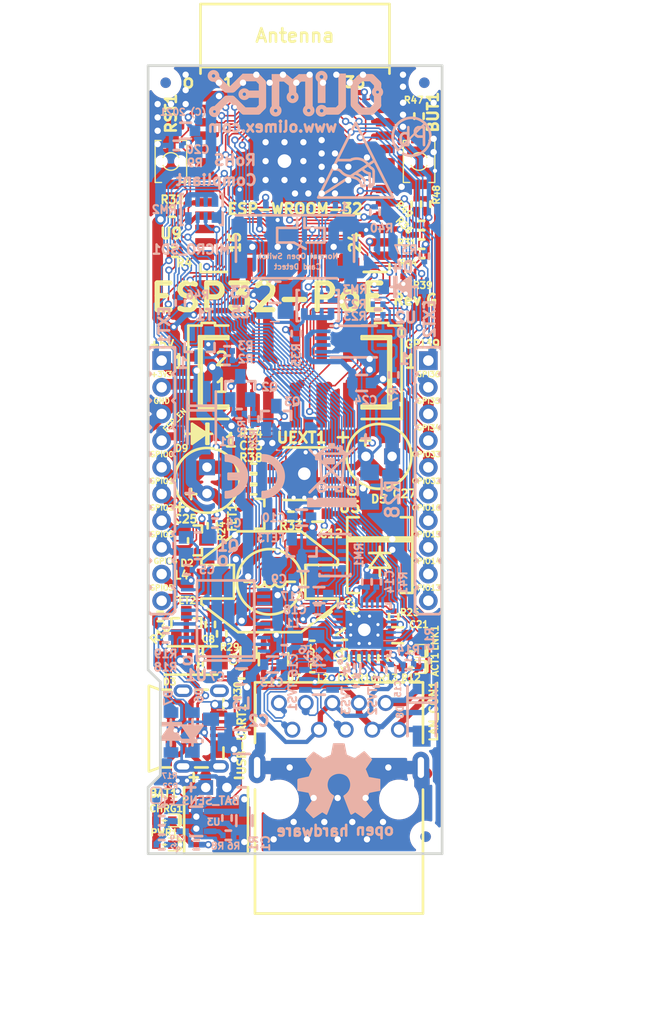
<source format=kicad_pcb>
(kicad_pcb (version 20221018) (generator pcbnew)
  (title_block (title "ESP32-PoE") (date "2021-09-22") (rev "G1") (company "OLIMEX Ltd.") (comment 1 "https://www.olimex.com"))
  (layers (0 "F.Cu" mixed) (31 "B.Cu" mixed) (34 "B.Paste" user) (35 "F.Paste" user) (36 "B.SilkS" user "B.Silkscreen") (37 "F.SilkS" user "F.Silkscreen") (38 "B.Mask" user) (39 "F.Mask" user) (44 "Edge.Cuts" user))
  (net 0 "")
  (net 1 "+5V")
  (net 2 "GND")
  (net 3 "Net-(BAT1-Pad1)")
  (net 4 "Net-(BUT1-Pad2)")
  (net 5 "+3V3")
  (net 6 "Net-(C11-Pad1)")
  (net 7 "/ESP_EN")
  (net 8 "Net-(L2-Pad1)")
  (net 9 "Net-(Q2-Pad1)")
  (net 10 "Net-(MICRO_SD1-Pad5)")
  (net 11 "/+5V_USB")
  (net 12 "Net-(MICRO_SD1-Pad1)")
  (net 13 "Net-(MICRO_SD1-Pad2)")
  (net 14 "Net-(MICRO_SD1-Pad8)")
  (net 15 "Net-(U4-Pad4)")
  (net 16 "Net-(U4-Pad14)")
  (net 17 "Net-(U4-Pad18)")
  (net 18 "Net-(U4-Pad20)")
  (net 19 "Net-(U4-Pad26)")
  (net 20 "Net-(USB-UART1-Pad4)")
  (net 21 "Net-(MICRO_SD1-Pad7)")
  (net 22 "/D_Com")
  (net 23 "+5VP")
  (net 24 "Spare1")
  (net 25 "Spare2")
  (net 26 "/GPIO33")
  (net 27 "/GPIO32")
  (net 28 "/GPI39")
  (net 29 "Net-(FID1-PadFid1)")
  (net 30 "Net-(FID2-PadFid1)")
  (net 31 "Net-(FID3-PadFid1)")
  (net 32 "Net-(MICRO_SD1-PadCD1)")
  (net 33 "Net-(C2-Pad2)")
  (net 34 "Net-(C4-Pad1)")
  (net 35 "Net-(C5-Pad1)")
  (net 36 "Net-(C21-Pad2)")
  (net 37 "Net-(D4-Pad1)")
  (net 38 "Net-(Q2-Pad2)")
  (net 39 "Net-(Q3-Pad3)")
  (net 40 "Net-(Q3-Pad2)")
  (net 41 "Net-(Q3-Pad1)")
  (net 42 "Net-(R6-Pad1)")
  (net 43 "Net-(R26-Pad1)")
  (net 44 "Net-(R29-Pad1)")
  (net 45 "Net-(U1-Pad17)")
  (net 46 "Net-(U1-Pad14)")
  (net 47 "Net-(U1-Pad13)")
  (net 48 "Net-(U1-Pad12)")
  (net 49 "Net-(U1-Pad11)")
  (net 50 "Net-(U1-Pad7)")
  (net 51 "Net-(U1-Pad6)")
  (net 52 "Net-(U9-Pad32)")
  (net 53 "Net-(C6-Pad1)")
  (net 54 "+3.3VLAN")
  (net 55 "Net-(C17-Pad1)")
  (net 56 "/GPIO0")
  (net 57 "/GPI35")
  (net 58 "Net-(RM1-Pad3.2)")
  (net 59 "Net-(RM1-Pad2.2)")
  (net 60 "Net-(U9-Pad22)")
  (net 61 "Net-(U9-Pad21)")
  (net 62 "Net-(U9-Pad20)")
  (net 63 "Net-(U9-Pad19)")
  (net 64 "Net-(U9-Pad18)")
  (net 65 "Net-(U9-Pad17)")
  (net 66 "Net-(FID4-PadFid1)")
  (net 67 "Net-(FID5-PadFid1)")
  (net 68 "Net-(FID6-PadFid1)")
  (net 69 "Net-(ACT1-Pad2)")
  (net 70 "Net-(ACT1-Pad1)")
  (net 71 "Net-(LNK1-Pad1)")
  (net 72 "Net-(LNK1-Pad2)")
  (net 73 "Net-(C3-Pad1)")
  (net 74 "Net-(RM1-Pad1.2)")
  (net 75 "Net-(CHRG1-Pad1)")
  (net 76 "Net-(PWR1-Pad1)")
  (net 77 "Net-(C10-Pad2)")
  (net 78 "Net-(R3-Pad2)")
  (net 79 "Net-(C12-Pad2)")
  (net 80 "Net-(L3-Pad1)")
  (net 81 "Net-(R8-Pad2)")
  (net 82 "Net-(C8-Pad1)")
  (net 83 "Net-(D6-Pad1)")
  (net 84 "Net-(D7-Pad2)")
  (net 85 "Net-(U1-Pad20)")
  (net 86 "Net-(BAT_SENS_E1-Pad2)")
  (net 87 "/GPI34\\BUT1")
  (net 88 "/GPIO2\\HS2_DATA0")
  (net 89 "/GPI36\\U1RXD")
  (net 90 "/GPIO3\\U0RXD")
  (net 91 "/GPIO1\\U0TXD")
  (net 92 "/GPIO4\\U1TXD")
  (net 93 "/GPIO5\\SPI_CS")
  (net 94 "/GPIO15\\HS2_CMD")
  (net 95 "/GPIO16\\I2C-SCL")
  (net 96 "/GPIO14\\HS2_CLK")
  (net 97 "/GPIO13\\I2C-SDA")
  (net 98 "/GPIO27\\EMAC_RX_CRS_DV")
  (net 99 "/GPIO25\\EMAC_RXD0(RMII)")
  (net 100 "/GPIO18\\MDIO(RMII)")
  (net 101 "/GPIO26\\EMAC_RXD1(RMII)")
  (net 102 "/GPIO12\\PHY_PWR")
  (net 103 "/GPIO22\\EMAC_TXD1(RMII)")
  (net 104 "/GPIO19\\EMAC_TXD0(RMII)")
  (net 105 "/GPIO21\\EMAC_TX_EN(RMII)")
  (net 106 "/GPIO23\\MDC(RMII)")
  (net 107 "/GPIO17\\EMAC_CLK_OUT_180")
  (net 108 "/TD+")
  (net 109 "/TD-")
  (net 110 "/RD+")
  (net 111 "/RD-")
  (net 112 "Net-(C12-Pad1)")
  (net 113 "Net-(C23-Pad2)")
  (net 114 "Net-(R7-Pad2)")
  (net 115 "Net-(R23-Pad1)")
  (net 116 "Net-(R27-Pad2)")
  (net 117 "Net-(R28-Pad1)")
  (net 118 "Net-(R33-Pad1)")
  (net 119 "Net-(U2-Pad7)")
  (net 120 "Net-(U2-Pad6)")
  (net 121 "Net-(U5-Pad7)")
  (net 122 "Net-(D9-Pad1)")
  (net 123 "Net-(R41-Pad2)")
  (footprint "OLIMEX_Other-FP:Fiducial1x3" (layer "F.Cu") (at 116.586 168.529 -90)
    (fp_text reference "FID3" hide)
    (fp_text value "Fiducial" hide)
  )
  (footprint "OLIMEX_Connectors-FP:GBH-254-SMT-10" (layer "F.Cu") (at 104.14 124.333)
    (fp_text reference "UEXT1")
    (fp_text value "P-B-V-10-LF")
  )
  (footprint "OLIMEX_Diodes-FP:SOT23-3" (layer "F.Cu") (at 94.615 140.335 180)
    (fp_text reference "D2")
    (fp_text value "BAT54C(SOT23-3)")
  )
  (footprint "OLIMEX_Transistors-FP:SOT23" (layer "F.Cu") (at 93.7895 148.37156 -90)
    (fp_text reference "FET2")
    (fp_text value "WPM2015-3/TR")
  )
  (footprint "OLIMEX_Other-FP:Fiducial1x3" (layer "F.Cu") (at 91.821 96.774 -90)
    (fp_text reference "FID1" hide)
    (fp_text value "Fiducial" hide)
  )
  (footprint "OLIMEX_RLC-FP:R_0402_5MIL_DWS" (layer "F.Cu") (at 116.586 108.331 90)
    (fp_text reference "R48")
    (fp_text value "10k/R0402")
  )
  (footprint "OLIMEX_RLC-FP:R_0402_5MIL_DWS" (layer "F.Cu") (at 115.951 99.949 90)
    (fp_text reference "R47")
    (fp_text value "220R/R0402")
  )
  (footprint "OLIMEX_RLC-FP:R_0402_5MIL_DWS" (layer "F.Cu") (at 114.935 115.189 180)
    (fp_text reference "R39")
    (fp_text value "10k/R0402")
  )
  (footprint "OLIMEX_RLC-FP:R_0402_5MIL_DWS" (layer "F.Cu") (at 92.456 109.093)
    (fp_text reference "R32")
    (fp_text value "10k/R0402")
  )
  (footprint "OLIMEX_RLC-FP:R_0402_5MIL_DWS" (layer "F.Cu") (at 116.205 111.252 180)
    (fp_text reference "R31")
    (fp_text value "2.2k/R0402")
  )
  (footprint "OLIMEX_RLC-FP:R_0402_5MIL_DWS" (layer "F.Cu") (at 92.71 112.903)
    (fp_text reference "R4")
    (fp_text value "47k/R0402")
  )
  (footprint "OLIMEX_LEDs-FP:LED_0603_KA" (layer "F.Cu") (at 91.694 167.005 180)
    (fp_text reference "CHRG1")
    (fp_text value "LED/YELLOW/0603")
  )
  (footprint "OLIMEX_LEDs-FP:LED_0603_KA" (layer "F.Cu") (at 91.694 169.291 180)
    (fp_text reference "PWR1")
    (fp_text value "LED/RED/0603")
  )
  (footprint "OLIMEX_Cases-FP:ESP-WROOM-32_MODULE" (layer "F.Cu") (at 104.14 102.035)
    (fp_text reference "U9")
    (fp_text value "ESP-WROOM-32")
  )
  (footprint "OLIMEX_RLC-FP:R_0402_5MIL_DWS" (layer "F.Cu") (at 111.633 151.511 -90)
    (fp_text reference "R13")
    (fp_text value "49.9R/1%/R0402")
  )
  (footprint "OLIMEX_RLC-FP:R_0402_5MIL_DWS" (layer "F.Cu") (at 116.205 113.03)
    (fp_text reference "R44")
    (fp_text value "NA/R0402")
  )
  (footprint "OLIMEX_RLC-FP:R_0402_5MIL_DWS" (layer "F.Cu") (at 113.538 147.574 90)
    (fp_text reference "R25")
    (fp_text value "10k/R0402")
  )
  (footprint "OLIMEX_Connectors-FP:RJP-003TC1(LPJ4112CNL)" (layer "F.Cu") (at 108.331 164.846)
    (fp_text reference "LAN_CON1")
    (fp_text value "RJP-003TC1(LPJ4112CNL)")
  )
  (footprint "OLIMEX_RLC-FP:C_0603_5MIL_DWS" (layer "F.Cu") (at 113.919 149.352 180)
    (fp_text reference "C21")
    (fp_text value "NA(10uF/6.3V/20%/X5R/C0603)")
  )
  (footprint "OLIMEX_RLC-FP:C_0805_5MIL_DWS" (layer "F.Cu") (at 107.861619 148.218488 38)
    (fp_text reference "C22")
    (fp_text value "47uF/6.3V/20%/X5R/C0805")
  )
  (footprint "OLIMEX_Regulators-FP:ESOIC-8" (layer "F.Cu") (at 105.029 133.985 90)
    (fp_text reference "U5")
    (fp_text value "TX4138(ESOIC-8)")
  )
  (footprint "OLIMEX_RLC-FP:R_0402_5MIL_DWS" (layer "F.Cu") (at 103.759 138.049)
    (fp_text reference "R33")
    (fp_text value "4.7R/R0402")
  )
  (footprint "OLIMEX_Transistors-FP:SOT23" (layer "F.Cu") (at 100.584 137.795 180)
    (fp_text reference "FET1")
    (fp_text value "WPM2015-3/TR")
  )
  (footprint "OLIMEX_Diodes-FP:SOD-123_1C-2A_KA" (layer "F.Cu") (at 94.996 130.175 180)
    (fp_text reference "D9")
    (fp_text value "1N5819S4(SOD-123)")
  )
  (footprint "OLIMEX_RLC-FP:C_0603_5MIL_DWS" (layer "F.Cu") (at 106.299 137.795 180)
    (fp_text reference "C12")
    (fp_text value "100nF/100V/10%/X7R/C0603")
  )
  (footprint "OLIMEX_Buttons-FP:IT1185AU2_V2" (layer "F.Cu") (at 92.321 104.267 90)
    (fp_text reference "RST1")
    (fp_text value "IT1185AU2")
  )
  (footprint "OLIMEX_RLC-FP:C_0402_5MIL_DWS" (layer "F.Cu") (at 100.203 134.493)
    (fp_text reference "C23")
    (fp_text value "12pF/50V/5%/COG/C0402")
  )
  (footprint "OLIMEX_RLC-FP:R_0402_5MIL_DWS" (layer "F.Cu") (at 100.203 133.477 180)
    (fp_text reference "R34")
    (fp_text value "5.23k/1%/R0402")
  )
  (footprint "OLIMEX_RLC-FP:R_0402_5MIL_DWS" (layer "F.Cu") (at 100.203 135.509)
    (fp_text reference "R38")
    (fp_text value "30.1k/1%/R0402")
  )
  (footprint "OLIMEX_RLC-FP:CD32" (layer "F.Cu") (at 105.791 151.384)
    (fp_text reference "L2")
    (fp_text value "2.2uH/1.5A/DCR=72mR/20%/3.00x3.00x1.50mm/CD32(NR3015T2R2M)")
  )
  (footprint "OLIMEX_RLC-FP:R_0402_5MIL_DWS" (layer "F.Cu") (at 116.205 110.363 180)
    (fp_text reference "R36")
    (fp_text value "10k/R0402")
  )
  (footprint "OLIMEX_Other-FP:Fiducial1x3" (layer "F.Cu") (at 116.459 96.774 -90)
    (fp_text reference "FID2" hide)
    (fp_text value "Fiducial" hide)
  )
  (footprint "OLIMEX_RLC-FP:R_0402_5MIL_DWS" (layer "F.Cu") (at 115.697 108.331 -90)
    (fp_text reference "R49")
    (fp_text value "NA/R0402")
  )
  (footprint "OLIMEX_RLC-FP:CPOL-RM2.5mm_6.3x11mm_PTH" (layer "F.Cu") (at 112.141 132.334)
    (fp_text reference "C27")
    (fp_text value "15uF/100V/20%/RM2.5/6.3x11mm(Farnell:1281844)")
  )
  (footprint "OLIMEX_Diodes-FP:DO214AB(SMC)_1(K)-2(A)" (layer "F.Cu") (at 112.2172 141.732 -90)
    (fp_text reference "D5")
    (fp_text value "SS510/100V/5A/0.85V/DO214AB(SMC)")
  )
  (footprint "OLIMEX_RLC-FP:CPOL-RM2.5mm_6.3x11mm_PTH" (layer "F.Cu") (at 95.758 134.62 90)
    (fp_text reference "C25")
    (fp_text value "470uF/10V/20%/Low_ESR/RM2.5/6.0x11mm")
  )
  (footprint "OLIMEX_RLC-FP:R_0402_5MIL_DWS" (layer "F.Cu") (at 96.266 138.938 -90)
    (fp_text reference "R24")
    (fp_text value "220R/R0402")
  )
  (footprint "OLIMEX_RLC-FP:DBS135" (layer "F.Cu") (at 101.727 144.272 180)
    (fp_text reference "L4")
    (fp_text value "33uH/2.1A/DCR=0.1R/20%/DBS135(PD3316MT330)")
  )
  (footprint "OLIMEX_RLC-FP:C_0402_5MIL_DWS" (layer "F.Cu") (at 96.0755 148.336 90)
    (fp_text reference "C8")
    (fp_text value "100nF/16V/10%/X7R/C0402")
  )
  (footprint "OLIMEX_RLC-FP:R_0402_5MIL_DWS" (layer "F.Cu") (at 97.155 149.225 90)
    (fp_text reference "R29")
    (fp_text value "220k/R0402")
  )
  (footprint "OLIMEX_RLC-FP:R_0402_5MIL_DWS" (layer "F.Cu") (at 99.06 153.035)
    (fp_text reference "R30")
    (fp_text value "49.9k/1%/R0402")
  )
  (footprint "OLIMEX_RLC-FP:C_0603_5MIL_DWS" (layer "F.Cu") (at 99.695 151.003 -90)
    (fp_text reference "C6")
    (fp_text value "22uF/6.3V/20%/X5R/C0603")
  )
  (footprint "OLIMEX_Diodes-FP:SMA-KA" (layer "F.Cu") (at 94.234 151.765 180)
    (fp_text reference "D3")
    (fp_text value "1N5822/SS34/SMA")
  )
  (footprint "OLIMEX_RLC-FP:R_0402_5MIL_DWS" (layer "F.Cu") (at 91.313 147.574)
    (fp_text reference "R16")
    (fp_text value "NA(10k/R0402)")
  )
  (footprint "OLIMEX_Connectors-FP:USB-MICRO_MISB-SWMM-5B_LF" (layer "F.Cu") (at 93.726 158.242 180)
    (fp_text reference "USB-UART1")
    (fp_text value "MISB-SWMM-5B-LF(USB_MICRO)")
  )
  (footprint "OLIMEX_Connectors-FP:LIPO_BAT-CON2DW02R" (layer "F.Cu") (at 96.647 167.005)
    (fp_text reference "BAT1")
    (fp_text value "DW02R")
  )
  (footprint "OLIMEX_Regulators-FP:SOT-23-5" (layer "F.Cu") (at 102.108 151.638 -90)
    (fp_text reference "U7")
    (fp_text value "SY8089AAAC(SOT23-5)")
  )
  (footprint "OLIMEX_RLC-FP:R_0402_5MIL_DWS" (layer "F.Cu") (at 110.744 151.511 -90)
    (fp_text reference "R10")
    (fp_text value "49.9R/1%/R0402")
  )
  (footprint "OLIMEX_RLC-FP:C_0402_5MIL_DWS" (layer "F.Cu") (at 108.839 150.241)
    (fp_text reference "C11")
    (fp_text value "100nF/16V/10%/X7R/C0402")
  )
  (footprint "OLIMEX_RLC-FP:R_0402_5MIL_DWS" (layer "F.Cu") (at 112.522 151.511 -90)
    (fp_text reference "R12")
    (fp_text value "49.9R/1%/R0402")
  )
  (footprint "OLIMEX_LEDs-FP:LED_0603_KA" (layer "F.Cu") (at 115.189 152.4 180)
    (fp_text reference "ACT1")
    (fp_text value "LED/YELLOW/0603")
  )
  (footprint "OLIMEX_LEDs-FP:LED_0603_KA" (layer "F.Cu") (at 115.189 150.876 180)
    (fp_text reference "LNK1")
    (fp_text value "LED/GREEN/0603")
  )
  (footprint "OLIMEX_RLC-FP:R_0402_5MIL_DWS" (layer "F.Cu") (at 109.728 151.511 -90)
    (fp_text reference "R11")
    (fp_text value "49.9R/1%/R0402")
  )
  (footprint "OLIMEX_Buttons-FP:IT1185AU2_V2" (layer "F.Cu") (at 115.959 104.267 90)
    (fp_text reference "BUT1")
    (fp_text value "IT1185AU2")
  )
  (footprint "OLIMEX_RLC-FP:L_0805_5MIL_DWS" (layer "B.Cu") (at 102.235 118.618)
    (fp_text reference "L5")
    (fp_text value "FB0805/600R/2A")
  )
  (footprint "OLIMEX_Connectors-FP:HN1x10" (layer "B.Cu") (at 116.84 134.65 -90)
    (fp_text reference "EXT2")
    (fp_text value "NS(HN1x10)")
  )
  (footprint "OLIMEX_Transistors-FP:SOT23" (layer "B.Cu") (at 95.05696 121.75744 90)
    (fp_text reference "T1")
    (fp_text value "LMUN2211LT1G(SOT-23)")
  )
  (footprint "OLIMEX_RLC-FP:R_0402_5MIL_DWS" (layer "B.Cu") (at 97.663 123.19)
    (fp_text reference "R2")
    (fp_text value "10k/R0402")
  )
  (footprint "OLIMEX_Other-FP:Fiducial1x3" (layer "B.Cu") (at 116.586 168.529 -90)
    (fp_text reference "FID6" hide)
    (fp_text value "Fiducial" hide)
  )
  (footprint "OLIMEX_RLC-FP:R_0402_5MIL_DWS" (layer "B.Cu") (at 97.663 166.751 -90)
    (fp_text reference "R1")
    (fp_text value "10k/R0402")
  )
  (footprint "OLIMEX_RLC-FP:R_MATRIX_4" (layer "B.Cu") (at 107.95 141.732 90)
    (fp_text reference "RM1")
    (fp_text value "RA1206_(4X0603)_4B8_2.2k")
  )
  (footprint "OLIMEX_RLC-FP:R_0402_5MIL_DWS" (layer "B.Cu") (at 116.459 113.284 -90)
    (fp_text reference "R37")
    (fp_text value "10k/R0402")
  )
  (footprint "OLIMEX_Connectors-FP:uSD(TFC-9P-1.xH(ATFFS150A01BR016))" (layer "B.Cu") (at 104.14 111.887)
    (fp_text reference "MICRO_SD1")
    (fp_text value "TFC-9P-1.7H(ATFFS150A01BR016)")
  )
  (footprint "OLIMEX_RLC-FP:R_0402_5MIL_DWS" (layer "B.Cu") (at 111.76 109.093 90)
    (fp_text reference "R40")
    (fp_text value "10R/R0402")
  )
  (footprint "OLIMEX_Other-FP:Fiducial1x3" (layer "B.Cu") (at 91.821 96.774 -90)
    (fp_text reference "FID4" hide)
    (fp_text value "Fiducial" hide)
  )
  (footprint "OLIMEX_RLC-FP:C_0805_5MIL_DWS" (layer "B.Cu") (at 102.235 116.713 180)
    (fp_text reference "C3")
    (fp_text value "47uF/6.3V/20%/X5R/C0805")
  )
  (footprint "OLIMEX_RLC-FP:R_MATRIX_4" (layer "B.Cu") (at 95.25 108.839)
    (fp_text reference "RM2")
    (fp_text value "RA1206_(4X0603)_4B8_2.2k")
  )
  (footprint "OLIMEX_RLC-FP:R_0402_5MIL_DWS" (layer "B.Cu") (at 93.218 117.729 90)
    (fp_text reference "R46")
    (fp_text value "220R/R0402")
  )
  (footprint "OLIMEX_Connectors-FP:HN1x10" (layer "B.Cu") (at 91.44 134.65 -90)
    (fp_text reference "EXT1")
    (fp_text value "NS(HN1x10)")
  )
  (footprint "OLIMEX_Transistors-FP:SOT23" (layer "B.Cu") (at 104.775 141.224 90)
    (fp_text reference "FET3")
    (fp_text value "WPM2015-3/TR")
  )
  (footprint "OLIMEX_RLC-FP:C_0402_5MIL_DWS" (layer "B.Cu") (at 93.853 143.129 180)
    (fp_text reference "C5")
    (fp_text value "27pF/50V/5%/C0G/C0402")
  )
  (footprint "OLIMEX_RLC-FP:C_0603_5MIL_DWS" (layer "B.Cu") (at 104.902 144.018)
    (fp_text reference "C9")
    (fp_text value "22uF/6.3V/20%/X5R/C0603")
  )
  (footprint "OLIMEX_RLC-FP:C_0402_5MIL_DWS" (layer "B.Cu") (at 113.284 152.654 90)
    (fp_text reference "C15")
    (fp_text value "100nF/16V/10%/X7R/C0402")
  )
  (footprint "OLIMEX_RLC-FP:C_0402_5MIL_DWS" (layer "B.Cu") (at 103.124 150.749 180)
    (fp_text reference "C16")
    (fp_text value "100nF/16V/10%/X7R/C0402")
  )
  (footprint "OLIMEX_RLC-FP:C_0402_5MIL_DWS" (layer "B.Cu") (at 106.299 146.939 180)
    (fp_text reference "C18")
    (fp_text value "100nF/16V/10%/X7R/C0402")
  )
  (footprint "OLIMEX_RLC-FP:C_0603_5MIL_DWS" (layer "B.Cu") (at 106.426 145.542 180)
    (fp_text reference "C17")
    (fp_text value "2.2uF/6.3V/10%/X5R/C0603")
  )
  (footprint "OLIMEX_RLC-FP:L_0805_5MIL_DWS" (layer "B.Cu") (at 105.156 149.479)
    (fp_text reference "L1")
    (fp_text value "FB0805/600R/2A")
  )
  (footprint "OLIMEX_IC-FP:SSOP-20W" (layer "B.Cu") (at 97.536 147.955 90)
    (fp_text reference "U1")
    (fp_text value "CH340T(SSOP20W)")
  )
  (footprint "OLIMEX_RLC-FP:C_0603_5MIL_DWS" (layer "B.Cu") (at 99.314 167.005 -90)
    (fp_text reference "C1")
    (fp_text value "22uF/6.3V/20%/X5R/C0603")
  )
  (footprint "OLIMEX_RLC-FP:L_0805_5MIL_DWS" (layer "B.Cu") (at 97.155 157.353)
    (fp_text reference "L3")
    (fp_text value "FB0805/600R/2A")
  )
  (footprint "OLIMEX_RLC-FP:R_0402_5MIL_DWS" (layer "B.Cu") (at 97.79 168.402)
    (fp_text reference "R6")
    (fp_text value "2.2k/R0402")
  )
  (footprint "OLIMEX_RLC-FP:R_0402_5MIL_DWS" (layer "B.Cu") (at 94.742 169.291 180)
    (fp_text reference "R8")
    (fp_text value "2.2k/R0402")
  )
  (footprint "OLIMEX_RLC-FP:C_0402_5MIL_DWS" (layer "B.Cu") (at 96.52 138.684 180)
    (fp_text reference "C4")
    (fp_text value "27pF/50V/5%/C0G/C0402")
  )
  (footprint "OLIMEX_Crystal-FP:TSX-3.2x2.5mm_GND(3)" (layer "B.Cu") (at 94.869 140.843 180)
    (fp_text reference "Q1")
    (fp_text value "Q12MHz/20pF/10ppm/4P/3.2x2.5mm")
  )
  (footprint "OLIMEX_RLC-FP:R_0402_5MIL_DWS" (layer "B.Cu") (at 91.44 167.005)
    (fp_text reference "R22")
    (fp_text value "470k/R0402")
  )
  (footprint "OLIMEX_RLC-FP:R_0402_5MIL_DWS" (layer "B.Cu") (at 91.44 166.116 180)
    (fp_text reference "R17")
    (fp_text value "470k/R0402")
  )
  (footprint "OLIMEX_RLC-FP:C_0402_5MIL_DWS" (layer "B.Cu") (at 91.44 167.894)
    (fp_text reference "C19")
    (fp_text value "1nF/50V/10%/X7R/C0402")
  )
  (footprint "OLIMEX_RLC-FP:R_0402_5MIL_DWS" (layer "B.Cu") (at 91.44 169.291 180)
    (fp_text reference "R5")
    (fp_text value "2.2k/R0402")
  )
  (footprint "OLIMEX_RLC-FP:R_0402_5MIL_DWS" (layer "B.Cu") (at 92.837 102.743 180)
    (fp_text reference "R9")
    (fp_text value "100k/R0402")
  )
  (footprint "OLIMEX_Jumpers-FP:SJ_1_SMALLER" (layer "B.Cu") (at 90.932 164.592 -90)
    (fp_text reference "BAT_SENS_E1")
    (fp_text value "Opened" hide)
  )
  (footprint "OLIMEX_RLC-FP:R_MATRIX_4" (layer "B.Cu") (at 106.299 117.983)
    (fp_text reference "RM3")
    (fp_text value "RA1206_(4X0603)_4B8_2.2k")
  )
  (footprint "OLIMEX_LOGOs-FP:LOGO_ANTISTATIC_1" (layer "B.Cu") (at 113.4745 107.696 180)
    (fp_text reference "Sign_Antistatic" hide)
    (fp_text value "Val**" hide)
  )
  (footprint "OLIMEX_LOGOs-FP:LOGO_RECYCLEBIN_1" (layer "B.Cu") (at 109.982 137.16 180)
    (fp_text reference "Sign_RecycleBin" hide)
    (fp_text value "" hide)
  )
  (footprint "OLIMEX_LOGOs-FP:LOGO_PBFREE" (layer "B.Cu") (at 115.443 101.6)
    (fp_text reference "Sign_PB-Free")
    (fp_text value "")
  )
  (footprint "OLIMEX_LOGOs-FP:LOGO_OPENHARDWARE_8x8" (layer "B.Cu") (at 108.331 163.703 180)
    (fp_text reference "Logo_OSHW" hide)
    (fp_text value "" hide)
  )
  (footprint "OLIMEX_RLC-FP:R_0402_5MIL_DWS" (layer "B.Cu") (at 113.538 124.587 90)
    (fp_text reference "R7")
    (fp_text value "24.9k/1%/R0402")
  )
  (footprint "OLIMEX_RLC-FP:R_0402_5MIL_DWS" (layer "B.Cu") (at 112.014 118.872 180)
    (fp_text reference "R23")
    (fp_text value "180k/1%/R0402")
  )
  (footprint "OLIMEX_RLC-FP:R_1206_5MIL_DWS" (layer "B.Cu") (at 111.252 135.255 90)
    (fp_text reference "R28")
    (fp_text value "0.03R/1%/R1206")
  )
  (footprint "OLIMEX_RLC-FP:C_1206_5MIL_DWS_ISO" (layer "B.Cu") (at 99.06 159.512)
    (fp_text reference "C2")
    (fp_text value "1nF/2000V/10%/X7R/C1206")
  )
  (footprint "OLIMEX_RLC-FP:C_0603_5MIL_DWS" (layer "B.Cu") (at 99.06 153.289)
    (fp_text reference "C7")
    (fp_text value "22uF/6.3V/20%/X5R/C0603")
  )
  (footprint "OLIMEX_Diodes-FP:SMA-KA" (layer "B.Cu") (at 116.205 156.464 -90)
    (fp_text reference "D8")
    (fp_text value "SMAJ58A/SMA")
  )
  (footprint "OLIMEX_RLC-FP:R_0402_5MIL_DWS" (layer "B.Cu") (at 114.935 152.146)
    (fp_text reference "R14")
    (fp_text value "2.2k/R0402")
  )
  (footprint "OLIMEX_RLC-FP:C_0603_5MIL_DWS" (layer "B.Cu") (at 110.49 125.349)
    (fp_text reference "C24")
    (fp_text value "100nF/100V/10%/X7R/C0603")
  )
  (footprint "OLIMEX_RLC-FP:R_0402_5MIL_DWS" (layer "B.Cu") (at 97.663 122.301 180)
    (fp_text reference "R3")
    (fp_text value "1k/R0402")
  )
  (footprint "OLIMEX_Transistors-FP:SOT23" (layer "B.Cu") (at 98.93046 125.81636 -90)
    (fp_text reference "Q2")
    (fp_text value "BC817-40(SOT23)")
  )
  (footprint "OLIMEX_Diodes-FP:SMA-KA" (layer "B.Cu") (at 95.25 128.651 -90)
    (fp_text reference "D1")
    (fp_text value "1N5822/SS34/SMA")
  )
  (footprint "OLIMEX_RLC-FP:C_0603_5MIL_DWS" (layer "B.Cu") (at 104.775 138.176 180)
    (fp_text reference "C10")
    (fp_text value "22uF/6.3V/20%/X5R/C0603")
  )
  (footprint "OLIMEX_RLC-FP:R_0402_5MIL_DWS" (layer "B.Cu") (at 98.806 128.27)
    (fp_text reference "R21")
    (fp_text value "1k/R0402")
  )
  (footprint "OLIMEX_RLC-FP:R_0402_5MIL_DWS" (layer "B.Cu") (at 100.203 128.778 90)
    (fp_text reference "R20")
    (fp_text value "1k/R0402")
  )
  (footprint "OLIMEX_Transistors-FP:SOT23" (layer "B.Cu") (at 102.362 128.651 -90)
    (fp_text reference "Q3")
    (fp_text value "BC817-40(SOT23)")
  )
  (footprint "OLIMEX_RLC-FP:R_0402_5MIL_DWS" (layer "B.Cu") (at 104.267 120.65 -90)
    (fp_text reference "R35")
    (fp_text value "2.2k/R0402")
  )
  (footprint "OLIMEX_RLC-FP:C_0603_5MIL_DWS" (layer "B.Cu") (at 93.726 101.346 180)
    (fp_text reference "C20")
    (fp_text value "1uF/10V/20%/X5R/C0603")
  )
  (footprint "OLIMEX_RLC-FP:R_0402_5MIL_DWS" (layer "B.Cu") (at 116.459 151.765 90)
    (fp_text reference "R15")
    (fp_text value "2.2k/R0402")
  )
  (footprint "OLIMEX_LOGOs-FP:OLIMEX_LOGO_TB" (layer "B.Cu") (at 104.013 97.79 180)
    (fp_text reference "Logo_Olimex" hide)
    (fp_text value "" hide)
  )
  (footprint "OLIMEX_LOGOs-FP:CE_Sign" (layer "B.Cu") (at 99.314 134.239 180)
    (fp_text reference "CE" hide)
    (fp_text value "CE_Sign" hide)
  )
  (footprint "OLIMEX_Other-FP:Fiducial1x3" (layer "B.Cu") (at 116.459 96.774 -90)
    (fp_text reference "FID5" hide)
    (fp_text value "Fiducial" hide)
  )
  (footprint "OLIMEX_Diodes-FP:SOD-123_1C-2A_KA" (layer "B.Cu") (at 114.5 116.195)
    (fp_text reference "D4")
    (fp_text value "1N5819S4(SOD-123)")
  )
  (footprint "OLIMEX_RLC-FP:R_0402_5MIL_DWS" (layer "B.Cu") (at 112.014 117.856)
    (fp_text reference "R27")
    (fp_text value "4.42k/1%/1/16W/R0402")
  )
  (footprint "OLIMEX_IC-FP:TSSOP-8_Pitch-0.65mm_Dimensions-4.40x3.00x1.20mm" (layer "B.Cu") (at 109.728 121.412 180)
    (fp_text reference "U2")
    (fp_text value "TPS2375PW(TSSOP-8)")
  )
  (footprint "OLIMEX_RLC-FP:R_0402_5MIL_DWS" (layer "B.Cu") (at 91.821 149.606 180)
    (fp_text reference "R18")
    (fp_text value "10k/R0402")
  )
  (footprint "OLIMEX_RLC-FP:R_0402_5MIL_DWS" (layer "B.Cu") (at 91.821 148.209 180)
    (fp_text reference "R19")
    (fp_text value "10k/R0402")
  )
  (footprint "OLIMEX_RLC-FP:C_0402_5MIL_DWS" (layer "B.Cu") (at 110.998 144.272 90)
    (fp_text reference "C14")
    (fp_text value "100nF/16V/10%/X7R/C0402")
  )
  (footprint "OLIMEX_RLC-FP:R_0402_5MIL_DWS" (layer "B.Cu") (at 111.887 144.272 -90)
    (fp_text reference "R41")
    (fp_text value "2.2k/R0402")
  )
  (footprint "OLIMEX_Diodes-FP:D_0402_5MIL_DWS" (layer "B.Cu") (at 111.887 153.797 180)
    (fp_text reference "TVS2")
    (fp_text value "NA(GG0402052R542P)")
  )
  (footprint "OLIMEX_Diodes-FP:D_0402_5MIL_DWS" (layer "B.Cu") (at 109.982 153.797)
    (fp_text reference "TVS3")
    (fp_text value "NA(GG0402052R542P)")
  )
  (footprint "OLIMEX_Diodes-FP:SOT-23-5" (layer "B.Cu") (at 106.426 153.609 180)
    (fp_text reference "TVS1")
    (fp_text value "ESDS314DBVR(SOT-23-5)")
  )
  (footprint "OLIMEX_IC-FP:QFN32_EP(33)_5.00x5.00x0.90mm_Pitch_0.50mm" (layer "B.Cu") (at 110.744 148.844 90)
    (fp_text reference "U4")
    (fp_text value "LAN8710A-EZC(QFN32)")
  )
  (footprint "OLIMEX_RLC-FP:R_0402_5MIL_DWS" (layer "B.Cu") (at 106.82879 151.15179 135)
    (fp_text reference "R26")
    (fp_text value "12.1k/1%/R0402")
  )
  (footprint "OLIMEX_RLC-FP:C_0603_5MIL_DWS" (layer "B.Cu") (at 101.981 152.146 180)
    (fp_text reference "C13")
    (fp_text value "22uF/6.3V/20%/X5R/C0603")
  )
  (footprint "OLIMEX_IC-FP:SOT-23-5" (layer "B.Cu") (at 94.742 167.0685 180)
    (fp_text reference "U3")
    (fp_text value "BL4054B-42TPRN(SOT23-5)")
  )
  (footprint "OLIMEX_Diodes-FP:SOD-123_1C-2A_KA" (layer "B.Cu") (at 94.361 158.623 90)
    (fp_text reference "D6")
    (fp_text value "1N5819S4(SOD-123)")
  )
  (footprint "OLIMEX_Diodes-FP:SOD-123_1C-2A_KA" (layer "B.Cu") (at 92.329 158.623 -90)
    (fp_text reference "D7")
    (fp_text value "1N5819S4(SOD-123)")
  )
  (gr_line (start 118.15 170.15) (end 118.15 95.15) (stroke (width 0.254)) (layer "Edge.Cuts"))
  (gr_line (start 90.15 170.15) (end 118.15 170.15) (stroke (width 0.254)) (layer "Edge.Cuts"))
  (gr_line (start 90.15 152.654) (end 91.313 153.797) (stroke (width 0.254)) (layer "Edge.Cuts"))
  (gr_line (start 91.313 162.687) (end 90.15 163.83) (stroke (width 0.254)) (layer "Edge.Cuts"))
  (gr_line (start 91.313 153.797) (end 91.313 162.687) (stroke (width 0.254)) (layer "Edge.Cuts"))
  (gr_line (start 90.15 152.654) (end 90.15 95.15) (stroke (width 0.254)) (layer "Edge.Cuts"))
  (gr_line (start 90.15 95.15) (end 118.15 95.15) (stroke (width 0.254)) (layer "Edge.Cuts"))
  (gr_line (start 90.15 163.83) (end 90.15 170.15) (stroke (width 0.254)) (layer "Edge.Cuts"))
  (gr_text "1" (at 114.554 123.063) (layer "B.SilkS") (effects (font (size 1.016 1.016) (thickness 0.254)) (justify mirror)))
  (gr_text "1" (at 108.839 108.585) (layer "B.SilkS") (effects (font (size 0.762 0.762) (thickness 0.1905)) (justify mirror)))
  (gr_text "RoHS" (at 98.425 104.14) (layer "B.SilkS") (effects (font (size 1.016 1.016) (thickness 0.254)) (justify mirror)))
  (gr_text "Compliant" (at 96.647 106.045) (layer "B.SilkS") (effects (font (size 1.016 1.016) (thickness 0.254)) (justify mirror)))
  (gr_text "+" (at 94.1705 163.83 90) (layer "B.SilkS") (effects (font (size 1.016 1.016) (thickness 0.254)) (justify mirror)))
  (gr_text "-" (at 99.06 163.8935 180) (layer "B.SilkS") (effects (font (size 1.016 1.016) (thickness 0.254)) (justify mirror)))
  (gr_text "(C) 2021" (at 93.472 99.568) (layer "B.SilkS") (effects (font (size 0.635 0.635) (thickness 0.15875)) (justify mirror)))
  (gr_text "www.olimex.com" (at 101.981 100.965) (layer "B.SilkS") (effects (font (size 1.016 1.016) (thickness 0.254)) (justify mirror)))
  (gr_text "+" (at 94.107 135.763) (layer "B.SilkS") (effects (font (size 1.016 1.016) (thickness 0.254)) (justify mirror)))
  (gr_text "+" (at 110.871 130.556) (layer "B.SilkS") (effects (font (size 1.016 1.016) (thickness 0.254)) (justify mirror)))
  (gr_text "1" (at 93.472 123.444) (layer "B.SilkS") (effects (font (size 1.016 1.016) (thickness 0.254)) (justify mirror)))
  (gr_text "1" (at 115.189 123.317) (layer "F.SilkS") (effects (font (size 1.27 1.27) (thickness 0.254))))
  (gr_text "+5V" (at 91.44 121.666) (layer "F.SilkS") (effects (font (size 0.762 0.762) (thickness 0.1905))))
  (gr_text "+3V3" (at 91.44 124.5235) (layer "F.SilkS") (effects (font (size 0.508 0.508) (thickness 0.127))))
  (gr_text "GND" (at 91.44 127.0635) (layer "F.SilkS") (effects (font (size 0.508 0.508) (thickness 0.127))))
  (gr_text "ESP_EN" (at 92.71 128.905 45) (layer "F.SilkS") (effects (font (size 0.508 0.508) (thickness 0.127))))
  (gr_text "GPIO0" (at 91.44 132.1435) (layer "F.SilkS") (effects (font (size 0.508 0.508) (thickness 0.127))))
  (gr_text "GPIO1" (at 91.44 134.6835) (layer "F.SilkS") (effects (font (size 0.508 0.508) (thickness 0.127))))
  (gr_text "GPIO2" (at 91.44 137.2235) (layer "F.SilkS") (effects (font (size 0.508 0.508) (thickness 0.127))))
  (gr_text "GPIO3" (at 91.44 139.7635) (layer "F.SilkS") (effects (font (size 0.508 0.508) (thickness 0.127))))
  (gr_text "GPIO4" (at 91.821 142.3035) (layer "F.SilkS") (effects (font (size 0.508 0.508) (thickness 0.127))))
  (gr_text "GPIO5" (at 91.44 144.8435) (layer "F.SilkS") (effects (font (size 0.508 0.508) (thickness 0.127))))
  (gr_text "GPIO13" (at 116.6495 144.8435) (layer "F.SilkS") (effects (font (size 0.508 0.508) (thickness 0.127))))
  (gr_text "GPIO14" (at 116.6495 142.3035) (layer "F.SilkS") (effects (font (size 0.508 0.508) (thickness 0.127))))
  (gr_text "GPIO15" (at 116.6495 139.7635) (layer "F.SilkS") (effects (font (size 0.508 0.508) (thickness 0.127))))
  (gr_text "GPIO16" (at 116.6495 137.2235) (layer "F.SilkS") (effects (font (size 0.508 0.508) (thickness 0.127))))
  (gr_text "GPIO32" (at 116.6495 134.6835) (layer "F.SilkS") (effects (font (size 0.508 0.508) (thickness 0.127))))
  (gr_text "GPIO33" (at 116.6495 132.1435) (layer "F.SilkS") (effects (font (size 0.508 0.508) (thickness 0.127))))
  (gr_text "GPI34" (at 116.84 129.6035) (layer "F.SilkS") (effects (font (size 0.508 0.508) (thickness 0.127))))
  (gr_text "GPI35" (at 116.84 127.0635) (layer "F.SilkS") (effects (font (size 0.508 0.508) (thickness 0.127))))
  (gr_text "GPI36" (at 116.84 124.5235) (layer "F.SilkS") (effects (font (size 0.508 0.508) (thickness 0.127))))
  (gr_text "GPI39" (at 116.2685 121.666) (layer "F.SilkS") (effects (font (size 0.762 0.762) (thickness 0.1905))))
  (gr_text "1" (at 98.044 130.81) (layer "F.SilkS") (effects (font (size 1.27 1.27) (thickness 0.254))))
  (gr_text "+" (at 94.4245 162.8775 90) (layer "F.SilkS") (effects (font (size 1.016 1.016) (thickness 0.254))))
  (gr_text "-" (at 98.806 163.0045 180) (layer "F.SilkS") (effects (font (size 1.016 1.016) (thickness 0.254))))
  (gr_text "ESP32-PoE" (at 101.6 117.221) (layer "F.SilkS") (effects (font (size 2.54 2.54) (thickness 0.508))))
  (gr_text "Rev.G" (at 115.57762 117.43182) (layer "F.SilkS") (effects (font (size 1.016 1.016) (thickness 0.254))))
  (gr_text "1" (at 93.091 123.317) (layer "F.SilkS") (effects (font (size 1.27 1.27) (thickness 0.254))))
  (segment (start 92.16959 155.41559) (end 92.16959 152.11359) (width 0.508) (layer "F.Cu") (net 1))
  (segment (start 91.734 151.765) (end 93.218 151.765) (width 0.762) (layer "F.Cu") (net 1))
  (segment (start 91.782911 165.506411) (end 92.163881 165.125441) (width 0.508) (layer "F.Cu") (net 1))
  (segment (start 98.425 139.7) (end 98.679 139.446) (width 0.762) (layer "F.Cu") (net 1))
  (segment (start 92.83954 149.479) (end 92.837 149.48154) (width 1.016) (layer "F.Cu") (net 1))
  (segment (start 90.932 169.291) (end 90.932 168.5925) (width 0.762) (layer "F.Cu") (net 1))
  (segment (start 90.932 167.005) (end 90.932 166.357322) (width 0.762) (layer "F.Cu") (net 1))
  (segment (start 92.16959 152.11359) (end 91.7575 151.7015) (width 0.508) (layer "F.Cu") (net 1))
  (segment (start 92.837 149.48154) (end 92.837 151.40941) (width 1.016) (layer "F.Cu") (net 1))
  (segment (start 92.163881 165.125441) (end 92.163881 161.21999) (width 0.508) (layer "F.Cu") (net 1))
  (segment (start 92.68547 160.698401) (end 93.174599 160.698401) (width 0.508) (layer "F.Cu") (net 1))
  (segment (start 99.47656 138.7475) (end 99.3775 138.7475) (width 1.016) (layer "F.Cu") (net 1))
  (segment (start 98.864001 165.422999) (end 99.314 164.973) (width 0.762) (layer "F.Cu") (net 1))
  (segment (start 94.77502 124.1679) (end 92.3879 124.1679) (width 1.016) (layer "F.Cu") (net 1))
  (segment (start 90.932 166.357322) (end 91.782911 165.506411) (width 0.762) (layer "F.Cu") (net 1))
  (segment (start 92.163881 161.21999) (end 92.68547 160.698401) (width 0.508) (layer "F.Cu") (net 1))
  (segment (start 98.425 139.827) (end 98.425 139.7) (width 0.762) (layer "F.Cu") (net 1))
  (segment (start 93.174599 160.698401) (end 93.548178 160.324822) (width 0.508) (layer "F.Cu") (net 1))
  (segment (start 92.433337 155.679337) (end 92.16959 155.41559) (width 0.508) (layer "F.Cu") (net 1))
  (segment (start 93.049266 155.679337) (end 92.433337 155.679337) (width 0.508) (layer "F.Cu") (net 1))
  (segment (start 92.1258 113.6904) (end 92.1258 112.9792) (width 0.4064) (layer "F.Cu") (net 1))
  (segment (start 98.780589 165.506411) (end 98.864001 165.422999) (width 0.762) (layer "F.Cu") (net 1))
  (segment (start 92.837 151.40941) (end 93.19259 151.765) (width 1.016) (layer "F.Cu") (net 1))
  (segment (start 92.3879 124.1679) (end 91.44 123.22) (width 1.016) (layer "F.Cu") (net 1))
  (segment (start 93.548178 156.178249) (end 93.049266 155.679337) (width 0.508) (layer "F.Cu") (net 1))
  (segment (start 93.548178 160.324822) (end 93.548178 156.178249) (width 0.508) (layer "F.Cu") (net 1))
  (segment (start 92.1258 112.9792) (end 92.202 112.903) (width 0.4064) (layer "F.Cu") (net 1))
  (segment (start 99.3775 138.7475) (end 98.679 139.446) (width 1.016) (layer "F.Cu") (net 1))
  (segment (start 90.932 167.005) (end 90.932 168.5925) (width 0.762) (layer "F.Cu") (net 1))
  (segment (start 91.782911 165.506411) (end 98.780589 165.506411) (width 0.762) (layer "F.Cu") (net 1))
  (via (at 98.425 139.827) (size 0.9) (drill 0.6) (layers "F.Cu" "B.Cu") (net 1))
  (via (at 94.77502 124.1679) (size 0.9) (drill 0.6) (layers "F.Cu" "B.Cu") (net 1))
  (via (at 93.218 151.765) (size 0.9) (drill 0.6) (layers "F.Cu" "B.Cu") (net 1))
  (via (at 92.1258 113.6904) (size 0.7) (drill 0.4) (layers "F.Cu" "B.Cu") (net 1))
  (via (at 99.314 164.973) (size 0.9) (drill 0.6) (layers "F.Cu" "B.Cu") (net 1))
  (segment (start 96.685122 152.996878) (end 96.266 153.416) (width 1.016) (layer "B.Cu") (net 1))
  (segment (start 93.218 151.765) (end 93.3196 151.765) (width 1.016) (layer "B.Cu") (net 1))
  (segment (start 91.44 123.22) (end 90.932 122.712) (width 0.508) (layer "B.Cu") (net 1))
  (segment (start 94.996 125.897) (end 94.996 124.587) (width 1.016) (layer "B.Cu") (net 1))
  (segment (start 96.266 153.416) (end 95.758 153.416) (width 1.016) (layer "B.Cu") (net 1))
  (segment (start 90.72626 117.80774) (end 91.44 117.094) (width 0.1524) (layer "B.Cu") (net 1))
  (segment (start 95.25 126.151) (end 94.996 125.897) (width 1.016) (layer "B.Cu") (net 1))
  (segment (start 90.932 121.1834) (end 90.72626 120.97766) (width 0.1524) (layer "B.Cu") (net 1))
  (segment (start 98.425 140.462) (end 97.33026 141.55674) (width 1.016) (layer "B.Cu") (net 1))
  (segment (start 97.33026 141.55674) (end 97.33026 142.77594) (width 1.016) (layer "B.Cu") (net 1))
  (segment (start 91.44 114.3) (end 92.0496 113.6904) (width 0.1524) (layer "B.Cu") (net 1))
  (segment (start 90.72626 120.97766) (end 90.72626 117.80774) (width 0.1524) (layer "B.Cu") (net 1))
  (segment (start 98.425 137.922) (end 98.425 139.827) (width 1.016) (layer "B.Cu") (net 1))
  (segment (start 97.79 166.116) (end 97.663 166.243) (width 0.508) (layer "B.Cu") (net 1))
  (segment (start 93.3196 151.765) (end 93.98 152.4254) (width 1.016) (layer "B.Cu") (net 1))
  (segment (start 99.314 166.116) (end 97.79 166.116) (width 0.508) (layer "B.Cu") (net 1))
  (segment (start 92.0496 113.6904) (end 92.1258 113.6904) (width 0.1524) (layer "B.Cu") (net 1))
  (segment (start 95.25 126.151) (end 95.25 128.35636) (width 1.016) (layer "B.Cu") (net 1))
  (segment (start 91.44 117.094) (end 91.44 114.3) (width 0.1524) (layer "B.Cu") (net 1))
  (segment (start 90.932 121.6025) (end 90.932 121.1834) (width 0.1524) (layer "B.Cu") (net 1))
  (segment (start 96.685122 143.421078) (end 96.685122 152.996878) (width 1.016) (layer "B.Cu") (net 1))
  (segment (start 97.663 130.76936) (end 97.663 137.16) (width 1.016) (layer "B.Cu") (net 1))
  (segment (start 96.042 166.1185) (end 97.7875 166.1185) (width 0.508) (layer "B.Cu") (net 1))
  (segment (start 97.663 137.16) (end 98.425 137.922) (width 1.016) (layer "B.Cu") (net 1))
  (segment (start 99.314 165.481) (end 99.314 166.116) (width 1.016) (layer "B.Cu") (net 1))
  (segment (start 99.203 165.37) (end 99.314 165.481) (width 0.254) (layer "B.Cu") (net 1))
  (segment (start 97.33026 142.77594) (end 96.685122 143.421078) (width 1.016) (layer "B.Cu") (net 1))
  (segment (start 97.7875 166.1185) (end 97.79 166.116) (width 0.508) (layer "B.Cu") (net 1))
  (segment (start 94.996 124.587) (end 94.77502 124.36602) (width 0.762) (layer "B.Cu") (net 1))
  (segment (start 93.98 152.4508) (end 93.98 152.4254) (width 0.635) (layer "B.Cu") (net 1))
  (segment (start 90.932 122.712) (end 90.932 121.6025) (width 0.508) (layer "B.Cu") (net 1))
  (segment (start 99.314 164.973) (end 99.314 165.481) (width 1.016) (layer "B.Cu") (net 1))
  (segment (start 95.758 153.416) (end 94.9452 153.416) (width 0.635) (layer "B.Cu") (net 1))
  (segment (start 98.425 139.827) (end 98.425 140.462) (width 1.016) (layer "B.Cu") (net 1))
  (segment (start 95.25 128.35636) (end 97.663 130.76936) (width 1.016) (layer "B.Cu") (net 1))
  (segment (start 94.9452 153.416) (end 93.98 152.4508) (width 0.635) (layer "B.Cu") (net 1))
  (segment (start 99.068 165.87) (end 99.314 166.116) (width 0.254) (layer "B.Cu") (net 1))
  (segment (start 94.77502 124.36602) (end 94.77502 124.1679) (width 0.762) (layer "B.Cu") (net 1))
  (segment (start 92.232 127.508) (end 95.758 127.508) (width 1.016) (layer "F.Cu") (net 2))
  (segment (start 99.568 154.305) (end 99.568 153.035) (width 0.762) (layer "F.Cu") (net 2))
  (segment (start 117.348 99.822) (end 116.967 99.441) (width 0.508) (layer "F.Cu") (net 2))
  (segment (start 117.348 100.965) (end 117.348 98.679) (width 1.016) (layer "F.Cu") (net 2))
  (segment (start 116.967 99.441) (end 116.078 99.441) (width 0.508) (layer "F.Cu") (net 2))
  (segment (start 112.74 96.725) (end 113.997 96.725) (width 0.6096) (layer "F.Cu") (net 2))
  (segment (start 99.695 133.477) (end 97.75 133.477) (width 0.508) (layer "F.Cu") (net 2))
  (segment (start 98.927908 131.064) (end 100.965 131.064) (width 1.016) (layer "F.Cu") (net 2))
  (segment (start 110.147 150.241) (end 110.244 150.144) (width 0.508) (layer "F.Cu") (net 2))
  (segment (start 97.663 163.83) (end 98.399589 163.093411) (width 0.762) (layer "F.Cu") (net 2))
  (segment (start 110.744 148.044) (end 110.744 148.844) (width 0.762) (layer "F.Cu") (net 2))
  (segment (start 110.236 155.806) (end 110.236 156.083) (width 0.508) (layer "F.Cu") (net 2))
  (segment (start 99.568 151.892) (end 99.568 153.035) (width 0.762) (layer "F.Cu") (net 2))
  (segment (start 109.347 150.241) (end 109.347 149.441) (width 0.508) (layer "F.Cu") (net 2))
  (segment (start 107.829 132.08) (end 108.553804 132.08) (width 0.508) (layer "F.Cu") (net 2))
  (segment (start 104.902 147.828) (end 104.727787 147.828) (width 0.762) (layer "F.Cu") (net 2))
  (segment (start 96.52 146.939) (end 96.393 147.066) (width 1.016) (layer "F.Cu") (net 2))
  (segment (start 110.714 150.144) (end 111.244 150.144) (width 0.762) (layer "F.Cu") (net 2))
  (segment (start 111.916 145.034) (end 112.141 145.259) (width 1.016) (layer "F.Cu") (net 2))
  (segment (start 96.876 159.6295) (end 96.4025 159.6295) (width 0.508) (layer "F.Cu") (net 2))
  (segment (start 110.236 155.702) (end 108.839 154.305) (width 0.508) (layer "F.Cu") (net 2))
  (segment (start 91.059 98.806) (end 93.726 98.806) (width 1.016) (layer "F.Cu") (net 2))
  (segment (start 99.42068 146.05) (end 98.61804 146.85264) (width 1.016) (layer "F.Cu") (net 2))
  (segment (start 98.33059 159.75109) (end 98.33059 160.210498) (width 0.508) (layer "F.Cu") (net 2))
  (segment (start 110.244 150.144) (end 110.714 150.144) (width 0.762) (layer "F.Cu") (net 2))
  (segment (start 97.414499 160.713001) (end 97.880591 160.713001) (width 0.508) (layer "F.Cu") (net 2))
  (segment (start 99.187 119.38) (end 99.06 119.507) (width 0.508) (layer "F.Cu") (net 2))
  (segment (start 97.917 96.012) (end 110.617 96.012) (width 1.016) (layer "F.Cu") (net 2))
  (segment (start 109.444 148.344) (end 109.625771 148.162229) (width 0.4064) (layer "F.Cu") (net 2))
  (segment (start 95.518204 133.130204) (end 95.518204 127.747796) (width 1.016) (layer "F.Cu") (net 2))
  (segment (start 102.489 145.542) (end 101.981 146.05) (width 1.016) (layer "F.Cu") (net 2))
  (segment (start 98.298 166.624) (end 94.742 166.624) (width 0.762) (layer "F.Cu") (net 2))
  (segment (start 110.99287 96.725) (end 110.94387 96.774) (width 0.6096) (layer "F.Cu") (net 2))
  (segment (start 100.965 118.20906) (end 99.79406 119.38) (width 0.508) (layer "F.Cu") (net 2))
  (segment (start 103.251 154.178) (end 102.362 154.178) (width 0.762) (layer "F.Cu") (net 2))
  (segment (start 111.506 158.099091) (end 110.236 156.829091) (width 0.6096) (layer "F.Cu") (net 2))
  (segment (start 92.32899 100.584) (end 91.567 100.584) (width 1.016) (layer "F.Cu") (net 2))
  (segment (start 102.108 149.606) (end 102.362 149.352) (width 0.762) (layer "F.Cu") (net 2))
  (segment (start 93.726 96.012) (end 94.025211 95.712789) (width 0.254) (layer "F.Cu") (net 2))
  (segment (start 95.95515 120.07185) (end 96.139 119.888) (width 1.016) (layer "F.Cu") (net 2))
  (segment (start 109.625771 148.162229) (end 109.625771 147.806315) (width 0.4064) (layer "F.Cu") (net 2))
  (segment (start 108.91678 130.50678) (end 108.839 130.429) (width 0.508) (layer "F.Cu") (net 2))
  (segment (start 108.662238 147.592976) (end 108.426176 147.592976) (width 0.762) (layer "F.Cu") (net 2))
  (segment (start 99.568 152.019) (end 99.695 151.892) (width 0.508) (layer "F.Cu") (net 2))
  (segment (start 107.7976 146.9644) (end 105.41 146.9644) (width 0.762) (layer "F.Cu") (net 2))
  (segment (start 93.622634 116.63677) (end 93.091 117.168404) (width 1.016) (layer "F.Cu") (net 2))
  (segment (start 113.538 150.368) (end 114.554 149.352) (width 0.4064) (layer "F.Cu") (net 2))
  (segment (start 98.209 159.6295) (end 98.33059 159.75109) (width 0.508) (layer "F.Cu") (net 2))
  (segment (start 95.758 126.50724) (end 95.758 127.508) (width 1.016) (layer "F.Cu") (net 2))
  (segment (start 99.695 151.892) (end 99.568 151.892) (width 0.508) (layer "F.Cu") (net 2))
  (segment (start 109.444 148.344) (end 109.944 148.844) (width 0.4064) (layer "F.Cu") (net 2))
  (segment (start 100.990793 151.485207) (end 101.752793 151.485207) (width 0.762) (layer "F.Cu") (net 2))
  (segment (start 96.139 119.888) (end 98.933 119.888) (width 1.016) (layer "F.Cu") (net 2))
  (segment (start 98.61804 146.85264) (end 96.60636 146.85264) (width 1.016) (layer "F.Cu") (net 2))
  (segment (start 97.643 133.37) (end 98.125736 132.887264) (width 1.016) (layer "F.Cu") (net 2))
  (segment (start 110.953766 95.675234) (end 114.090234 95.675234) (width 0.254) (layer "F.Cu") (net 2))
  (segment (start 108.553804 132.08) (end 108.91678 131.717024) (width 0.508) (layer "F.Cu") (net 2))
  (segment (start 109.347 150.241) (end 110.147 150.241) (width 0.508) (layer "F.Cu") (net 2))
  (segment (start 95.95515 121.59585) (end 95.95515 120.07185) (width 1.016) (layer "F.Cu") (net 2))
  (segment (start 97.3455 160.782) (end 97.414499 160.713001) (width 0.508) (layer "F.Cu") (net 2))
  (segment (start 100.35942 116.967) (end 100.965 117.57258) (width 0.508) (layer "F.Cu") (net 2))
  (segment (start 98.125736 131.866172) (end 98.927908 131.064) (width 1.016) (layer "F.Cu") (net 2))
  (segment (start 96.15236 159.6295) (end 95.50654 158.98368) (width 0.2032) (layer "F.Cu") (net 2))
  (segment (start 114.554 149.352) (end 114.808 149.352) (width 0.4064) (layer "F.Cu") (net 2))
  (segment (start 93.726 97.4725) (end 93.726 98.806) (width 1.016) (layer "F.Cu") (net 2))
  (segment (start 101.981 146.05) (end 99.42068 146.05) (width 1.016) (layer "F.Cu") (net 2))
  (segment (start 117.77473 107.23373) (end 117.77473 110.44681) (width 0.1524) (layer "F.Cu") (net 2))
  (segment (start 102.108 153.924) (end 102.362 154.178) (width 0.508) (layer "F.Cu") (net 2))
  (segment (start 114.808 149.352) (end 115.062 149.352) (width 0.4064) (layer "F.Cu") (net 2))
  (segment (start 110.617 96.012) (end 110.953766 95.675234) (width 0.254) (layer "F.Cu") (net 2))
  (segment (start 106.045 153.797) (end 106.807 153.797) (width 0.508) (layer "F.Cu") (net 2))
  (segment (start 104.727787 147.828) (end 102.489 145.589213) (width 0.762) (layer "F.Cu") (net 2))
  (segment (start 99.314 169.037) (end 99.314 167.64) (width 0.762) (layer "F.Cu") (net 2))
  (segment (start 95.518204 127.747796) (end 95.758 127.508) (width 1.016) (layer "F.Cu") (net 2))
  (segment (start 92.321 102.09) (end 91.585 102.09) (width 1.016) (layer "F.Cu") (net 2))
  (segment (start 104.521 153.924) (end 104.648 153.797) (width 0.254) (layer "F.Cu") (net 2))
  (segment (start 100.076 112.395) (end 102.489 112.395) (width 1.016) (layer "F.Cu") (net 2))
  (segment (start 99.949 153.924) (end 99.949 153.416) (width 0.762) (layer "F.Cu") (net 2))
  (segment (start 117.348 102.108) (end 117.348 100.965) (width 0.762) (layer "F.Cu") (net 2))
  (segment (start 112.74 96.725) (end 110.99287 96.725) (width 0.6096) (layer "F.Cu") (net 2))
  (segment (start 110.998 144.018) (end 112.112 145.132) (width 0.508) (layer "F.Cu") (net 2))
  (segment (start 117.52834 121.45772) (end 117.20322 121.78284) (width 0.1524) (layer "F.Cu") (net 2))
  (segment (start 99.568 153.035) (end 99.568 153.162) (width 0.508) (layer "F.Cu") (net 2))
  (segment (start 103.095409 130.429) (end 108.839 130.429) (width 1.27) (layer "F.Cu") (net 2))
  (segment (start 99.568 153.035) (end 99.568 152.019) (width 0.508) (layer "F.Cu") (net 2))
  (segment (start 113.391 130.282) (end 113.391 132.334) (width 1.27) (layer "F.Cu") (net 2))
  (segment (start 112.044 150.144) (end 112.268 150.368) (width 0.4064) (layer "F.Cu") (net 2))
  (segment (start 114.427 96.648396) (end 114.427 97.2185) (width 1.016) (layer "F.Cu") (net 2))
  (segment (start 98.44 114.335) (end 98.44 115.174) (width 1.016) (layer "F.Cu") (net 2))
  (segment (start 96.97723 116.63677) (end 93.622634 116.63677) (width 1.016) (layer "F.Cu") (net 2))
  (segment (start 100.076 153.416) (end 100.838 154.178) (width 0.4064) (layer "F.Cu") (net 2))
  (segment (start 117.348 103.378) (end 117.348 102.108) (width 0.762) (layer "F.Cu") (net 2))
  (segment (start 110.244 147.544) (end 110.206 147.544) (width 0.508) (layer "F.Cu") (net 2))
  (segment (start 97.880591 160.713001) (end 98.33059 161.163) (width 0.508) (layer "F.Cu") (net 2))
  (segment (start 107.315 154.305) (end 108.839 154.305) (width 0.508) (layer "F.Cu") (net 2))
  (segment (start 109.944 148.844) (end 110.744 148.844) (width 0.508) (layer "F.Cu") (net 2))
  (segment (start 95.885 121.666) (end 95.95515 121.59585) (width 1.016) (layer "F.Cu") (net 2))
  (segment (start 96.876 159.6295) (end 96.15236 159.6295) (width 0.2032) (layer "F.Cu") (net 2))
  (segment (start 95.758 133.37) (end 97.643 133.37) (width 1.016) (layer "F.Cu") (net 2))
  (segment (start 95.54 96.725) (end 96.852 96.725) (width 0.508) (layer "F.Cu") (net 2))
  (segment (start 102.108 152.938) (end 102.108 153.924) (width 0.508) (layer "F.Cu") (net 2))
  (segment (start 110.244 147.544) (end 110.744 148.044) (width 0.762) (layer "F.Cu") (net 2))
  (segment (start 101.092 154.178) (end 102.362 154.178) (width 0.762) (layer "F.Cu") (net 2))
  (segment (start 117.615401 103.645401) (end 117.348 103.378) (width 0.508) (layer "F.Cu") (net 2))
  (segment (start 98.399589 163.093411) (end 98.399589 161.231999) (width 0.762) (layer "F.Cu") (net 2))
  (segment (start 96.774002 160.210498) (end 98.33059 160.210498) (width 0.762) (layer "F.Cu") (net 2))
  (segment (start 98.36912 123.89612) (end 95.758 126.50724) (width 1.016) (layer "F.Cu") (net 2))
  (segment (start 96.0755 147.828) (end 96.393 147.828) (width 0.508) (layer "F.Cu") (net 2))
  (segment (start 92.32899 100.584) (end 92.32899 98.806) (width 1.016) (layer "F.Cu") (net 2))
  (segment (start 98.44 113.165575) (end 99.210575 112.395) (width 1.016) (layer "F.Cu") (net 2))
  (segment (start 91.44 128.3) (end 92.232 127.508) (width 1.016) (layer "F.Cu") (net 2))
  (segment (start 117.475 105.156) (end 117.615401 105.015599) (width 0.508) (layer "F.Cu") (net 2))
  (segment (start 100.570974 112.395) (end 100.076 112.395) (width 0.508) (layer "F.Cu") (net 2))
  (segment (start 100.076 125.476) (end 100.076 126.619) (width 0.1524) (layer "F.Cu") (net 2))
  (segment (start 115.189 149.733) (end 115.189 150.114) (width 0.508) (layer "F.Cu") (net 2))
  (segment (start 115.189 149.733) (end 114.808 149.352) (width 0.4064) (layer "F.Cu") (net 2))
  (segment (start 99.949 152.146) (end 99.949 153.416) (width 0.762) (layer "F.Cu") (net 2))
  (segment (start 98.36912 123.89612) (end 98.49612 123.89612) (width 0.1524) (layer "F.Cu") (net 2))
  (segment (start 108.426176 147.592976) (end 107.7976 146.9644) (width 0.762) (layer "F.Cu") (net 2))
  (segment (start 108.662238 147.592976) (end 108.766921 147.488293) (width 0.508) (layer "F.Cu") (net 2))
  (segment (start 102.362 153.8478) (end 102.362 154.178) (width 0.508) (layer "F.Cu") (net 2))
  (segment (start 94.025211 95.712789) (end 97.617789 95.712789) (width 0.254) (layer "F.Cu") (net 2))
  (segment (start 99.06 119.507) (end 99.06 121.208) (width 0.508) (layer "F.Cu") (net 2))
  (segment (start 104.648 153.797) (end 104.267 154.178) (width 0.762) (layer "F.Cu") (net 2))
  (segment (start 115.951 98.679) (end 115.951 99.441) (width 0.508) (layer "F.Cu") (net 2))
  (segment (start 96.852 96.725) (end 96.901 96.774) (width 0.508) (layer "F.Cu") (net 2))
  (segment (start 102.489 145.589213) (end 102.489 145.542) (width 0.762) (layer "F.Cu") (net 2))
  (segment (start 113.411 143.989) (end 113.411 141.224) (width 1.016) (layer "F.Cu") (net 2))
  (segment (start 96.0795 147.066) (end 96.393 147.066) (width 0.508) (layer "F.Cu") (net 2))
  (segment (start 99.79406 119.38) (end 99.187 119.38) (width 0.508) (layer "F.Cu") (net 2))
  (segment (start 96.876 159.6295) (end 98.209 159.6295) (width 0.508) (layer "F.Cu") (net 2))
  (segment (start 112.141 145.259) (end 113.411 143.989) (width 1.016) (layer "F.Cu") (net 2))
  (segment (start 99.314 167.64) (end 98.298 166.624) (width 0.762) (layer "F.Cu") (net 2))
  (segment (start 99.06 123.20524) (end 98.36912 123.89612) (width 1.016) (layer "F.Cu") (net 2))
  (segment (start 97.3455 160.782) (end 97.3455 159.639) (width 0.508) (layer "F.Cu") (net 2))
  (segment (start 114.090234 95.675234) (end 114.427 96.012) (width 0.254) (layer "F.Cu") (net 2))
  (segment (start 96.393 160.4645) (end 96.7105 160.782) (width 0.508) (layer "F.Cu") (net 2))
  (segment (start 117.615401 105.015599) (end 117.615401 103.645401) (width 0.508) (layer "F.Cu") (net 2))
  (segment (start 110.236 155.806) (end 110.236 155.702) (width 0.508) (layer "F.Cu") (net 2))
  (segment (start 95.631 146.685) (end 96.012 147.066) (width 0.508) (layer "F.Cu") (net 2))
  (segment (start 104.267 154.178) (end 103.251 154.178) (width 0.762) (layer "F.Cu") (net 2))
  (segment (start 91.059 98.806) (end 91.059 102.616) (width 1.016) (layer "F.Cu") (net 2))
  (segment (start 95.54 96.725) (end 93.931 96.725) (width 0.508) (layer "F.Cu") (net 2))
  (segment (start 99.568 157.1498) (end 98.209 158.5088) (width 0.254) (layer "F.Cu") (net 2))
  (segment (start 98.33059 161.163) (end 98.33059 160.210498) (width 0.762) (layer "F.Cu") (net 2))
  (segment (start 96.0755 147.07) (end 96.0795 147.066) (width 0.508) (layer "F.Cu") (net 2))
  (segment (start 96.0755 147.828) (end 96.0755 147.07) (width 0.508) (layer "F.Cu") (net 2))
  (segment (start 96.012 147.066) (end 96.393 147.066) (width 0.508) (layer "F.Cu") (net 2))
  (segment (start 99.695 151.892) (end 99.949 152.146) (width 0.762) (layer "F.Cu") (net 2))
  (segment (start 92.329 100.58401) (end 92.32899 100.584) (width 0.762) (layer "F.Cu") (net 2))
  (segment (start 102.108 151.13) (end 102.108 149.606) (width 0.762) (layer "F.Cu") (net 2))
  (segment (start 98.44 115.174) (end 96.97723 116.63677) (width 1.016) (layer "F.Cu") (net 2))
  (segment (start 110.188293 147.488293) (end 110.244 147.544) (width 0.508) (layer "F.Cu") (net 2))
  (segment (start 102.489 112.395) (end 103.632 112.395) (width 1.016) (layer "F.Cu") (net 2))
  (segment (start 93.726 96.012) (end 93.726 97.4725) (width 0.762) (layer "F.Cu") (net 2))
  (segment (start 117.6655 107.1245) (end 117.77473 107.23373) (width 0.1524) (layer "F.Cu") (net 2))
  (segment (start 108.766921 147.488293) (end 110.188293 147.488293) (width 0.6096) (layer "F.Cu") (net 2))
  (segment (start 98.49612 123.89612) (end 100.076 125.476) (width 0.1524) (layer "F.Cu") (net 2))
  (segment (start 101.752793 151.485207) (end 102.108 151.13) (width 0.762) (layer "F.Cu") (net 2))
  (segment (start 99.695 151.892) (end 100.584 151.892) (width 0.762) (layer "F.Cu") (net 2))
  (segment (start 111.244 150.144) (end 111.984 150.144) (width 0.762) (layer "F.Cu") (net 2))
  (segment (start 99.695 151.892) (end 99.695 152.654) (width 0.508) (layer "F.Cu") (net 2))
  (segment (start 101.981 131.064) (end 100.965 131.064) (width 1.016) (layer "F.Cu") (net 2))
  (segment (start 100.965 117.57258) (end 100.965 118.20906) (width 0.508) (layer "F.Cu") (net 2))
  (segment (start 99.949 153.416) (end 100.076 153.416) (width 0.4064) (layer "F.Cu") (net 2))
  (segment (start 93.091 118.999) (end 93.98 119.888) (width 1.016) (layer "F.Cu") (net 2))
  (segment (start 110.236 156.829091) (end 110.236 155.806) (width 0.6096) (layer "F.Cu") (net 2))
  (segment (start 117.6655 105.3465) (end 117.6655 107.1245) (width 0.254) (layer "F.Cu") (net 2))
  (segment (start 99.568 154.305) (end 99.949 153.924) (width 0.762) (layer "F.Cu") (net 2))
  (segment (start 109.347 149.441) (end 109.444 149.344) (width 0.508) (layer "F.Cu") (net 2))
  (segment (start 112.776 129.667) (end 113.391 130.282) (width 1.27) (layer "F.Cu") (net 2))
  (segment (start 93.726 96.52) (end 93.726 96.012) (width 0.508) (layer "F.Cu") (net 2))
  (segment (start 110.871 129.667) (end 112.776 129.667) (width 1.27) (layer "F.Cu") (net 2))
  (segment (start 104.902 147.4724) (end 105.41 146.9644) (width 0.762) (layer "F.Cu") (net 2))
  (segment (start 108.839 130.429) (end 110.109 130.429) (width 1.27) (layer "F.Cu") (net 2))
  (segment (start 96.901 96.774) (end 110.94387 96.774) (width 0.762) (layer "F.Cu") (net 2))
  (segment (start 97.617789 95.712789) (end 97.917 96.012) (width 0.254) (layer "F.Cu") (net 2))
  (segment (start 95.758 133.37) (end 93.853 135.275) (width 0.762) (layer "F.Cu") (net 2))
  (segment (start 97.409 169.037) (end 96.139 167.767) (width 0.762) (layer "F.Cu") (net 2))
  (segment (start 96.60636 146.85264) (end 96.52 146.939) (width 1.016) (layer "F.Cu") (net 2))
  (segment (start 117.77473 110.44681) (end 117.52834 110.6932) (width 0.1524) (layer "F.Cu") (net 2))
  (segment (start 100.076 112.395) (end 99.210575 112.395) (width 1.016) (layer "F.Cu") (net 2))
  (segment (start 113.997 96.725) (end 114.427 97.155) (width 0.6096) (layer "F.Cu") (net 2))
  (segment (start 93.98 119.888) (end 96.139 119.888) (width 1.016) (layer "F.Cu") (net 2))
  (segment (start 101.092 154.178) (end 100.838 154.178) (width 0.762) (layer "F.Cu") (net 2))
  (segment (start 111.252 123.063) (end 111.252 126.238) (width 1.016) (layer "F.Cu") (net 2))
  (segment (start 99.695 154.178) (end 99.568 154.305) (width 0.762) (layer "F.Cu") (net 2))
  (segment (start 98.44 114.335) (end 98.44 113.165575) (width 1.016) (layer "F.Cu") (net 2))
  (segment (start 108.91678 131.717024) (end 108.91678 130.50678) (width 0.508) (layer "F.Cu") (net 2))
  (segment (start 98.125736 132.887264) (end 98.125736 131.866172) (width 1.016) (layer "F.Cu") (net 2))
  (segment (start 93.931 96.725) (end 93.726 96.52) (width 0.508) (layer "F.Cu") (net 2))
  (segment (start 95.758 133.37) (end 95.518204 133.130204) (width 1.016) (layer "F.Cu") (net 2))
  (segment (start 112.112 145.132) (end 112.2172 145.132) (width 0.508) (layer "F.Cu") (net 2))
  (segment (start 112.268 150.368) (end 113.538 150.368) (width 0.4064) (layer "F.Cu") (net 2))
  (segment (start 104.902 147.828) (end 104.902 147.4724) (width 0.762) (layer "F.Cu") (net 2))
  (segment (start 96.0755 147.828) (end 97.663 147.828) (width 0.508) (layer "F.Cu") (net 2))
  (segment (start 96.393 147.828) (end 96.774 147.447) (width 0.508) (layer "F.Cu") (net 2))
  (segment (start 96.393 159.639) (end 96.393 160.4645) (width 0.508) (layer "F.Cu") (net 2))
  (segment (start 99.314 169.037) (end 97.409 169.037) (width 0.762) (layer "F.Cu") (net 2))
  (segment (start 92.329 101.854) (end 92.329 100.58401) (width 1.016) (layer "F.Cu") (net 2))
  (segment (start 96.139 167.767) (end 94.742 167.767) (width 0.762) (layer "F.Cu") (net 2))
  (segment (start 100.203 116.967) (end 100.35942 116.967) (width 0.508) (layer "F.Cu") (net 2))
  (segment (start 91.585 102.09) (end 91.059 102.616) (width 1.016) (layer "F.Cu") (net 2))
  (segment (start 106.807 153.797) (end 107.315 154.305) (width 0.508) (layer "F.Cu") (net 2))
  (segment (start 96.7105 160.782) (end 97.3455 160.782) (width 0.508) (layer "F.Cu") (net 2))
  (segment (start 113.411 141.224) (end 113.411 140.208) (width 1.016) (layer "F.Cu") (net 2))
  (segment (start 99.06 120.015) (end 98.933 119.888) (width 0.508) (layer "F.Cu") (net 2))
  (segment (start 99.568 154.305) (end 99.568 157.1498) (width 0.254) (layer "F.Cu") (net 2))
  (segment (start 111.506 158.346) (end 111.506 158.099091) (width 0.6096) (layer "F.Cu") (net 2))
  (segment (start 117.475 105.156) (end 117.6655 105.3465) (width 0.254) (layer "F.Cu") (net 2))
  (segment (start 106.045 153.797) (end 104.648 153.797) (width 0.762) (layer "F.Cu") (net 2))
  (segment (start 99.06 121.208) (end 99.06 120.015) (width 0.508) (layer "F.Cu") (net 2))
  (segment (start 97.75 133.477) (end 97.643 133.37) (width 0.508) (layer "F.Cu") (net 2))
  (segment (start 100.584 151.892) (end 100.990793 151.485207) (width 0.762) (layer "F.Cu") (net 2))
  (segment (start 102.460409 131.064) (end 103.095409 130.429) (width 1.016) (layer "F.Cu") (net 2))
  (segment (start 117.52834 110.6932) (end 117.52834 121.45772) (width 0.1524) (layer "F.Cu") (net 2))
  (segment (start 99.06 121.208) (end 99.06 123.20524) (width 1.016) (layer "F.Cu") (net 2))
  (segment (start 101.981 131.064) (end 102.460409 131.064) (width 1.016) (layer "F.Cu") (net 2))
  (segment (start 98.209 158.5088) (end 98.209 159.6295) (width 0.254) (layer "F.Cu") (net 2))
  (segment (start 100.838 154.178) (end 99.695 154.178) (width 0.762) (layer "F.Cu") (net 2))
  (segment (start 96.4025 159.6295) (end 96.393 159.639) (width 0.508) (layer "F.Cu") (net 2))
  (segment (start 110.109 130.429) (end 110.871 129.667) (width 1.27) (layer "F.Cu") (net 2))
  (segment (start 91.567 100.584) (end 91.059 100.076) (width 1.016) (layer "F.Cu") (net 2))
  (segment (start 98.399589 161.231999) (end 98.33059 161.163) (width 0.762) (layer "F.Cu") (net 2))
  (segment (start 110.998 143.129) (end 110.998 144.018) (width 0.508) (layer "F.Cu") (net 2))
  (segment (start 117.348 103.378) (end 117.348 99.822) (width 0.508) (layer "F.Cu") (net 2))
  (segment (start 111.984 150.144) (end 112.044 150.144) (width 0.4064) (layer "F.Cu") (net 2))
  (segment (start 103.632 112.395) (end 107.823 112.395) (width 1.016) (layer "F.Cu") (net 2))
  (segment (start 93.091 117.168404) (end 93.091 118.999) (width 1.016) (layer "F.Cu") (net 2))
  (segment (start 93.853 135.275) (end 93.853 137.414) (width 0.762) (layer "F.Cu") (net 2))
  (segment (start 114.427 96.012) (end 114.427 96.648396) (width 1.016) (layer "F.Cu") (net 2))
  (segment (start 94.742 166.624) (end 94.742 167.767) (width 0.762) (layer "F.Cu") (net 2))
  (segment (start 109.444 149.344) (end 109.444 148.344) (width 0.508) (layer "F.Cu") (net 2))
  (segment (start 95.50654 158.98368) (end 95.50654 158.32074) (width 0.2032) (layer "F.Cu") (net 2))
  (via (at 107.823 112.395) (size 0.9) (drill 0.6) (layers "F.Cu" "B.Cu") (net 2))
  (via (at 96.901 96.774) (size 0.9) (drill 0.6) (layers "F.Cu" "B.Cu") (net 2))
  (via (at 109.347 96.774) (size 0.9) (drill 0.6) (layers "F.Cu" "B.Cu") (net 2))
  (via (at 104.267 96.774) (size 0.9) (drill 0.6) (layers "F.Cu" "B.Cu") (net 2))
  (via (at 101.727 96.774) (size 0.9) (drill 0.6) (layers "F.Cu" "B.Cu") (net 2))
  (via (at 99.187 96.774) (size 0.9) (drill 0.6) (layers "F.Cu" "B.Cu") (net 2))
  (via (at 117.475 105.156) (size 0.7) (drill 0.4) (layers "F.Cu" "B.Cu") (net 2))
  (via (at 102.489 112.395) (size 0.9) (drill 0.6) (layers "F.Cu" "B.Cu") (net 2))
  (via (at 100.203 116.967) (size 0.7) (drill 0.4) (layers "F.Cu" "B.Cu") (net 2))
  (via (at 94.234 144.145) (size 0.7) (drill 0.4) (layers "F.Cu" "B.Cu") (net 2))
  (via (at 97.917 96.012) (size 0.9) (drill 0.6) (layers "F.Cu" "B.Cu") (net 2))
  (via (at 93.726 96.012) (size 0.9) (drill 0.6) (layers "F.Cu" "B.Cu") (net 2))
  (via (at 100.457 96.012) (size 0.9) (drill 0.6) (layers "F.Cu" "B.Cu") (net 2))
  (via (at 102.997 96.012) (size 0.9) (drill 0.6) (layers "F.Cu" "B.Cu") (net 2))
  (via (at 105.537 96.012) (size 0.9) (drill 0.6) (layers "F.Cu" "B.Cu") (net 2))
  (via (at 108.077 96.012) (size 0.9) (drill 0.6) (layers "F.Cu" "B.Cu") (net 2))
  (via (at 106.807 96.774) (size 0.9) (drill 0.6) (layers "F.Cu" "B.Cu") (net 2))
  (via (at 110.617 96.012) (size 0.9) (drill 0.6) (layers "F.Cu" "B.Cu") (net 2))
  (via (at 114.427 96.012) (size 0.9) (drill 0.6) (layers "F.Cu" "B.Cu") (net 2))
  (via (at 93.726 97.4725) (size 0.9) (drill 0.6) (layers "F.Cu" "B.Cu") (net 2))
  (via (at 93.726 98.806) (size 0.9) (drill 0.6) (layers "F.Cu" "B.Cu") (net 2))
  (via (at 92.32899 98.806) (size 0.9) (drill 0.6) (layers "F.Cu" "B.Cu") (net 2))
  (via (at 91.059 98.806) (size 0.9) (drill 0.6) (layers "F.Cu" "B.Cu") (net 2))
  (via (at 91.059 100.076) (size 0.9) (drill 0.6) (layers "F.Cu" "B.Cu") (net 2))
  (via (at 91.059 101.346) (size 0.9) (drill 0.6) (layers "F.Cu" "B.Cu") (net 2))
  (via (at 91.059 102.616) (size 0.9) (drill 0.6) (layers "F.Cu" "B.Cu") (net 2))
  (via (at 106.68 102.235) (size 0.9) (drill 0.6) (layers "F.Cu" "B.Cu") (net 2))
  (via (at 106.68 104.775) (size 0.9) (drill 0.6) (layers "F.Cu" "B.Cu") (net 2))
  (via (at 106.68 107.315) (size 0.9) (drill 0.6) (layers "F.Cu" "B.Cu") (net 2))
  (via (at 109.22 104.775) (size 0.9) (drill 0.6) (layers "F.Cu" "B.Cu") (net 2))
  (via (at 107.95 106.045) (size 0.9) (drill 0.6) (layers "F.Cu" "B.Cu") (net 2))
  (via (at 107.95 103.505) (size 0.9) (drill 0.6) (layers "F.Cu" "B.Cu") (net 2))
  (via (at 104.14 107.315) (size 0.9) (drill 0.6) (layers "F.Cu" "B.Cu") (net 2))
  (via (at 109.22 106.045) (size 0.9) (drill 0.6) (layers "F.Cu" "B.Cu") (net 2))
  (via (at 107.95 104.775) (size 0.9) (drill 0.6) (layers "F.Cu" "B.Cu") (net 2))
  (via (at 107.95 107.315) (size 0.9) (drill 0.6) (layers "F.Cu" "B.Cu") (net 2))
  (via (at 106.68 106.045) (size 0.9) (drill 0.6) (layers "F.Cu" "B.Cu") (net 2))
  (via (at 106.68 103.505) (size 0.9) (drill 0.6) (layers "F.Cu" "B.Cu") (net 2))
  (via (at 105.41 107.315) (size 0.9) (drill 0.6) (layers "F.Cu" "B.Cu") (net 2))
  (via (at 114.427 97.155) (size 0.9) (drill 0.6) (layers "F.Cu" "B.Cu") (net 2))
  (via (at 114.427 98.679) (size 0.9) (drill 0.6) (layers "F.Cu" "B.Cu") (net 2))
  (via (at 114.427 99.822) (size 0.9) (drill 0.6) (layers "F.Cu" "B.Cu") (net 2))
  (via (at 114.427 100.965) (size 0.9) (drill 0.6) (layers "F.Cu" "B.Cu") (net 2))
  (via (at 117.348 98.679) (size 0.9) (drill 0.6) (layers "F.Cu" "B.Cu") (net 2))
  (via (at 117.348 102.108) (size 0.9) (drill 0.6) (layers "F.Cu" "B.Cu") (net 2))
  (via (at 117.348 103.378) (size 0.9) (drill 0.6) (layers "F.Cu" "B.Cu") (net 2))
  (via (at 102.0445 115.824) (size 0.7) (drill 0.4) (layers "F.Cu" "B.Cu") (net 2))
  (via (at 101.219 115.824) (size 0.7) (drill 0.4) (layers "F.Cu" "B.Cu") (net 2))
  (via (at 114.3 106.68) (size 0.9) (drill 0.6) (layers "F.Cu" "B.Cu") (net 2))
  (via (at 92.964 163.195) (size 0.7) (drill 0.4) (layers "F.Cu" "B.Cu") (net 2))
  (via (at 100.965 131.064) (size 0.9) (drill 0.6) (layers "F.Cu" "B.Cu") (net 2))
  (via (at 102.362 153.8478) (size 0.7) (drill 0.4) (layers "F.Cu" "B.Cu") (net 2))
  (via (at 110.998 103.886) (size 0.9) (drill 0.6) (layers "F.Cu" "B.Cu") (net 2))
  (via (at 110.9218 110.7948) (size 0.7) (drill 0.4) (layers "F.Cu" "B.Cu") (net 2))
  (via (at 95.504 158.623) (size 0.7) (drill 0.4) (layers "F.Cu" "B.Cu") (net 2))
  (via (at 99.568 154.305) (size 0.9) (drill 0.6) (layers "F.Cu" "B.Cu") (net 2))
  (via (at 104.902 147.828) (size 0.7) (drill 0.4) (layers "F.Cu" "B.Cu") (net 2))
  (via (at 98.33059 160.210498) (size 0.9) (drill 0.6) (layers "F.Cu" "B.Cu") (net 2))
  (via (at 103.632 112.395) (size 0.9) (drill 0.6) (layers "F.Cu" "B.Cu") (net 2))
  (via (at 113.411 141.224) (size 0.9) (drill 0.6) (layers "F.Cu" "B.Cu") (net 2))
  (via (at 94.742 167.767) (size 0.9) (drill 0.6) (layers "F.Cu" "B.Cu") (net 2))
  (via (at 95.885 121.666) (size 0.7) (drill 0.4) (layers "F.Cu" "B.Cu") (net 2))
  (via (at 102.489 145.542) (size 0.9) (drill 0.6) (layers "F.Cu" "B.Cu") (net 2))
  (via (at 113.411 140.208) (size 0.9) (drill 0.6) (layers "F.Cu" "B.Cu") (net 2))
  (via (at 115.189 150.114) (size 0.7) (drill 0.4) (layers "F.Cu" "B.Cu") (net 2))
  (via (at 98.8695 106.934) (size 0.7) (drill 0.4) (layers "F.Cu" "B.Cu") (net 2))
  (via (at 98.33059 161.163) (size 0.9) (drill 0.6) (layers "F.Cu" "B.Cu") (net 2))
  (via (at 94.742 166.624) (size 0.9) (drill 0.6) (layers "F.Cu" "B.Cu") (net 2))
  (via (at 111.252 124.079) (size 0.9) (drill 0.6) (layers "F.Cu" "B.Cu") (net 2))
  (via (at 101.981 131.064) (size 0.9) (drill 0.6) (layers "F.Cu" "B.Cu") (net 2))
  (via (at 99.314 169.037) (size 0.9) (drill 0.6) (layers "F.Cu" "B.Cu") (net 2))
  (via (at 95.631 146.685) (size 0.7) (drill 0.4) (layers "F.Cu" "B.Cu") (net 2))
  (via (at 102.489 109.836724) (size 0.7) (drill 0.4) (layers "F.Cu" "B.Cu") (net 2))
  (via (at 102.362 149.352) (size 0.8) (drill 0.5) (layers "F.Cu" "B.Cu") (net 2))
  (via (at 93.853 163.195) (size 0.7) (drill 0.4) (layers "F.Cu" "B.Cu") (net 2))
  (via (at 111.252 123.063) (size 0.9) (drill 0.6) (layers "F.Cu" "B.Cu") (net 2))
  (via (at 110.998 143.129) (size 0.7) (drill 0.4) (layers "F.Cu" "B.Cu") (net 2))
  (via (at 106.045 153.797) (size 0.7) (drill 0.4) (layers "F.Cu" "B.Cu") (net 2))
  (via (at 100.076 112.395) (size 0.9) (drill 0.6) (layers "F.Cu" "B.Cu") (net 2))
  (via (at 93.853 137.414) (size 0.8) (drill 0.5) (layers "F.Cu" "B.Cu") (net 2))
  (segment (start 109.44 112.387) (end 109.44 114.787) (width 0.1524) (layer "B.Cu") (net 2))
  (segment (start 98.84 112.387) (end 98.84 114.787) (width 0.1524) (layer "B.Cu") (net 2))
  (segment (start 109.44 112.387) (end 109.44 113.123) (width 1.016) (layer "B.Cu") (net 2))
  (segment (start 111.506 96.774) (end 108.966 96.774) (width 0.762) (layer "B.Cu") (net 2))
  (segment (start 103.124 96.774) (end 106.045 96.774) (width 1.016) (layer "B.Cu") (net 2))
  (segment (start 96.901 96.774) (end 100.076 96.774) (width 1.016) (layer "B.Cu") (net 2))
  (segment (start 92.329 103.505) (end 94.615 103.505) (width 0.254) (layer "B.Cu") (net 2))
  (segment (start 103.6066 152.9334) (end 102.6922 153.8478) (width 0.1524) (layer "B.Cu") (net 2))
  (segment (start 107.823 112.395) (end 109.22 112.395) (width 1.016) (layer "B.Cu") (net 2))
  (segment (start 109.855 116.459) (end 109.44 116.044) (width 1.016) (layer "B.Cu") (net 2))
  (segment (start 109.4105 108.9025) (end 109.4105 109.4105) (width 1.016) (layer "B.Cu") (net 2))
  (segment (start 97.282 159.512) (end 97.79 159.004) (width 0.762) (layer "B.Cu") (net 2))
  (segment (start 112.494 151.5592) (end 113.0808 152.146) (width 0.254) (layer "B.Cu") (net 2))
  (segment (start 101.473 136.525) (end 101.473 143.51) (width 1.016) (layer "B.Cu") (net 2))
  (segment (start 96.0755 140.081) (end 95.758 139.7635) (width 0.3048) (layer "B.Cu") (net 2))
  (segment (start 95.377 167.259) (end 94.742 166.624) (width 0.508) (layer "B.Cu") (net 2))
  (segment (start 113.391 133.838) (end 113.391 132.334) (width 1.016) (layer "B.Cu") (net 2))
  (segment (start 97.6503 163.85032) (end 98.3869 163.11372) (width 0.762) (layer "B.Cu") (net 2))
  (segment (start 109.22 107.315) (end 109.22 109.22) (width 1.016) (layer "B.Cu") (net 2))
  (segment (start 99.314 167.894) (end 99.314 169.037) (width 0.508) (layer "B.Cu") (net 2))
  (segment (start 93.726 98.806) (end 93.726 97.4725) (width 1.016) (layer "B.Cu") (net 2))
  (segment (start 95.276 146.33) (end 93.9165 146.33) (width 0.3048) (layer "B.Cu") (net 2))
  (segment (start 99.568 153.67) (end 99.568 154.305) (width 0.762) (layer "B.Cu") (net 2))
  (segment (start 109.855 121.666) (end 109.855 116.459) (width 1.016) (layer "B.Cu") (net 2))
  (segment (start 109.4105 109.4105) (end 109.4105 110.2995) (width 1.016) (layer "B.Cu") (net 2))
  (segment (start 102.616 149.606) (end 102.616 150.749) (width 0.508) (layer "B.Cu") (net 2))
  (segment (start 91.948 167.894) (end 91.948 168.148) (width 0.508) (layer "B.Cu") (net 2))
  (segment (start 111.506 96.774) (end 113.665 96.774) (width 0.762) (layer "B.Cu") (net 2))
  (segment (start 117.602 105.31218) (end 117.602 108.1405) (width 0.508) (layer "B.Cu") (net 2))
  (segment (start 93.726 97.4725) (end 93.726 96.012) (width 0.762) (layer "B.Cu") (net 2))
  (segment (start 117.475 105.156) (end 117.615401 105.015599) (width 0.508) (layer "B.Cu") (net 2))
  (segment (start 106.46958 150.79258) (end 106.38616 150.876) (width 0.1524) (layer "B.Cu") (net 2))
  (segment (start 111.125 104.775) (end 111.125 104.013) (width 1.016) (layer "B.Cu") (net 2))
  (segment (start 105.857 153.609) (end 106.045 153.797) (width 0.508) (layer "B.Cu") (net 2))
  (segment (start 105.791 145.923) (end 105.537 145.669) (width 0.508) (layer "B.Cu") (net 2))
  (segment (start 102.49 108.587) (end 102.49 104.901) (width 1.016) (layer "B.Cu") (net 2))
  (segment (start 115.265222 145.008622) (end 114.681 144.4244) (width 0.762) (layer "B.Cu") (net 2))
  (segment (start 93.442 167.0685) (end 94.2975 167.0685) (width 0.508) (layer "B.Cu") (net 2))
  (segment (start 111.379 143.764) (end 111.252 143.764) (width 0.508) (layer "B.Cu") (net 2))
  (segment (start 91.948 168.148) (end 90.932 169.164) (width 0.508) (layer "B.Cu") (net 2))
  (segment (start 109.44 110.337) (end 107.976 110.337) (width 1.016) (layer "B.Cu") (net 2))
  (segment (start 109.4105 108.5215) (end 109.22 108.331) (width 1.016) (layer "B.Cu") (net 2))
  (segment (start 109.601 121.92) (end 109.855 121.666) (width 1.016) (layer "B.Cu") (net 2))
  (segment (start 109.4105 108.9025) (end 109.4105 108.5215) (width 1.016) (layer "B.Cu") (net 2))
  (segment (start 112.395 104.775) (end 111.125 104.775) (width 1.016) (layer "B.Cu") (net 2))
  (segment (start 117.729 108.2675) (end 117.729 109.9185) (width 0.254) (layer "B.Cu") (net 2))
  (segment (start 115.57 98.679) (end 114.427 98.679) (width 1.016) (layer "B.Cu") (net 2))
  (segment (start 97.6503 164.6047) (end 97.028 165.227) (width 0.762) (layer "B.Cu") (net 2))
  (segment (start 94.742 167.767) (end 94.742 168.148) (width 0.254) (layer "B.Cu") (net 2))
  (segment (start 97.6503 163.85032) (end 97.64268 163.85032) (width 0.508) (layer "B.Cu") (net 2))
  (segment (start 106.68 106.045) (end 109.22 106.045) (width 1.016) (layer "B.Cu") (net 2))
  (segment (start 109.593 110.49) (end 111.4425 110.49) (width 0.762) (layer "B.Cu") (net 2))
  (segment (start 98.552 157.353) (end 99.568 156.337) (width 0.8636) (layer "B.Cu") (net 2))
  (segment (start 115.669 150.594) (end 114.3355 150.594) (width 0.254) (layer "B.Cu") (net 2))
  (segment (start 97.282 159.766) (end 97.726498 160.210498) (width 0.762) (layer "B.Cu") (net 2))
  (segment (start 100.697974 116.967) (end 101.2825 116.967) (width 0.762) (layer "B.Cu") (net 2))
  (segment (start 115.265222 146.621522) (end 115.265222 145.008622) (width 0.762) (layer "B.Cu") (net 2))
  (segment (start 106.045 143.002) (end 106.045 143.764) (width 0.6096) (layer "B.Cu") (net 2))
  (segment (start 99.568 167.894) (end 99.314 167.894) (width 0.508) (layer "B.Cu") (net 2))
  (segment (start 100.965 132.08) (end 100.965 136.017) (width 1.016) (layer "B.Cu") (net 2))
  (segment (start 117.615401 103.645401) (end 117.348 103.378) (width 0.508) (layer "B.Cu") (net 2))
  (segment (start 109.22 107.315) (end 109.22 108.331) (width 1.016) (layer "B.Cu") (net 2))
  (segment (start 98.298 168.402) (end 98.298 167.894) (width 0.508) (layer "B.Cu") (net 2))
  (segment (start 112.494 150.904) (end 112.804 150.594) (width 0.254) (layer "B.Cu") (net 2))
  (segment (start 117.475 148.463) (end 116.713 147.701) (width 0.508) (layer "B.Cu") (net 2))
  (segment (start 113.0808 152.146) (end 113.411 152.146) (width 0.254) (layer "B.Cu") (net 2))
  (segment (start 103.6066 151.8539) (end 103.6066 152.9334) (width 0.1524) (layer "B.Cu") (net 2))
  (segment (start 97.6503 163.85032) (end 97.6503 164.6047) (width 0.762) (layer "B.Cu") (net 2))
  (segment (start 96.597239 162.797259) (end 94.250741 162.797259) (width 0.4064) (layer "B.Cu") (net 2))
  (segment (start 107.95 103.505) (end 107.95 107.315) (width 1.016) (layer "B.Cu") (net 2))
  (segment (start 102.489 108.588) (end 102.49 108.587) (width 1.016) (layer "B.Cu") (net 2))
  (segment (start 94.742 165.735) (end 94.742 166.624) (width 0.762) (layer "B.Cu") (net 2))
  (segment (start 107.831 112.387) (end 107.823 112.395) (width 1.016) (layer "B.Cu") (net 2))
  (segment (start 112.494 151.294) (end 112.494 151.5592) (width 0.254) (layer "B.Cu") (net 2))
  (segment (start 95.969 140.043) (end 95.847 140.043) (width 0.254) (layer "B.Cu") (net 2))
  (segment (start 96.012 121.539) (end 96.012 120.65) (width 0.762) (layer "B.Cu") (net 2))
  (segment (start 109.44 116.044) (end 109.44 114.787) (width 1.016) (layer "B.Cu") (net 2))
  (segment (start 117.348 103.378) (end 117.348 98.679) (width 1.016) (layer "B.Cu") (net 2))
  (segment (start 97.726498 160.210498) (end 98.33059 160.210498) (width 0.762) (layer "B.Cu") (net 2))
  (segment (start 98.3869 160.266808) (end 98.350299 160.230207) (width 0.762) (layer "B.Cu") (net 2))
  (segment (start 92.837 99.695) (end 92.837 101.346) (width 1.016) (layer "B.Cu") (net 2))
  (segment (start 95.25 168.656) (end 96.393 168.656) (width 0.254) (layer "B.Cu") (net 2))
  (segment (start 92.0115 167.0685) (end 91.948 167.005) (width 0.508) (layer "B.Cu") (net 2))
  (segment (start 106.426 142.113) (end 106.045 142.494) (width 0.254) (layer "B.Cu") (net 2))
  (segment (start 94.2975 167.0685) (end 94.742 166.624) (width 0.508) (layer "B.Cu") (net 2))
  (segment (start 102.489 144.526) (end 102.489 145.542) (width 1.016) (layer "B.Cu") (net 2))
  (segment (start 114.3355 150.594) (end 113.194 150.594) (width 0.254) (layer "B.Cu") (net 2))
  (segment (start 96.393 168.656) (end 96.774 169.037) (width 0.254) (layer "B.Cu") (net 2))
  (segment (start 116.459 156.718) (end 117.475 155.702) (width 0.508) (layer "B.Cu") (net 2))
  (segment (start 116.3447 147.701) (end 115.265222 146.621522) (width 0.762) (layer "B.Cu") (net 2))
  (segment (start 104.14 107.315) (end 109.22 107.315) (width 1.016) (layer "B.Cu") (net 2))
  (segment (start 112.494 150.594) (end 110.744 148.844) (width 0.254) (layer "B.Cu") (net 2))
  (segment (start 113.7666 156.718) (end 116.459 156.718) (width 0.508) (layer "B.Cu") (net 2))
  (segment (start 114.681 142.113) (end 113.792 141.224) (width 1.016) (layer "B.Cu") (net 2))
  (segment (start 96.012 137.922) (end 93.98 135.89) (width 0.254) (layer "B.Cu") (net 2))
  (segment (start 95.885 121.666) (end 95.885 121.158) (width 0.762) (layer "B.Cu") (net 2))
  (segment (start 113.665 96.774) (end 114.427 96.012) (width 0.762) (layer "B.Cu") (net 2))
  (segment (start 98.298 167.894) (end 99.314 167.894) (width 0.508) (layer "B.Cu") (net 2))
  (segment (start 109.22 109.22) (end 109.4105 109.4105) (width 1.016) (layer "B.Cu") (net 2))
  (segment (start 93.442 167.0685) (end 92.0115 167.0685) (width 0.508) (layer "B.Cu") (net 2))
  (segment (start 99.06 167.64) (end 99.314 167.894) (width 0.508) (layer "B.Cu") (net 2))
  (segment (start 102.489 145.542) (end 102.489 148.336) (width 1.016) (layer "B.Cu") (net 2))
  (segment (start 93.345 143.129) (end 93.345 142.067) (width 0.3048) (layer "B.Cu") (net 2))
  (segment (start 115.189 150.114) (end 115.951 150.876) (width 0.508) (layer "B.Cu") (net 2))
  (segment (start 98.298 168.402) (end 98.298 169.037) (width 0.508) (layer "B.Cu") (net 2))
  (segment (start 102.489 112.395) (end 102.489 108.588) (width 1.016) (layer "B.Cu") (net 2))
  (segment (start 97.282 159.512) (end 97.282 159.766) (width 0.762) (layer "B.Cu") (net 2))
  (segment (start 111.125 104.775) (end 109.22 104.775) (width 1.016) (layer "B.Cu") (net 2))
  (segment (start 111.125 104.013) (end 110.998 103.886) (width 1.016) (layer "B.Cu") (net 2))
  (segment (start 110.998 143.51) (end 110.998 143.129) (width 0.508) (layer "B.Cu") (net 2))
  (segment (start 100.965 132.08) (end 100.965 131.064) (width 0.762) (layer "B.Cu") (net 2))
  (segment (start 100.068 112.387) (end 100.076 112.395) (width 1.016) (layer "B.Cu") (net 2))
  (segment (start 97.6503 163.85032) (end 97.75698 163.957) (width 0.508) (layer "B.Cu") (net 2))
  (segment (start 97.79 157.734) (end 98.171 157.353) (width 0.762) (layer "B.Cu") (net 2))
  (segment (start 101.346 96.774) (end 100.076 96.774) (width 0.762) (layer "B.Cu") (net 2))
  (segment (start 107.976 110.337) (end 107.823 110.49) (width 1.016) (layer "B.Cu") (net 2))
  (segment (start 117.475 105.156) (end 117.61659 105.29759) (width 0.508) (layer "B.Cu") (net 2))
  (segment (start 94.615 138.811) (end 93.853 138.811) (width 0.254) (layer "B.Cu") (net 2))
  (segment (start 114.3 106.68) (end 112.395 104.775) (width 1.016) (layer "B.Cu") (net 2))
  (segment (start 98.84 110.337) (end 98.84 106.9635) (width 0.762) (layer "B.Cu") (net 2))
  (segment (start 96.012 138.684) (end 96.012 137.922) (width 0.254) (layer "B.Cu") (net 2))
  (segment (start 98.84 106.9635) (end 98.8695 106.934) (width 0.762) (layer "B.Cu") (net 2))
  (segment (start 110.998 143.764) (end 111.379 143.764) (width 0.508) (layer "B.Cu") (net 2))
  (segment (start 98.84 112.387) (end 98.4885 112.0355) (width 0.762) (layer "B.Cu") (net 2))
  (segment (start 96.901 96.774) (end 95.758 96.774) (width 1.016) (layer "B.Cu") (net 2))
  (segment (start 94.250741 162.797259) (end 93.853 163.195) (width 0.4064) (layer "B.Cu") (net 2))
  (segment (start 100.965 116.967) (end 100.203 116.967) (width 0.508) (layer "B.Cu") (net 2))
  (segment (start 101.473 143.51) (end 102.489 144.526) (width 1.016) (layer "B.Cu") (net 2))
  (segment (start 107.823 112.395) (end 107.823 110.49) (width 1.016) (layer "B.Cu") (net 2))
  (segment (start 101.219 115.824) (end 101.219 115.951) (width 0.762) (layer "B.Cu") (net 2))
  (segment (start 95.885 146.431) (end 95.885 143.002) (width 0.254) (layer "B.Cu") (net 2))
  (segment (start 92.71 139.3952) (end 92.71 140.843) (width 0.254) (layer "B.Cu") (net 2))
  (segment (start 114.681 144.4244) (end 114.681 142.113) (width 0.762) (layer "B.Cu") (net 2))
  (segment (start 117.475 155.702) (end 117.475 148.463) (width 0.508) (layer "B.Cu") (net 2))
  (segment (start 105.126 153.609) (end 105.857 153.609) (width 0.508) (layer "B.Cu") (net 2))
  (segment (start 106.045 142.494) (end 106.045 143.002) (width 0.6096) (layer "B.Cu") (net 2))
  (segment (start 105.537 145.669) (end 105.537 145.542) (width 0.508) (layer "B.Cu") (net 2))
  (segment (start 105.537 145.542) (end 105.537 144.272) (width 0.508) (layer "B.Cu") (net 2))
  (segment (start 98.350299 160.230207) (end 98.33059 160.210498) (width 0.508) (layer "B.Cu") (net 2))
  (segment (start 101.219 116.713) (end 101.219 116.6495) (width 0.762) (layer "B.Cu") (net 2))
  (segment (start 99.949 153.162) (end 100.965 152.146) (width 0.762) (layer "B.Cu") (net 2))
  (segment (start 105.537 144.272) (end 105.791 144.018) (width 0.508) (layer "B.Cu") (net 2))
  (segment (start 93.345 143.129) (end 93.345 143.256) (width 0.3048) (layer "B.Cu") (net 2))
  (segment (start 93.345 144.018) (end 93.472 144.145) (width 0.4064) (layer "B.Cu") (net 2))
  (segment (start 105.791 146.939) (end 105.791 145.923) (width 0.508) (layer "B.Cu") (net 2))
  (segment (start 95.847 140.043) (end 94.615 138.811) (width 0.254) (layer "B.Cu") (net 2))
  (segment (start 92.837 101.346) (end 92.329 101.854) (width 0.4064) (layer "B.Cu") (net 2))
  (segment (start 111.7878 158.0642) (end 112.4204 158.0642) (width 0.508) (layer "B.Cu") (net 2))
  (segment (start 115.951 150.876) (end 115.669 150.594) (width 0.254) (layer "B.Cu") (net 2))
  (segment (start 104.3305 151.13) (end 103.6066 151.8539) (width 0.1524) (layer "B.Cu") (net 2))
  (segment (start 95.969 140.043) (end 96.096 139.916) (width 0.254) (layer "B.Cu") (net 2))
  (segment (start 116.713 147.701) (end 116.3447 147.701) (width 0.762) (layer "B.Cu") (net 2))
  (segment (start 107.823 110.49) (end 109.4105 108.9025) (width 1.016) (layer "B.Cu") (net 2))
  (segment (start 98.298 169.037) (end 99.314 169.037) (width 0.508) (layer "B.Cu") (net 2))
  (segment (start 111.379 143.764) (end 111.887 143.764) (width 0.508) (layer "B.Cu") (net 2))
  (segment (start 99.34 112.395) (end 99.581026 112.395) (width 0.508) (layer "B.Cu") (net 2))
  (segment (start 111.506 96.774) (end 114.046 96.774) (width 1.016) (layer "B.Cu") (net 2))
  (segment (start 95.631 146.685) (end 95.276 146.33) (width 0.3048) (layer "B.Cu") (net 2))
  (segment (start 93.51 141.643) (end 93.769 141.643) (width 0.254) (layer "B.Cu") (net 2))
  (segment (start 107.188 143.002) (end 106.045 143.002) (width 0.3048) (layer "B.Cu") (net 2))
  (segment (start 103.251 104.267) (end 101.346 102.362) (width 0.762) (layer "B.Cu") (net 2))
  (segment (start 114.046 96.774) (end 114.427 97.155) (width 1.016) (layer "B.Cu") (net 2))
  (segment (start 116.459 151.257) (end 115.951 150.876) (width 0.508) (layer "B.Cu") (net 2))
  (segment (start 102.362 149.352) (end 102.616 149.606) (width 0.508) (layer "B.Cu") (net 2))
  (segment (start 112.494 151.294) (end 112.494 150.594) (width 0.254) (layer "B.Cu") (net 2))
  (segment (start 92.329 101.854) (end 92.329 102.743) (width 0.4064) (layer "B.Cu") (net 2))
  (segment (start 106.68 107.315) (end 106.68 102.235) (width 1.016) (layer "B.Cu") (net 2))
  (segment (start 99.949 153.289) (end 99.568 153.67) (width 0.762) (layer "B.Cu") (net 2))
  (segment (start 97.79 159.004) (end 97.79 157.734) (width 0.762) (layer "B.Cu") (net 2))
  (segment (start 101.219 116.6495) (end 102.0445 115.824) (width 0.762) (layer "B.Cu") (net 2))
  (segment (start 105.664 151.13) (end 104.3305 151.13) (width 0.1524) (layer "B.Cu") (net 2))
  (segment (start 93.2942 138.811) (end 92.71 139.3952) (width 0.254) (layer "B.Cu") (net 2))
  (segment (start 91.948 167.005) (end 91.948 167.894) (width 0.508) (layer "B.Cu") (net 2))
  (segment (start 112.804 150.594) (end 113.194 150.594) (width 0.254) (layer "B.Cu") (net 2))
  (segment (start 95.758 96.774) (end 92.837 99.695) (width 1.016) (layer "B.Cu") (net 2))
  (segment (start 109.44 110.337) (end 109.593 110.49) (width 0.762) (layer "B.Cu") (net 2))
  (segment (start 102.489 149.225) (end 102.489 148.336) (width 0.762) (layer "B.Cu") (net 2))
  (segment (start 109.44 114.787) (end 110.85 114.787) (width 0.508) (layer "B.Cu") (net 2))
  (segment (start 111.252 143.764) (end 110.998 143.51) (width 0.508) (layer "B.Cu") (net 2))
  (segment (start 107.737 122.387) (end 108.245 122.387) (width 0.3048) (layer "B.Cu") (net 2))
  (segment (start 117.348 98.679) (end 115.57 98.679) (width 0.762) (layer "B.Cu") (net 2))
  (segment (start 95.885 121.158) (end 95.885 120.65) (width 0.762) (layer "B.Cu") (net 2))
  (segment (start 105.918 150.876) (end 105.664 151.13) (width 0.1524) (layer "B.Cu") (net 2))
  (segment (start 95.885 121.666) (end 96.012 121.539) (width 0.762) (layer "B.Cu") (net 2))
  (segment (start 107.737 122.387) (end 108.331 121.793) (width 0.3048) (layer "B.Cu") (net 2))
  (segment (start 95.631 146.685) (end 95.885 146.431) (width 0.254) (layer "B.Cu") (net 2))
  (segment (start 98.171 157.353) (end 98.552 157.353) (width 0.762) (layer "B.Cu") (net 2))
  (segment (start 106.172 104.267) (end 103.251 104.267) (width 1.016) (layer "B.Cu") (net 2))
  (segment (start 101.092 152.11552) (end 102.29596 150.91156) (width 0.2032) (layer "B.Cu") (net 2))
  (segment (start 117.729 109.9185) (end 117.4115 110.236) (width 0.254) (layer "B.Cu") (net 2))
  (segment (start 97.663 167.259) (end 95.377 167.259) (width 0.508) (layer "B.Cu") (net 2))
  (segment (start 99.949 153.289) (end 99.949 153.162) (width 0.762) (layer "B.Cu") (net 2))
  (segment (start 104.902 147.828) (end 105.791 146.939) (width 0.508) (layer "B.Cu") (net 2))
  (segment (start 101.346 102.362) (end 101.346 96.774) (width 0.762) (layer "B.Cu") (net 2))
  (segment (start 101.092 152.146) (end 101.092 152.11552) (width 0.2032) (layer "B.Cu") (net 2))
  (segment (start 92.71 140.843) (end 93.51 141.643) (width 0.254) (layer "B.Cu") (net 2))
  (segment (start 93.853 138.811) (end 93.2942 138.811) (width 0.254) (layer "B.Cu") (net 2))
  (segment (start 109.44 112.387) (end 107.831 112.387) (width 1.016) (layer "B.Cu") (net 2))
  (segment (start 102.362 149.352) (end 102.489 149.225) (width 0.762) (layer "B.Cu") (net 2))
  (segment (start 94.742 165.735) (end 95.25 165.227) (width 0.762) (layer "B.Cu") (net 2))
  (segment (start 98.84 112.895) (end 99.34 112.395) (width 0.508) (layer "B.Cu") (net 2))
  (segment (start 102.45344 150.91156) (end 102.29596 150.91156) (width 0.2032) (layer "B.Cu") (net 2))
  (segment (start 112.4204 158.0642) (end 113.7666 156.718) (width 0.508) (layer "B.Cu") (net 2))
  (segment (start 106.778 122.387) (end 107.737 122.387) (width 0.3048) (layer "B.Cu") (net 2))
  (segment (start 109.22 104.775) (end 106.68 102.235) (width 1.016) (layer "B.Cu") (net 2))
  (segment (start 102.49 104.901) (end 103.124 104.267) (width 1.016) (layer "B.Cu") (net 2))
  (segment (start 101.219 115.824) (end 102.0445 115.824) (width 0.762) (layer "B.Cu") (net 2))
  (segment (start 101.219 115.951) (end 100.203 116.967) (width 0.762) (layer "B.Cu") (net 2))
  (segment (start 106.38616 150.876) (end 105.918 150.876) (width 0.1524) (layer "B.Cu") (net 2))
  (segment (start 106.68 104.775) (end 109.22 104.775) (width 1.016) (layer "B.Cu") (net 2))
  (segment (start 117.61659 105.29759) (end 117.602 105.31218) (width 0.508) (layer "B.Cu") (net 2))
  (segment (start 94.742 168.148) (end 95.25 168.656) (width 0.254) (layer "B.Cu") (net 2))
  (segment (start 113.194 150.594) (end 112.494 150.594) (width 0.254) (layer "B.Cu") (net 2))
  (segment (start 102.616 150.749) (end 102.45344 150.91156) (width 0.2032) (layer "B.Cu") (net 2))
  (segment (start 99.568 156.337) (end 99.568 154.305) (width 0.8636) (layer "B.Cu") (net 2))
  (segment (start 92.329 102.743) (end 92.329 103.505) (width 0.254) (layer "B.Cu") (net 2))
  (segment (start 113.792 141.224) (end 113.792 137.922) (width 1.016) (layer "B.Cu") (net 2))
  (segment (start 96.901 96.774) (end 109.347 96.774) (width 1.016) (layer "B.Cu") (net 2))
  (segment (start 97.028 165.227) (end 95.25 165.227) (width 0.762) (layer "B.Cu") (net 2))
  (segment (start 90.932 169.164) (end 90.932 169.291) (width 0.508) (layer "B.Cu") (net 2))
  (segment (start 109.22 107.315) (end 109.22 104.775) (width 1.016) (layer "B.Cu") (net 2))
  (segment (start 96.012 140.081) (end 96.012 138.684) (width 0.508) (layer "B.Cu") (net 2))
  (segment (start 102.6922 153.8478) (end 102.362 153.8478) (width 0.1524) (layer "B.Cu") (net 2))
  (segment (start 117.615401 105.015599) (end 117.615401 103.645401) (width 0.508) (layer "B.Cu") (net 2))
  (segment (start 100.203 116.967) (end 100.697974 116.967) (width 0.762) (layer "B.Cu") (net 2))
  (segment (start 98.298 167.894) (end 97.663 167.259) (width 0.508) (layer "B.Cu") (net 2))
  (segment (start 107.188 142.113) (end 106.426 142.113) (width 0.254) (layer "B.Cu") (net 2))
  (segment (start 114.427 100.965) (end 114.427 96.012) (width 1.016) (layer "B.Cu") (net 2))
  (segment (start 95.885 143.002) (end 96.266 142.621) (width 0.254) (layer "B.Cu") (net 2))
  (segment (start 97.6503 163.85032) (end 96.597239 162.797259) (width 0.4064) (layer "B.Cu") (net 2))
  (segment (start 93.853 137.414) (end 93.853 138.811) (width 0.3048) (layer "B.Cu") (net 2))
  (segment (start 108.712 121.92) (end 109.601 121.92) (width 1.016) (layer "B.Cu") (net 2))
  (segment (start 117.602 108.1405) (end 117.729 108.2675) (width 0.254) (layer "B.Cu") (net 2))
  (segment (start 111.252 123.063) (end 109.855 121.666) (width 1.016) (layer "B.Cu") (net 2))
  (segment (start 93.345 143.256) (end 94.234 144.145) (width 0.3048) (layer "B.Cu") (net 2))
  (segment (start 93.726 96.012) (end 114.427 96.012) (width 1.016) (layer "B.Cu") (net 2))
  (segment (start 113.391 137.521) (end 113.391 133.838) (width 1.016) (layer "B.Cu") (net 2))
  (segment (start 113.792 137.922) (end 113.391 137.521) (width 1.016) (layer "B.Cu") (net 2))
  (segment (start 100.965 152.146) (end 101.092 152.146) (width 0.762) (layer "B.Cu") (net 2))
  (segment (start 112.494 151.294) (end 112.494 150.904) (width 0.254) (layer "B.Cu") (net 2))
  (segment (start 101.219 116.713) (end 100.965 116.967) (width 0.508) (layer "B.Cu") (net 2))
  (segment (start 108.245 122.387) (end 108.712 121.92) (width 0.3048) (layer "B.Cu") (net 2))
  (segment (start 92.964 163.195) (end 93.853 163.195) (width 0.4064) (layer "B.Cu") (net 2))
  (segment (start 98.3869 163.11372) (end 98.3869 160.266808) (width 0.762) (layer "B.Cu") (net 2))
  (segment (start 111.506 158.346) (end 111.7878 158.0642) (width 0.508) (layer "B.Cu") (net 2))
  (segment (start 98.84 112.387) (end 100.068 112.387) (width 1.016) (layer "B.Cu") (net 2))
  (segment (start 99.581026 112.395) (end 100.076 112.395) (width 0.508) (layer "B.Cu") (net 2))
  (segment (start 100.965 136.017) (end 101.473 136.525) (width 1.016) (layer "B.Cu") (net 2))
  (segment (start 93.345 142.067) (end 93.769 141.643) (width 0.3048) (layer "B.Cu") (net 2))
  (segment (start 93.345 143.129) (end 93.345 144.018) (width 0.4064) (layer "B.Cu") (net 2))
  (segment (start 106.045 143.764) (end 105.8545 143.9545) (width 0.6096) (layer "B.Cu") (net 2))
  (segment (start 95.631 162.052) (end 95.631 162.687) (width 0.508) (layer "F.Cu") (net 3))
  (segment (start 95.63862 163.85286) (end 95.98914 163.85286) (width 0.508) (layer "F.Cu") (net 3))
  (segment (start 93.78696 147.2692) (end 93.78696 150.55596) (width 0.508) (layer "F.Cu") (net 3))
  (segment (start 94.11208 153.488587) (end 94.812516 154.189023) (width 0.508) (layer "F.Cu") (net 3))
  (segment (start 94.11208 150.88108) (end 94.11208 153.488587) (width 0.508) (layer "F.Cu") (net 3))
  (segment (start 94.812516 155.123484) (end 94.234 155.702) (width 0.508) (layer "F.Cu") (net 3))
  (segment (start 94.234 160.655) (end 95.631 162.052) (width 0.508) (layer "F.Cu") (net 3))
  (segment (start 94.812516 154.189023) (end 94.812516 155.123484) (width 0.508) (layer "F.Cu") (net 3))
  (segment (start 95.631 162.687) (end 95.631 163.83) (width 1.016) (layer "F.Cu") (net 3))
  (segment (start 93.78696 150.55596) (end 94.11208 150.88108) (width 0.508) (layer "F.Cu") (net 3))
  (segment (start 94.234 155.702) (end 94.234 160.655) (width 0.508) (layer "F.Cu") (net 3))
  (segment (start 93.442 165.384) (end 94.97314 163.85286) (width 1.016) (layer "B.Cu") (net 3))
  (segment (start 93.442 166.1185) (end 93.442 165.892) (width 0.4064) (layer "B.Cu") (net 3))
  (segment (start 95.63862 163.85286) (end 95.63862 163.94938) (width 1.016) (layer "B.Cu") (net 3))
  (segment (start 94.97314 163.85286) (end 95.63862 163.85286) (width 1.016) (layer "B.Cu") (net 3))
  (segment (start 93.442 165.384) (end 92.964 165.862) (width 1.016) (layer "B.Cu") (net 3))
  (segment (start 91.948 166.116) (end 91.948 165.989) (width 0.508) (layer "B.Cu") (net 3))
  (segment (start 93.442 165.892) (end 93.442 165.384) (width 1.016) (layer "B.Cu") (net 3))
  (segment (start 92.202 165.735) (end 93.218 165.735) (width 0.508) (layer "B.Cu") (net 3))
  (segment (start 91.948 165.989) (end 92.202 165.735) (width 0.508) (layer "B.Cu") (net 3))
  (segment (start 93.442 166.1185) (end 91.9505 166.1185) (width 0.508) (layer "B.Cu") (net 3))
  (segment (start 91.9505 166.1185) (end 91.948 166.116) (width 0.508) (layer "B.Cu") (net 3))
  (segment (start 95.631 163.84524) (end 95.63862 163.85286) (width 1.016) (layer "B.Cu") (net 3))
  (segment (start 115.951 102.082) (end 115.951 100.457) (width 0.508) (layer "F.Cu") (net 4))
  (segment (start 115.959 102.09) (end 115.951 102.082) (width 0.508) (layer "F.Cu") (net 4))
  (segment (start 93.1295 146.2405) (end 94.2975 146.2405) (width 0.1524) (layer "F.Cu") (net 5))
  (segment (start 97.155 148.717) (end 97.409 148.463) (width 0.1524) (layer "F.Cu") (net 5))
  (segment (start 116.713 111.252) (end 116.713 112.014) (width 0.508) (layer "F.Cu") (net 5))
  (segment (start 96.266 123.825) (end 96.266 124.34062) (width 1.016) (layer "F.Cu") (net 5))
  (segment (start 96.901 98.044) (end 97.537396 98.044) (width 1.016) (layer "F.Cu") (net 5))
  (segment (start 100.13188 117.89918) (end 99.565449 118.465611) (width 0.508) (layer "F.Cu") (net 5))
  (segment (start 96.89 98.055) (end 96.901 98.044) (width 1.016) (layer "F.Cu") (net 5))
  (segment (start 116.713 110.363) (end 116.713 111.252) (width 0.508) (layer "F.Cu") (net 5))
  (segment (start 94.894389 118.465611) (end 94.488 118.872) (width 0.508) (layer "F.Cu") (net 5))
  (segment (start 92.59011 120.65711) (end 92.67825 120.74525) (width 0.762) (layer "F.Cu") (net 5))
  (segment (start 97.409 148.463) (end 97.536 148.336) (width 0.1524) (layer "F.Cu") (net 5))
  (segment (start 95.504 148.129482) (end 95.710518 148.336) (width 0.1524) (layer "F.Cu") (net 5))
  (segment (start 91.728769 125.471231) (end 91.44 125.76) (width 1.016) (layer "F.Cu") (net 5))
  (segment (start 97.663 148.336) (end 96.774 148.336) (width 0.1524) (layer "F.Cu") (net 5))
  (segment (start 91.33332 109.77626) (end 91.059 110.05058) (width 1.016) (layer "F.Cu") (net 5))
  (segment (start 103.124 139.065) (end 105.791 139.065) (width 1.016) (layer "F.Cu") (net 5))
  (segment (start 100.663104 147.240896) (end 102.65652 147.240896) (width 1.016) (layer "F.Cu") (net 5))
  (segment (start 96.901 148.463) (end 96.774 148.336) (width 0.1524) (layer "F.Cu") (net 5))
  (segment (start 99.565449 118.465611) (end 94.894389 118.465611) (width 0.508) (layer "F.Cu") (net 5))
  (segment (start 116.713 113.03) (end 116.713 112.268) (width 0.508) (layer "F.Cu") (net 5))
  (segment (start 96.901 148.463) (end 97.282 148.463) (width 0.1524) (layer "F.Cu") (net 5))
  (segment (start 95.504 147.447) (end 95.504 148.129482) (width 0.1524) (layer "F.Cu") (net 5))
  (segment (start 99.92868 147.97532) (end 100.663104 147.240896) (width 1.016) (layer "F.Cu") (net 5))
  (segment (start 115.57 115.062) (end 115.57 114.594138) (width 0.254) (layer "F.Cu") (net 5))
  (segment (start 99.67468 143.77162) (end 99.67468 142.51432) (width 1.016) (layer "F.Cu") (net 5))
  (segment (start 116.713 110.363) (end 116.713 109.7788) (width 0.4064) (layer "F.Cu") (net 5))
  (segment (start 106.126505 149.11068) (end 104.526304 149.11068) (width 1.016) (layer "F.Cu") (net 5))
  (segment (start 116.713 112.268) (end 116.586 112.141) (width 0.508) (layer "F.Cu") (net 5))
  (segment (start 97.536 148.336) (end 97.663 148.336) (width 0.1524) (layer "F.Cu") (net 5))
  (segment (start 116.713 112.014) (end 116.586 112.141) (width 0.508) (layer "F.Cu") (net 5))
  (segment (start 115.57 114.594138) (end 116.713 113.451138) (width 0.254) (layer "F.Cu") (net 5))
  (segment (start 107.061 149.905175) (end 106.991 149.975175) (width 1.016) (layer "F.Cu") (net 5))
  (segment (start 91.821 147.574) (end 91.821 147.549) (width 0.508) (layer "F.Cu") (net 5))
  (segment (start 95.135389 125.471231) (end 91.728769 125.471231) (width 1.016) (layer "F.Cu") (net 5))
  (segment (start 97.282 148.463) (end 97.409 148.463) (width 0.1524) (layer "F.Cu") (net 5))
  (segment (start 94.2975 146.2405) (end 95.504 147.447) (width 0.1524) (layer "F.Cu") (net 5))
  (segment (start 92.59011 120.015) (end 92.59011 120.65711) (width 0.762) (layer "F.Cu") (net 5))
  (segment (start 104.526304 148.93509) (end 104.526304 149.11068) (width 0.762) (layer "F.Cu") (net 5))
  (segment (start 106.991 149.975175) (end 106.126505 149.11068) (width 1.016) (layer "F.Cu") (net 5))
  (segment (start 97.873972 97.707424) (end 97.53744 98.043956) (width 0.508) (layer "F.Cu") (net 5))
  (segment (start 91.821 147.549) (end 92.28475 147.08525) (width 0.508) (layer "F.Cu") (net 5))
  (segment (start 96.266 123.624048) (end 95.450952 122.809) (width 1.016) (layer "F.Cu") (net 5))
  (segment (start 116.586 109.2962) (end 116.8908 109.601) (width 0.4064) (layer "F.Cu") (net 5))
  (segment (start 110.699576 97.707424) (end 97.873972 97.707424) (width 0.508) (layer "F.Cu") (net 5))
  (segment (start 102.83211 147.240896) (end 104.526304 148.93509) (width 0.762) (layer "F.Cu") (net 5))
  (segment (start 92.59011 120.015) (end 91.948 120.015) (width 0.762) (layer "F.Cu") (net 5))
  (segment (start 92.67825 121.482794) (end 92.67825 120.74525) (width 1.016) (layer "F.Cu") (net 5))
  (segment (start 94.004456 122.809) (end 92.67825 121.482794) (width 1.016) (layer "F.Cu") (net 5))
  (segment (start 96.266 123.825) (end 96.266 123.624048) (width 1.016) (layer "F.Cu") (net 5))
  (segment (start 91.948 120.015) (end 92.67825 120.74525) (width 1.016) (layer "F.Cu") (net 5))
  (segment (start 102.65652 147.240896) (end 102.83211 147.240896) (width 0.762) (layer "F.Cu") (net 5))
  (segment (start 110.744 97.663) (end 110.699576 97.707424) (width 0.508) (layer "F.Cu") (net 5))
  (segment (start 95.14 98.055) (end 96.89 98.055) (width 1.016) (layer "F.Cu") (net 5))
  (segment (start 99.06 147.9804) (end 98.9076 147.9804) (width 0.3048) (layer "F.Cu") (net 5))
  (segment (start 116.586 108.839) (end 116.586 109.2962) (width 0.4064) (layer "F.Cu") (net 5))
  (segment (start 99.06 147.9804) (end 99.06508 147.97532) (width 1.016) (layer "F.Cu") (net 5))
  (segment (start 97.155 148.717) (end 96.901 148.463) (width 0.1524) (layer "F.Cu") (net 5))
  (segment (start 107.061 148.844) (end 107.061 149.905175) (width 1.016) (layer "F.Cu") (net 5))
  (segment (start 106.991 151.384) (end 106.991 149.975175) (width 1.016) (layer "F.Cu") (net 5))
  (segment (start 115.443 115.189) (end 115.57 115.062) (width 0.254) (layer "F.Cu") (net 5))
  (segment (start 99.06508 147.97532) (end 99.92868 147.97532) (width 1.016) (layer "F.Cu") (net 5))
  (segment (start 98.9076 147.9804) (end 98.552 148.336) (width 0.3048) (layer "F.Cu") (net 5))
  (segment (start 95.710518 148.336) (end 96.774 148.336) (width 0.1524) (layer "F.Cu") (net 5))
  (segment (start 116.713 109.7788) (end 116.8908 109.601) (width 0.4064) (layer "F.Cu") (net 5))
  (segment (start 98.20148 129.43332) (end 99.06 128.5748) (width 1.016) (layer "F.Cu") (net 5))
  (segment (start 91.948 109.16158) (end 91.33332 109.77626) (width 0.4064) (layer "F.Cu") (net 5))
  (segment (start 95.151 98.044) (end 95.14 98.055) (width 0.508) (layer "F.Cu") (net 5))
  (segment (start 95.450952 122.809) (end 94.004456 122.809) (width 1.016) (layer "F.Cu") (net 5))
  (segment (start 92.28475 147.08525) (end 93.1295 146.2405) (width 0.1524) (layer "F.Cu") (net 5))
  (segment (start 116.713 113.451138) (end 116.713 113.03) (width 0.254) (layer "F.Cu") (net 5))
  (segment (start 97.537396 98.044) (end 97.53744 98.043956) (width 1.016) (layer "F.Cu") (net 5))
  (segment (start 91.059 119.126) (end 91.948 120.015) (width 1.016) (layer "F.Cu") (net 5))
  (segment (start 98.552 148.336) (end 97.663 148.336) (width 0.1524) (layer "F.Cu") (net 5))
  (segment (start 98.09226 129.43332) (end 98.20148 129.43332) (width 1.016) (layer "F.Cu") (net 5))
  (segment (start 96.266 124.34062) (end 95.135389 125.471231) (width 1.016) (layer "F.Cu") (net 5))
  (segment (start 99.67468 142.51432) (end 103.124 139.065) (width 1.016) (layer "F.Cu") (net 5))
  (segment (start 91.059 110.05058) (end 91.059 119.126) (width 1.016) (layer "F.Cu") (net 5))
  (segment (start 91.948 109.093) (end 91.948 109.16158) (width 0.4064) (layer "F.Cu") (net 5))
  (segment (start 99.06 128.5748) (end 99.06 127.458) (width 1.016) (layer "F.Cu") (net 5))
  (via (at 96.901 98.044) (size 0.9) (drill 0.6) (layers "F.Cu" "B.Cu") (net 5))
  (via (at 116.586 112.141) (size 0.7) (drill 0.4) (layers "F.Cu" "B.Cu") (net 5))
  (via (at 92.59011 120.015) (size 0.7) (drill 0.4) (layers "F.Cu" "B.Cu") (net 5))
  (via (at 91.33332 109.77626) (size 0.9) (drill 0.6) (layers "F.Cu" "B.Cu") (net 5))
  (via (at 100.13188 117.89918) (size 0.8) (drill 0.5) (layers "F.Cu" "B.Cu") (net 5))
  (via (at 99.67468 143.77162) (size 0.9) (drill 0.6) (layers "F.Cu" "B.Cu") (net 5))
  (via (at 105.791 139.065) (size 0.8) (drill 0.5) (layers "F.Cu" "B.Cu") (net 5))
  (via (at 99.06 147.9804) (size 0.9) (drill 0.6) (layers "F.Cu" "B.Cu") (net 5))
  (via (at 94.488 118.872) (size 0.7) (drill 0.4) (layers "F.Cu" "B.Cu") (net 5))
  (via (at 98.09226 129.43332) (size 0.9) (drill 0.6) (layers "F.Cu" "B.Cu") (net 5))
  (via (at 110.744 97.663) (size 0.7) (drill 0.4) (layers "F.Cu" "B.Cu") (net 5))
  (via (at 116.8908 109.601) (size 0.7) (drill 0.4) (layers "F.Cu" "B.Cu") (net 5))
  (via (at 96.266 123.825) (size 0.9) (drill 0.6) (layers "F.Cu" "B.Cu") (net 5))
  (segment (start 116.459 112.776) (end 116.459 112.268) (width 0.508) (layer "B.Cu") (net 5))
  (segment (start 116.459 112.268) (end 116.586 112.141) (width 0.508) (layer "B.Cu") (net 5))
  (segment (start 116.128811 103.888141) (end 110.744 98.50333) (width 0.4064) (layer "B.Cu") (net 5))
  (segment (start 103.7082 119.5832) (end 102.3112 119.5832) (width 0.3048) (layer "B.Cu") (net 5))
  (segment (start 96.137489 104.649511) (end 96.137489 98.807511) (width 1.016) (layer "B.Cu") (net 5))
  (segment (start 99.67468 137.36828) (end 99.67468 143.77162) (width 1.016) (layer "B.Cu") (net 5))
  (segment (start 110.744 98.50333) (end 110.744 97.663) (width 0.4064) (layer "B.Cu") (net 5))
  (segment (start 104.902 119.507) (end 104.267 120.142) (width 0.3048) (layer "B.Cu") (net 5))
  (segment (start 92.940109 119.665001) (end 92.59011 120.015) (width 0.508) (layer "B.Cu") (net 5))
  (segment (start 105.029 118.745) (end 104.902 118.872) (width 0.254) (layer "B.Cu") (net 5))
  (segment (start 105.791 140.05306) (end 105.791 139.065) (width 0.6096) (layer "B.Cu") (net 5))
  (segment (start 92.329042 105.282958) (end 95.504042 105.282958) (width 1.016) (layer "B.Cu") (net 5))
  (segment (start 102.3112 119.5832) (end 101.346 118.618) (width 0.3048) (layer "B.Cu") (net 5))
  (segment (start 93.73311 118.872) (end 92.940109 119.665001) (width 0.508) (layer "B.Cu") (net 5))
  (segment (start 97.98812 129.43332) (end 96.774 128.2192) (width 1.016) (layer "B.Cu") (net 5))
  (segment (start 99.06 144.3863) (end 99.67468 143.77162) (width 1.016) (layer "B.Cu") (net 5))
  (segment (start 96.451001 98.493999) (end 96.901 98.044) (width 1.016) (layer "B.Cu") (net 5))
  (segment (start 96.266 123.825) (end 96.52 123.825) (width 0.254) (layer "B.Cu") (net 5))
  (segment (start 101.346 118.618) (end 101.219 118.618) (width 0.3048) (layer "B.Cu") (net 5))
  (segment (start 99.06 147.9804) (end 99.06 144.3863) (width 1.016) (layer "B.Cu") (net 5))
  (segment (start 96.52 123.825) (end 97.155 123.19) (width 0.254) (layer "B.Cu") (net 5))
  (segment (start 107.569 118.745) (end 107.569 119.126) (width 0.508) (layer "B.Cu") (net 5))
  (segment (start 107.569 119.126) (end 106.68 119.126) (width 0.508) (layer "B.Cu") (net 5))
  (segment (start 101.219 118.618) (end 100.8507 118.618) (width 0.508) (layer "B.Cu") (net 5))
  (segment (start 105.664 138.176) (end 105.791 138.303) (width 0.6096) (layer "B.Cu") (net 5))
  (segment (start 105.791 138.303) (end 105.791 139.065) (width 0.6096) (layer "B.Cu") (net 5))
  (segment (start 105.029 118.745) (end 105.029 119.126) (width 0.508) (layer "B.Cu") (net 5))
  (segment (start 96.774 128.2192) (end 96.774 124.333) (width 1.016) (layer "B.Cu") (net 5))
  (segment (start 94.488 118.872) (end 93.73311 118.872) (width 0.508) (layer "B.Cu") (net 5))
  (segment (start 98.933 130.302) (end 98.933 136.6266) (width 1.016) (layer "B.Cu") (net 5))
  (segment (start 98.933 136.6266) (end 99.67468 137.36828) (width 1.016) (layer "B.Cu") (net 5))
  (segment (start 104.267 120.142) (end 103.7082 119.5832) (width 0.3048) (layer "B.Cu") (net 5))
  (segment (start 98.171 129.54) (end 98.933 130.302) (width 1.016) (layer "B.Cu") (net 5))
  (segment (start 105.029 119.126) (end 105.918 119.126) (width 0.508) (layer "B.Cu") (net 5))
  (segment (start 105.918 118.745) (end 105.918 119.126) (width 0.254) (layer "B.Cu") (net 5))
  (segment (start 116.128811 104.977139) (end 116.128811 103.888141) (width 0.4064) (layer "B.Cu") (net 5))
  (segment (start 91.33332 106.27868) (end 92.329042 105.282958) (width 1.016) (layer "B.Cu") (net 5))
  (segment (start 98.171 129.51206) (end 98.171 129.54) (width 1.016) (layer "B.Cu") (net 5))
  (segment (start 96.137489 98.807511) (end 96.451001 98.493999) (width 1.016) (layer "B.Cu") (net 5))
  (segment (start 98.09226 129.43332) (end 98.171 129.51206) (width 1.016) (layer "B.Cu") (net 5))
  (segment (start 116.8908 105.739128) (end 116.128811 104.977139) (width 0.4064) (layer "B.Cu") (net 5))
  (segment (start 104.902 118.872) (end 104.902 119.507) (width 0.3048) (layer "B.Cu") (net 5))
  (segment (start 116.8908 109.601) (end 116.8908 105.739128) (width 0.4064) (layer "B.Cu") (net 5))
  (segment (start 105.918 119.126) (end 106.68 119.126) (width 0.508) (layer "B.Cu") (net 5))
  (segment (start 98.09226 129.43332) (end 97.98812 129.43332) (width 1.016) (layer "B.Cu") (net 5))
  (segment (start 91.33332 109.77626) (end 91.33332 106.27868) (width 1.016) (layer "B.Cu") (net 5))
  (segment (start 95.504042 105.282958) (end 96.137489 104.649511) (width 1.016) (layer "B.Cu") (net 5))
  (segment (start 105.7275 140.11656) (end 105.791 140.05306) (width 0.6096) (layer "B.Cu") (net 5))
  (segment (start 106.68 119.126) (end 106.68 118.745) (width 0.254) (layer "B.Cu") (net 5))
  (segment (start 100.8507 118.618) (end 100.13188 117.89918) (width 0.508) (layer "B.Cu") (net 5))
  (segment (start 96.774 124.333) (end 96.266 123.825) (width 1.016) (layer "B.Cu") (net 5))
  (segment (start 109.728 151.003) (end 110.744 151.003) (width 0.4064) (layer "F.Cu") (net 6))
  (segment (start 112.522 151.003) (end 113.263 151.003) (width 0.4064) (layer "F.Cu") (net 6))
  (segment (start 111.633 151.003) (end 112.522 151.003) (width 0.4064) (layer "F.Cu") (net 6))
  (segment (start 113.263 151.003) (end 113.51 151.25) (width 0.4064) (layer "F.Cu") (net 6))
  (segment (start 108.331 151.13) (end 108.3564 151.1554) (width 0.508) (layer "F.Cu") (net 6))
  (segment (start 110.744 151.003) (end 111.633 151.003) (width 0.4064) (layer "F.Cu") (net 6))
  (segment (start 106.426 158.346) (end 106.553 158.219) (width 0.508) (layer "F.Cu") (net 6))
  (segment (start 106.553 158.219) (end 106.553 156.845) (width 0.508) (layer "F.Cu") (net 6))
  (segment (start 108.331 150.241) (end 108.331 151.13) (width 0.508) (layer "F.Cu") (net 6))
  (segment (start 106.553 156.845) (end 107.592 155.806) (width 0.508) (layer "F.Cu") (net 6))
  (segment (start 107.592 155.806) (end 107.696 155.806) (width 0.508) (layer "F.Cu") (net 6))
  (via (at 108.3564 151.1554) (size 0.7) (drill 0.4) (layers "F.Cu" "B.Cu") (net 6))
  (via (at 113.9698 153.3144) (size 0.7) (drill 0.4) (layers "F.Cu" "B.Cu") (net 6))
  (via (at 113.51 151.25) (size 0.7) (drill 0.4) (layers "F.Cu" "B.Cu") (net 6))
  (segment (start 108.1024 151.1554) (end 107.95 151.003) (width 0.254) (layer "B.Cu") (net 6))
  (segment (start 106.172 149.479) (end 106.045 149.479) (width 0.508) (layer "B.Cu") (net 6))
  (segment (start 108.294 150.594) (end 108.557 150.594) (width 0.254) (layer "B.Cu") (net 6))
  (segment (start 107.541 150.594) (end 106.426 149.479) (width 0.254) (layer "B.Cu") (net 6))
  (segment (start 111.4044 155.0416) (end 111.4044 156.4386) (width 0.4064) (layer "B.Cu") (net 6))
  (segment (start 113.284 153.035) (end 113.03 152.781) (width 0.254) (layer "B.Cu") (net 6))
  (segment (start 114.406 152.146) (end 113.51 151.25) (width 0.3048) (layer "B.Cu") (net 6))
  (segment (start 105.26 159.512) (end 103.251 159.512) (width 0.4064) (layer "B.Cu") (net 6))
  (segment (start 110.8202 157.0228) (end 108.9128 157.0228) (width 0.4064) (layer "B.Cu") (net 6))
  (segment (start 106.045 149.76475) (end 106.045 149.5425) (width 0.508) (layer "B.Cu") (net 6))
  (segment (start 100.711 156.972) (end 100.711 154.48788) (width 0.4064) (layer "B.Cu") (net 6))
  (segment (start 114.427 152.146) (end 114.427 152.8572) (width 0.3048) (layer "B.Cu") (net 6))
  (segment (start 113.284 153.162) (end 113.8174 153.162) (width 0.4064) (layer "B.Cu") (net 6))
  (segment (start 112.9792 154.4828) (end 111.9632 154.4828) (width 0.4064) (layer "B.Cu") (net 6))
  (segment (start 107.696 155.806) (end 107.696 155.702) (width 0.508) (layer "B.Cu") (net 6))
  (segment (start 113.8174 153.162) (end 113.9698 153.3144) (width 0.4064) (layer "B.Cu") (net 6))
  (segment (start 111.887 152.146) (end 112.395 152.146) (width 0.1524) (layer "B.Cu") (net 6))
  (segment (start 111.494 151.753) (end 111.887 152.146) (width 0.1524) (layer "B.Cu") (net 6))
  (segment (start 108.9128 157.0228) (end 107.696 155.806) (width 0.4064) (layer "B.Cu") (net 6))
  (segment (start 114.427 152.8572) (end 113.9698 153.3144) (width 0.3048) (layer "B.Cu") (net 6))
  (segment (start 103.632 150.749) (end 103.632 151.20874) (width 0.4064) (layer "B.Cu") (net 6))
  (segment (start 108.105 150.594) (end 107.95 150.749) (width 0.254) (layer "B.Cu") (net 6))
  (segment (start 107.95 151.003) (end 107.541 150.594) (width 0.254) (layer "B.Cu") (net 6))
  (segment (start 111.4044 156.4386) (end 110.8202 157.0228) (width 0.4064) (layer "B.Cu") (net 6))
  (segment (start 103.251 159.512) (end 100.711 156.972) (width 0.4064) (layer "B.Cu") (net 6))
  (segment (start 102.87 152.32888) (end 102.87 152.146) (width 0.4064) (layer "B.Cu") (net 6))
  (segment (start 108.294 150.594) (end 108.105 150.594) (width 0.254) (layer "B.Cu") (net 6))
  (segment (start 106.045 149.479) (end 106.045 149.5425) (width 0.4064) (layer "B.Cu") (net 6))
  (segment (start 114.427 152.146) (end 114.406 152.146) (width 0.3048) (layer "B.Cu") (net 6))
  (segment (start 105.28935 150.5204) (end 106.045 149.76475) (width 0.508) (layer "B.Cu") (net 6))
  (segment (start 103.8606 150.5204) (end 105.28935 150.5204) (width 0.508) (layer "B.Cu") (net 6))
  (segment (start 106.299 149.479) (end 106.172 149.479) (width 0.254) (layer "B.Cu") (net 6))
  (segment (start 108.3564 151.1554) (end 108.1024 151.1554) (width 0.254) (layer "B.Cu") (net 6))
  (segment (start 108.204 151.003) (end 108.3564 151.1554) (width 0.254) (layer "B.Cu") (net 6))
  (segment (start 106.426 158.346) (end 105.26 159.512) (width 0.4064) (layer "B.Cu") (net 6))
  (segment (start 112.395 152.146) (end 113.03 152.781) (width 0.1524) (layer "B.Cu") (net 6))
  (segment (start 102.997 151.84374) (end 102.997 152.146) (width 0.4064) (layer "B.Cu") (net 6))
  (segment (start 108.204 150.684) (end 108.204 151.003) (width 0.254) (layer "B.Cu") (net 6))
  (segment (start 107.95 150.749) (end 107.95 151.003) (width 0.254) (layer "B.Cu") (net 6))
  (segment (start 111.494 151.294) (end 111.494 151.753) (width 0.254) (layer "B.Cu") (net 6))
  (segment (start 108.294 150.594) (end 107.541 150.594) (width 0.254) (layer "B.Cu") (net 6))
  (segment (start 113.284 153.162) (end 113.284 154.178) (width 0.4064) (layer "B.Cu") (net 6))
  (segment (start 100.711 154.48788) (end 102.87 152.32888) (width 0.4064) (layer "B.Cu") (net 6))
  (segment (start 108.294 150.594) (end 108.204 150.684) (width 0.254) (layer "B.Cu") (net 6))
  (segment (start 103.632 150.749) (end 103.8606 150.5204) (width 0.508) (layer "B.Cu") (net 6))
  (segment (start 106.426 149.479) (end 106.172 149.479) (width 0.254) (layer "B.Cu") (net 6))
  (segment (start 111.9632 154.4828) (end 111.4044 155.0416) (width 0.4064) (layer "B.Cu") (net 6))
  (segment (start 113.284 154.178) (end 112.9792 154.4828) (width 0.4064) (layer "B.Cu") (net 6))
  (segment (start 103.632 151.20874) (end 102.997 151.84374) (width 0.4064) (layer "B.Cu") (net 6))
  (segment (start 113.284 153.162) (end 113.284 153.035) (width 0.254) (layer "B.Cu") (net 6))
  (segment (start 92.1258 114.6048) (end 92.3798 114.6048) (width 0.1524) (layer "F.Cu") (net 7))
  (segment (start 93.345 102.87) (end 93.830316 103.355316) (width 0.1524) (layer "F.Cu") (net 7))
  (segment (start 93.345 106.426) (end 93.853 106.934) (width 0.1524) (layer "F.Cu") (net 7))
  (segment (start 92.842 130.429) (end 91.851 130.429) (width 0.762) (layer "F.Cu") (net 7))
  (segment (start 92.71 114.2746) (end 92.71 111.887) (width 0.1524) (layer "F.Cu") (net 7))
  (segment (start 92.3798 114.6048) (end 92.71 114.2746) (width 0.1524) (layer "F.Cu") (net 7))
  (segment (start 93.98 100.055001) (end 94.770001 99.265) (width 0.4064) (layer "F.Cu") (net 7))
  (segment (start 93.218 107.95) (end 93.218 108.839) (width 0.1524) (layer "F.Cu") (net 7))
  (segment (start 92.71 111.887) (end 92.456 111.633) (width 0.1524) (layer "F.Cu") (net 7))
  (segment (start 92.456 109.728) (end 92.71 109.474) (width 0.1524) (layer "F.Cu") (net 7))
  (segment (start 92.964 109.22) (end 92.71 109.474) (width 0.3048) (layer "F.Cu") (net 7))
  (segment (start 93.096 130.175) (end 92.842 130.429) (width 0.762) (layer "F.Cu") (net 7))
  (segment (start 92.339 106.426) (end 93.345 106.426) (width 0.508) (layer "F.Cu") (net 7))
  (segment (start 93.853 107.315) (end 93.218 107.95) (width 0.1524) (layer "F.Cu") (net 7))
  (segment (start 92.456 111.633) (end 92.456 109.728) (width 0.1524) (layer "F.Cu") (net 7))
  (segment (start 93.830316 105.940684) (end 93.345 106.426) (width 0.1524) (layer "F.Cu") (net 7))
  (segment (start 91.851 130.429) (end 91.44 130.84) (width 0.762) (layer "F.Cu") (net 7))
  (segment (start 92.321 106.444) (end 92.339 106.426) (width 0.508) (layer "F.Cu") (net 7))
  (segment (start 93.345 101.939223) (end 93.345 102.87) (width 0.1524) (layer "F.Cu") (net 7))
  (segment (start 93.830316 103.355316) (end 93.830316 105.940684) (width 0.1524) (layer "F.Cu") (net 7))
  (segment (start 92.964 109.093) (end 93.218 108.839) (width 0.3048) (layer "F.Cu") (net 7))
  (segment (start 93.853 106.934) (end 93.853 107.315) (width 0.1524) (layer "F.Cu") (net 7))
  (segment (start 94.770001 99.265) (end 95.64 99.265) (width 0.4064) (layer "F.Cu") (net 7))
  (segment (start 92.964 109.093) (end 92.964 109.22) (width 0.3048) (layer "F.Cu") (net 7))
  (segment (start 93.98 100.055001) (end 93.98 101.304223) (width 0.1524) (layer "F.Cu") (net 7))
  (segment (start 93.98 101.304223) (end 93.345 101.939223) (width 0.1524) (layer "F.Cu") (net 7))
  (via (at 93.98 100.055001) (size 0.7) (drill 0.4) (layers "F.Cu" "B.Cu") (net 7))
  (via (at 92.1258 114.6048) (size 0.7) (drill 0.4) (layers "F.Cu" "B.Cu") (net 7))
  (segment (start 91.033567 118.008433) (end 91.033567 120.700767) (width 0.1524) (layer "B.Cu") (net 7))
  (segment (start 91.033567 120.700767) (end 92.557601 122.224801) (width 0.1524) (layer "B.Cu") (net 7))
  (segment (start 92.557601 122.224801) (end 92.557601 128.803399) (width 0.1524) (layer "B.Cu") (net 7))
  (segment (start 92.557601 128.803399) (end 91.44 129.921) (width 0.1524) (layer "B.Cu") (net 7))
  (segment (start 92.1258 114.6048) (end 92.1258 116.9162) (width 0.1524) (layer "B.Cu") (net 7))
  (segment (start 91.44 129.921) (end 91.44 130.84) (width 1.016) (layer "B.Cu") (net 7))
  (segment (start 93.98 100.711) (end 94.615 101.346) (width 0.4064) (layer "B.Cu") (net 7))
  (segment (start 93.98 100.055001) (end 93.98 100.711) (width 0.4064) (layer "B.Cu") (net 7))
  (segment (start 92.1258 116.9162) (end 91.033567 118.008433) (width 0.1524) (layer "B.Cu") (net 7))
  (segment (start 103.96242 152.57758) (end 104.591 151.949) (width 0.508) (layer "F.Cu") (net 8))
  (segment (start 104.972 151.568) (end 104.972 151.003) (width 0.4064) (layer "F.Cu") (net 8))
  (segment (start 104.234526 153.067474) (end 104.648 152.654) (width 0.508) (layer "F.Cu") (net 8))
  (segment (start 103.187474 153.067474) (end 104.234526 153.067474) (width 0.508) (layer "F.Cu") (net 8))
  (segment (start 103.058 152.938) (end 103.187474 153.067474) (width 0.508) (layer "F.Cu") (net 8))
  (segment (start 104.591 151.949) (end 104.591 151.384) (width 0.508) (layer "F.Cu") (net 8))
  (segment (start 103.41842 152.57758) (end 103.96242 152.57758) (width 0.508) (layer "F.Cu") (net 8))
  (segment (start 103.058 152.938) (end 103.41842 152.57758) (width 0.508) (layer "F.Cu") (net 8))
  (segment (start 99.88042 126.9238) (end 100.203 127.24638) (width 0.3048) (layer "B.Cu") (net 9))
  (segment (start 100.203 127.24638) (end 100.203 128.27) (width 0.3048) (layer "B.Cu") (net 9))
  (segment (start 109.702567 109.562933) (end 110.627327 108.638173) (width 0.1524) (layer "F.Cu") (net 10))
  (segment (start 103.631994 109.836732) (end 104.539268 109.836732) (width 0.1524) (layer "F.Cu") (net 10))
  (segment (start 104.539268 109.836732) (end 104.813067 109.562933) (width 0.1524) (layer "F.Cu") (net 10))
  (segment (start 110.627327 108.638173) (end 111.051173 108.638173) (width 0.1524) (layer "F.Cu") (net 10))
  (segment (start 104.813067 109.562933) (end 109.702567 109.562933) (width 0.1524) (layer "F.Cu") (net 10))
  (via (at 111.051173 108.638173) (size 0.7) (drill 0.4) (layers "F.Cu" "B.Cu") (net 10))
  (via (at 103.631994 109.836732) (size 0.7) (drill 0.4) (layers "F.Cu" "B.Cu") (net 10))
  (segment (start 111.104346 108.585) (end 111.051173 108.638173) (width 0.4064) (layer "B.Cu") (net 10))
  (segment (start 111.76 108.585) (end 111.104346 108.585) (width 0.4064) (layer "B.Cu") (net 10))
  (segment (start 103.59 108.587) (end 103.59 109.794738) (width 0.4064) (layer "B.Cu") (net 10))
  (segment (start 103.59 109.794738) (end 103.631994 109.836732) (width 0.4064) (layer "B.Cu") (net 10))
  (segment (start 96.52 155.956) (end 97.282 156.718) (width 0.762) (layer "F.Cu") (net 11))
  (segment (start 101.68636 137.79246) (end 101.42982 138.049) (width 0.762) (layer "F.Cu") (net 11))
  (segment (start 98.5012 142.12316) (end 98.5012 141.9098) (width 1.016) (layer "F.Cu") (net 11))
  (segment (start 96.52 155.956) (end 96.52 156.4985) (width 0.762) (layer "F.Cu") (net 11))
  (segment (start 98.5012 141.9098) (end 101.42982 138.98118) (width 1.016) (layer "F.Cu") (net 11))
  (segment (start 97.536 156.1945) (end 96.876 156.8545) (width 0.508) (layer "F.Cu") (net 11))
  (segment (start 97.536 155.956) (end 97.536 156.1945) (width 0.508) (layer "F.Cu") (net 11))
  (segment (start 101.42982 138.98118) (end 101.42982 138.049) (width 1.016) (layer "F.Cu") (net 11))
  (segment (start 97.536 155.956) (end 96.52 155.956) (width 0.762) (layer "F.Cu") (net 11))
  (segment (start 96.876 156.8545) (end 96.52 156.4985) (width 0.508) (layer "F.Cu") (net 11))
  (segment (start 96.626 156.942) (end 96.804 156.942) (width 0.254) (layer "F.Cu") (net 11))
  (via (at 96.52 155.956) (size 0.9) (drill 0.6) (layers "F.Cu" "B.Cu") (net 11))
  (via (at 97.536 155.956) (size 0.9) (drill 0.6) (layers "F.Cu" "B.Cu") (net 11))
  (via (at 98.5012 142.12316) (size 0.9) (drill 0.6) (layers "F.Cu" "B.Cu") (net 11))
  (segment (start 98.171 153.7716) (end 98.5012 154.1018) (width 0.8636) (layer "B.Cu") (net 11))
  (segment (start 94.742 155.194) (end 95.25 155.702) (width 0.1524) (layer "B.Cu") (net 11))
  (segment (start 92.456 150.876) (end 92.075 151.257) (width 0.1524) (layer "B.Cu") (net 11))
  (segment (start 92.075 151.257) (end 92.075 152.273) (width 0.1524) (layer "B.Cu") (net 11))
  (segment (start 99.568 150.15464) (end 97.8662 148.45284) (width 1.016) (layer "B.Cu") (net 11))
  (segment (start 92.456 150.114) (end 92.456 150.876) (width 0.1524) (layer "B.Cu") (net 11))
  (segment (start 94.107 153.797) (end 94.742 154.432) (width 0.1524) (layer "B.Cu") (net 11))
  (segment (start 101.1555 150.23) (end 99.64336 150.23) (width 0.3048) (layer "B.Cu") (net 11))
  (segment (start 98.171 153.289) (end 98.171 153.21788) (width 0.8636) (layer "B.Cu") (net 11))
  (segment (start 97.917 155.956) (end 97.536 155.956) (width 0.8636) (layer "B.Cu") (net 11))
  (segment (start 94.742 154.432) (end 94.742 155.194) (width 0.1524) (layer "B.Cu") (net 11))
  (segment (start 99.568 151.82088) (end 99.568 150.15464) (width 1.016) (layer "B.Cu") (net 11))
  (segment (start 93.599 153.797) (end 94.107 153.797) (width 0.1524) (layer "B.Cu") (net 11))
  (segment (start 98.171 153.289) (end 98.171 153.7716) (width 0.8636) (layer "B.Cu") (net 11))
  (segment (start 98.5012 154.1018) (end 98.5012 155.3718) (width 0.8636) (layer "B.Cu") (net 11))
  (segment (start 97.8662 143.9164) (end 98.5012 143.2814) (width 1.016) (layer "B.Cu") (net 11))
  (segment (start 96.266 155.702) (end 96.52 155.956) (width 0.1524) (layer "B.Cu") (net 11))
  (segment (start 98.171 153.21788) (end 99.568 151.82088) (width 0.8636) (layer "B.Cu") (net 11))
  (segment (start 99.64336 150.23) (end 99.568 150.15464) (width 0.3048) (layer "B.Cu") (net 11))
  (segment (start 92.329 149.606) (end 92.456 149.733) (width 0.254) (layer "B.Cu") (net 11))
  (segment (start 92.456 149.733) (end 92.456 150.114) (width 0.254) (layer "B.Cu") (net 11))
  (segment (start 92.075 152.273) (end 93.599 153.797) (width 0.1524) (layer "B.Cu") (net 11))
  (segment (start 97.8662 148.45284) (end 97.8662 143.9164) (width 1.016) (layer "B.Cu") (net 11))
  (segment (start 95.25 155.702) (end 96.266 155.702) (width 0.1524) (layer "B.Cu") (net 11))
  (segment (start 98.5012 143.2814) (end 98.5012 142.12316) (width 1.016) (layer "B.Cu") (net 11))
  (segment (start 98.5012 155.3718) (end 97.917 155.956) (width 0.8636) (layer "B.Cu") (net 11))
  (segment (start 96.52 155.956) (end 97.536 155.956) (width 0.762) (layer "B.Cu") (net 11))
  (segment (start 107.99 108.9895) (end 107.6325 109.347) (width 0.508) (layer "B.Cu") (net 12))
  (segment (start 107.035622 111.582178) (end 106.68 111.9378) (width 0.1524) (layer "B.Cu") (net 12))
  (segment (start 106.68 111.9378) (end 106.68 116.586) (width 0.1524) (layer "B.Cu") (net 12))
  (segment (start 106.68 117.221) (end 106.68 116.586) (width 0.254) (layer "B.Cu") (net 12))
  (segment (start 107.035622 109.931128) (end 107.035622 111.582178) (width 0.1524) (layer "B.Cu") (net 12))
  (segment (start 107.99 108.587) (end 107.99 108.9895) (width 0.508) (layer "B.Cu") (net 12))
  (segment (start 107.61975 109.347) (end 107.035622 109.931128) (width 0.1524) (layer "B.Cu") (net 12))
  (segment (start 107.061 108.758) (end 107.061 109.06125) (width 0.1524) (layer "B.Cu") (net 13))
  (segment (start 106.730811 109.391439) (end 106.730811 109.423189) (width 0.1524) (layer "B.Cu") (net 13))
  (segment (start 106.89 109.048122) (end 106.730811 109.207311) (width 0.1524) (layer "B.Cu") (net 13))
  (segment (start 106.299 111.887) (end 106.299 116.205) (width 0.1524) (layer "B.Cu") (net 13))
  (segment (start 106.730811 108.851689) (end 106.730811 109.207311) (width 0.1524) (layer "B.Cu") (net 13))
  (segment (start 106.89 108.587) (end 106.89 108.6925) (width 0.1524) (layer "B.Cu") (net 13))
  (segment (start 106.730811 109.423189) (end 106.730811 111.455189) (width 0.1524) (layer "B.Cu") (net 13))
  (segment (start 106.730811 111.455189) (end 106.299 111.887) (width 0.1524) (layer "B.Cu") (net 13))
  (segment (start 106.299 116.205) (end 105.918 116.586) (width 0.1524) (layer "B.Cu") (net 13))
  (segment (start 106.89 108.6925) (end 106.730811 108.851689) (width 0.1524) (layer "B.Cu") (net 13))
  (segment (start 106.730811 109.207311) (end 106.730811 109.423189) (width 0.1524) (layer "B.Cu") (net 13))
  (segment (start 106.89 108.587) (end 106.89 109.048122) (width 0.1524) (layer "B.Cu") (net 13))
  (segment (start 105.918 117.221) (end 105.918 116.586) (width 0.254) (layer "B.Cu") (net 13))
  (segment (start 106.89 108.587) (end 107.061 108.758) (width 0.1524) (layer "B.Cu") (net 13))
  (segment (start 107.061 109.06125) (end 106.730811 109.391439) (width 0.1524) (layer "B.Cu") (net 13))
  (segment (start 105.021843 110.751157) (end 105.79641 110.751157) (width 0.1524) (layer "F.Cu") (net 14))
  (segment (start 100.7745 110.680496) (end 101.11896 111.024956) (width 0.1524) (layer "F.Cu") (net 14))
  (segment (start 101.11896 111.024956) (end 104.748044 111.024956) (width 0.1524) (layer "F.Cu") (net 14))
  (segment (start 104.748044 111.024956) (end 105.021843 110.751157) (width 0.1524) (layer "F.Cu") (net 14))
  (via (at 105.79641 110.751157) (size 0.7) (drill 0.4) (layers "F.Cu" "B.Cu") (net 14))
  (via (at 100.7745 110.680496) (size 0.7) (drill 0.4) (layers "F.Cu" "B.Cu") (net 14))
  (segment (start 105.029 117.221) (end 105.029 116.84) (width 0.3048) (layer "B.Cu") (net 14))
  (segment (start 100.29 108.587) (end 100.29 108.837) (width 0.508) (layer "B.Cu") (net 14))
  (segment (start 100.29 108.837) (end 100.7745 109.3215) (width 0.508) (layer "B.Cu") (net 14))
  (segment (start 104.775 115.824) (end 105.537 115.062) (width 0.1524) (layer "B.Cu") (net 14))
  (segment (start 105.537 115.062) (end 105.537 111.505541) (width 0.1524) (layer "B.Cu") (net 14))
  (segment (start 104.775 116.586) (end 104.775 115.824) (width 0.1524) (layer "B.Cu") (net 14))
  (segment (start 105.79641 111.246131) (end 105.79641 110.751157) (width 0.1524) (layer "B.Cu") (net 14))
  (segment (start 100.7745 109.3215) (end 100.7745 110.680496) (width 0.508) (layer "B.Cu") (net 14))
  (segment (start 105.537 111.505541) (end 105.79641 111.246131) (width 0.1524) (layer "B.Cu") (net 14))
  (segment (start 105.029 116.84) (end 104.775 116.586) (width 0.3048) (layer "B.Cu") (net 14))
  (segment (start 97.79 107.442) (end 98.679 108.331) (width 0.1524) (layer "F.Cu") (net 21))
  (segment (start 100.710994 108.331) (end 101.345994 107.696) (width 0.1524) (layer "F.Cu") (net 21))
  (segment (start 98.679 108.331) (end 100.710994 108.331) (width 0.1524) (layer "F.Cu") (net 21))
  (segment (start 97.409 105.41) (end 97.79 105.791) (width 0.1524) (layer "F.Cu") (net 21))
  (segment (start 97.79 105.791) (end 97.79 107.442) (width 0.1524) (layer "F.Cu") (net 21))
  (via (at 101.345994 107.696) (size 0.7) (drill 0.4) (layers "F.Cu" "B.Cu") (net 21))
  (via (at 97.409 105.41) (size 0.7) (drill 0.4) (layers "F.Cu" "B.Cu") (net 21))
  (segment (start 92.37726 110.22076) (end 91.9734 110.62462) (width 0.1524) (layer "B.Cu") (net 21))
  (segment (start 96.494828 106.32438) (end 93.015553 106.32438) (width 0.1524) (layer "B.Cu") (net 21))
  (segment (start 93.015553 106.32438) (end 92.37726 106.962673) (width 0.1524) (layer "B.Cu") (net 21))
  (segment (start 91.9734 110.62462) (end 91.9734 112.266534) (width 0.1524) (layer "B.Cu") (net 21))
  (segment (start 93.091 114.935) (end 92.964 115.062) (width 0.1524) (layer "B.Cu") (net 21))
  (segment (start 101.345994 108.542994) (end 101.345994 107.696) (width 0.508) (layer "B.Cu") (net 21))
  (segment (start 92.964 115.062) (end 92.964 116.459) (width 0.1524) (layer "B.Cu") (net 21))
  (segment (start 92.37726 106.962673) (end 92.37726 110.22076) (width 0.1524) (layer "B.Cu") (net 21))
  (segment (start 92.964 116.459) (end 93.218 116.713) (width 0.1524) (layer "B.Cu") (net 21))
  (segment (start 93.218 117.221) (end 93.218 116.713) (width 0.254) (layer "B.Cu") (net 21))
  (segment (start 91.9734 112.266534) (end 93.091 113.384134) (width 0.1524) (layer "B.Cu") (net 21))
  (segment (start 93.091 113.384134) (end 93.091 114.935) (width 0.1524) (layer "B.Cu") (net 21))
  (segment (start 101.39 108.587) (end 101.345994 108.542994) (width 0.508) (layer "B.Cu") (net 21))
  (segment (start 97.409 105.410208) (end 96.494828 106.32438) (width 0.1524) (layer "B.Cu") (net 21))
  (segment (start 97.409 105.41) (end 97.409 105.410208) (width 0.1524) (layer "B.Cu") (net 21))
  (segment (start 95.278919 138.966919) (end 95.278919 138.270969) (width 0.508) (layer "F.Cu") (net 22))
  (segment (start 96.266 139.446) (end 96.139 139.573) (width 0.508) (layer "F.Cu") (net 22))
  (segment (start 109.653378 111.634578) (end 111.048811 113.030011) (width 0.1524) (layer "F.Cu") (net 22))
  (segment (start 97.536 112.9284) (end 98.829822 111.634578) (width 0.1524) (layer "F.Cu") (net 22))
  (segment (start 111.048811 113.505293) (end 111.457119 113.913601) (width 0.1524) (layer "F.Cu") (net 22))
  (segment (start 95.307838 139.446) (end 95.758 139.446) (width 0.508) (layer "F.Cu") (net 22))
  (segment (start 116.205 111.633) (end 116.205 109.855) (width 0.1524) (layer "F.Cu") (net 22))
  (segment (start 111.048811 113.030011) (end 111.048811 113.505293) (width 0.1524) (layer "F.Cu") (net 22))
  (segment (start 116.205 109.855) (end 115.697 109.347) (width 0.1524) (layer "F.Cu") (net 22))
  (segment (start 95.278919 139.417081) (end 95.307838 139.446) (width 0.508) (layer "F.Cu") (net 22))
  (segment (start 115.951 112.395) (end 115.951 111.887) (width 0.1524) (layer "F.Cu") (net 22))
  (segment (start 96.139 140.331) (end 96.135 140.335) (width 0.508) (layer "F.Cu") (net 22))
  (segment (start 98.829822 111.634578) (end 109.653378 111.634578) (width 0.1524) (layer "F.Cu") (net 22))
  (segment (start 95.758 139.446) (end 96.266 139.446) (width 0.508) (layer "F.Cu") (net 22))
  (segment (start 97.536 114.173) (end 97.536 112.9284) (width 0.1524) (layer "F.Cu") (net 22))
  (segment (start 115.951 111.887) (end 116.205 111.633) (width 0.1524) (layer "F.Cu") (net 22))
  (segment (start 115.702399 113.913601) (end 116.205 113.411) (width 0.1524) (layer "F.Cu") (net 22))
  (segment (start 95.758 139.446) (end 95.278919 138.966919) (width 0.508) (layer "F.Cu") (net 22))
  (segment (start 96.135 140.335) (end 95.758 140.335) (width 0.508) (layer "F.Cu") (net 22))
  (segment (start 96.52 115.189) (end 97.536 114.173) (width 0.1524) (layer "F.Cu") (net 22))
  (segment (start 111.457119 113.913601) (end 115.702399 113.913601) (width 0.1524) (layer "F.Cu") (net 22))
  (segment (start 94.1578 115.57) (end 94.5388 115.189) (width 0.1524) (layer "F.Cu") (net 22))
  (segment (start 115.697 108.839) (end 115.697 109.347) (width 0.508) (layer "F.Cu") (net 22))
  (segment (start 95.715 139.489) (end 95.758 139.446) (width 0.508) (layer "F.Cu") (net 22))
  (segment (start 116.205 112.649) (end 115.951 112.395) (width 0.1524) (layer "F.Cu") (net 22))
  (segment (start 95.278919 138.966919) (end 95.278919 140.179081) (width 0.508) (layer "F.Cu") (net 22))
  (segment (start 116.205 113.411) (end 116.205 112.649) (width 0.1524) (layer "F.Cu") (net 22))
  (segment (start 95.278919 138.966919) (end 95.278919 139.417081) (width 0.508) (layer "F.Cu") (net 22))
  (segment (start 95.715 140.335) (end 95.715 139.489) (width 0.508) (layer "F.Cu") (net 22))
  (segment (start 94.5388 115.189) (end 96.52 115.189) (width 0.1524) (layer "F.Cu") (net 22))
  (segment (start 96.139 139.573) (end 96.139 140.331) (width 0.508) (layer "F.Cu") (net 22))
  (via (at 95.278919 138.270969) (size 0.7) (drill 0.4) (layers "F.Cu" "B.Cu") (net 22))
  (via (at 94.1578 115.57) (size 0.7) (drill 0.4) (layers "F.Cu" "B.Cu") (net 22))
  (segment (start 95.278919 137.823919) (end 95.278919 138.270969) (width 0.1524) (layer "B.Cu") (net 22))
  (segment (start 94.081656 131.521144) (end 93.4974 132.1054) (width 0.1524) (layer "B.Cu") (net 22))
  (segment (start 94.081656 122.199344) (end 94.081656 131.521144) (width 0.1524) (layer "B.Cu") (net 22))
  (segment (start 95.834189 119.213789) (end 95.1865 119.861478) (width 0.1524) (layer "B.Cu") (net 22))
  (segment (start 94.361 121.92) (end 94.081656 122.199344) (width 0.1524) (layer "B.Cu") (net 22))
  (segment (start 95.1865 121.6025) (end 94.869 121.92) (width 0.1524) (layer "B.Cu") (net 22))
  (segment (start 94.869 121.92) (end 94.361 121.92) (width 0.1524) (layer "B.Cu") (net 22))
  (segment (start 93.4974 136.0424) (end 95.278919 137.823919) (width 0.1524) (layer "B.Cu") (net 22))
  (segment (start 95.834189 117.924587) (end 95.834189 119.213789) (width 0.1524) (layer "B.Cu") (net 22))
  (segment (start 93.4974 132.1054) (end 93.4974 136.0424) (width 0.1524) (layer "B.Cu") (net 22))
  (segment (start 94.1578 116.248198) (end 95.834189 117.924587) (width 0.1524) (layer "B.Cu") (net 22))
  (segment (start 95.1865 119.861478) (end 95.1865 121.6025) (width 0.1524) (layer "B.Cu") (net 22))
  (segment (start 94.1578 115.57) (end 94.1578 116.248198) (width 0.1524) (layer "B.Cu") (net 22))
  (segment (start 98.044 138.303) (end 97.282 139.065) (width 1.016) (layer "F.Cu") (net 23))
  (segment (start 96.351874 135.87) (end 98.044 137.562126) (width 1.016) (layer "F.Cu") (net 23))
  (segment (start 95.758 135.87) (end 96.351874 135.87) (width 1.016) (layer "F.Cu") (net 23))
  (segment (start 98.044 137.562126) (end 98.044 138.303) (width 1.016) (layer "F.Cu") (net 23))
  (segment (start 99.47656 136.84504) (end 99.695 136.6266) (width 0.3048) (layer "F.Cu") (net 23))
  (segment (start 98.898263 137.423337) (end 98.182789 137.423337) (width 0.4064) (layer "F.Cu") (net 23))
  (segment (start 97.282 143.367) (end 96.377 144.272) (width 1.016) (layer "F.Cu") (net 23))
  (segment (start 99.695 135.509) (end 99.695 134.493) (width 0.3048) (layer "F.Cu") (net 23))
  (segment (start 99.47656 136.84504) (end 98.898263 137.423337) (width 0.4064) (layer "F.Cu") (net 23))
  (segment (start 97.282 139.065) (end 97.282 143.367) (width 1.016) (layer "F.Cu") (net 23))
  (segment (start 99.695 136.6266) (end 99.695 135.509) (width 0.3048) (layer "F.Cu") (net 23))
  (segment (start 98.182789 137.423337) (end 98.044 137.562126) (width 0.4064) (layer "F.Cu") (net 23))
  (segment (start 94.234 134.747) (end 94.234 132.4356) (width 1.016) (layer "B.Cu") (net 23))
  (segment (start 95.357 135.87) (end 94.234 134.747) (width 1.016) (layer "B.Cu") (net 23))
  (segment (start 95.25 131.4196) (end 94.234 132.4356) (width 1.016) (layer "B.Cu") (net 23))
  (segment (start 95.758 135.87) (end 95.357 135.87) (width 1.016) (layer "B.Cu") (net 23))
  (segment (start 95.25 131.151) (end 95.25 131.4196) (width 1.016) (layer "B.Cu") (net 23))
  (segment (start 110.891 132.334) (end 112.415 133.858) (width 0.762) (layer "F.Cu") (net 24))
  (segment (start 116.056746 148.392997) (end 116.713 149.049251) (width 0.6096) (layer "F.Cu") (net 24))
  (segment (start 107.829 133.35) (end 109.875 133.35) (width 0.6096) (layer "F.Cu") (net 24))
  (segment (start 114.490118 146.826369) (end 114.490118 134.302118) (width 0.6096) (layer "F.Cu") (net 24))
  (segment (start 112.776 155.806) (end 114.577 155.806) (width 0.6096) (layer "F.Cu") (net 24))
  (segment (start 116.056746 148.392997) (end 114.490118 146.826369) (width 0.6096) (layer "F.Cu") (net 24))
  (segment (start 112.415 133.858) (end 114.046 133.858) (width 0.762) (layer "F.Cu") (net 24))
  (segment (start 110.891 132.334) (end 109.875 133.35) (width 0.6096) (layer "F.Cu") (net 24))
  (segment (start 114.490118 134.302118) (end 114.046 133.858) (width 0.6096) (layer "F.Cu") (net 24))
  (segment (start 116.713 149.049251) (end 116.796629 149.13288) (width 0.508) (layer "F.Cu") (net 24))
  (segment (start 116.796629 153.586371) (end 116.459 153.924) (width 0.508) (layer "F.Cu") (net 24))
  (segment (start 114.577 155.806) (end 116.459 153.924) (width 0.6096) (layer "F.Cu") (net 24))
  (segment (start 116.796629 149.13288) (end 116.796629 153.586371) (width 0.508) (layer "F.Cu") (net 24))
  (segment (start 110.49 127.254) (end 109.601 126.365) (width 0.762) (layer "B.Cu") (net 24))
  (segment (start 105.77322 123.317) (end 105.283 122.82678) (width 0.508) (layer "B.Cu") (net 24))
  (segment (start 109.601 124.333) (end 108.585 123.317) (width 0.508) (layer "B.Cu") (net 24))
  (segment (start 110.891 133.497) (end 111.252 133.858) (width 1.016) (layer "B.Cu") (net 24))
  (segment (start 110.891 132.334) (end 110.891 133.497) (width 1.016) (layer "B.Cu") (net 24))
  (segment (start 109.601 126.365) (end 109.601 125.349) (width 0.762) (layer "B.Cu") (net 24))
  (segment (start 105.283 121.031) (end 105.791 120.523) (width 0.508) (layer "B.Cu") (net 24))
  (segment (start 109.601 125.349) (end 109.601 124.333) (width 0.762) (layer "B.Cu") (net 24))
  (segment (start 112.776 155.806) (end 113.0324 155.5496) (width 0.508) (layer "B.Cu") (net 24))
  (segment (start 114.6194 155.5496) (end 116.205 153.964) (width 0.508) (layer "B.Cu") (net 24))
  (segment (start 105.283 122.82678) (end 105.283 121.031) (width 0.508) (layer "B.Cu") (net 24))
  (segment (start 110.49 131.933) (end 110.49 127.254) (width 0.762) (layer "B.Cu") (net 24))
  (segment (start 112.268 131.318) (end 112.268 130.683) (width 0.254) (layer "B.Cu") (net 24))
  (segment (start 110.891 132.334) (end 110.49 131.933) (width 0.762) (layer "B.Cu") (net 24))
  (segment (start 108.585 123.317) (end 105.77322 123.317) (width 0.508) (layer "B.Cu") (net 24))
  (segment (start 110.891 132.334) (end 111.252 132.334) (width 0.254) (layer "B.Cu") (net 24))
  (segment (start 106.778 120.437) (end 105.877 120.437) (width 0.3048) (layer "B.Cu") (net 24))
  (segment (start 111.252 132.334) (end 112.268 131.318) (width 0.254) (layer "B.Cu") (net 24))
  (segment (start 111.887 126.746) (end 113.538 125.095) (width 0.254) (layer "B.Cu") (net 24))
  (segment (start 105.877 120.437) (end 105.791 120.523) (width 0.3048) (layer "B.Cu") (net 24))
  (segment (start 112.268 130.683) (end 111.887 130.302) (width 0.254) (layer "B.Cu") (net 24))
  (segment (start 113.0324 155.5496) (end 114.6194 155.5496) (width 0.508) (layer "B.Cu") (net 24))
  (segment (start 111.887 130.302) (end 111.887 126.746) (width 0.254) (layer "B.Cu") (net 24))
  (segment (start 115.402774 132.062598) (end 115.402774 146.599766) (width 0.6096) (layer "F.Cu") (net 25))
  (segment (start 114.046 157.861) (end 117.221 154.686) (width 0.6096) (layer "F.Cu") (net 25))
  (segment (start 112.522 125.089625) (end 114.7826 127.350225) (width 0.6096) (layer "F.Cu") (net 25))
  (segment (start 114.7826 127.350225) (end 114.7826 131.442424) (width 0.6096) (layer "F.Cu") (net 25))
  (segment (start 117.5004 148.697392) (end 117.5004 154.4066) (width 0.508) (layer "F.Cu") (net 25))
  (segment (start 112.522 124.968) (end 112.522 125.089625) (width 0.6096) (layer "F.Cu") (net 25))
  (segment (start 116.356477 147.553469) (end 117.139008 148.336) (width 0.6096) (layer "F.Cu") (net 25))
  (segment (start 114.7826 131.442424) (end 115.402774 132.062598) (width 0.6096) (layer "F.Cu") (net 25))
  (segment (start 117.139008 148.336) (end 117.5004 148.697392) (width 0.508) (layer "F.Cu") (net 25))
  (segment (start 115.402774 146.599766) (end 116.356477 147.553469) (width 0.6096) (layer "F.Cu") (net 25))
  (segment (start 114.046 158.346) (end 114.046 157.861) (width 0.6096) (layer "F.Cu") (net 25))
  (segment (start 117.5004 154.4066) (end 117.221 154.686) (width 0.508) (layer "F.Cu") (net 25))
  (via (at 112.522 124.968) (size 0.9) (drill 0.6) (layers "F.Cu" "B.Cu") (net 25))
  (segment (start 111.506 118.872) (end 111.506 117.856) (width 0.254) (layer "B.Cu") (net 25))
  (segment (start 111.719 122.387) (end 112.678 122.387) (width 0.254) (layer "B.Cu") (net 25))
  (segment (start 112.014 124.968) (end 112.522 124.968) (width 0.762) (layer "B.Cu") (net 25))
  (segment (start 111.633 125.349) (end 112.014 124.968) (width 0.762) (layer "B.Cu") (net 25))
  (segment (start 114.046 158.346) (end 115.039 158.346) (width 0.508) (layer "B.Cu") (net 25))
  (segment (start 111.506 118.872) (end 111.506 122.174) (width 0.254) (layer "B.Cu") (net 25))
  (segment (start 112.522 122.543) (end 112.522 122.6058) (width 0.254) (layer "B.Cu") (net 25))
  (segment (start 115.587 158.346) (end 115.039 158.346) (width 0.508) (layer "B.Cu") (net 25))
  (segment (start 112.678 122.387) (end 112.522 122.543) (width 0.254) (layer "B.Cu") (net 25))
  (segment (start 112.522 124.968) (end 112.522 122.6058) (width 0.762) (layer "B.Cu") (net 25))
  (segment (start 111.379 125.349) (end 111.633 125.349) (width 0.762) (layer "B.Cu") (net 25))
  (segment (start 116.205 158.964) (end 115.587 158.346) (width 0.508) (layer "B.Cu") (net 25))
  (segment (start 111.506 122.174) (end 111.719 122.387) (width 0.254) (layer "B.Cu") (net 25))
  (segment (start 114.935 121.165886) (end 114.935 126.39675) (width 0.1524) (layer "F.Cu") (net 26))
  (segment (start 115.3795 131.0005) (end 116.84 132.461) (width 0.1524) (layer "F.Cu") (net 26))
  (segment (start 110.998 106.793974) (end 110.998 106.299) (width 0.1524) (layer "F.Cu") (net 26))
  (segment (start 109.359689 108.953311) (end 110.998 107.315) (width 0.1524) (layer "F.Cu") (net 26))
  (segment (start 115.9764 120.0912) (end 115.9764 120.124486) (width 0.1524) (layer "F.Cu") (net 26))
  (segment (start 97.028 107.723) (end 98.258311 108.953311) (width 0.1524) (layer "F.Cu") (net 26))
  (segment (start 98.258311 108.953311) (end 109.359689 108.953311) (width 0.1524) (layer "F.Cu") (net 26))
  (segment (start 95.54 106.885) (end 96.725 106.885) (width 0.508) (layer "F.Cu") (net 26))
  (segment (start 115.9764 120.124486) (end 114.935 121.165886) (width 0.1524) (layer "F.Cu") (net 26))
  (segment (start 96.725 106.885) (end 97.028 107.188) (width 0.1524) (layer "F.Cu") (net 26))
  (segment (start 97.028 107.188) (end 97.028 107.723) (width 0.1524) (layer "F.Cu") (net 26))
  (segment (start 110.998 107.315) (end 110.998 106.793974) (width 0.1524) (layer "F.Cu") (net 26))
  (segment (start 114.935 126.39675) (end 115.3795 126.84125) (width 0.1524) (layer "F.Cu") (net 26))
  (segment (start 115.3795 126.84125) (end 115.3795 131.0005) (width 0.1524) (layer "F.Cu") (net 26))
  (segment (start 116.84 133.38) (end 116.84 132.461) (width 1.016) (layer "F.Cu") (net 26))
  (via (at 115.9764 120.0912) (size 0.7) (drill 0.4) (layers "F.Cu" "B.Cu") (net 26))
  (via (at 110.998 106.299) (size 0.7) (drill 0.4) (layers "F.Cu" "B.Cu") (net 26))
  (segment (start 112.395 106.68) (end 111.379 106.68) (width 0.1524) (layer "B.Cu") (net 26))
  (segment (start 111.379 106.68) (end 110.998 106.299) (width 0.1524) (layer "B.Cu") (net 26))
  (segment (start 115.671399 117.077881) (end 115.671399 115.163399) (width 0.1524) (layer "B.Cu") (net 26))
  (segment (start 116.078 119.9896) (end 116.078 117.484482) (width 0.1524) (layer "B.Cu") (net 26))
  (segment (start 115.671399 115.163399) (end 115.05946 114.55146) (width 0.1524) (layer "B.Cu") (net 26))
  (segment (start 115.05946 109.34446) (end 112.395 106.68) (width 0.1524) (layer "B.Cu") (net 26))
  (segment (start 115.05946 114.55146) (end 115.05946 109.34446) (width 0.1524) (layer "B.Cu") (net 26))
  (segment (start 115.9764 120.0912) (end 116.078 119.9896) (width 0.1524) (layer "B.Cu") (net 26))
  (segment (start 116.078 117.484482) (end 115.671399 117.077881) (width 0.1524) (layer "B.Cu") (net 26))
  (segment (start 98.4885 108.6485) (end 108.915116 108.6485) (width 0.1524) (layer "F.Cu") (net 27))
  (segment (start 96.52 105.664) (end 97.409 106.553) (width 0.1524) (layer "F.Cu") (net 27))
  (segment (start 97.409 107.569) (end 98.4885 108.6485) (width 0.1524) (layer "F.Cu") (net 27))
  (segment (start 110.363 107.200616) (end 110.363 107.060996) (width 0.1524) (layer "F.Cu") (net 27))
  (segment (start 95.589 105.664) (end 96.52 105.664) (width 0.508) (layer "F.Cu") (net 27))
  (segment (start 97.409 106.553) (end 97.409 107.569) (width 0.1524) (layer "F.Cu") (net 27))
  (segment (start 95.54 105.615) (end 95.589 105.664) (width 0.508) (layer "F.Cu") (net 27))
  (segment (start 108.915116 108.6485) (end 110.363 107.200616) (width 0.1524) (layer "F.Cu") (net 27))
  (segment (start 95.123 105.664) (end 95.536668 105.664) (width 0.1524) (layer "F.Cu") (net 27))
  (via (at 110.363 107.060996) (size 0.7) (drill 0.4) (layers "F.Cu" "B.Cu") (net 27))
  (segment (start 115.697044 133.858044) (end 116.84 135.001) (width 0.1524) (layer "B.Cu") (net 27))
  (segment (start 115.392244 125.171244) (end 115.697044 125.476044) (width 0.1524) (layer "B.Cu") (net 27))
  (segment (start 115.697 119.507) (end 115.392244 119.811756) (width 0.1524) (layer "B.Cu") (net 27))
  (segment (start 114.75466 109.54766) (end 114.75466 114.75466) (width 0.1524) (layer "B.Cu") (net 27))
  (segment (start 110.363 107.060996) (end 112.267996 107.060996) (width 0.1524) (layer "B.Cu") (net 27))
  (segment (start 114.75466 114.75466) (end 115.366588 115.366588) (width 0.1524) (layer "B.Cu") (net 27))
  (segment (start 112.267996 107.060996) (end 114.75466 109.54766) (width 0.1524) (layer "B.Cu") (net 27))
  (segment (start 115.366588 115.366588) (end 115.366588 117.204137) (width 0.1524) (layer "B.Cu") (net 27))
  (segment (start 115.392244 119.811756) (end 115.392244 125.171244) (width 0.1524) (layer "B.Cu") (net 27))
  (segment (start 115.697044 125.476044) (end 115.697044 133.858044) (width 0.1524) (layer "B.Cu") (net 27))
  (segment (start 115.366588 117.204137) (end 115.697 117.534549) (width 0.1524) (layer "B.Cu") (net 27))
  (segment (start 115.697 117.534549) (end 115.697 119.507) (width 0.1524) (layer "B.Cu") (net 27))
  (segment (start 116.84 135.92) (end 116.84 135.001) (width 1.016) (layer "B.Cu") (net 27))
  (segment (start 94.687033 101.805) (end 94.003033 102.489) (width 0.508) (layer "F.Cu") (net 28))
  (segment (start 94.169722 102.932722) (end 94.169722 107.633278) (width 0.1524) (layer "F.Cu") (net 28))
  (segment (start 93.98 102.489) (end 93.98 102.743) (width 0.1524) (layer "F.Cu") (net 28))
  (segment (start 93.599 109.347) (end 92.760811 110.185189) (width 0.1524) (layer "F.Cu") (net 28))
  (segment (start 95.54 101.805) (end 95.618 101.727) (width 0.508) (layer "F.Cu") (net 28))
  (segment (start 93.218 112.903) (end 93.218 112.522) (width 0.3048) (layer "F.Cu") (net 28))
  (segment (start 93.218 112.522) (end 93.218 111.887) (width 0.1524) (layer "F.Cu") (net 28))
  (segment (start 93.98 102.743) (end 94.169722 102.932722) (width 0.1524) (layer "F.Cu") (net 28))
  (segment (start 109.219945 99.440945) (end 99.76222 99.440945) (width 0.1524) (layer "F.Cu") (net 28))
  (segment (start 95.618 101.727) (end 96.647 101.727) (width 0.508) (layer "F.Cu") (net 28))
  (segment (start 93.599 108.204) (end 93.599 109.347) (width 0.1524) (layer "F.Cu") (net 28))
  (segment (start 99.76222 99.440945) (end 98.49222 100.710945) (width 0.1524) (layer "F.Cu") (net 28))
  (segment (start 92.760811 110.185189) (end 92.760811 111.429811) (width 0.1524) (layer "F.Cu") (net 28))
  (segment (start 92.760811 111.429811) (end 93.218 111.887) (width 0.1524) (layer "F.Cu") (net 28))
  (segment (start 95.54 101.805) (end 94.687033 101.805) (width 0.508) (layer "F.Cu") (net 28))
  (segment (start 110.236 100.457) (end 109.219945 99.440945) (width 0.1524) (layer "F.Cu") (net 28))
  (segment (start 98.49222 100.710945) (end 97.663055 100.710945) (width 0.1524) (layer "F.Cu") (net 28))
  (segment (start 94.169722 107.633278) (end 93.599 108.204) (width 0.1524) (layer "F.Cu") (net 28))
  (segment (start 94.003033 102.489) (end 93.98 102.489) (width 0.508) (layer "F.Cu") (net 28))
  (segment (start 97.663055 100.710945) (end 96.647 101.727) (width 0.1524) (layer "F.Cu") (net 28))
  (via (at 93.98 102.489) (size 0.7) (drill 0.4) (layers "F.Cu" "B.Cu") (net 28))
  (via (at 110.236 100.457) (size 0.7) (drill 0.4) (layers "F.Cu" "B.Cu") (net 28))
  (segment (start 112.3315 100.711) (end 110.49 100.711) (width 0.1524) (layer "B.Cu") (net 28))
  (segment (start 117.27181 122.12319) (end 117.27181 117.41403) (width 0.1524) (layer "B.Cu") (net 28))
  (segment (start 110.49 100.711) (end 110.236 100.457) (width 0.1524) (layer "B.Cu") (net 28))
  (segment (start 116.84 123.22) (end 117.221 122.839) (width 0.762) (layer "B.Cu") (net 28))
  (segment (start 117.27181 117.41403) (end 117.46992 117.21592) (width 0.1524) (layer "B.Cu") (net 28))
  (segment (start 117.221 122.174) (end 117.27181 122.12319) (width 0.1524) (layer "B.Cu") (net 28))
  (segment (start 93.98 102.489) (end 93.599 102.489) (width 0.4064) (layer "B.Cu") (net 28))
  (segment (start 116.30152 110.45952) (end 116.30152 105.76052) (width 0.1524) (layer "B.Cu") (net 28))
  (segment (start 115.697 105.156) (end 115.697 104.0765) (width 0.1524) (layer "B.Cu") (net 28))
  (segment (start 117.46992 117.21592) (end 117.46992 111.62792) (width 0.1524) (layer "B.Cu") (net 28))
  (segment (start 93.599 102.489) (end 93.345 102.743) (width 0.4064) (layer "B.Cu") (net 28))
  (segment (start 116.30152 105.76052) (end 115.697 105.156) (width 0.1524) (layer "B.Cu") (net 28))
  (segment (start 115.697 104.0765) (end 112.3315 100.711) (width 0.1524) (layer "B.Cu") (net 28))
  (segment (start 117.46992 111.62792) (end 116.30152 110.45952) (width 0.1524) (layer "B.Cu") (net 28))
  (segment (start 117.221 122.839) (end 117.221 122.174) (width 0.762) (layer "B.Cu") (net 28))
  (segment (start 105.918 164.846) (end 108.204 164.846) (width 1.016) (layer "F.Cu") (net 33))
  (segment (start 113.03 161.946) (end 116.131 161.946) (width 1.016) (layer "F.Cu") (net 33))
  (segment (start 109.601 167.132) (end 106.934 167.132) (width 1.016) (layer "F.Cu") (net 33))
  (segment (start 116.713 162.528) (end 116.713 165.1) (width 0.508) (layer "F.Cu") (net 33))
  (segment (start 110.998 167.132) (end 112.522 167.132) (width 1.016) (layer "F.Cu") (net 33))
  (segment (start 108.204 168.783) (end 105.283 168.783) (width 1.016) (layer "F.Cu") (net 33))
  (segment (start 102.108 168.783) (end 102.108 167.64) (width 1.016) (layer "F.Cu") (net 33))
  (segment (start 108.183 161.946) (end 113.03 161.946) (width 0.762) (layer "F.Cu") (net 33))
  (segment (start 103.632 161.946) (end 108.183 161.946) (width 0.762) (layer "F.Cu") (net 33))
  (segment (start 108.204 164.846) (end 108.204 161.967) (width 0.762) (layer "F.Cu") (net 33))
  (segment (start 110.998 167.132) (end 110.998 168.783) (width 1.016) (layer "F.Cu") (net 33))
  (segment (start 108.204 161.967) (end 108.183 161.946) (width 0.762) (layer "F.Cu") (net 33))
  (segment (start 100.531 161.946) (end 103.632 161.946) (width 1.016) (layer "F.Cu") (net 33))
  (segment (start 116.131 161.946) (end 116.713 162.528) (width 1.016) (layer "F.Cu") (net 33))
  (segment (start 109.601 167.132) (end 110.998 167.132) (width 1.016) (layer "F.Cu") (net 33))
  (via (at 110.871 164.846) (size 0.9) (drill 0.6) (layers "F.Cu" "B.Cu") (net 33))
  (via (at 104.013 167.132) (size 0.9) (drill 0.6) (layers "F.Cu" "B.Cu") (net 33))
  (via (at 113.03 161.946) (size 0.9) (drill 0.6) (layers "F.Cu" "B.Cu") (net 33))
  (via (at 105.918 164.846) (size 0.9) (drill 0.6) (layers "F.Cu" "B.Cu") (net 33))
  (via (at 105.283 168.783) (size 0.9) (drill 0.6) (layers "F.Cu" "B.Cu") (net 33))
  (via (at 108.204 164.846) (size 0.9) (drill 0.6) (layers "F.Cu" "B.Cu") (net 33))
  (via (at 106.934 167.132) (size 0.9) (drill 0.6) (layers "F.Cu" "B.Cu") (net 33))
  (via (at 102.108 168.783) (size 0.9) (drill 0.6) (layers "F.Cu" "B.Cu") (net 33))
  (via (at 109.601 167.132) (size 0.9) (drill 0.6) (layers "F.Cu" "B.Cu") (net 33))
  (via (at 112.522 167.132) (size 0.9) (drill 0.6) (layers "F.Cu" "B.Cu") (net 33))
  (via (at 110.998 168.783) (size 0.9) (drill 0.6) (layers "F.Cu" "B.Cu") (net 33))
  (via (at 108.204 168.783) (size 0.9) (drill 0.6) (layers "F.Cu" "B.Cu") (net 33))
  (via (at 103.632 161.946) (size 0.9) (drill 0.6) (layers "F.Cu" "B.Cu") (net 33))
  (segment (start 108.204 164.846) (end 109.601 164.846) (width 1.016) (layer "B.Cu") (net 33))
  (segment (start 103.018 161.946) (end 105.918 164.846) (width 1.016) (layer "B.Cu") (net 33))
  (segment (start 105.918 164.846) (end 108.204 164.846) (width 1.016) (layer "B.Cu") (net 33))
  (segment (start 113.771 161.946) (end 110.871 164.846) (width 1.016) (layer "B.Cu") (net 33))
  (segment (start 103.632 161.946) (end 103.640144 161.937856) (width 1.016) (layer "B.Cu") (net 33))
  (segment (start 109.601 164.846) (end 110.871 164.846) (width 1.016) (layer "B.Cu") (net 33))
  (segment (start 106.934 167.132) (end 104.013 167.132) (width 1.016) (layer "B.Cu") (net 33))
  (segment (start 110.998 168.783) (end 108.204 168.783) (width 1.016) (layer "B.Cu") (net 33))
  (segment (start 105.283 168.783) (end 102.108 168.783) (width 1.016) (layer "B.Cu") (net 33))
  (segment (start 116.713 162.528) (end 116.713 164.973) (width 0.508) (layer "B.Cu") (net 33))
  (segment (start 100.531 161.946) (end 100.531 160.708) (width 1.016) (layer "B.Cu") (net 33))
  (segment (start 116.131 161.946) (end 116.713 162.528) (width 0.508) (layer "B.Cu") (net 33))
  (segment (start 100.531 160.708) (end 100.838 160.401) (width 1.016) (layer "B.Cu") (net 33))
  (segment (start 100.531 161.946) (end 103.018 161.946) (width 1.016) (layer "B.Cu") (net 33))
  (segment (start 109.601 164.846) (end 109.601 167.132) (width 1.016) (layer "B.Cu") (net 33))
  (segment (start 116.131 161.946) (end 113.771 161.946) (width 1.016) (layer "B.Cu") (net 33))
  (segment (start 100.838 160.401) (end 100.838 159.512) (width 1.016) (layer "B.Cu") (net 33))
  (segment (start 96.101 141.643) (end 95.969 141.643) (width 0.254) (layer "B.Cu") (net 34))
  (segment (start 95.402411 142.519411) (end 95.377 142.494) (width 0.254) (layer "B.Cu") (net 34))
  (segment (start 95.402411 145.083089) (end 95.402411 142.519411) (width 0.254) (layer "B.Cu") (net 34))
  (segment (start 95.377 142.113) (end 95.9485 141.5415) (width 0.254) (layer "B.Cu") (net 34))
  (segment (start 95.969 141.902) (end 95.377 142.494) (width 0.254) (layer "B.Cu") (net 34))
  (segment (start 95.377 142.494) (end 95.377 142.113) (width 0.254) (layer "B.Cu") (net 34))
  (segment (start 95.969 141.643) (end 95.969 141.902) (width 0.254) (layer "B.Cu") (net 34))
  (segment (start 97.028 138.684) (end 97.028 140.716) (width 0.254) (layer "B.Cu") (net 34))
  (segment (start 94.8055 145.68) (end 95.402411 145.083089) (width 0.254) (layer "B.Cu") (net 34))
  (segment (start 93.9165 145.68) (end 94.8055 145.68) (width 0.254) (layer "B.Cu") (net 34))
  (segment (start 97.028 140.716) (end 96.101 141.643) (width 0.254) (layer "B.Cu") (net 34))
  (segment (start 94.361 143.129) (end 94.361 143.154) (width 0.254) (layer "B.Cu") (net 35))
  (segment (start 94.361 143.129) (end 94.869 142.621) (width 0.254) (layer "B.Cu") (net 35))
  (segment (start 94.996 144.772) (end 94.738 145.03) (width 0.254) (layer "B.Cu") (net 35))
  (segment (start 93.769 140.043) (end 93.942 140.043) (width 0.254) (layer "B.Cu") (net 35))
  (segment (start 94.869 140.97) (end 94.869 142.621) (width 0.254) (layer "B.Cu") (net 35))
  (segment (start 94.361 143.154) (end 94.996 143.789) (width 0.254) (layer "B.Cu") (net 35))
  (segment (start 93.942 140.043) (end 94.869 140.97) (width 0.254) (layer "B.Cu") (net 35))
  (segment (start 94.996 143.789) (end 94.996 144.772) (width 0.254) (layer "B.Cu") (net 35))
  (segment (start 94.738 145.03) (end 93.9165 145.03) (width 0.254) (layer "B.Cu") (net 35))
  (segment (start 113.03 149.352) (end 113.03 149.098) (width 0.508) (layer "F.Cu") (net 36))
  (segment (start 113.538 148.082) (end 113.538 148.463) (width 0.508) (layer "F.Cu") (net 36))
  (segment (start 113.03 149.098) (end 113.6015 148.5265) (width 0.508) (layer "F.Cu") (net 36))
  (segment (start 113.792 148.336) (end 114.173 148.336) (width 0.508) (layer "F.Cu") (net 36))
  (segment (start 113.538 148.463) (end 113.6015 148.5265) (width 0.508) (layer "F.Cu") (net 36))
  (segment (start 113.6015 148.5265) (end 113.792 148.336) (width 0.508) (layer "F.Cu") (net 36))
  (via (at 114.173 148.336) (size 0.7) (drill 0.4) (layers "F.Cu" "B.Cu") (net 36))
  (segment (start 114.173 148.336) (end 113.931 148.094) (width 0.254) (layer "B.Cu") (net 36))
  (segment (start 113.931 148.094) (end 113.194 148.094) (width 0.254) (layer "B.Cu") (net 36))
  (segment (start 104.648 123.698) (end 102.6668 123.698) (width 0.1524) (layer "F.Cu") (net 37))
  (segment (start 108.127067 117.221) (end 105.664 117.221) (width 0.1524) (layer "F.Cu") (net 37))
  (segment (start 101.6 122.6312) (end 102.1842 123.2154) (width 0.6096) (layer "F.Cu") (net 37))
  (segment (start 111.6965 115.954254) (end 111.445754 116.205) (width 0.1524) (layer "F.Cu") (net 37))
  (segment (start 104.902 123.444) (end 104.648 123.698) (width 0.1524) (layer "F.Cu") (net 37))
  (segment (start 111.445754 116.205) (end 109.143067 116.205) (width 0.1524) (layer "F.Cu") (net 37))
  (segment (start 109.143067 116.205) (end 108.127067 117.221) (width 0.1524) (layer "F.Cu") (net 37))
  (segment (start 102.6668 123.698) (end 102.1842 123.2154) (width 0.1524) (layer "F.Cu") (net 37))
  (segment (start 104.902 117.983) (end 104.902 123.444) (width 0.1524) (layer "F.Cu") (net 37))
  (segment (start 105.664 117.221) (end 104.902 117.983) (width 0.1524) (layer "F.Cu") (net 37))
  (via (at 111.6965 115.954254) (size 0.7) (drill 0.4) (layers "F.Cu" "B.Cu") (net 37))
  (segment (start 112.6 116.195) (end 112.359254 115.954254) (width 0.508) (layer "B.Cu") (net 37))
  (segment (start 112.359254 115.954254) (end 112.191474 115.954254) (width 0.508) (layer "B.Cu") (net 37))
  (segment (start 112.191474 115.954254) (end 111.6965 115.954254) (width 0.508) (layer "B.Cu") (net 37))
  (segment (start 99.695 136.3218) (end 99.695 129.667) (width 0.1524) (layer "B.Cu") (net 38))
  (segment (start 98.298 127.24384) (end 98.298 128.27) (width 0.3048) (layer "B.Cu") (net 38))
  (segment (start 97.97796 126.9238) (end 98.298 127.24384) (width 0.3048) (layer "B.Cu") (net 38))
  (segment (start 100.4316 144.0942) (end 100.4316 137.0584) (width 0.1524) (layer "B.Cu") (net 38))
  (segment (start 100.513 148.28) (end 99.822 147.589) (width 0.1524) (layer "B.Cu") (net 38))
  (segment (start 99.822 144.7038) (end 100.4316 144.0942) (width 0.1524) (layer "B.Cu") (net 38))
  (segment (start 98.298 128.27) (end 98.552 128.524) (width 0.3048) (layer "B.Cu") (net 38))
  (segment (start 99.822 147.589) (end 99.822 144.7038) (width 0.1524) (layer "B.Cu") (net 38))
  (segment (start 100.4316 137.0584) (end 99.695 136.3218) (width 0.1524) (layer "B.Cu") (net 38))
  (segment (start 99.695 129.667) (end 98.552 128.524) (width 0.1524) (layer "B.Cu") (net 38))
  (segment (start 101.1555 148.28) (end 100.513 148.28) (width 0.3048) (layer "B.Cu") (net 38))
  (segment (start 98.806 129.921) (end 97.282 131.445) (width 0.1524) (layer "F.Cu") (net 39))
  (segment (start 102.616 129.032) (end 103.124 128.524) (width 0.1524) (layer "F.Cu") (net 39))
  (segment (start 97.282 131.445) (end 96.647 131.445) (width 0.1524) (layer "F.Cu") (net 39))
  (segment (start 102.616 129.413) (end 102.108 129.921) (width 0.1524) (layer "F.Cu") (net 39))
  (segment (start 102.108 129.921) (end 98.806 129.921) (width 0.1524) (layer "F.Cu") (net 39))
  (segment (start 102.616 129.413) (end 102.616 129.032) (width 0.1524) (layer "F.Cu") (net 39))
  (segment (start 96.266 138.43) (end 96.266 138.338394) (width 0.508) (layer "F.Cu") (net 39))
  (segment (start 96.266 138.338394) (end 96.730025 137.874369) (width 0.508) (layer "F.Cu") (net 39))
  (via (at 103.124 128.524) (size 0.7) (drill 0.4) (layers "F.Cu" "B.Cu") (net 39))
  (via (at 96.730025 137.874369) (size 0.7) (drill 0.4) (layers "F.Cu" "B.Cu") (net 39))
  (via (at 96.647 131.445) (size 0.7) (drill 0.4) (layers "F.Cu" "B.Cu") (net 39))
  (segment (start 102.36454 127.54864) (end 102.36454 127.76454) (width 0.4064) (layer "B.Cu") (net 39))
  (segment (start 96.730025 137.874369) (end 96.901 137.703394) (width 0.1524) (layer "B.Cu") (net 39))
  (segment (start 96.901 137.703394) (end 96.901 131.699) (width 0.1524) (layer "B.Cu") (net 39))
  (segment (start 102.36454 127.76454) (end 103.124 128.524) (width 0.4064) (layer "B.Cu") (net 39))
  (segment (start 96.901 131.699) (end 96.647 131.445) (width 0.1524) (layer "B.Cu") (net 39))
  (segment (start 100.203 144.78) (end 100.203 147.32) (width 0.1524) (layer "B.Cu") (net 40))
  (segment (start 100.93706 129.286) (end 100.203 129.286) (width 0.3048) (layer "B.Cu") (net 40))
  (segment (start 100.513 147.63) (end 101.1555 147.63) (width 0.3048) (layer "B.Cu") (net 40))
  (segment (start 100.203 129.286) (end 100.076 129.413) (width 0.3048) (layer "B.Cu") (net 40))
  (segment (start 100.7364 136.9314) (end 100.7364 144.2466) (width 0.1524) (layer "B.Cu") (net 40))
  (segment (start 100.076 136.271) (end 100.7364 136.9314) (width 0.1524) (layer "B.Cu") (net 40))
  (segment (start 101.4095 129.75844) (end 100.93706 129.286) (width 0.3048) (layer "B.Cu") (net 40))
  (segment (start 100.076 129.413) (end 100.076 129.667) (width 0.3048) (layer "B.Cu") (net 40))
  (segment (start 100.076 129.667) (end 100.076 136.271) (width 0.1524) (layer "B.Cu") (net 40))
  (segment (start 100.7364 144.2466) (end 100.203 144.78) (width 0.1524) (layer "B.Cu") (net 40))
  (segment (start 100.203 147.32) (end 100.513 147.63) (width 0.1524) (layer "B.Cu") (net 40))
  (segment (start 103.31196 129.72796) (end 102.743 129.159) (width 0.4064) (layer "B.Cu") (net 41))
  (segment (start 99.695 128.778) (end 99.441 128.524) (width 0.1524) (layer "B.Cu") (net 41))
  (segment (start 102.362 128.778) (end 99.695 128.778) (width 0.1524) (layer "B.Cu") (net 41))
  (segment (start 99.314 128.27) (end 99.314 128.397) (width 0.3048) (layer "B.Cu") (net 41))
  (segment (start 99.314 128.397) (end 99.441 128.524) (width 0.3048) (layer "B.Cu") (net 41))
  (segment (start 103.31196 129.75844) (end 103.31196 129.72796) (width 0.4064) (layer "B.Cu") (net 41))
  (segment (start 102.743 129.159) (end 102.362 128.778) (width 0.1524) (layer "B.Cu") (net 41))
  (segment (start 96.042 168.0185) (end 96.8985 168.0185) (width 0.4064) (layer "B.Cu") (net 42))
  (segment (start 96.8985 168.0185) (end 97.282 168.402) (width 0.4064) (layer "B.Cu") (net 42))
  (segment (start 107.315 151.511) (end 107.569 151.765) (width 0.254) (layer "B.Cu") (net 43))
  (segment (start 108.839 151.765) (end 107.696 151.765) (width 0.1524) (layer "B.Cu") (net 43))
  (segment (start 107.569 151.765) (end 107.696 151.765) (width 0.1524) (layer "B.Cu") (net 43))
  (segment (start 108.994 151.61) (end 108.839 151.765) (width 0.254) (layer "B.Cu") (net 43))
  (segment (start 108.994 151.294) (end 108.994 151.61) (width 0.254) (layer "B.Cu") (net 43))
  (segment (start 107.188 151.511) (end 107.315 151.511) (width 0.254) (layer "B.Cu") (net 43))
  (segment (start 98.298 151.765) (end 99.06 151.003) (width 0.4064) (layer "F.Cu") (net 44))
  (segment (start 98.552 152.019) (end 98.298 151.765) (width 0.4064) (layer "F.Cu") (net 44))
  (segment (start 100.994625 150.719375) (end 101.158 150.556) (width 0.4064) (layer "F.Cu") (net 44))
  (segment (start 98.552 153.035) (end 98.552 152.019) (width 0.4064) (layer "F.Cu") (net 44))
  (segment (start 100.639025 150.719375) (end 100.994625 150.719375) (width 0.4064) (layer "F.Cu") (net 44))
  (segment (start 100.3554 151.003) (end 100.639025 150.719375) (width 0.4064) (layer "F.Cu") (net 44))
  (segment (start 101.158 150.556) (end 101.158 150.338) (width 0.4064) (layer "F.Cu") (net 44))
  (segment (start 97.79508 149.81682) (end 97.71126 149.733) (width 0.4064) (layer "F.Cu") (net 44))
  (segment (start 99.06 151.003) (end 100.3554 151.003) (width 0.4064) (layer "F.Cu") (net 44))
  (segment (start 97.71126 149.733) (end 97.155 149.733) (width 0.4064) (layer "F.Cu") (net 44))
  (via (at 97.79508 149.81682) (size 0.7) (drill 0.4) (layers "F.Cu" "B.Cu") (net 44))
  (via (at 98.298 151.765) (size 0.7) (drill 0.4) (layers "F.Cu" "B.Cu") (net 44))
  (segment (start 97.79508 151.26208) (end 98.298 151.765) (width 0.4064) (layer "B.Cu") (net 44))
  (segment (start 97.79508 149.81682) (end 97.79508 151.26208) (width 0.4064) (layer "B.Cu") (net 44))
  (segment (start 96.876 157.592) (end 97.805 157.592) (width 0.3048) (layer "F.Cu") (net 50))
  (segment (start 97.64522 153.64714) (end 98.3996 154.40152) (width 0.2032) (layer "F.Cu") (net 50))
  (segment (start 98.01074 157.592) (end 97.805 157.592) (width 0.2032) (layer "F.Cu") (net 50))
  (segment (start 98.3996 154.40152) (end 98.3996 157.20314) (width 0.2032) (layer "F.Cu") (net 50))
  (segment (start 95.51197 153.64714) (end 97.64522 153.64714) (width 0.2032) (layer "F.Cu") (net 50))
  (segment (start 98.3996 157.20314) (end 98.01074 157.592) (width 0.2032) (layer "F.Cu") (net 50))
  (segment (start 94.627595 152.762765) (end 95.51197 153.64714) (width 0.2032) (layer "F.Cu") (net 50))
  (segment (start 95.231599 151.654399) (end 94.627595 152.258403) (width 0.2032) (layer "F.Cu") (net 50))
  (segment (start 94.627595 152.258403) (end 94.627595 152.762765) (width 0.2032) (layer "F.Cu") (net 50))
  (via (at 95.231599 151.654399) (size 0.7) (drill 0.4) (layers "F.Cu" "B.Cu") (net 50))
  (segment (start 93.9165 146.98) (end 94.701 146.98) (width 0.3048) (layer "B.Cu") (net 50))
  (segment (start 95.037 146.98) (end 95.923111 147.866111) (width 0.2032) (layer "B.Cu") (net 50))
  (segment (start 95.923111 147.866111) (end 95.923111 150.581349) (width 0.2032) (layer "B.Cu") (net 50))
  (segment (start 95.231599 151.272861) (end 95.231599 151.654399) (width 0.2032) (layer "B.Cu") (net 50))
  (segment (start 95.923111 150.581349) (end 95.231599 151.272861) (width 0.2032) (layer "B.Cu") (net 50))
  (segment (start 94.701 146.98) (end 95.037 146.98) (width 0.2032) (layer "B.Cu") (net 50))
  (segment (start 95.65894 153.289) (end 97.79 153.289) (width 0.2032) (layer "F.Cu") (net 51))
  (segment (start 96.876 158.242) (end 97.86513 158.242) (width 0.3048) (layer "F.Cu") (net 51))
  (segment (start 97.79 153.289) (end 98.755895 154.254895) (width 0.2032) (layer "F.Cu") (net 51))
  (segment (start 95.231596 152.512566) (end 95.231588 152.512574) (width 0.2032) (layer "F.Cu") (net 51))
  (segment (start 98.755895 157.351235) (end 98.755895 154.254895) (width 0.2032) (layer "F.Cu") (net 51))
  (segment (start 97.86513 158.242) (end 98.755895 157.351235) (width 0.2032) (layer "F.Cu") (net 51))
  (segment (start 95.231588 152.861648) (end 95.65894 153.289) (width 0.2032) (layer "F.Cu") (net 51))
  (segment (start 95.231588 152.512574) (end 95.231588 152.861648) (width 0.2032) (layer "F.Cu") (net 51))
  (via (at 95.231596 152.512566) (size 0.7) (drill 0.4) (layers "F.Cu" "B.Cu") (net 51))
  (segment (start 94.615 151.892) (end 95.231596 152.508596) (width 0.2032) (layer "B.Cu") (net 51))
  (segment (start 95.5675 148.0185) (end 95.5675 150.430442) (width 0.2032) (layer "B.Cu") (net 51))
  (segment (start 95.179 147.63) (end 95.5675 148.0185) (width 0.2032) (layer "B.Cu") (net 51))
  (segment (start 93.9165 147.63) (end 94.615 147.63) (width 0.3048) (layer "B.Cu") (net 51))
  (segment (start 95.5675 150.430442) (end 94.615 151.382942) (width 0.2032) (layer "B.Cu") (net 51))
  (segment (start 94.615 147.63) (end 95.179 147.63) (width 0.2032) (layer "B.Cu") (net 51))
  (segment (start 94.615 151.382942) (end 94.615 151.892) (width 0.2032) (layer "B.Cu") (net 51))
  (segment (start 95.231596 152.508596) (end 95.231596 152.512566) (width 0.2032) (layer "B.Cu") (net 51))
  (segment (start 97.75 150.749) (end 98.171 150.749) (width 0.762) (layer "F.Cu") (net 53))
  (segment (start 94.742 149.773) (end 96.734 151.765) (width 0.762) (layer "F.Cu") (net 53))
  (segment (start 96.734 151.765) (end 96.734 151.678) (width 0.4064) (layer "F.Cu") (net 53))
  (segment (start 99.695 150.114) (end 99.695 149.733) (width 0.762) (layer "F.Cu") (net 53))
  (segment (start 101.158 152.588) (end 101.473 152.273) (width 0.254) (layer "F.Cu") (net 53))
  (segment (start 99.695 149.733) (end 101.086693 148.341307) (width 0.762) (layer "F.Cu") (net 53))
  (segment (start 103.058 150.338) (end 103.058 151.064) (width 0.254) (layer "F.Cu") (net 53))
  (segment (start 103.251 148.971) (end 102.621307 148.341307) (width 0.6604) (layer "F.Cu") (net 53))
  (segment (start 103.251 149.733) (end 103.251 148.971) (width 0.6604) (layer "F.Cu") (net 53))
  (segment (start 101.158 152.938) (end 101.158 152.588) (width 0.254) (layer "F.Cu") (net 53))
  (segment (start 103.058 151.704) (end 102.667183 152.094817) (width 0.1524) (layer "F.Cu") (net 53))
  (segment (start 102.621307 148.341307) (end 102.562043 148.341307) (width 0.6096) (layer "F.Cu") (net 53))
  (segment (start 101.651183 152.094817) (end 101.473 152.273) (width 0.1524) (layer "F.Cu") (net 53))
  (segment (start 101.086693 148.341307) (end 102.562043 148.341307) (width 0.762) (layer "F.Cu") (net 53))
  (segment (start 103.058 150.338) (end 103.058 149.926) (width 0.6096) (layer "F.Cu") (net 53))
  (segment (start 102.667183 152.094817) (end 101.651183 152.094817) (width 0.1524) (layer "F.Cu") (net 53))
  (segment (start 96.734 151.765) (end 97.75 150.749) (width 0.762) (layer "F.Cu") (net 53))
  (segment (start 99.695 150.114) (end 98.806 150.114) (width 0.762) (layer "F.Cu") (net 53))
  (segment (start 98.806 150.114) (end 98.171 150.749) (width 0.762) (layer "F.Cu") (net 53))
  (segment (start 103.058 149.926) (end 103.251 149.733) (width 0.6096) (layer "F.Cu") (net 53))
  (segment (start 94.742 149.479) (end 94.742 149.773) (width 0.762) (layer "F.Cu") (net 53))
  (segment (start 103.058 151.064) (end 103.058 151.704) (width 0.1524) (layer "F.Cu") (net 53))
  (segment (start 113.538 147.066) (end 113.411 146.939) (width 0.254) (layer "F.Cu") (net 54))
  (segment (start 110.0074 145.0848) (end 109.880239 145.0848) (width 0.4064) (layer "F.Cu") (net 54))
  (segment (start 110.5154 146.6088) (end 112.8268 146.6088) (width 0.1524) (layer "F.Cu") (net 54))
  (segment (start 105.2576 145.8976) (end 105.029 145.669) (width 0.4064) (layer "F.Cu") (net 54))
  (segment (start 104.14 144.907) (end 104.267 144.907) (width 0.508) (layer "F.Cu") (net 54))
  (segment (start 110.23346 146.32686) (end 110.5154 146.6088) (width 0.1524) (layer "F.Cu") (net 54))
  (segment (start 109.067439 145.8976) (end 105.2576 145.8976) (width 0.4064) (layer "F.Cu") (net 54))
  (segment (start 113.411 146.939) (end 113.157 146.939) (width 0.254) (layer "F.Cu") (net 54))
  (segment (start 104.267 144.907) (end 105.029 145.669) (width 0.508) (layer "F.Cu") (net 54))
  (segment (start 112.8268 146.6088) (end 113.157 146.939) (width 0.1524) (layer "F.Cu") (net 54))
  (segment (start 110.0074 145.0848) (end 110.23346 145.31086) (width 0.1524) (layer "F.Cu") (net 54))
  (segment (start 109.880239 145.0848) (end 109.067439 145.8976) (width 0.4064) (layer "F.Cu") (net 54))
  (segment (start 110.23346 145.31086) (end 110.23346 146.32686) (width 0.1524) (layer "F.Cu") (net 54))
  (via (at 104.14 144.907) (size 0.9) (drill 0.6) (layers "F.Cu" "B.Cu") (net 54))
  (via (at 110.0074 145.0848) (size 0.7) (drill 0.4) (layers "F.Cu" "B.Cu") (net 54))
  (segment (start 103.735275 145.311725) (end 103.735275 148.947275) (width 0.508) (layer "B.Cu") (net 54))
  (segment (start 104.775 141.478) (end 104.775 137.541) (width 0.254) (layer "B.Cu") (net 54))
  (segment (start 104.14 144.145) (end 104.013 144.018) (width 0.508) (layer "B.Cu") (net 54))
  (segment (start 110.0074 145.0848) (end 110.3122 144.78) (width 0.4064) (layer "B.Cu") (net 54))
  (segment (start 93.345 110.63732) (end 93.345 108.839) (width 0.254) (layer "B.Cu") (net 54))
  (segment (start 104.902 141.351) (end 104.775 141.478) (width 0.254) (layer "B.Cu") (net 54))
  (segment (start 105.029 137.287) (end 106.426 137.287) (width 0.254) (layer "B.Cu") (net 54))
  (segment (start 110.494 145.7666) (end 110.494 146.394) (width 0.254) (layer "B.Cu") (net 54))
  (segment (start 93.98 108.077) (end 93.98 107.569) (width 0.508) (layer "B.Cu") (net 54))
  (segment (start 94.107 107.442) (end 94.869 107.442) (width 0.508) (layer "B.Cu") (net 54))
  (segment (start 97.3836 119.99469) (end 96.494611 119.105701) (width 0.254) (layer "B.Cu") (net 54))
  (segment (start 106.68 137.033) (end 106.68 129.3114) (width 0.254) (layer "B.Cu") (net 54))
  (segment (start 106.426 137.287) (end 106.68 137.033) (width 0.254) (layer "B.Cu") (net 54))
  (segment (start 94.869 108.077) (end 94.869 107.442) (width 0.4064) (layer "B.Cu") (net 54))
  (segment (start 104.902 127.1016) (end 101.86924 124.06884) (width 0.254) (layer "B.Cu") (net 54))
  (segment (start 96.494611 119.105701) (end 96.494611 117.449611) (width 0.254) (layer "B.Cu") (net 54))
  (segment (start 104.267 149.479) (end 104.267 149.606) (width 0.508) (layer "B.Cu") (net 54))
  (segment (start 104.648 142.45082) (end 104.648 143.383) (width 0.762) (layer "B.Cu") (net 54))
  (segment (start 95.631 108.077) (end 95.631 107.442) (width 0.4064) (layer "B.Cu") (net 54))
  (segment (start 106.0704 128.7018) (end 105.18902 128.7018) (width 0.254) (layer "B.Cu") (net 54))
  (segment (start 104.77246 142.32636) (end 104.648 142.45082) (width 0.762) (layer "B.Cu") (net 54))
  (segment (start 110.3122 144.78) (end 110.998 144.78) (width 0.4064) (layer "B.Cu") (net 54))
  (segment (start 100.66528 122.5296) (end 99.37496 122.5296) (width 0.254) (layer "B.Cu") (net 54))
  (segment (start 92.964 111.01832) (end 93.345 110.63732) (width 0.254) (layer "B.Cu") (net 54))
  (segment (start 110.998 144.78) (end 110.998 145.2626) (width 0.254) (layer "B.Cu") (net 54))
  (segment (start 99.37496 122.5296) (end 97.3836 120.53824) (width 0.254) (layer "B.Cu") (net 54))
  (segment (start 103.735275 148.947275) (end 104.267 149.479) (width 0.508) (layer "B.Cu") (net 54))
  (segment (start 92.964 111.892091) (end 92.964 111.01832) (width 0.254) (layer "B.Cu") (net 54))
  (segment (start 104.648 143.383) (end 104.013 144.018) (width 0.762) (layer "B.Cu") (net 54))
  (segment (start 104.902 128.41478) (end 104.902 127.1016) (width 0.254) (layer "B.Cu") (net 54))
  (segment (start 101.86924 123.73356) (end 100.66528 122.5296) (width 0.254) (layer "B.Cu") (net 54))
  (segment (start 101.86924 124.06884) (end 101.86924 123.73356) (width 0.254) (layer "B.Cu") (net 54))
  (segment (start 107.188 141.351) (end 104.902 141.351) (width 0.254) (layer "B.Cu") (net 54))
  (segment (start 104.775 142.32382) (end 104.775 141.478) (width 0.762) (layer "B.Cu") (net 54))
  (segment (start 96.52 107.569) (end 96.52 107.823) (width 0.508) (layer "B.Cu") (net 54))
  (segment (start 105.18902 128.7018) (end 104.902 128.41478) (width 0.254) (layer "B.Cu") (net 54))
  (segment (start 97.3836 120.53824) (end 97.3836 119.99469) (width 0.254) (layer "B.Cu") (net 54))
  (segment (start 95.0976 116.0526) (end 95.0976 114.025691) (width 0.254) (layer "B.Cu") (net 54))
  (segment (start 104.14 144.907) (end 104.14 144.145) (width 0.762) (layer "B.Cu") (net 54))
  (segment (start 93.98 107.569) (end 94.107 107.442) (width 0.508) (layer "B.Cu") (net 54))
  (segment (start 95.0976 114.025691) (end 92.964 111.892091) (width 0.254) (layer "B.Cu") (net 54))
  (segment (start 96.393 107.442) (end 96.52 107.569) (width 0.508) (layer "B.Cu") (net 54))
  (segment (start 104.775 137.541) (end 105.029 137.287) (width 0.254) (layer "B.Cu") (net 54))
  (segment (start 93.345 108.839) (end 93.98 108.204) (width 0.254) (layer "B.Cu") (net 54))
  (segment (start 106.68 129.3114) (end 106.0704 128.7018) (width 0.254) (layer "B.Cu") (net 54))
  (segment (start 110.998 145.2626) (end 110.494 145.7666) (width 0.254) (layer "B.Cu") (net 54))
  (segment (start 104.14 144.907) (end 103.735275 145.311725) (width 0.508) (layer "B.Cu") (net 54))
  (segment (start 95.631 107.442) (end 96.393 107.442) (width 0.508) (layer "B.Cu") (net 54))
  (segment (start 94.869 107.442) (end 95.631 107.442) (width 0.508) (layer "B.Cu") (net 54))
  (segment (start 96.494611 117.449611) (end 95.0976 116.0526) (width 0.254) (layer "B.Cu") (net 54))
  (segment (start 104.77246 142.32636) (end 104.775 142.32382) (width 0.508) (layer "B.Cu") (net 54))
  (segment (start 106.807 147.066) (end 107.835 148.094) (width 0.1524) (layer "B.Cu") (net 55))
  (segment (start 106.807 146.939) (end 106.807 147.066) (width 0.1524) (layer "B.Cu") (net 55))
  (segment (start 108.294 148.094) (end 107.8985 148.094) (width 0.254) (layer "B.Cu") (net 55))
  (segment (start 106.807 146.304) (end 106.807 146.431) (width 0.4064) (layer "B.Cu") (net 55))
  (segment (start 107.315 145.542) (end 107.315 145.796) (width 0.4064) (layer "B.Cu") (net 55))
  (segment (start 107.315 145.796) (end 106.807 146.304) (width 0.4064) (layer "B.Cu") (net 55))
  (segment (start 107.835 148.094) (end 107.8985 148.094) (width 0.1524) (layer "B.Cu") (net 55))
  (segment (start 106.807 146.431) (end 106.807 146.939) (width 0.4064) (layer "B.Cu") (net 55))
  (segment (start 97.155 112.8268) (end 97.155 114.122934) (width 0.1524) (layer "F.Cu") (net 56))
  (segment (start 92.71 136.108702) (end 93.013399 136.412101) (width 0.1524) (layer "F.Cu") (net 56))
  (segment (start 92.71 134.62) (end 92.71 136.108702) (width 0.1524) (layer "F.Cu") (net 56))
  (segment (start 112.74 113.235) (end 112.789 113.284) (width 0.508) (layer "F.Cu") (net 56))
  (segment (start 91.44 133.38) (end 91.47 133.38) (width 1.016) (layer "F.Cu") (net 56))
  (segment (start 112.662 113.157) (end 111.633 113.157) (width 0.508) (layer "F.Cu") (net 56))
  (segment (start 113.919 113.284) (end 115.443 113.284) (width 0.254) (layer "F.Cu") (net 56))
  (segment (start 93.013399 137.937881) (end 93.251518 138.176) (width 0.1524) (layer "F.Cu") (net 56))
  (segment (start 97.155 114.122934) (end 96.406434 114.8715) (width 0.1524) (layer "F.Cu") (net 56))
  (segment (start 96.406434 114.8715) (end 94.0181 114.8715) (width 0.1524) (layer "F.Cu") (net 56))
  (segment (start 93.013399 136.412101) (end 93.013399 137.937881) (width 0.1524) (layer "F.Cu") (net 56))
  (segment (start 93.251518 138.176) (end 94.348549 138.176) (width 0.1524) (layer "F.Cu") (net 56))
  (segment (start 112.789 113.284) (end 113.919 113.284) (width 0.508) (layer "F.Cu") (net 56))
  (segment (start 94.748412 138.575863) (end 94.748412 140.251588) (width 0.1524) (layer "F.Cu") (net 56))
  (segment (start 93.715 141.285) (end 94.259 140.741) (width 0.3048) (layer "F.Cu") (net 56))
  (segment (start 111.633 113.157) (end 109.805767 111.329767) (width 0.1524) (layer "F.Cu") (net 56))
  (segment (start 94.748412 140.251588) (end 94.259 140.741) (width 0.1524) (layer "F.Cu") (net 56))
  (segment (start 94.348549 138.176) (end 94.748412 138.575863) (width 0.1524) (layer "F.Cu") (net 56))
  (segment (start 115.697 113.03) (end 115.443 113.284) (width 0.254) (layer "F.Cu") (net 56))
  (segment (start 94.0181 114.8715) (end 92.075 116.8146) (width 0.1524) (layer "F.Cu") (net 56))
  (segment (start 91.47 133.38) (end 92.202 134.112) (width 1.016) (layer "F.Cu") (net 56))
  (segment (start 109.805767 111.329767) (end 98.652033 111.329767) (width 0.1524) (layer "F.Cu") (net 56))
  (segment (start 93.515 141.285) (end 93.715 141.285) (width 0.3048) (layer "F.Cu") (net 56))
  (segment (start 92.202 134.112) (end 92.71 134.62) (width 0.1524) (layer "F.Cu") (net 56))
  (segment (start 98.652033 111.329767) (end 97.155 112.8268) (width 0.1524) (layer "F.Cu") (net 56))
  (segment (start 112.74 113.235) (end 112.662 113.157) (width 0.508) (layer "F.Cu") (net 56))
  (segment (start 92.075 116.8146) (end 92.075 117.856016) (width 0.1524) (layer "F.Cu") (net 56))
  (via (at 92.075 117.856016) (size 0.7) (drill 0.4) (layers "F.Cu" "B.Cu") (net 56))
  (segment (start 91.338378 118.592638) (end 91.725001 118.206015) (width 0.1524) (layer "B.Cu") (net 56))
  (segment (start 91.44 132.588) (end 91.44 132.4356) (width 0.1524) (layer "B.Cu") (net 56))
  (segment (start 91.44 132.588) (end 91.44 133.38) (width 1.016) (layer "B.Cu") (net 56))
  (segment (start 91.44 132.4356) (end 92.862412 131.013188) (width 0.1524) (layer "B.Cu") (net 56))
  (segment (start 92.862412 131.013188) (end 92.862412 122.097812) (width 0.1524) (layer "B.Cu") (net 56))
  (segment (start 91.725001 118.206015) (end 92.075 117.856016) (width 0.1524) (layer "B.Cu") (net 56))
  (segment (start 91.338378 120.573778) (end 91.338378 118.592638) (width 0.1524) (layer "B.Cu") (net 56))
  (segment (start 92.862412 122.097812) (end 91.338378 120.573778) (width 0.1524) (layer "B.Cu") (net 56))
  (segment (start 107.670567 100.050567) (end 100.014732 100.050567) (width 0.1524) (layer "F.Cu") (net 57))
  (segment (start 97.988534 101.320567) (end 97.532247 101.776854) (width 0.1524) (layer "F.Cu") (net 57))
  (segment (start 97.532247 101.776854) (end 97.532247 103.628247) (width 0.1524) (layer "F.Cu") (net 57))
  (segment (start 116.332 121.285) (end 115.620811 121.996189) (width 0.1524) (layer "F.Cu") (net 57))
  (segment (start 98.171 164.846) (end 93.598986 164.846) (width 0.1524) (layer "F.Cu") (net 57))
  (segment (start 98.744732 101.320567) (end 97.988534 101.320567) (width 0.1524) (layer "F.Cu") (net 57))
  (segment (start 100.014732 100.050567) (end 98.744732 101.320567) (width 0.1524) (layer "F.Cu") (net 57))
  (segment (start 116.586 121.285) (end 116.332 121.285) (width 0.1524) (layer "F.Cu") (net 57))
  (segment (start 109.474 101.473) (end 109.093 101.473) (width 0.1524) (layer "F.Cu") (net 57))
  (segment (start 115.620811 121.996189) (end 115.620811 126.161811) (width 0.1524) (layer "F.Cu") (net 57))
  (segment (start 116.84 127.381) (end 116.84 128.3) (width 1.016) (layer "F.Cu") (net 57))
  (segment (start 95.54 104.345) (end 96.696 104.345) (width 0.508) (layer "F.Cu") (net 57))
  (segment (start 115.620811 126.161811) (end 116.84 127.381) (width 0.1524) (layer "F.Cu") (net 57))
  (segment (start 99.01682 164.00018) (end 98.171 164.846) (width 0.1524) (layer "F.Cu") (net 57))
  (segment (start 97.532247 103.628247) (end 97.412753 103.628247) (width 0.1524) (layer "F.Cu") (net 57))
  (segment (start 99.01682 158.66618) (end 99.01682 164.00018) (width 0.1524) (layer "F.Cu") (net 57))
  (segment (start 93.598986 164.846) (end 92.963986 164.211) (width 0.1524) (layer "F.Cu") (net 57))
  (segment (start 109.093 101.473) (end 107.670567 100.050567) (width 0.1524) (layer "F.Cu") (net 57))
  (segment (start 97.412753 103.628247) (end 96.696 104.345) (width 0.1524) (layer "F.Cu") (net 57))
  (via (at 99.01682 158.66618) (size 0.7) (drill 0.4) (layers "F.Cu" "B.Cu") (net 57))
  (via (at 97.532247 103.628247) (size 0.7) (drill 0.4) (layers "F.Cu" "B.Cu") (net 57))
  (via (at 109.474 101.473) (size 0.7) (drill 0.4) (layers "F.Cu" "B.Cu") (net 57))
  (via (at 92.963986 164.211) (size 0.7) (drill 0.4) (layers "F.Cu" "B.Cu") (net 57))
  (via (at 116.586 121.285) (size 0.7) (drill 0.4) (layers "F.Cu" "B.Cu") (net 57))
  (segment (start 92.963986 164.211) (end 92.963986 164.211) (width 0.508) (layer "B.Cu") (net 57))
  (segment (start 90.932 164.211) (end 92.963986 164.211) (width 0.508) (layer "B.Cu") (net 57))
  (segment (start 117.16512 111.83112) (end 115.99164 110.65764) (width 0.1524) (layer "B.Cu") (net 57))
  (segment (start 92.583 110.88116) (end 92.583 112.013999) (width 0.1524) (layer "B.Cu") (net 57))
  (segment (start 102.0572 135.382) (end 102.743 136.0678) (width 0.1524) (layer "B.Cu") (net 57))
  (segment (start 94.742 116.332) (end 96.139 117.729) (width 0.1524) (layer "B.Cu") (net 57))
  (segment (start 99.06 123.317) (end 100.51542 123.317) (width 0.1524) (layer "B.Cu") (net 57))
  (segment (start 104.4194 130.6068) (end 102.0572 132.969) (width 0.1524) (layer "B.Cu") (net 57))
  (segment (start 103.251 143.383) (end 103.251 148.59) (width 0.1524) (layer "B.Cu") (net 57))
  (segment (start 115.99164 106.035574) (end 113.538 103.581934) (width 0.1524) (layer "B.Cu") (net 57))
  (segment (start 116.9162 117.2718) (end 117.16512 117.02288) (width 0.1524) (layer "B.Cu") (net 57))
  (segment (start 101.20757 124.00915) (end 101.20757 124.34443) (width 0.1524) (layer "B.Cu") (net 57))
  (segment (start 103.759 142.875) (end 103.251 143.383) (width 0.1524) (layer "B.Cu") (net 57))
  (segment (start 97.532247 103.628247) (end 98.167247 103.628247) (width 0.1524) (layer "B.Cu") (net 57))
  (segment (start 109.544604 101.402396) (end 109.474 101.473) (width 0.1524) (layer "B.Cu") (net 57))
  (segment (start 92.963986 164.211) (end 92.964 164.211014) (width 0.508) (layer "B.Cu") (net 57))
  (segment (start 97.028 120.904) (end 97.663 121.539) (width 0.1524) (layer "B.Cu") (net 57))
  (segment (start 116.586 121.285) (end 116.9162 120.9548) (width 0.1524) (layer "B.Cu") (net 57))
  (segment (start 101.981 151.69388) (end 101.981 152.6032) (width 0.1524) (layer "B.Cu") (net 57))
  (segment (start 98.552 104.013) (end 98.552 105.527246) (width 0.1524) (layer "B.Cu") (net 57))
  (segment (start 111.943396 101.402396) (end 109.544604 101.402396) (width 0.1524) (layer "B.Cu") (net 57))
  (segment (start 98.552 105.527246) (end 97.145246 106.934) (width 0.1524) (layer "B.Cu") (net 57))
  (segment (start 98.6536 123.7234) (end 99.06 123.317) (width 0.1524) (layer "B.Cu") (net 57))
  (segment (start 101.20757 124.34443) (end 104.14 127.27686) (width 0.1524) (layer "B.Cu") (net 57))
  (segment (start 100.2538 154.3304) (end 100.2538 157.4292) (width 0.1524) (layer "B.Cu") (net 57))
  (segment (start 97.145246 106.934) (end 93.472 106.934) (width 0.1524) (layer "B.Cu") (net 57))
  (segment (start 115.99164 110.65764) (end 115.99164 106.035574) (width 0.1524) (layer "B.Cu") (net 57))
  (segment (start 97.028 120.142) (end 97.028 120.904) (width 0.1524) (layer "B.Cu") (net 57))
  (segment (start 102.0572 132.969) (end 102.0572 135.382) (width 0.1524) (layer "B.Cu") (net 57))
  (segment (start 97.663 121.539) (end 97.663 123.571) (width 0.1524) (layer "B.Cu") (net 57))
  (segment (start 100.2538 157.4292) (end 99.01682 158.66618) (width 0.1524) (layer "B.Cu") (net 57))
  (segment (start 113.538 103.581934) (end 113.538 102.997) (width 0.1524) (layer "B.Cu") (net 57))
  (segment (start 102.29088 151.384) (end 101.981 151.69388) (width 0.1524) (layer "B.Cu") (net 57))
  (segment (start 116.9162 120.9548) (end 116.9162 117.2718) (width 0.1524) (layer "B.Cu") (net 57))
  (segment (start 96.139 117.729) (end 96.139 119.253) (width 0.1524) (layer "B.Cu") (net 57))
  (segment (start 94.742 114.172999) (end 94.742 116.332) (width 0.1524) (layer "B.Cu") (net 57))
  (segment (start 93.472 106.934) (end 92.9894 107.4166) (width 0.1524) (layer "B.Cu") (net 57))
  (segment (start 92.583 112.013999) (end 94.742 114.172999) (width 0.1524) (layer "B.Cu") (net 57))
  (segment (start 103.759 141.732) (end 103.759 142.875) (width 0.1524) (layer "B.Cu") (net 57))
  (segment (start 101.981 152.6032) (end 100.2538 154.3304) (width 0.1524) (layer "B.Cu") (net 57))
  (segment (start 104.14 128.61036) (end 104.4194 128.88976) (width 0.1524) (layer "B.Cu") (net 57))
  (segment (start 92.9894 110.47476) (end 92.583 110.88116) (width 0.1524) (layer "B.Cu") (net 57))
  (segment (start 103.124 151.1046) (end 102.8446 151.384) (width 0.1524) (layer "B.Cu") (net 57))
  (segment (start 96.139 119.253) (end 97.028 120.142) (width 0.1524) (layer "B.Cu") (net 57))
  (segment (start 102.743 140.716) (end 103.759 141.732) (width 0.1524) (layer "B.Cu") (net 57))
  (segment (start 102.743 136.0678) (end 102.743 140.716) (width 0.1524) (layer "B.Cu") (net 57))
  (segment (start 98.167247 103.628247) (end 98.552 104.013) (width 0.1524) (layer "B.Cu") (net 57))
  (segment (start 92.9894 107.4166) (end 92.9894 110.47476) (width 0.1524) (layer "B.Cu") (net 57))
  (segment (start 102.8446 151.384) (end 102.29088 151.384) (width 0.1524) (layer "B.Cu") (net 57))
  (segment (start 97.663 123.571) (end 97.8154 123.7234) (width 0.1524) (layer "B.Cu") (net 57))
  (segment (start 100.51542 123.317) (end 101.20757 124.00915) (width 0.1524) (layer "B.Cu") (net 57))
  (segment (start 103.124 148.717) (end 103.124 151.1046) (width 0.1524) (layer "B.Cu") (net 57))
  (segment (start 97.8154 123.7234) (end 98.6536 123.7234) (width 0.1524) (layer "B.Cu") (net 57))
  (segment (start 104.4194 128.88976) (end 104.4194 130.6068) (width 0.1524) (layer "B.Cu") (net 57))
  (segment (start 104.14 127.27686) (end 104.14 128.61036) (width 0.1524) (layer "B.Cu") (net 57))
  (segment (start 113.538 102.997) (end 111.943396 101.402396) (width 0.1524) (layer "B.Cu") (net 57))
  (segment (start 117.16512 117.02288) (end 117.16512 111.83112) (width 0.1524) (layer "B.Cu") (net 57))
  (segment (start 103.251 148.59) (end 103.124 148.717) (width 0.1524) (layer "B.Cu") (net 57))
  (segment (start 108.6866 144.70126) (end 109.789753 143.598107) (width 0.1524) (layer "B.Cu") (net 58))
  (segment (start 109.093 141.351) (end 109.347 141.605) (width 0.254) (layer "B.Cu") (net 58))
  (segment (start 109.789753 143.598107) (end 109.789753 142.047753) (width 0.1524) (layer "B.Cu") (net 58))
  (segment (start 108.712 141.351) (end 109.093 141.351) (width 0.254) (layer "B.Cu") (net 58))
  (segment (start 108.994 145.951) (end 108.6866 145.6436) (width 0.1524) (layer "B.Cu") (net 58))
  (segment (start 108.6866 145.6436) (end 108.6866 144.70126) (width 0.1524) (layer "B.Cu") (net 58))
  (segment (start 109.789753 142.047753) (end 109.347 141.605) (width 0.1524) (layer "B.Cu") (net 58))
  (segment (start 108.994 146.394) (end 108.994 145.951) (width 0.254) (layer "B.Cu") (net 58))
  (segment (start 108.294 147.094) (end 108.204 147.004) (width 0.254) (layer "B.Cu") (net 59))
  (segment (start 108.204 147.004) (end 108.204 146.685) (width 0.254) (layer "B.Cu") (net 59))
  (segment (start 109.474 143.48206) (end 109.474 142.367) (width 0.1524) (layer "B.Cu") (net 59))
  (segment (start 109.474 142.367) (end 109.22 142.113) (width 0.1524) (layer "B.Cu") (net 59))
  (segment (start 109.22 142.113) (end 108.712 142.113) (width 0.3048) (layer "B.Cu") (net 59))
  (segment (start 108.3818 144.57426) (end 109.474 143.48206) (width 0.1524) (layer "B.Cu") (net 59))
  (segment (start 108.3818 146.5072) (end 108.3818 144.57426) (width 0.1524) (layer "B.Cu") (net 59))
  (segment (start 108.204 146.685) (end 108.3818 146.5072) (width 0.1524) (layer "B.Cu") (net 59))
  (segment (start 114.427 152.4) (end 113.919 152.4) (width 0.4064) (layer "F.Cu") (net 69))
  (segment (start 106.299 147.574) (end 105.918 147.955) (width 0.1524) (layer "F.Cu") (net 69))
  (segment (start 109.093 151.257) (end 109.093 150.876) (width 0.1524) (layer "F.Cu") (net 69))
  (segment (start 113.82095 152.4) (end 112.93195 151.511) (width 0.1524) (layer "F.Cu") (net 69))
  (segment (start 112.93195 151.511) (end 109.347 151.511) (width 0.1524) (layer "F.Cu") (net 69))
  (segment (start 108.417427 149.311427) (end 108.417427 148.778027) (width 0.1524) (layer "F.Cu") (net 69))
  (segment (start 108.839 150.622) (end 108.839 149.733) (width 0.1524) (layer "F.Cu") (net 69))
  (segment (start 107.2134 147.574) (end 106.299 147.574) (width 0.1524) (layer "F.Cu") (net 69))
  (segment (start 108.417427 148.778027) (end 107.2134 147.574) (width 0.1524) (layer "F.Cu") (net 69))
  (segment (start 109.347 151.511) (end 109.093 151.257) (width 0.1524) (layer "F.Cu") (net 69))
  (segment (start 108.839 149.733) (end 108.417427 149.311427) (width 0.1524) (layer "F.Cu") (net 69))
  (segment (start 113.919 152.4) (end 113.82095 152.4) (width 0.1524) (layer "F.Cu") (net 69))
  (segment (start 109.093 150.876) (end 108.839 150.622) (width 0.1524) (layer "F.Cu") (net 69))
  (via (at 105.918 147.955) (size 0.7) (drill 0.4) (layers "F.Cu" "B.Cu") (net 69))
  (segment (start 107.5436 149.3266) (end 107.811 149.594) (width 0.1524) (layer "B.Cu") (net 69))
  (segment (start 107.5436 148.691599) (end 107.5436 149.3266) (width 0.1524) (layer "B.Cu") (net 69))
  (segment (start 106.934001 148.082) (end 107.5436 148.691599) (width 0.1524) (layer "B.Cu") (net 69))
  (segment (start 105.918 147.955) (end 106.045 148.082) (width 0.1524) (layer "B.Cu") (net 69))
  (segment (start 108.294 149.594) (end 107.811 149.594) (width 0.254) (layer "B.Cu") (net 69))
  (segment (start 106.045 148.082) (end 106.934001 148.082) (width 0.1524) (layer "B.Cu") (net 69))
  (segment (start 115.951 152.4) (end 115.951 152.587214) (width 0.3048) (layer "F.Cu") (net 70))
  (segment (start 114.808 153.730214) (end 114.808 153.924) (width 0.3048) (layer "F.Cu") (net 70))
  (segment (start 115.951 152.587214) (end 114.808 153.730214) (width 0.3048) (layer "F.Cu") (net 70))
  (via (at 114.808 153.924) (size 0.7) (drill 0.4) (layers "F.Cu" "B.Cu") (net 70))
  (segment (start 115.189 152.654) (end 114.808 153.035) (width 0.1524) (layer "B.Cu") (net 70))
  (segment (start 116.205 152.527) (end 116.078 152.654) (width 0.1524) (layer "B.Cu") (net 70))
  (segment (start 116.078 152.654) (end 115.189 152.654) (width 0.1524) (layer "B.Cu") (net 70))
  (segment (start 116.459 152.273) (end 116.205 152.527) (width 0.254) (layer "B.Cu") (net 70))
  (segment (start 114.808 153.035) (end 114.808 153.924) (width 0.1524) (layer "B.Cu") (net 70))
  (segment (start 115.951 149.098) (end 115.951 150.241) (width 0.1524) (layer "F.Cu") (net 71))
  (segment (start 113.03 147.574) (end 114.427 147.574) (width 0.1524) (layer "F.Cu") (net 71))
  (segment (start 115.951 150.876) (end 115.951 150.241) (width 0.508) (layer "F.Cu") (net 71))
  (segment (start 104.5718 146.3548) (end 109.77626 146.3548) (width 0.1524) (layer "F.Cu") (net 71))
  (segment (start 104.521 146.304) (end 104.5718 146.3548) (width 0.1524) (layer "F.Cu") (net 71))
  (segment (start 109.77626 146.3548) (end 110.36046 146.939) (width 0.1524) (layer "F.Cu") (net 71))
  (segment (start 110.36046 146.939) (end 112.395 146.939) (width 0.1524) (layer "F.Cu") (net 71))
  (segment (start 112.395 146.939) (end 113.03 147.574) (width 0.1524) (layer "F.Cu") (net 71))
  (segment (start 114.427 147.574) (end 115.951 149.098) (width 0.1524) (layer "F.Cu") (net 71))
  (via (at 104.521 146.304) (size 0.7) (drill 0.4) (layers "F.Cu" "B.Cu") (net 71))
  (segment (start 104.276129 146.548871) (end 104.276129 148.218129) (width 0.1524) (layer "B.Cu") (net 71))
  (segment (start 107.188 149.606) (end 107.676 150.094) (width 0.1524) (layer "B.Cu") (net 71))
  (segment (start 108.294 150.094) (end 107.676 150.094) (width 0.254) (layer "B.Cu") (net 71))
  (segment (start 104.276129 148.218129) (end 104.648 148.59) (width 0.1524) (layer "B.Cu") (net 71))
  (segment (start 104.648 148.59) (end 107.010934 148.59) (width 0.1524) (layer "B.Cu") (net 71))
  (segment (start 107.010934 148.59) (end 107.188 148.767066) (width 0.1524) (layer "B.Cu") (net 71))
  (segment (start 107.188 148.767066) (end 107.188 149.606) (width 0.1524) (layer "B.Cu") (net 71))
  (segment (start 104.521 146.304) (end 104.276129 146.548871) (width 0.1524) (layer "B.Cu") (net 71))
  (segment (start 114.48288 150.876) (end 114.427 150.876) (width 0.508) (layer "F.Cu") (net 72))
  (segment (start 115.08994 151.48306) (end 114.48288 150.876) (width 0.508) (layer "F.Cu") (net 72))
  (via (at 115.08994 151.48306) (size 0.7) (drill 0.4) (layers "F.Cu" "B.Cu") (net 72))
  (segment (start 115.443 152.146) (end 115.443 151.83612) (width 0.4064) (layer "B.Cu") (net 72))
  (segment (start 115.443 151.83612) (end 115.08994 151.48306) (width 0.4064) (layer "B.Cu") (net 72))
  (segment (start 103.251 116.713) (end 103.251 116.586) (width 0.508) (layer "B.Cu") (net 73))
  (segment (start 105.04 114.797) (end 105.04 109.595) (width 0.508) (layer "B.Cu") (net 73))
  (segment (start 103.251 116.586) (end 105.04 114.797) (width 0.508) (layer "B.Cu") (net 73))
  (segment (start 103.251 116.713) (end 103.251 118.491) (width 1.27) (layer "B.Cu") (net 73))
  (segment (start 105.04 109.595) (end 105.04 108.587) (width 0.508) (layer "B.Cu") (net 73))
  (segment (start 108.712 143.51) (end 108.712 143.764) (width 0.1524) (layer "B.Cu") (net 74))
  (segment (start 107.569 146.685) (end 107.569 147.32) (width 0.1524) (layer "B.Cu") (net 74))
  (segment (start 108.712 143.002) (end 108.712 143.51) (width 0.3048) (layer "B.Cu") (net 74))
  (segment (start 108.077 146.177) (end 107.569 146.685) (width 0.1524) (layer "B.Cu") (net 74))
  (segment (start 107.569 147.32) (end 107.843 147.594) (width 0.1524) (layer "B.Cu") (net 74))
  (segment (start 108.077 144.399) (end 108.077 146.177) (width 0.1524) (layer "B.Cu") (net 74))
  (segment (start 108.712 143.764) (end 108.077 144.399) (width 0.1524) (layer "B.Cu") (net 74))
  (segment (start 107.843 147.594) (end 108.294 147.594) (width 0.254) (layer "B.Cu") (net 74))
  (segment (start 95.885 169.290994) (end 94.741994 169.290994) (width 0.508) (layer "F.Cu") (net 75))
  (segment (start 94.360994 169.290994) (end 94.741994 169.290994) (width 0.508) (layer "F.Cu") (net 75))
  (segment (start 94.741994 169.290994) (end 95.390026 169.290994) (width 0.254) (layer "F.Cu") (net 75))
  (segment (start 95.390026 169.290994) (end 95.885 169.290994) (width 0.254) (layer "F.Cu") (net 75))
  (segment (start 92.456 167.005) (end 92.456 166.878) (width 0.254) (layer "F.Cu") (net 75))
  (segment (start 92.456 167.386) (end 94.360994 169.290994) (width 0.508) (layer "F.Cu") (net 75))
  (segment (start 92.456 167.005) (end 92.456 167.386) (width 0.508) (layer "F.Cu") (net 75))
  (via (at 95.885 169.290994) (size 0.7) (drill 0.4) (layers "F.Cu" "B.Cu") (net 75))
  (segment (start 95.884994 169.291) (end 95.885 169.290994) (width 0.508) (layer "B.Cu") (net 75))
  (segment (start 95.25 169.291) (end 95.884994 169.291) (width 0.508) (layer "B.Cu") (net 75))
  (segment (start 92.456 169.291) (end 93.216878 169.291) (width 0.762) (layer "F.Cu") (net 76))
  (segment (start 93.216878 169.291) (end 93.217439 169.291561) (width 0.762) (layer "F.Cu") (net 76))
  (via (at 93.217439 169.291561) (size 0.7) (drill 0.4) (layers "F.Cu" "B.Cu") (net 76))
  (segment (start 93.216878 169.291) (end 93.217439 169.291561) (width 0.4064) (layer "B.Cu") (net 76))
  (segment (start 91.948 169.291) (end 93.216878 169.291) (width 0.4064) (layer "B.Cu") (net 76))
  (segment (start 104.73944 128.77292) (end 104.521 128.55448) (width 0.1524) (layer "B.Cu") (net 77))
  (segment (start 101.51364 123.88342) (end 100.56622 122.936) (width 0.1524) (layer "B.Cu") (net 77))
  (segment (start 104.73944 130.71856) (end 104.73944 128.77292) (width 0.1524) (layer "B.Cu") (net 77))
  (segment (start 104.521 127.22352) (end 101.51364 124.21616) (width 0.1524) (layer "B.Cu") (net 77))
  (segment (start 103.886 140.0556) (end 103.886 138.176) (width 0.508) (layer "B.Cu") (net 77))
  (segment (start 102.362 133.096) (end 104.73944 130.71856) (width 0.1524) (layer "B.Cu") (net 77))
  (segment (start 103.886 138.176) (end 103.378 137.668) (width 0.4064) (layer "B.Cu") (net 77))
  (segment (start 103.82504 140.11656) (end 103.886 140.0556) (width 0.508) (layer "B.Cu") (net 77))
  (segment (start 98.806 122.936) (end 98.552 123.19) (width 0.1524) (layer "B.Cu") (net 77))
  (segment (start 100.56622 122.936) (end 98.806 122.936) (width 0.1524) (layer "B.Cu") (net 77))
  (segment (start 103.378 137.668) (end 103.124 137.414) (width 0.1524) (layer "B.Cu") (net 77))
  (segment (start 102.362 135.2296) (end 102.362 133.096) (width 0.1524) (layer "B.Cu") (net 77))
  (segment (start 98.171 123.19) (end 98.552 123.19) (width 0.3048) (layer "B.Cu") (net 77))
  (segment (start 103.124 135.9916) (end 102.362 135.2296) (width 0.1524) (layer "B.Cu") (net 77))
  (segment (start 103.124 137.414) (end 103.124 135.9916) (width 0.1524) (layer "B.Cu") (net 77))
  (segment (start 98.171 122.301) (end 98.171 123.19) (width 0.254) (layer "B.Cu") (net 77))
  (segment (start 101.51364 124.21616) (end 101.51364 123.88342) (width 0.1524) (layer "B.Cu") (net 77))
  (segment (start 104.521 128.55448) (end 104.521 127.22352) (width 0.1524) (layer "B.Cu") (net 77))
  (segment (start 96.393 122.936) (end 97.028 122.301) (width 0.254) (layer "B.Cu") (net 78))
  (segment (start 95.13062 122.936) (end 96.393 122.936) (width 0.254) (layer "B.Cu") (net 78))
  (segment (start 97.028 122.301) (end 97.155 122.301) (width 0.254) (layer "B.Cu") (net 78))
  (segment (start 95.05442 122.8598) (end 95.13062 122.936) (width 0.254) (layer "B.Cu") (net 78))
  (segment (start 105.156 138.049) (end 104.267 138.049) (width 0.3048) (layer "F.Cu") (net 79))
  (segment (start 105.41 137.795) (end 105.156 138.049) (width 0.3048) (layer "F.Cu") (net 79))
  (segment (start 92.326 156.742) (end 92.326 157.985032) (width 0.762) (layer "F.Cu") (net 80))
  (segment (start 92.326 159.742) (end 92.326 157.985032) (width 0.762) (layer "F.Cu") (net 80))
  (segment (start 92.326 157.985032) (end 92.760768 158.4198) (width 0.762) (layer "F.Cu") (net 80))
  (via (at 92.760768 158.4198) (size 0.7) (drill 0.4) (layers "F.Cu" "B.Cu") (net 80))
  (segment (start 93.476 161.842) (end 93.476 161.597) (width 0.762) (layer "B.Cu") (net 80))
  (segment (start 92.760768 159.308768) (end 92.760768 158.4198) (width 0.254) (layer "B.Cu") (net 80))
  (segment (start 95.885 157.607) (end 93.853 157.607) (width 0.254) (layer "B.Cu") (net 80))
  (segment (start 96.3422 161.417) (end 96.3422 157.5562) (width 0.508) (layer "B.Cu") (net 80))
  (segment (start 96.139 157.353) (end 95.885 157.607) (width 0.254) (layer "B.Cu") (net 80))
  (segment (start 96.7672 161.842) (end 96.3422 161.417) (width 0.508) (layer "B.Cu") (net 80))
  (segment (start 97.409 154.686) (end 97.409 154.559) (width 0.762) (layer "B.Cu") (net 80))
  (segment (start 96.946 161.842) (end 96.7672 161.842) (width 0.508) (layer "B.Cu") (net 80))
  (segment (start 93.345 161.7345) (end 93.345 159.893) (width 0.254) (layer "B.Cu") (net 80))
  (segment (start 93.476 161.842) (end 95.6505 161.842) (width 1.016) (layer "B.Cu") (net 80))
  (segment (start 93.853 157.607) (end 93.0402 158.4198) (width 0.254) (layer "B.Cu") (net 80))
  (segment (start 96.603 161.842) (end 96.647 161.798) (width 1.016) (layer "B.Cu") (net 80))
  (segment (start 93.0402 158.4198) (end 92.760768 158.4198) (width 0.254) (layer "B.Cu") (net 80))
  (segment (start 93.4525 161.842) (end 93.345 161.7345) (width 0.254) (layer "B.Cu") (net 80))
  (segment (start 96.3422 157.5562) (end 96.139 157.353) (width 0.508) (layer "B.Cu") (net 80))
  (segment (start 93.476 161.842) (end 93.4525 161.842) (width 0.254) (layer "B.Cu") (net 80))
  (segment (start 95.6505 161.842) (end 96.603 161.842) (width 1.016) (layer "B.Cu") (net 80))
  (segment (start 93.345 159.893) (end 92.760768 159.308768) (width 0.254) (layer "B.Cu") (net 80))
  (segment (start 94.107 168.529) (end 94.107 169.164) (width 0.3048) (layer "B.Cu") (net 81))
  (segment (start 93.442 168.0185) (end 93.5965 168.0185) (width 0.3048) (layer "B.Cu") (net 81))
  (segment (start 94.107 169.164) (end 94.234 169.291) (width 0.3048) (layer "B.Cu") (net 81))
  (segment (start 93.5965 168.0185) (end 94.107 168.529) (width 0.3048) (layer "B.Cu") (net 81))
  (segment (start 95.838901 148.971) (end 96.0755 148.971) (width 0.254) (layer "F.Cu") (net 82))
  (segment (start 95.123 148.2725) (end 94.9325 148.2725) (width 0.254) (layer "F.Cu") (net 82))
  (segment (start 96.0755 148.844) (end 95.9485 148.717) (width 0.254) (layer "F.Cu") (net 82))
  (segment (start 95.140401 148.2725) (end 95.123 148.2725) (width 0.254) (layer "F.Cu") (net 82))
  (segment (start 95.9485 148.717) (end 95.584901 148.717) (width 0.254) (layer "F.Cu") (net 82))
  (segment (start 95.584901 148.717) (end 95.838901 148.971) (width 0.254) (layer "F.Cu") (net 82))
  (segment (start 95.584901 148.717) (end 95.140401 148.2725) (width 0.254) (layer "F.Cu") (net 82))
  (via (at 94.9325 148.2725) (size 0.7) (drill 0.4) (layers "F.Cu" "B.Cu") (net 82))
  (segment (start 93.9165 148.28) (end 94.925 148.28) (width 0.3302) (layer "B.Cu") (net 82))
  (segment (start 92.4 148.28) (end 92.329 148.209) (width 0.3048) (layer "B.Cu") (net 82))
  (segment (start 93.9165 148.28) (end 92.4 148.28) (width 0.3302) (layer "B.Cu") (net 82))
  (segment (start 94.925 148.28) (end 94.9325 148.2725) (width 0.2032) (layer "B.Cu") (net 82))
  (segment (start 95.61322 155.128346) (end 94.869 155.872566) (width 0.254) (layer "F.Cu") (net 83))
  (segment (start 94.869 155.872566) (end 94.869 159.286468) (width 0.254) (layer "F.Cu") (net 83))
  (segment (start 95.61322 155.11018) (end 95.61322 155.128346) (width 0.254) (layer "F.Cu") (net 83))
  (segment (start 94.869 159.286468) (end 95.019852 159.43732) (width 0.254) (layer "F.Cu") (net 83))
  (via (at 95.019852 159.43732) (size 0.7) (drill 0.4) (layers "F.Cu" "B.Cu") (net 83))
  (via (at 95.61322 155.11018) (size 0.7) (drill 0.4) (layers "F.Cu" "B.Cu") (net 83))
  (segment (start 95.61322 154.87142) (end 94.234 153.4922) (width 0.1524) (layer "B.Cu") (net 83))
  (segment (start 93.8022 153.4922) (end 92.456 152.146) (width 0.1524) (layer "B.Cu") (net 83))
  (segment (start 92.964 150.876) (end 92.964 149.733) (width 0.1524) (layer "B.Cu") (net 83))
  (segment (start 94.483 160.274) (end 94.742 160.274) (width 0.508) (layer "B.Cu") (net 83))
  (segment (start 93.9165 149.58) (end 93.117 149.58) (width 0.254) (layer "B.Cu") (net 83))
  (segment (start 95.61322 155.11018) (end 95.61322 154.87142) (width 0.1524) (layer "B.Cu") (net 83))
  (segment (start 94.361 160.396) (end 94.483 160.274) (width 0.508) (layer "B.Cu") (net 83))
  (segment (start 95.019852 159.43732) (end 94.2975 160.159672) (width 0.508) (layer "B.Cu") (net 83))
  (segment (start 94.742 160.274) (end 94.8055 160.2105) (width 0.508) (layer "B.Cu") (net 83))
  (segment (start 94.2975 160.159672) (end 94.2975 160.274) (width 0.508) (layer "B.Cu") (net 83))
  (segment (start 92.456 151.384) (end 92.964 150.876) (width 0.1524) (layer "B.Cu") (net 83))
  (segment (start 92.964 149.733) (end 93.117 149.58) (width 0.1524) (layer "B.Cu") (net 83))
  (segment (start 92.456 152.146) (end 92.456 151.384) (width 0.1524) (layer "B.Cu") (net 83))
  (segment (start 94.8055 159.651672) (end 95.019852 159.43732) (width 0.508) (layer "B.Cu") (net 83))
  (segment (start 94.234 153.4922) (end 93.8022 153.4922) (width 0.1524) (layer "B.Cu") (net 83))
  (segment (start 94.8055 160.2105) (end 94.8055 159.651672) (width 0.508) (layer "B.Cu") (net 83))
  (segment (start 93.345 156.083) (end 93.218 155.956) (width 0.3048) (layer "B.Cu") (net 84))
  (segment (start 92.075 160.269) (end 92.075 159.766) (width 0.508) (layer "B.Cu") (net 84))
  (segment (start 91.14028 152.23236) (end 92.024189 153.116269) (width 0.1524) (layer "B.Cu") (net 84))
  (segment (start 92.075 159.766) (end 92.075 158.115) (width 0.3048) (layer "B.Cu") (net 84))
  (segment (start 91.14028 149.80372) (end 91.14028 152.23236) (width 0.1524) (layer "B.Cu") (net 84))
  (segment (start 93.345 157.353) (end 93.345 156.083) (width 0.3048) (layer "B.Cu") (net 84))
  (segment (start 92.024189 153.116269) (end 92.024189 155.093087) (width 0.1524) (layer "B.Cu") (net 84))
  (segment (start 92.0906 148.93) (end 93.9165 148.93) (width 0.2032) (layer "B.Cu") (net 84))
  (segment (start 92.075 158.115) (end 92.5322 157.6578) (width 0.3048) (layer "B.Cu") (net 84))
  (segment (start 92.5322 157.6578) (end 93.0402 157.6578) (width 0.3048) (layer "B.Cu") (net 84))
  (segment (start 91.313 149.631) (end 91.14028 149.80372) (width 0.1524) (layer "B.Cu") (net 84))
  (segment (start 93.1672 155.9052) (end 93.218 155.956) (width 0.1524) (layer "B.Cu") (net 84))
  (segment (start 91.313 149.606) (end 91.313 149.631) (width 0.1524) (layer "B.Cu") (net 84))
  (segment (start 92.329 160.523) (end 92.075 160.269) (width 0.508) (layer "B.Cu") (net 84))
  (segment (start 91.313 149.606) (end 91.4146 149.606) (width 0.2032) (layer "B.Cu") (net 84))
  (segment (start 92.024189 155.093087) (end 92.836302 155.9052) (width 0.1524) (layer "B.Cu") (net 84))
  (segment (start 92.836302 155.9052) (end 93.1672 155.9052) (width 0.1524) (layer "B.Cu") (net 84))
  (segment (start 93.0402 157.6578) (end 93.345 157.353) (width 0.3048) (layer "B.Cu") (net 84))
  (segment (start 91.4146 149.606) (end 92.0906 148.93) (width 0.2032) (layer "B.Cu") (net 84))
  (segment (start 90.932 167.005) (end 90.932 167.894) (width 0.508) (layer "B.Cu") (net 86))
  (segment (start 90.932 166.116) (end 90.932 165.227) (width 0.508) (layer "B.Cu") (net 86))
  (segment (start 90.932 165.227) (end 90.932 164.973) (width 0.508) (layer "B.Cu") (net 86))
  (segment (start 90.932 166.116) (end 90.932 167.005) (width 0.508) (layer "B.Cu") (net 86))
  (segment (start 116.84 130.84) (end 116.84 129.921) (width 1.016) (layer "F.Cu") (net 87))
  (segment (start 116.713 107.823) (end 116.967 108.077) (width 0.508) (layer "F.Cu") (net 87))
  (segment (start 114.173 103.872974) (end 114.173 103.378) (width 0.508) (layer "F.Cu") (net 87))
  (segment (start 115.659 106.444) (end 114.173 104.958) (width 0.508) (layer "F.Cu") (net 87))
  (segment (start 116.586 107.823) (end 116.713 107.823) (width 0.508) (layer "F.Cu") (net 87))
  (segment (start 97.22358 101.654454) (end 97.22358 102.54742) (width 0.1524) (layer "F.Cu") (net 87))
  (segment (start 115.697 106.68) (end 115.951 106.426) (width 0.508) (layer "F.Cu") (net 87))
  (segment (start 117.46992 109.98708) (end 117.46992 108.57992) (width 0.1524) (layer "F.Cu") (net 87))
  (segment (start 115.316 126.346684) (end 115.316 121.624975) (width 0.1524) (layer "F.Cu") (net 87))
  (segment (start 116.84 129.921) (end 115.697 128.778) (width 0.1524) (layer "F.Cu") (net 87))
  (segment (start 115.959 106.444) (end 115.659 106.444) (width 0.508) (layer "F.Cu") (net 87))
  (segment (start 117.202485 110.254515) (end 117.46992 109.98708) (width 0.1524) (layer "F.Cu") (net 87))
  (segment (start 117.202485 119.73849) (end 117.202485 110.254515) (width 0.1524) (layer "F.Cu") (net 87))
  (segment (start 97.862278 101.015756) (end 97.22358 101.654454) (width 0.1524) (layer "F.Cu") (net 87))
  (segment (start 108.254756 99.745756) (end 99.888476 99.745756) (width 0.1524) (layer "F.Cu") (net 87))
  (segment (start 99.888476 99.745756) (end 98.618476 101.015756) (width 0.1524) (layer "F.Cu") (net 87))
  (segment (start 114.173 104.958) (end 114.173 103.872974) (width 0.508) (layer "F.Cu") (net 87))
  (segment (start 115.959 106.444) (end 116.096 106.444) (width 0.508) (layer "F.Cu") (net 87))
  (segment (start 115.697 126.727684) (end 115.316 126.346684) (width 0.1524) (layer "F.Cu") (net 87))
  (segment (start 97.22358 102.54742) (end 96.696 103.075) (width 0.1524) (layer "F.Cu") (net 87))
  (segment (start 98.618476 101.015756) (end 97.862278 101.015756) (width 0.1524) (layer "F.Cu") (net 87))
  (segment (start 115.697 107.823) (end 116.078 107.823) (width 0.508) (layer "F.Cu") (net 87))
  (segment (start 95.54 103.075) (end 96.696 103.075) (width 0.508) (layer "F.Cu") (net 87))
  (segment (start 108.966 100.457) (end 108.254756 99.745756) (width 0.1524) (layer "F.Cu") (net 87))
  (segment (start 115.697 128.778) (end 115.697 126.727684) (width 0.1524) (layer "F.Cu") (net 87))
  (segment (start 115.697 107.823) (end 115.697 106.68) (width 0.508) (layer "F.Cu") (net 87))
  (segment (start 116.586 107.823) (end 116.078 107.823) (width 0.508) (layer "F.Cu") (net 87))
  (segment (start 115.316 121.624975) (end 117.202485 119.73849) (width 0.1524) (layer "F.Cu") (net 87))
  (segment (start 117.46992 108.57992) (end 116.967 108.077) (width 0.1524) (layer "F.Cu") (net 87))
  (via (at 114.173 103.378) (size 0.7) (drill 0.4) (layers "F.Cu" "B.Cu") (net 87))
  (via (at 108.966 100.457) (size 0.7) (drill 0.4) (layers "F.Cu" "B.Cu") (net 87))
  (segment (start 109.987586 101.097586) (end 112.146586 101.097586) (width 0.1524) (layer "B.Cu") (net 87))
  (segment (start 114.046 103.251) (end 114.173 103.378) (width 0.1524) (layer "B.Cu") (net 87))
  (segment (start 114.046 102.997) (end 114.046 103.251) (width 0.1524) (layer "B.Cu") (net 87))
  (segment (start 108.966 100.457) (end 109.093 100.584) (width 0.1524) (layer "B.Cu") (net 87))
  (segment (start 109.093 100.584) (end 109.474 100.584) (width 0.1524) (layer "B.Cu") (net 87))
  (segment (start 112.146586 101.097586) (end 114.046 102.997) (width 0.1524) (layer "B.Cu") (net 87))
  (segment (start 109.474 100.584) (end 109.987586 101.097586) (width 0.1524) (layer "B.Cu") (net 87))
  (segment (start 92.535961 139.144961) (end 91.851 138.46) (width 0.508) (layer "F.Cu") (net 88))
  (segment (start 101.4476 124.0536) (end 100.711 123.317) (width 0.1524) (layer "F.Cu") (net 88))
  (segment (start 105.283 118.11) (end 105.283 123.571) (width 0.1524) (layer "F.Cu") (net 88))
  (segment (start 100.711 119.14632) (end 101.511467 118.345853) (width 0.1524) (layer "F.Cu") (net 88))
  (segment (start 93.274961 139.144961) (end 92.535961 139.144961) (width 0.508) (layer "F.Cu") (net 88))
  (segment (start 112.538958 114.978869) (end 112.083312 114.523223) (width 0.1524) (layer "F.Cu") (net 88))
  (segment (start 91.851 138.46) (end 91.44 138.46) (width 0.508) (layer "F.Cu") (net 88))
  (segment (start 109.639122 116.547878) (end 112.063932 116.547878) (width 0.1524) (layer "F.Cu") (net 88))
  (segment (start 105.664 117.729) (end 105.283 118.11) (width 0.1524) (layer "F.Cu") (net 88))
  (segment (start 110.617 114.554) (end 110.647777 114.523223) (width 0.1524) (layer "F.Cu") (net 88))
  (segment (start 108.077 119.888) (end 107.188 119.888) (width 0.508) (layer "F.Cu") (net 88))
  (segment (start 112.063932 116.547878) (end 112.538958 116.072852) (width 0.1524) (layer "F.Cu") (net 88))
  (segment (start 108.458 117.729) (end 105.664 117.729) (width 0.1524) (layer "F.Cu") (net 88))
  (segment (start 106.68 120.396) (end 106.68 121.208) (width 0.508) (layer "F.Cu") (net 88))
  (segment (start 100.406934 116.332) (end 98.679 116.332) (width 0.1524) (layer "F.Cu") (net 88))
  (segment (start 100.711 123.317) (end 100.711 119.14632) (width 0.1524) (layer "F.Cu") (net 88))
  (segment (start 105.283 123.571) (end 104.8004 124.0536) (width 0.1524) (layer "F.Cu") (net 88))
  (segment (start 93.515 139.385) (end 93.274961 139.144961) (width 0.508) (layer "F.Cu") (net 88))
  (segment (start 107.188 119.888) (end 106.68 120.396) (width 0.508) (layer "F.Cu") (net 88))
  (segment (start 108.585 117.602) (end 109.639122 116.547878) (width 0.1524) (layer "F.Cu") (net 88))
  (segment (start 94.234 117.856) (end 94.107 117.983) (width 0.1524) (layer "F.Cu") (net 88))
  (segment (start 97.155 117.856) (end 94.234 117.856) (width 0.1524) (layer "F.Cu") (net 88))
  (segment (start 112.538958 116.072852) (end 112.538958 114.978869) (width 0.1524) (layer "F.Cu") (net 88))
  (segment (start 101.511467 118.345853) (end 101.511467 117.436533) (width 0.1524) (layer "F.Cu") (net 88))
  (segment (start 110.089 114.554) (end 110.617 114.554) (width 0.508) (layer "F.Cu") (net 88))
  (segment (start 104.8004 124.0536) (end 101.4476 124.0536) (width 0.1524) (layer "F.Cu") (net 88))
  (segment (start 101.511467 117.436533) (end 100.406934 116.332) (width 0.1524) (layer "F.Cu") (net 88))
  (segment (start 98.679 116.332) (end 97.155 117.856) (width 0.1524) (layer "F.Cu") (net 88))
  (segment (start 109.87 114.335) (end 110.089 114.554) (width 0.508) (layer "F.Cu") (net 88))
  (segment (start 110.647777 114.523223) (end 112.083312 114.523223) (width 0.1524) (layer "F.Cu") (net 88))
  (segment (start 108.585 117.602) (end 108.458 117.729) (width 0.1524) (layer "F.Cu") (net 88))
  (via (at 94.107 117.983) (size 0.7) (drill 0.4) (layers "F.Cu" "B.Cu") (net 88))
  (via (at 108.585 117.602) (size 0.7) (drill 0.4) (layers "F.Cu" "B.Cu") (net 88))
  (via (at 108.077 119.888) (size 0.7) (drill 0.4) (layers "F.Cu" "B.Cu") (net 88))
  (segment (start 107.823 117.475) (end 107.569 117.221) (width 0.508) (layer "B.Cu") (net 88))
  (segment (start 91.44 137.541) (end 92.887778 136.093222) (width 0.1524) (layer "B.Cu") (net 88))
  (segment (start 91.44 137.541) (end 91.44 138.46) (width 1.016) (layer "B.Cu") (net 88))
  (segment (start 93.218 118.237) (end 93.472 117.983) (width 0.4064) (layer "B.Cu") (net 88))
  (segment (start 108.458 117.475) (end 107.823 117.475) (width 0.508) (layer "B.Cu") (net 88))
  (segment (start 108.585 119.38) (end 108.585 117.602) (width 0.1524) (layer "B.Cu") (net 88))
  (segment (start 92.887778 136.093222) (end 92.887778 131.851422) (width 0.1524) (layer "B.Cu") (net 88))
  (segment (start 91.948 119.482) (end 93.193 118.237) (width 0.1524) (layer "B.Cu") (net 88))
  (segment (start 108.585 117.602) (end 108.458 117.475) (width 0.508) (layer "B.Cu") (net 88))
  (segment (start 93.472 117.983) (end 94.107 117.983) (width 0.4064) (layer "B.Cu") (net 88))
  (segment (start 92.887778 131.851422) (end 93.472034 131.267166) (width 0.1524) (layer "B.Cu") (net 88))
  (segment (start 91.948 120.3198) (end 91.948 119.482) (width 0.1524) (layer "B.Cu") (net 88))
  (segment (start 93.472034 121.843834) (end 91.948 120.3198) (width 0.1524) (layer "B.Cu") (net 88))
  (segment (start 93.193 118.237) (end 93.218 118.237) (width 0.1524) (layer "B.Cu") (net 88))
  (segment (start 108.077 119.888) (end 108.585 119.38) (width 0.1524) (layer "B.Cu") (net 88))
  (segment (start 93.472034 131.267166) (end 93.472034 121.843834) (width 0.1524) (layer "B.Cu") (net 88))
  (segment (start 95.54 100.535) (end 95.589 100.584) (width 0.6096) (layer "F.Cu") (net 89))
  (segment (start 95.589 100.584) (end 96.52 100.584) (width 0.6096) (layer "F.Cu") (net 89))
  (segment (start 110.871 101.473) (end 110.363 101.981) (width 0.1524) (layer "F.Cu") (net 89))
  (segment (start 99.635964 99.136134) (end 109.804134 99.136134) (width 0.1524) (layer "F.Cu") (net 89))
  (segment (start 110.871 100.203) (end 110.871 101.473) (width 0.1524) (layer "F.Cu") (net 89))
  (segment (start 97.532716 100.406134) (end 98.365964 100.406134) (width 0.1524) (layer "F.Cu") (net 89))
  (segment (start 98.365964 100.406134) (end 99.635964 99.136134) (width 0.1524) (layer "F.Cu") (net 89))
  (segment (start 109.804134 99.136134) (end 110.871 100.203) (width 0.1524) (layer "F.Cu") (net 89))
  (segment (start 96.52 100.584) (end 97.35485 100.584) (width 0.1524) (layer "F.Cu") (net 89))
  (segment (start 97.35485 100.584) (end 97.532716 100.406134) (width 0.1524) (layer "F.Cu") (net 89))
  (via (at 110.363 101.981) (size 0.7) (drill 0.4) (layers "F.Cu" "B.Cu") (net 89))
  (segment (start 116.783601 114.497601) (end 116.459 114.173) (width 0.1524) (layer "B.Cu") (net 89))
  (segment (start 116.459 117.094) (end 116.459 119.507) (width 0.1524) (layer "B.Cu") (net 89))
  (segment (start 116.586 120.342267) (end 115.697055 121.231212) (width 0.1524) (layer "B.Cu") (net 89))
  (segment (start 116.84 125.76) (end 116.84 125.476) (width 1.016) (layer "B.Cu") (net 89))
  (segment (start 116.4 116.195) (end 116.459 116.254) (width 0.4064) (layer "B.Cu") (net 89))
  (segment (start 116.459 116.254) (end 116.459 117.094) (width 0.4064) (layer "B.Cu") (net 89))
  (segment (start 113.157 103.124) (end 113.157 103.632) (width 0.1524) (layer "B.Cu") (net 89))
  (segment (start 116.459 119.507) (end 116.586 119.634) (width 0.1524) (layer "B.Cu") (net 89))
  (segment (start 115.6716 106.1466) (end 115.6716 113.0046) (width 0.1524) (layer "B.Cu") (net 89))
  (segment (start 116.586 119.634) (end 116.586 120.342267) (width 0.1524) (layer "B.Cu") (net 89))
  (segment (start 116.4 116.195) (end 116.713 115.882) (width 0.4064) (layer "B.Cu") (net 89))
  (segment (start 116.713 115.443) (end 116.783601 115.372399) (width 0.1524) (layer "B.Cu") (net 89))
  (segment (start 110.363 101.981) (end 112.014 101.981) (width 0.1524) (layer "B.Cu") (net 89))
  (segment (start 116.84 125.476) (end 116.332 124.968) (width 1.016) (layer "B.Cu") (net 89))
  (segment (start 116.783601 115.372399) (end 116.783601 114.497601) (width 0.1524) (layer "B.Cu") (net 89))
  (segment (start 115.6716 113.0046) (end 116.078 113.411) (width 0.1524) (layer "B.Cu") (net 89))
  (segment (start 116.459 113.792) (end 116.078 113.411) (width 0.254) (layer "B.Cu") (net 89))
  (segment (start 116.459 114.173) (end 116.459 113.792) (width 0.254) (layer "B.Cu") (net 89))
  (segment (start 115.697055 124.333055) (end 116.332 124.968) (width 0.1524) (layer "B.Cu") (net 89))
  (segment (start 115.697055 121.231212) (end 115.697055 124.333055) (width 0.1524) (layer "B.Cu") (net 89))
  (segment (start 113.157 103.632) (end 115.6716 106.1466) (width 0.1524) (layer "B.Cu") (net 89))
  (segment (start 116.713 115.882) (end 116.713 115.443) (width 0.4064) (layer "B.Cu") (net 89))
  (segment (start 112.014 101.981) (end 113.157 103.124) (width 0.1524) (layer "B.Cu") (net 89))
  (segment (start 91.310373 148.79694) (end 90.805 148.291567) (width 0.508) (layer "F.Cu") (net 90))
  (segment (start 112.691 101.854) (end 111.633 101.854) (width 0.508) (layer "F.Cu") (net 90))
  (segment (start 91.310373 149.941193) (end 91.310373 148.79694) (width 0.508) (layer "F.Cu") (net 90))
  (segment (start 97.837058 102.790058) (end 97.837058 101.95477) (width 0.1524) (layer "F.Cu") (net 90))
  (segment (start 90.805 148.082) (end 90.805 147.574) (width 0.508) (layer "F.Cu") (net 90))
  (segment (start 98.14727 103.10027) (end 97.837058 102.790058) (width 0.1524) (layer "F.Cu") (net 90))
  (segment (start 98.14727 104.29073) (end 98.14727 103.10027) (width 0.1524) (layer "F.Cu") (net 90))
  (segment (start 111.633 101.854) (end 110.871 102.616) (width 0.1524) (layer "F.Cu") (net 90))
  (segment (start 107.467378 100.355378) (end 109.728 102.616) (width 0.1524) (layer "F.Cu") (net 90))
  (segment (start 98.870988 101.625378) (end 100.140988 100.355378) (width 0.1524) (layer "F.Cu") (net 90))
  (segment (start 91.74226 150.37308) (end 91.310373 149.941193) (width 0.508) (layer "F.Cu") (net 90))
  (segment (start 90.805 148.291567) (end 90.805 148.082) (width 0.508) (layer "F.Cu") (net 90))
  (segment (start 110.871 102.616) (end 109.728 102.616) (width 0.1524) (layer "F.Cu") (net 90))
  (segment (start 97.837058 101.95477) (end 98.16645 101.625378) (width 0.1524) (layer "F.Cu") (net 90))
  (segment (start 100.140988 100.355378) (end 107.467378 100.355378) (width 0.1524) (layer "F.Cu") (net 90))
  (segment (start 112.74 101.805) (end 112.691 101.854) (width 0.508) (layer "F.Cu") (net 90))
  (segment (start 97.917 104.521) (end 98.14727 104.29073) (width 0.1524) (layer "F.Cu") (net 90))
  (segment (start 98.16645 101.625378) (end 98.870988 101.625378) (width 0.1524) (layer "F.Cu") (net 90))
  (via (at 91.310373 148.79694) (size 0.7) (drill 0.4) (layers "F.Cu" "B.Cu") (net 90))
  (via (at 97.917 104.521) (size 0.7) (drill 0.4) (layers "F.Cu" "B.Cu") (net 90))
  (via (at 91.74226 150.37308) (size 0.7) (drill 0.4) (layers "F.Cu" "B.Cu") (net 90))
  (segment (start 92.832779 155.47061) (end 93.49461 155.47061) (width 0.1524) (layer "B.Cu") (net 90))
  (segment (start 91.694 152.3492) (end 92.329 152.9842) (width 0.1524) (layer "B.Cu") (net 90))
  (segment (start 97.018991 106.629189) (end 98.044 105.60418) (width 0.1524) (layer "B.Cu") (net 90))
  (segment (start 93.726 155.702) (end 94.234 156.21) (width 0.1524) (layer "B.Cu") (net 90))
  (segment (start 93.5736 116.1034) (end 93.5736 115.316) (width 0.1524) (layer "B.Cu") (net 90))
  (segment (start 92.6846 110.34776) (end 92.6846 107.290333) (width 0.1524) (layer "B.Cu") (net 90))
  (segment (start 92.866399 142.451881) (end 92.866399 146.719101) (width 0.1524) (layer "B.Cu") (net 90))
  (segment (start 92.6846 107.290333) (end 93.345744 106.629189) (width 0.1524) (layer "B.Cu") (net 90))
  (segment (start 93.985 156.723) (end 93.726 156.464) (width 0.1524) (layer "B.Cu") (net 90))
  (segment (start 93.776845 131.394155) (end 93.776845 121.996155) (width 0.1524) (layer "B.Cu") (net 90))
  (segment (start 91.313 148.209) (end 91.313 148.794313) (width 0.508) (layer "B.Cu") (net 90))
  (segment (start 91.313 148.794313) (end 91.310373 148.79694) (width 0.508) (layer "B.Cu") (net 90))
  (segment (start 91.694 150.42134) (end 91.694 152.3492) (width 0.1524) (layer "B.Cu") (net 90))
  (segment (start 98.044 104.648) (end 97.917 104.521) (width 0.1524) (layer "B.Cu") (net 90))
  (segment (start 93.5736 115.316) (end 94.2594 114.6302) (width 0.1524) (layer "B.Cu") (net 90))
  (segment (start 91.44 140.081) (end 91.44 141) (width 1.016) (layer "B.Cu") (net 90))
  (segment (start 91.44 140.081) (end 92.71 138.811) (width 0.1524) (layer "B.Cu") (net 90))
  (segment (start 92.456 141.478) (end 92.77096 141.79296) (width 0.1524) (layer "B.Cu") (net 90))
  (segment (start 94.2594 114.121466) (end 92.2782 112.140266) (width 0.1524) (layer "B.Cu") (net 90))
  (segment (start 91.44 148.1455) (end 91.44 148.209) (width 0.1524) (layer "B.Cu") (net 90))
  (segment (start 94.361 156.718) (end 94.488 156.591) (width 0.1524) (layer "B.Cu") (net 90))
  (segment (start 95.504 119.112911) (end 95.504 118.0338) (width 0.1524) (layer "B.Cu") (net 90))
  (segment (start 92.2782 110.75416) (end 92.6846 110.34776) (width 0.1524) (layer "B.Cu") (net 90))
  (segment (start 94.869 121.4755) (end 94.869 119.747911) (width 0.1524) (layer "B.Cu") (net 90))
  (segment (start 94.361 156.718) (end 93.98 156.337) (width 0.1524) (layer "B.Cu") (net 90))
  (segment (start 93.726 155.956) (end 93.726 155.829) (width 0.1524) (layer "B.Cu") (net 90))
  (segment (start 93.776845 121.996155) (end 94.157811 121.615189) (width 0.1524) (layer "B.Cu") (net 90))
  (segment (start 92.71 137.033) (end 93.1926 136.5504) (width 0.1524) (layer "B.Cu") (net 90))
  (segment (start 93.726 155.829) (end 93.98 156.083) (width 0.1524) (layer "B.Cu") (net 90))
  (segment (start 92.2782 112.140266) (end 92.2782 110.75416) (width 0.1524) (layer "B.Cu") (net 90))
  (segment (start 94.869 119.747911) (end 95.504 119.112911) (width 0.1524) (layer "B.Cu") (net 90))
  (segment (start 93.726 156.083) (end 93.98 156.337) (width 0.1524) (layer "B.Cu") (net 90))
  (segment (start 92.77096 141.79296) (end 92.77096 142.356442) (width 0.1524) (layer "B.Cu") (net 90))
  (segment (start 94.361 156.723) (end 94.361 156.718) (width 0.1524) (layer "B.Cu") (net 90))
  (segment (start 93.49461 155.47061) (end 93.726 155.702) (width 0.1524) (layer "B.Cu") (net 90))
  (segment (start 92.329 152.9842) (end 92.329 154.966831) (width 0.1524) (layer "B.Cu") (net 90))
  (segment (start 94.729311 121.615189) (end 94.869 121.4755) (width 0.1524) (layer "B.Cu") (net 90))
  (segment (start 93.726 155.956) (end 93.98 156.21) (width 0.1524) (layer "B.Cu") (net 90))
  (segment (start 91.44 148.209) (end 91.313 148.209) (width 0.1524) (layer "B.Cu") (net 90))
  (segment (start 93.98 156.083) (end 94.234 156.337) (width 0.1524) (layer "B.Cu") (net 90))
  (segment (start 93.726 155.829) (end 93.726 155.702) (width 0.1524) (layer "B.Cu") (net 90))
  (segment (start 95.504 118.0338) (end 93.5736 116.1034) (width 0.1524) (layer "B.Cu") (net 90))
  (segment (start 94.2594 114.6302) (end 94.2594 114.121466) (width 0.1524) (layer "B.Cu") (net 90))
  (segment (start 92.329 154.966831) (end 92.832779 155.47061) (width 0.1524) (layer "B.Cu") (net 90))
  (segment (start 92.77096 142.356442) (end 92.866399 142.451881) (width 0.1524) (layer "B.Cu") (net 90))
  (segment (start 92.866399 146.719101) (end 91.44 148.1455) (width 0.1524) (layer "B.Cu") (net 90))
  (segment (start 94.361 156.723) (end 93.985 156.723) (width 0.1524) (layer "B.Cu") (net 90))
  (segment (start 91.978 141) (end 92.456 141.478) (width 0.508) (layer "B.Cu") (net 90))
  (segment (start 92.71 138.811) (end 92.71 137.033) (width 0.1524) (layer "B.Cu") (net 90))
  (segment (start 93.98 156.21) (end 94.234 156.464) (width 0.1524) (layer "B.Cu") (net 90))
  (segment (start 91.74226 150.37308) (end 91.694 150.42134) (width 0.1524) (layer "B.Cu") (net 90))
  (segment (start 93.1926 131.9784) (end 93.776845 131.394155) (width 0.1524) (layer "B.Cu") (net 90))
  (segment (start 93.345744 106.629189) (end 97.018991 106.629189) (width 0.1524) (layer "B.Cu") (net 90))
  (segment (start 91.44 141) (end 91.978 141) (width 0.508) (layer "B.Cu") (net 90))
  (segment (start 94.157811 121.615189) (end 94.729311 121.615189) (width 0.1524) (layer "B.Cu") (net 90))
  (segment (start 94.234 156.21) (end 94.488 156.464) (width 0.1524) (layer "B.Cu") (net 90))
  (segment (start 98.044 105.60418) (end 98.044 104.648) (width 0.1524) (layer "B.Cu") (net 90))
  (segment (start 93.726 156.464) (end 93.726 156.083) (width 0.1524) (layer "B.Cu") (net 90))
  (segment (start 93.726 156.083) (end 93.726 155.956) (width 0.1524) (layer "B.Cu") (net 90))
  (segment (start 93.1926 136.5504) (end 93.1926 131.9784) (width 0.1524) (layer "B.Cu") (net 90))
  (segment (start 92.557601 140.487399) (end 92.557601 141.929101) (width 0.1524) (layer "F.Cu") (net 91))
  (segment (start 92.202 136.682) (end 91.44 135.92) (width 1.016) (layer "F.Cu") (net 91))
  (segment (start 94.234982 138.4935) (end 94.443601 138.702119) (width 0.1524) (layer "F.Cu") (net 91))
  (segment (start 99.509708 98.831323) (end 98.43069 99.910341) (width 0.1524) (layer "F.Cu") (net 91))
  (segment (start 112.74 100.535) (end 112.662 100.457) (width 0.508) (layer "F.Cu") (net 91))
  (segment (start 94.443601 138.702119) (end 94.443601 140.067881) (width 0.1524) (layer "F.Cu") (net 91))
  (segment (start 92.708588 138.111088) (end 93.091 138.4935) (width 0.1524) (layer "F.Cu") (net 91))
  (segment (start 112.662 100.457) (end 111.633 100.457) (width 0.508) (layer "F.Cu") (net 91))
  (segment (start 97.642864 99.910341) (end 97.14789 99.910341) (width 0.1524) (layer "F.Cu") (net 91))
  (segment (start 110.007323 98.831323) (end 99.509708 98.831323) (width 0.1524) (layer "F.Cu") (net 91))
  (segment (start 94.143881 140.367601) (end 92.677399 140.367601) (width 0.1524) (layer "F.Cu") (net 91))
  (segment (start 93.091 138.4935) (end 94.234982 138.4935) (width 0.1524) (layer "F.Cu") (net 91))
  (segment (start 92.557601 141.929101) (end 92.538791 141.947911) (width 0.1524) (layer "F.Cu") (net 91))
  (segment (start 98.43069 99.910341) (end 97.642864 99.910341) (width 0.1524) (layer "F.Cu") (net 91))
  (segment (start 92.677399 140.367601) (end 92.557601 140.487399) (width 0.1524) (layer "F.Cu") (net 91))
  (segment (start 92.202 136.682) (end 92.202 136.779) (width 0.1524) (layer "F.Cu") (net 91))
  (segment (start 92.202 136.779) (end 92.708588 137.285588) (width 0.1524) (layer "F.Cu") (net 91))
  (segment (start 111.633 100.457) (end 110.007323 98.831323) (width 0.1524) (layer "F.Cu") (net 91))
  (segment (start 94.443601 140.067881) (end 94.143881 140.367601) (width 0.1524) (layer "F.Cu") (net 91))
  (segment (start 92.708588 137.285588) (end 92.708588 138.111088) (width 0.1524) (layer "F.Cu") (net 91))
  (segment (start 92.538791 141.947911) (end 92.188792 142.29791) (width 0.1524) (layer "F.Cu") (net 91))
  (via (at 92.188792 142.29791) (size 0.7) (drill 0.4) (layers "F.Cu" "B.Cu") (net 91))
  (via (at 97.14789 99.910341) (size 0.7) (drill 0.4) (layers "F.Cu" "B.Cu") (net 91))
  (segment (start 97.14789 102.62311) (end 97.14789 99.910341) (width 0.1524) (layer "B.Cu") (net 91))
  (segment (start 92.538791 142.647909) (end 92.188792 142.29791) (width 0.1524) (layer "B.Cu") (net 91))
  (segment (start 91.719378 155.409878) (end 92.1385 155.829) (width 0.1524) (layer "B.Cu") (net 91))
  (segment (start 92.582967 133.858033) (end 92.582967 131.724433) (width 0.1524) (layer "B.Cu") (net 91))
  (segment (start 91.719378 155.092378) (end 91.719378 155.409878) (width 0.1524) (layer "B.Cu") (net 91))
  (segment (start 92.329 156.596) (end 91.8845 156.1515) (width 0.508) (layer "B.Cu") (net 91))
  (segment (start 96.901 105.029) (end 96.901 102.87) (width 0.1524) (layer "B.Cu") (net 91))
  (segment (start 93.167223 131.140177) (end 93.167223 121.97009) (width 0.1524) (layer "B.Cu") (net 91))
  (segment (start 91.719378 155.092378) (end 91.719378 155.219378) (width 0.1524) (layer "B.Cu") (net 91))
  (segment (start 90.72626 152.25776) (end 90.72626 147.77974) (width 0.1524) (layer "B.Cu") (net 91))
  (segment (start 92.561588 142.670706) (end 92.538791 142.647909) (width 0.1524) (layer "B.Cu") (net 91))
  (segment (start 91.719378 156.298878) (end 91.719378 155.092378) (width 0.1524) (layer "B.Cu") (net 91))
  (segment (start 90.932 147.574) (end 91.580434 147.574) (width 0.1524) (layer "B.Cu") (net 91))
  (segment (start 92.7862 114.808) (end 92.7862 113.5104) (width 0.1524) (layer "B.Cu") (net 91))
  (segment (start 91.580434 147.574) (end 92.561588 146.592846) (width 0.1524) (layer "B.Cu") (net 91))
  (segment (start 91.719378 153.250878) (end 90.72626 152.25776) (width 0.1524) (layer "B.Cu") (net 91))
  (segment (start 91.44 135.001) (end 92.582967 133.858033) (width 0.1524) (layer "B.Cu") (net 91))
  (segment (start 92.0165 156.596) (end 91.719378 156.298878) (width 0.1524) (layer "B.Cu") (net 91))
  (segment (start 90.72626 147.77974) (end 90.932 147.574) (width 0.1524) (layer "B.Cu") (net 91))
  (segment (start 91.8845 156.1515) (end 91.8845 155.829) (width 0.508) (layer "B.Cu") (net 91))
  (segment (start 96.901 102.87) (end 97.14789 102.62311) (width 0.1524) (layer "B.Cu") (net 91))
  (segment (start 92.329 156.596) (end 92.0165 156.596) (width 0.1524) (layer "B.Cu") (net 91))
  (segment (start 91.6686 110.49508) (end 92.06992 110.09376) (width 0.1524) (layer "B.Cu") (net 91))
  (segment (start 91.44 135.001) (end 91.44 135.92) (width 1.016) (layer "B.Cu") (net 91))
  (segment (start 91.719378 155.219378) (end 92.7735 156.2735) (width 0.1524) (layer "B.Cu") (net 91))
  (segment (start 95.910431 106.019569) (end 96.901 105.029) (width 0.1524) (layer "B.Cu") (net 91))
  (segment (start 92.7862 113.5104) (end 91.6686 112.3928) (width 0.1524) (layer "B.Cu") (net 91))
  (segment (start 92.735431 106.019569) (end 95.910431 106.019569) (width 0.1524) (layer "B.Cu") (net 91))
  (segment (start 92.7735 156.2735) (end 92.7735 156.4005) (width 0.1524) (layer "B.Cu") (net 91))
  (segment (start 92.582967 131.724433) (end 93.167223 131.140177) (width 0.1524) (layer "B.Cu") (net 91))
  (segment (start 91.643189 119.176811) (end 92.653601 118.166399) (width 0.1524) (layer "B.Cu") (net 91))
  (segment (start 91.6686 112.3928) (end 91.6686 110.49508) (width 0.1524) (layer "B.Cu") (net 91))
  (segment (start 92.653601 118.166399) (end 92.653601 114.940599) (width 0.1524) (layer "B.Cu") (net 91))
  (segment (start 92.06992 106.68508) (end 92.735431 106.019569) (width 0.1524) (layer "B.Cu") (net 91))
  (segment (start 93.167223 121.97009) (end 91.643189 120.446056) (width 0.1524) (layer "B.Cu") (net 91))
  (segment (start 91.643189 120.446056) (end 91.643189 119.176811) (width 0.1524) (layer "B.Cu") (net 91))
  (segment (start 92.561588 146.592846) (end 92.561588 142.670706) (width 0.1524) (layer "B.Cu") (net 91))
  (segment (start 92.06992 110.09376) (end 92.06992 106.68508) (width 0.1524) (layer "B.Cu") (net 91))
  (segment (start 91.719378 155.092378) (end 91.719378 153.250878) (width 0.1524) (layer "B.Cu") (net 91))
  (segment (start 91.8845 155.829) (end 92.583 156.5275) (width 0.508) (layer "B.Cu") (net 91))
  (segment (start 92.653601 114.940599) (end 92.7862 114.808) (width 0.1524) (layer "B.Cu") (net 91))
  (segment (start 92.202 144.399) (end 93.218 145.415) (width 0.1524) (layer "F.Cu") (net 92))
  (segment (start 112.382311 116.852689) (end 110.223311 116.852689) (width 0.1524) (layer "F.Cu") (net 92))
  (segment (start 94.334134 145.415) (end 93.218 145.415) (width 0.1524) (layer "F.Cu") (net 92))
  (segment (start 98.171001 145.775189) (end 94.694323 145.775189) (width 0.1524) (layer "F.Cu") (net 92))
  (segment (start 100.076 144.526) (end 99.42019 144.526) (width 0.1524) (layer "F.Cu") (net 92))
  (segment (start 102.489 141.351) (end 102.108 141.351) (width 0.1524) (layer "F.Cu") (net 92))
  (segment (start 105.6132 118.464866) (end 105.6132 123.8758) (width 0.1524) (layer "F.Cu") (net 92))
  (segment (start 113.157 114.808) (end 113.157 116.078) (width 0.1524) (layer "F.Cu") (net 92))
  (segment (start 112.74 111.965) (end 111.33 111.965) (width 0.762) (layer "F.Cu") (net 92))
  (segment (start 91.44 143.54) (end 91.44 143.637) (width 0.762) (layer "F.Cu") (net 92))
  (segment (start 105.802944 118.275122) (end 105.6132 118.464866) (width 0.1524) (layer "F.Cu") (net 92))
  (segment (start 111.33 111.965) (end 111.252 111.887) (width 0.762) (layer "F.Cu") (net 92))
  (segment (start 101.219 125.73) (end 101.6 126.111) (width 0.508) (layer "F.Cu") (net 92))
  (segment (start 110.223311 116.852689) (end 108.800878 118.275122) (width 0.1524) (layer "F.Cu") (net 92))
  (segment (start 94.694323 145.775189) (end 94.334134 145.415) (width 0.1524) (layer "F.Cu") (net 92))
  (segment (start 102.108 141.351) (end 100.457 143.002) (width 0.1524) (layer "F.Cu") (net 92))
  (segment (start 101.6 124.968) (end 101.6 125.095) (width 0.1524) (layer "F.Cu") (net 92))
  (segment (start 100.457 143.002) (end 100.457 144.145) (width 0.1524) (layer "F.Cu") (net 92))
  (segment (start 102.1588 124.4092) (end 101.6 124.968) (width 0.1524) (layer "F.Cu") (net 92))
  (segment (start 113.157 116.078) (end 112.382311 116.852689) (width 0.1524) (layer "F.Cu") (net 92))
  (segment (start 91.44 143.54) (end 91.4735 143.5735) (width 1.016) (layer "F.Cu") (net 92))
  (segment (start 99.42019 144.526) (end 98.171001 145.775189) (width 0.1524) (layer "F.Cu") (net 92))
  (segment (start 108.800878 118.275122) (end 105.802944 118.275122) (width 0.1524) (layer "F.Cu") (net 92))
  (segment (start 101.6 127.458) (end 101.6 125.095) (width 0.762) (layer "F.Cu") (net 92))
  (segment (start 91.44 143.637) (end 92.202 144.399) (width 0.762) (layer "F.Cu") (net 92))
  (segment (start 105.0798 124.4092) (end 102.1588 124.4092) (width 0.1524) (layer "F.Cu") (net 92))
  (segment (start 101.6 126.111) (end 101.6 127.458) (width 0.508) (layer "F.Cu") (net 92))
  (segment (start 105.6132 123.8758) (end 105.0798 124.4092) (width 0.1524) (layer "F.Cu") (net 92))
  (segment (start 100.711 125.73) (end 101.219 125.73) (width 0.508) (layer "F.Cu") (net 92))
  (segment (start 100.457 144.145) (end 100.076 144.526) (width 0.1524) (layer "F.Cu") (net 92))
  (via (at 100.711 125.73) (size 0.7) (drill 0.4) (layers "F.Cu" "B.Cu") (net 92))
  (via (at 113.157 114.808) (size 0.7) (drill 0.4) (layers "F.Cu" "B.Cu") (net 92))
  (via (at 111.252 111.887) (size 0.7) (drill 0.4) (layers "F.Cu" "B.Cu") (net 92))
  (via (at 102.489 141.351) (size 0.7) (drill 0.4) (layers "F.Cu" "B.Cu") (net 92))
  (segment (start 111.252 112.903) (end 111.252 111.887) (width 0.1524) (layer "B.Cu") (net 92))
  (segment (start 104.0892 130.5052) (end 104.0892 129.00914) (width 0.1524) (layer "B.Cu") (net 92))
  (segment (start 103.759 128.67894) (end 103.759 127.32766) (width 0.1524) (layer "B.Cu") (net 92))
  (segment (start 102.489 141.351) (end 102.362 141.224) (width 0.1524) (layer "B.Cu") (net 92))
  (segment (start 103.759 127.32766) (end 102.16134 125.73) (width 0.1524) (layer "B.Cu") (net 92))
  (segment (start 102.362 136.144) (end 101.7524 135.5344) (width 0.1524) (layer "B.Cu") (net 92))
  (segment (start 113.157 114.808) (end 111.252 112.903) (width 0.1524) (layer "B.Cu") (net 92))
  (segment (start 104.0892 129.00914) (end 103.759 128.67894) (width 0.1524) (layer "B.Cu") (net 92))
  (segment (start 101.7524 135.5344) (end 101.7524 132.842) (width 0.1524) (layer "B.Cu") (net 92))
  (segment (start 102.16134 125.73) (end 100.711 125.73) (width 0.1524) (layer "B.Cu") (net 92))
  (segment (start 102.362 141.224) (end 102.362 136.144) (width 0.1524) (layer "B.Cu") (net 92))
  (segment (start 101.7524 132.842) (end 104.0892 130.5052) (width 0.1524) (layer "B.Cu") (net 92))
  (segment (start 92.456 145.796) (end 94.284067 145.796) (width 0.1524) (layer "F.Cu") (net 93))
  (segment (start 94.284067 145.796) (end 94.568067 146.08) (width 0.1524) (layer "F.Cu") (net 93))
  (segment (start 101.981 141.986) (end 102.997 141.986) (width 0.1524) (layer "F.Cu") (net 93))
  (segment (start 115.697 110.363) (end 115.316 109.982) (width 0.254) (layer "F.Cu") (net 93))
  (segment (start 113.3094 117.4496) (end 113.03 117.729) (width 0.1524) (layer "F.Cu") (net 93))
  (segment (start 115.316 109.982) (end 115.062 109.728) (width 0.1524) (layer "F.Cu") (net 93))
  (segment (start 102.997 141.986) (end 103.1875 141.7955) (width 0.1524) (layer "F.Cu") (net 93))
  (segment (start 105.537 125.476) (end 107.696 123.317) (width 0.1524) (layer "F.Cu") (net 93))
  (segment (start 91.44 146.08) (end 91.724 145.796) (width 0.762) (layer "F.Cu") (net 93))
  (segment (start 109.22 119.507) (end 109.855 118.872) (width 0.762) (layer "F.Cu") (net 93))
  (segment (start 110.998 117.729) (end 109.855 118.872) (width 0.1524) (layer "F.Cu") (net 93))
  (segment (start 113.03 117.729) (end 110.998 117.729) (width 0.1524) (layer "F.Cu") (net 93))
  (segment (start 115.062 109.728) (end 115.062 108.331) (width 0.1524) (layer "F.Cu") (net 93))
  (segment (start 103.1875 140.3985) (end 103.759 139.827) (width 0.1524) (layer "F.Cu") (net 93))
  (segment (start 107.696 123.317) (end 108.712 123.317) (width 0.1524) (layer "F.Cu") (net 93))
  (segment (start 100.838 144.399) (end 100.838 143.129) (width 0.1524) (layer "F.Cu") (net 93))
  (segment (start 109.22 121.208) (end 109.22 119.507) (width 0.762) (layer "F.Cu") (net 93))
  (segment (start 116.205 115.443) (end 115.443 116.205) (width 0.1524) (layer "F.Cu") (net 93))
  (segment (start 94.568067 146.08) (end 98.31626 146.08) (width 0.1524) (layer "F.Cu") (net 93))
  (segment (start 115.062 108.331) (end 114.554 107.823) (width 0.1524) (layer "F.Cu") (net 93))
  (segment (start 103.759 139.827) (end 106.299 139.827) (width 0.1524) (layer "F.Cu") (net 93))
  (segment (start 114.222 108.155) (end 114.554 107.823) (width 0.4064) (layer "F.Cu") (net 93))
  (segment (start 112.74 108.155) (end 114.222 108.155) (width 0.4064) (layer "F.Cu") (net 93))
  (segment (start 109.22 121.208) (end 109.22 122.809) (width 0.6096) (layer "F.Cu") (net 93))
  (segment (start 106.299 139.827) (end 106.934 139.192) (width 0.1524) (layer "F.Cu") (net 93))
  (segment (start 115.443 117.221) (end 115.2144 117.4496) (width 0.1524) (layer "F.Cu") (net 93))
  (segment (start 115.443 116.205) (end 115.443 117.221) (width 0.1524) (layer "F.Cu") (net 93))
  (segment (start 100.33 144.907) (end 100.838 144.399) (width 0.1524) (layer "F.Cu") (net 93))
  (segment (start 100.838 143.129) (end 101.981 141.986) (width 0.1524) (layer "F.Cu") (net 93))
  (segment (start 99.48926 144.907) (end 100.33 144.907) (width 0.1524) (layer "F.Cu") (net 93))
  (segment (start 91.724 145.796) (end 92.456 145.796) (width 0.762) (layer "F.Cu") (net 93))
  (segment (start 116.205 114.935) (end 116.205 115.443) (width 0.1524) (layer "F.Cu") (net 93))
  (segment (start 106.934 139.192) (end 106.934 138.938) (width 0.1524) (layer "F.Cu") (net 93))
  (segment (start 98.31626 146.08) (end 99.48926 144.907) (width 0.1524) (layer "F.Cu") (net 93))
  (segment (start 109.22 122.809) (end 108.712 123.317) (width 0.6096) (layer "F.Cu") (net 93))
  (segment (start 105.537 128.0668) (end 105.537 125.476) (width 0.1524) (layer "F.Cu") (net 93))
  (segment (start 103.1875 141.7955) (end 103.1875 140.3985) (width 0.1524) (layer "F.Cu") (net 93))
  (segment (start 115.2144 117.4496) (end 113.3094 117.4496) (width 0.1524) (layer "F.Cu") (net 93))
  (via (at 116.205 114.935) (size 0.7) (drill 0.4) (layers "F.Cu" "B.Cu") (net 93))
  (via (at 106.934 138.938) (size 0.7) (drill 0.4) (layers "F.Cu" "B.Cu") (net 93))
  (via (at 105.537 128.0668) (size 0.7) (drill 0.4) (layers "F.Cu" "B.Cu") (net 93))
  (via (at 114.554 107.823) (size 0.7) (drill 0.4) (layers "F.Cu" "B.Cu") (net 93))
  (segment (start 115.36426 114.09426) (end 115.36426 108.63326) (width 0.1524) (layer "B.Cu") (net 93))
  (segment (start 106.045 128.1684) (end 107.061 129.1844) (width 0.1524) (layer "B.Cu") (net 93))
  (segment (start 107.061 138.811) (end 106.934 138.938) (width 0.1524) (layer "B.Cu") (net 93))
  (segment (start 107.061 129.1844) (end 107.061 138.811) (width 0.1524) (layer "B.Cu") (net 93))
  (segment (start 105.6386 128.1684) (end 106.045 128.1684) (width 0.1524) (layer "B.Cu") (net 93))
  (segment (start 116.205 114.935) (end 115.36426 114.09426) (width 0.1524) (layer "B.Cu") (net 93))
  (segment (start 105.537 128.0668) (end 105.6386 128.1684) (width 0.1524) (layer "B.Cu") (net 93))
  (segment (start 115.36426 108.63326) (end 114.554 107.823) (width 0.1524) (layer "B.Cu") (net 93))
  (segment (start 108.585 114.35) (end 108.585 115.443) (width 0.508) (layer "F.Cu") (net 94))
  (segment (start 114.427 115.189) (end 114.427 115.887731) (width 0.254) (layer "F.Cu") (net 94))
  (segment (start 107.95 125.603) (end 107.315 125.603) (width 0.1524) (layer "F.Cu") (net 94))
  (segment (start 106.68 127.458) (end 106.68 126.238) (width 0.762) (layer "F.Cu") (net 94))
  (segment (start 114.427 115.887731) (end 114.462245 115.922976) (width 0.254) (layer "F.Cu") (net 94))
  (segment (start 108.585 115.443) (end 107.823 116.205) (width 0.1524) (layer "F.Cu") (net 94))
  (segment (start 111.506 118.237) (end 110.109 119.634) (width 0.1524) (layer "F.Cu") (net 94))
  (segment (start 108.6 114.335) (end 108.585 114.32) (width 0.508) (layer "F.Cu") (net 94))
  (segment (start 110.323034 112.776) (end 110.744 113.196966) (width 0.1524) (layer "F.Cu") (net 94))
  (segment (start 106.68 126.238) (end 107.315 125.603) (width 0.762) (layer "F.Cu") (net 94))
  (segment (start 107.823 116.205) (end 105.41 116.205) (width 0.1524) (layer "F.Cu") (net 94))
  (segment (start 114.460377 115.991718) (end 114.460377 115.924844) (width 0.1524) (layer "F.Cu") (net 94))
  (segment (start 114.427 115.189) (end 114.427 114.681) (width 0.254) (layer "F.Cu") (net 94))
  (segment (start 114.460377 115.924844) (end 114.462245 115.922976) (width 0.1524) (layer "F.Cu") (net 94))
  (segment (start 113.964412 114.218412) (end 114.427 114.681) (width 0.1524) (layer "F.Cu") (net 94))
  (segment (start 111.330863 114.218412) (end 113.964412 114.218412) (width 0.1524) (layer "F.Cu") (net 94))
  (segment (start 110.109 119.634) (end 110.109 123.444) (width 0.1524) (layer "F.Cu") (net 94))
  (segment (start 114.554 118.11) (end 114.427 118.237) (width 0.1524) (layer "F.Cu") (net 94))
  (segment (start 109.093 112.776) (end 110.323034 112.776) (width 0.1524) (layer "F.Cu") (net 94))
  (segment (start 108.6 114.335) (end 108.585 114.35) (width 0.508) (layer "F.Cu") (net 94))
  (segment (start 108.585 113.284) (end 109.093 112.776) (width 0.1524) (layer "F.Cu") (net 94))
  (segment (start 108.585 114.32) (end 108.585 113.284) (width 0.508) (layer "F.Cu") (net 94))
  (segment (start 110.744 113.196966) (end 110.744 113.631549) (width 0.1524) (layer "F.Cu") (net 94))
  (segment (start 110.109 123.444) (end 107.95 125.603) (width 0.1524) (layer "F.Cu") (net 94))
  (segment (start 114.427 118.237) (end 111.506 118.237) (width 0.1524) (layer "F.Cu") (net 94))
  (segment (start 110.744 113.631549) (end 111.330863 114.218412) (width 0.1524) (layer "F.Cu") (net 94))
  (via (at 114.554 118.11) (size 0.7) (drill 0.4) (layers "F.Cu" "B.Cu") (net 94))
  (via (at 105.41 116.205) (size 0.7) (drill 0.4) (layers "F.Cu" "B.Cu") (net 94))
  (via (at 114.462245 115.922976) (size 0.7) (drill 0.4) (layers "F.Cu" "B.Cu") (net 94))
  (segment (start 105.791 109.347) (end 105.791 108.588) (width 0.4064) (layer "B.Cu") (net 94))
  (segment (start 105.791 108.588) (end 105.79 108.587) (width 0.4064) (layer "B.Cu") (net 94))
  (segment (start 114.782622 119.405378) (end 114.782622 125.577622) (width 0.1524) (layer "B.Cu") (net 94))
  (segment (start 115.087422 125.882422) (end 115.087422 136.296422) (width 0.1524) (layer "B.Cu") (net 94))
  (segment (start 114.084122 117.132122) (end 114.084122 116.301099) (width 0.1524) (layer "B.Cu") (net 94))
  (segment (start 105.41 116.205) (end 105.918 115.697) (width 0.1524) (layer "B.Cu") (net 94))
  (segment (start 106.426 111.3282) (end 106.426 109.982) (width 0.1524) (layer "B.Cu") (net 94))
  (segment (start 115.697 136.906) (end 115.697 138.938) (width 0.1524) (layer "B.Cu") (net 94))
  (segment (start 106.426 109.982) (end 105.791 109.347) (width 0.1524) (layer "B.Cu") (net 94))
  (segment (start 114.554 118.11) (end 114.935 118.491) (width 0.1524) (layer "B.Cu") (net 94))
  (segment (start 114.084122 116.301099) (end 114.462245 115.922976) (width 0.1524) (layer "B.Cu") (net 94))
  (segment (start 115.087422 136.296422) (end 115.697 136.906) (width 0.1524) (layer "B.Cu") (net 94))
  (segment (start 105.918 115.697) (end 105.918 111.8362) (width 0.1524) (layer "B.Cu") (net 94))
  (segment (start 116.84 140.081) (end 116.84 141) (width 1.016) (layer "B.Cu") (net 94))
  (segment (start 105.918 111.8362) (end 106.426 111.3282) (width 0.1524) (layer "B.Cu") (net 94))
  (segment (start 114.554 117.602) (end 114.084122 117.132122) (width 0.1524) (layer "B.Cu") (net 94))
  (segment (start 114.935 118.491) (end 114.935 119.253) (width 0.1524) (layer "B.Cu") (net 94))
  (segment (start 114.782622 125.577622) (end 115.087422 125.882422) (width 0.1524) (layer "B.Cu") (net 94))
  (segment (start 115.697 138.938) (end 116.84 140.081) (width 0.1524) (layer "B.Cu") (net 94))
  (segment (start 114.554 118.11) (end 114.554 117.602) (width 0.1524) (layer "B.Cu") (net 94))
  (segment (start 114.935 119.253) (end 114.782622 119.405378) (width 0.1524) (layer "B.Cu") (net 94))
  (segment (start 104.14 125.957674) (end 104.14 127.458) (width 0.762) (layer "F.Cu") (net 95))
  (segment (start 114.124 110.695) (end 114.173 110.744) (width 0.508) (layer "F.Cu") (net 95))
  (segment (start 113.157 116.84) (end 114.681 116.84) (width 0.1524) (layer "F.Cu") (net 95))
  (segment (start 114.173 110.744) (end 114.681 111.252) (width 0.508) (layer "F.Cu") (net 95))
  (segment (start 106.045 118.618) (end 109.093 118.618) (width 0.1524) (layer "F.Cu") (net 95))
  (segment (start 105.918 118.745) (end 106.045 118.618) (width 0.1524) (layer "F.Cu") (net 95))
  (segment (start 105.918 124.179674) (end 105.918 118.745) (width 0.1524) (layer "F.Cu") (net 95))
  (segment (start 110.49 117.221) (end 112.776 117.221) (width 0.1524) (layer "F.Cu") (net 95))
  (segment (start 114.681 111.252) (end 115.697 111.252) (width 0.508) (layer "F.Cu") (net 95))
  (segment (start 104.700297 125.397377) (end 104.14 125.957674) (width 0.762) (layer "F.Cu") (net 95))
  (segment (start 104.700297 125.397377) (end 105.918 124.179674) (width 0.1524) (layer "F.Cu") (net 95))
  (segment (start 112.74 110.695) (end 114.124 110.695) (width 0.508) (layer "F.Cu") (net 95))
  (segment (start 109.093 118.618) (end 110.49 117.221) (width 0.1524) (layer "F.Cu") (net 95))
  (segment (start 112.776 117.221) (end 113.157 116.84) (width 0.1524) (layer "F.Cu") (net 95))
  (via (at 114.681 116.84) (size 0.7) (drill 0.4) (layers "F.Cu" "B.Cu") (net 95))
  (via (at 114.173 110.744) (size 0.7) (drill 0.4) (layers "F.Cu" "B.Cu") (net 95))
  (segment (start 116.84 137.541) (end 116.84 138.46) (width 1.016) (layer "B.Cu") (net 95))
  (segment (start 115.392233 125.679233) (end 115.392233 136.093233) (width 0.1524) (layer "B.Cu") (net 95))
  (segment (start 115.392233 136.093233) (end 116.84 137.541) (width 0.1524) (layer "B.Cu") (net 95))
  (segment (start 115.061777 115.569777) (end 115.061777 116.459223) (width 0.1524) (layer "B.Cu") (net 95))
  (segment (start 115.087433 119.608567) (end 115.087433 125.374433) (width 0.1524) (layer "B.Cu") (net 95))
  (segment (start 115.316 119.38) (end 115.087433 119.608567) (width 0.1524) (layer "B.Cu") (net 95))
  (segment (start 114.3 110.871) (end 114.3 114.808) (width 0.1524) (layer "B.Cu") (net 95))
  (segment (start 114.3 114.808) (end 115.061777 115.569777) (width 0.1524) (layer "B.Cu") (net 95))
  (segment (start 114.173 110.744) (end 114.3 110.871) (width 0.1524) (layer "B.Cu") (net 95))
  (segment (start 115.061777 116.459223) (end 114.681 116.84) (width 0.1524) (layer "B.Cu") (net 95))
  (segment (start 115.087433 125.374433) (end 115.392233 125.679233) (width 0.1524) (layer "B.Cu") (net 95))
  (segment (start 114.681 117.094) (end 115.316 117.729) (width 0.1524) (layer "B.Cu") (net 95))
  (segment (start 114.681 116.84) (end 114.681 117.094) (width 0.1524) (layer "B.Cu") (net 95))
  (segment (start 115.316 117.729) (end 115.316 119.38) (width 0.1524) (layer "B.Cu") (net 95))
  (segment (start 104.495532 110.415334) (end 101.804799 110.415334) (width 0.1524) (layer "F.Cu") (net 96))
  (segment (start 105.043122 109.867744) (end 104.495532 110.415334) (width 0.1524) (layer "F.Cu") (net 96))
  (segment (start 111.379 118.872) (end 110.41634 119.83466) (width 0.1524) (layer "F.Cu") (net 96))
  (segment (start 95.618 111.887) (end 96.647 111.887) (width 0.508) (layer "F.Cu") (net 96))
  (segment (start 109.22 127.458) (end 109.22 125.222) (width 0.508) (layer "F.Cu") (net 96))
  (segment (start 110.41634 119.83466) (end 110.41634 123.64466) (width 0.1524) (layer "F.Cu") (net 96))
  (segment (start 101.804799 110.415334) (end 101.117465 109.728) (width 0.1524) (layer "F.Cu") (net 96))
  (segment (start 98.933 109.728) (end 96.774 111.887) (width 0.1524) (layer "F.Cu") (net 96))
  (segment (start 114.3 118.999) (end 114.173 118.872) (width 0.1524) (layer "F.Cu") (net 96))
  (segment (start 110.41634 123.64466) (end 109.22 124.841) (width 0.1524) (layer "F.Cu") (net 96))
  (segment (start 110.401056 109.867744) (end 105.043122 109.867744) (width 0.1524) (layer "F.Cu") (net 96))
  (segment (start 101.117465 109.728) (end 98.933 109.728) (width 0.1524) (layer "F.Cu") (net 96))
  (segment (start 110.7186 109.5502) (end 110.401056 109.867744) (width 0.1524) (layer "F.Cu") (net 96))
  (segment (start 109.22 124.841) (end 109.22 125.222) (width 0.1524) (layer "F.Cu") (net 96))
  (segment (start 96.774 111.887) (end 96.647 111.887) (width 0.1524) (layer "F.Cu") (net 96))
  (segment (start 95.54 111.965) (end 95.618 111.887) (width 0.508) (layer "F.Cu") (net 96))
  (segment (start 114.173 118.872) (end 111.379 118.872) (width 0.1524) (layer "F.Cu") (net 96))
  (via (at 114.3 118.999) (size 0.7) (drill 0.4) (layers "F.Cu" "B.Cu") (net 96))
  (via (at 110.7186 109.5502) (size 0.7) (drill 0.4) (layers "F.Cu" "B.Cu") (net 96))
  (segment (start 110.7186 109.5502) (end 110.7694 109.601) (width 0.4064) (layer "B.Cu") (net 96))
  (segment (start 110.7694 109.601) (end 111.76 109.601) (width 0.4064) (layer "B.Cu") (net 96))
  (segment (start 113.779309 117.462309) (end 113.779309 114.541309) (width 0.1524) (layer "B.Cu") (net 96))
  (segment (start 114.782611 126.162544) (end 114.782611 136.499611) (width 0.1524) (layer "B.Cu") (net 96))
  (segment (start 111.76 109.601) (end 112.014 109.855) (width 0.4064) (layer "B.Cu") (net 96))
  (segment (start 115.316 141.097) (end 116.84 142.621) (width 0.1524) (layer "B.Cu") (net 96))
  (segment (start 115.316 137.033) (end 115.316 141.097) (width 0.1524) (layer "B.Cu") (net 96))
  (segment (start 116.84 142.621) (end 116.84 143.54) (width 1.016) (layer "B.Cu") (net 96))
  (segment (start 112.649 110.49) (end 112.014 109.855) (width 0.1524) (layer "B.Cu") (net 96))
  (segment (start 113.779309 114.541309) (end 112.649 113.411) (width 0.1524) (layer "B.Cu") (net 96))
  (segment (start 113.919 117.602) (end 113.779309 117.462309) (width 0.1524) (layer "B.Cu") (net 96))
  (segment (start 114.477811 125.857744) (end 114.782611 126.162544) (width 0.1524) (layer "B.Cu") (net 96))
  (segment (start 114.3 118.999) (end 113.919 118.618) (width 0.1524) (layer "B.Cu") (net 96))
  (segment (start 114.782611 136.499611) (end 115.316 137.033) (width 0.1524) (layer "B.Cu") (net 96))
  (segment (start 114.3 118.999) (end 114.477811 119.176811) (width 0.1524) (layer "B.Cu") (net 96))
  (segment (start 113.919 118.618) (end 113.919 117.602) (width 0.1524) (layer "B.Cu") (net 96))
  (segment (start 112.649 113.411) (end 112.649 110.49) (width 0.1524) (layer "B.Cu") (net 96))
  (segment (start 114.477811 119.176811) (end 114.477811 125.857744) (width 0.1524) (layer "B.Cu") (net 96))
  (segment (start 109.050335 115.824) (end 110.974341 115.824) (width 0.1524) (layer "F.Cu") (net 97))
  (segment (start 99.695 114.35) (end 99.695 115.443) (width 0.508) (layer "F.Cu") (net 97))
  (segment (start 102.87 118.364) (end 103.759 118.364) (width 0.1524) (layer "F.Cu") (net 97))
  (segment (start 104.14 121.208) (end 104.14 118.745) (width 0.6096) (layer "F.Cu") (net 97))
  (segment (start 104.521 117.856) (end 105.537 116.84) (width 0.1524) (layer "F.Cu") (net 97))
  (segment (start 100.457 115.951) (end 102.87 118.364) (width 0.1524) (layer "F.Cu") (net 97))
  (segment (start 103.251 120.269) (end 103.632 120.269) (width 0.508) (layer "F.Cu") (net 97))
  (segment (start 104.14 118.745) (end 104.521 118.364) (width 0.1524) (layer "F.Cu") (net 97))
  (segment (start 104.521 118.364) (end 104.521 117.856) (width 0.1524) (layer "F.Cu") (net 97))
  (segment (start 108.034335 116.84) (end 109.050335 115.824) (width 0.1524) (layer "F.Cu") (net 97))
  (segment (start 104.14 121.208) (end 104.14 120.777) (width 0.4064) (layer "F.Cu") (net 97))
  (segment (start 103.759 118.364) (end 104.14 118.745) (width 0.1524) (layer "F.Cu") (net 97))
  (segment (start 99.71 114.335) (end 99.695 114.35) (width 0.508) (layer "F.Cu") (net 97))
  (segment (start 110.974341 115.824) (end 111.6965 115.101841) (width 0.1524) (layer "F.Cu") (net 97))
  (segment (start 99.695 115.443) (end 100.203 115.951) (width 0.1524) (layer "F.Cu") (net 97))
  (segment (start 103.632 120.269) (end 104.14 120.777) (width 0.508) (layer "F.Cu") (net 97))
  (segment (start 105.537 116.84) (end 108.034335 116.84) (width 0.1524) (layer "F.Cu") (net 97))
  (segment (start 100.203 115.951) (end 100.457 115.951) (width 0.1524) (layer "F.Cu") (net 97))
  (via (at 103.251 120.269) (size 0.7) (drill 0.4) (layers "F.Cu" "B.Cu") (net 97))
  (via (at 111.6965 115.101841) (size 0.7) (drill 0.4) (layers "F.Cu" "B.Cu") (net 97))
  (segment (start 116.84 145.288) (end 115.57 144.018) (width 0.1524) (layer "B.Cu") (net 97))
  (segment (start 114.4778 136.7028) (end 114.4778 126.2888) (width 0.1524) (layer "B.Cu") (net 97))
  (segment (start 112.823279 117.221) (end 112.014 117.221) (width 0.1524) (layer "B.Cu") (net 97))
  (segment (start 115.57 141.859) (end 114.935 141.224) (width 0.1524) (layer "B.Cu") (net 97))
  (segment (start 114.4778 126.2888) (end 114.173 125.984) (width 0.1524) (layer "B.Cu") (net 97))
  (segment (start 114.935 141.224) (end 114.935 137.16) (width 0.1524) (layer "B.Cu") (net 97))
  (segment (start 112.014 117.221) (end 110.998 116.205) (width 0.1524) (layer "B.Cu") (net 97))
  (segment (start 113.561639 119.276639) (end 113.561639 117.959361) (width 0.1524) (layer "B.Cu") (net 97))
  (segment (start 110.998 115.57) (end 111.466159 115.101841) (width 0.1524) (layer "B.Cu") (net 97))
  (segment (start 114.173 125.984) (end 114.173 119.888) (width 0.1524) (layer "B.Cu") (net 97))
  (segment (start 114.935 137.16) (end 114.4778 136.7028) (width 0.1524) (layer "B.Cu") (net 97))
  (segment (start 114.173 119.888) (end 113.561639 119.276639) (width 0.1524) (layer "B.Cu") (net 97))
  (segment (start 110.998 116.205) (end 110.998 115.57) (width 0.1524) (layer "B.Cu") (net 97))
  (segment (start 111.466159 115.101841) (end 111.6965 115.101841) (width 0.1524) (layer "B.Cu") (net 97))
  (segment (start 115.57 144.018) (end 115.57 141.859) (width 0.1524) (layer "B.Cu") (net 97))
  (segment (start 113.561639 117.959361) (end 112.823279 117.221) (width 0.1524) (layer "B.Cu") (net 97))
  (segment (start 116.84 145.288) (end 116.84 146.08) (width 1.016) (layer "B.Cu") (net 97))
  (segment (start 104.267 121.158) (end 104.14 121.158) (width 0.254) (layer "B.Cu") (net 97))
  (segment (start 104.14 121.158) (end 103.251 120.269) (width 0.254) (layer "B.Cu") (net 97))
  (segment (start 96.624145 110.695) (end 96.673145 110.744) (width 0.6096) (layer "F.Cu") (net 98))
  (segment (start 95.54 110.695) (end 96.624145 110.695) (width 0.6096) (layer "F.Cu") (net 98))
  (via (at 96.673145 110.744) (size 0.7) (drill 0.4) (layers "F.Cu" "B.Cu") (net 98))
  (segment (start 112.49406 143.48206) (end 110.744 141.732) (width 0.1524) (layer "B.Cu") (net 98))
  (segment (start 111.994 145.816) (end 111.994 146.394) (width 0.254) (layer "B.Cu") (net 98))
  (segment (start 99.90582 121.2596) (end 98.679045 120.032825) (width 0.1524) (layer "B.Cu") (net 98))
  (segment (start 96.139 110.744) (end 96.673145 110.744) (width 0.254) (layer "B.Cu") (net 98))
  (segment (start 95.631 110.236) (end 96.139 110.744) (width 0.254) (layer "B.Cu") (net 98))
  (segment (start 101.194334 121.2596) (end 99.90582 121.2596) (width 0.1524) (layer "B.Cu") (net 98))
  (segment (start 108.284533 128.675653) (end 103.13924 123.53036) (width 0.1524) (layer "B.Cu") (net 98))
  (segment (start 98.679045 120.032825) (end 98.679045 119.494026) (width 0.1524) (layer "B.Cu") (net 98))
  (segment (start 103.13924 123.204506) (end 101.194334 121.2596) (width 0.1524) (layer "B.Cu") (net 98))
  (segment (start 110.744 141.732) (end 110.744 140.35786) (width 0.1524) (layer "B.Cu") (net 98))
  (segment (start 96.946966 112.948966) (end 96.673145 112.675145) (width 0.1524) (layer "B.Cu") (net 98))
  (segment (start 98.679045 119.494026) (end 97.764655 118.579636) (width 0.1524) (layer "B.Cu") (net 98))
  (segment (start 96.946966 115.948649) (end 96.946966 112.948966) (width 0.1524) (layer "B.Cu") (net 98))
  (segment (start 103.13924 123.53036) (end 103.13924 123.204506) (width 0.1524) (layer "B.Cu") (net 98))
  (segment (start 96.673145 112.675145) (end 96.673145 110.744) (width 0.1524) (layer "B.Cu") (net 98))
  (segment (start 108.284533 137.898393) (end 108.284533 128.675653) (width 0.1524) (layer "B.Cu") (net 98))
  (segment (start 97.764655 116.766338) (end 96.946966 115.948649) (width 0.1524) (layer "B.Cu") (net 98))
  (segment (start 97.764655 118.579636) (end 97.764655 116.766338) (width 0.1524) (layer "B.Cu") (net 98))
  (segment (start 110.744 140.35786) (end 108.284533 137.898393) (width 0.1524) (layer "B.Cu") (net 98))
  (segment (start 111.994 145.816) (end 112.49406 145.31594) (width 0.1524) (layer "B.Cu") (net 98))
  (segment (start 95.631 109.601) (end 95.631 110.236) (width 0.254) (layer "B.Cu") (net 98))
  (segment (start 112.49406 145.31594) (end 112.49406 143.48206) (width 0.1524) (layer "B.Cu") (net 98))
  (segment (start 93.065622 110.388378) (end 93.98 109.474) (width 0.1524) (layer "F.Cu") (net 99))
  (segment (start 93.98 109.474) (end 93.98 108.712) (width 0.1524) (layer "F.Cu") (net 99))
  (segment (start 95.491 108.204) (end 94.488 108.204) (width 0.508) (layer "F.Cu") (net 99))
  (segment (start 95.54 108.155) (end 95.491 108.204) (width 0.508) (layer "F.Cu") (net 99))
  (segment (start 93.93174 111.4679) (end 93.4974 111.4679) (width 0.1524) (layer "F.Cu") (net 99))
  (segment (start 93.98 108.712) (end 94.488 108.204) (width 0.1524) (layer "F.Cu") (net 99))
  (segment (start 93.065622 111.036122) (end 93.065622 110.388378) (width 0.1524) (layer "F.Cu") (net 99))
  (segment (start 93.4974 111.4679) (end 93.065622 111.036122) (width 0.1524) (layer "F.Cu") (net 99))
  (via (at 93.93174 111.4679) (size 0.7) (drill 0.4) (layers "F.Cu" "B.Cu") (net 99))
  (segment (start 96.642155 113.279155) (end 96.642155 116.074905) (width 0.1524) (layer "B.Cu") (net 99))
  (segment (start 96.642155 116.074905) (end 97.459844 116.892594) (width 0.1524) (layer "B.Cu") (net 99))
  (segment (start 110.399375 140.445035) (end 110.399375 143.854625) (width 0.1524) (layer "B.Cu") (net 99))
  (segment (start 109.347 144.907) (end 109.347 145.288) (width 0.1524) (layer "B.Cu") (net 99))
  (segment (start 94.067659 111.4679) (end 93.93174 111.4679) (width 0.1524) (layer "B.Cu") (net 99))
  (segment (start 94.869 110.666559) (end 94.067659 111.4679) (width 0.1524) (layer "B.Cu") (net 99))
  (segment (start 101.0666 121.5644) (end 102.83444 123.33224) (width 0.1524) (layer "B.Cu") (net 99))
  (segment (start 99.77882 121.5644) (end 101.0666 121.5644) (width 0.1524) (layer "B.Cu") (net 99))
  (segment (start 93.93174 111.4679) (end 95.23984 112.776) (width 0.1524) (layer "B.Cu") (net 99))
  (segment (start 109.994 146.394) (end 109.994 145.935) (width 0.254) (layer "B.Cu") (net 99))
  (segment (start 97.459844 116.892594) (end 97.459844 118.705892) (width 0.1524) (layer "B.Cu") (net 99))
  (segment (start 96.139 112.776) (end 96.642155 113.279155) (width 0.1524) (layer "B.Cu") (net 99))
  (segment (start 102.83444 123.65736) (end 107.979722 128.802642) (width 0.1524) (layer "B.Cu") (net 99))
  (segment (start 107.979722 138.025382) (end 110.399375 140.445035) (width 0.1524) (layer "B.Cu") (net 99))
  (segment (start 102.83444 123.33224) (end 102.83444 123.65736) (width 0.1524) (layer "B.Cu") (net 99))
  (segment (start 95.23984 112.776) (end 96.139 112.776) (width 0.1524) (layer "B.Cu") (net 99))
  (segment (start 110.399375 143.854625) (end 109.347 144.907) (width 0.1524) (layer "B.Cu") (net 99))
  (segment (start 94.869 109.601) (end 94.869 110.666559) (width 0.254) (layer "B.Cu") (net 99))
  (segment (start 107.979722 128.802642) (end 107.979722 138.025382) (width 0.1524) (layer "B.Cu") (net 99))
  (segment (start 97.459844 118.705892) (end 98.374234 119.620282) (width 0.1524) (layer "B.Cu") (net 99))
  (segment (start 98.374234 120.159814) (end 99.77882 121.5644) (width 0.1524) (layer "B.Cu") (net 99))
  (segment (start 109.347 145.288) (end 109.994 145.935) (width 0.1524) (layer "B.Cu") (net 99))
  (segment (start 98.374234 119.620282) (end 98.374234 120.159814) (width 0.1524) (layer "B.Cu") (net 99))
  (segment (start 111.379 107.271356) (end 111.712647 106.937709) (width 0.1524) (layer "F.Cu") (net 100))
  (segment (start 112.687291 106.937709) (end 111.712647 106.937709) (width 0.508) (layer "F.Cu") (net 100))
  (segment (start 109.576312 109.258122) (end 111.379 107.455434) (width 0.1524) (layer "F.Cu") (net 100))
  (segment (start 97.739882 109.258122) (end 109.576312 109.258122) (width 0.1524) (layer "F.Cu") (net 100))
  (segment (start 111.379 107.455434) (end 111.379 107.271356) (width 0.1524) (layer "F.Cu") (net 100))
  (segment (start 97.312968 108.831208) (end 97.739882 109.258122) (width 0.1524) (layer "F.Cu") (net 100))
  (segment (start 112.74 106.885) (end 112.687291 106.937709) (width 0.508) (layer "F.Cu") (net 100))
  (via (at 97.312968 108.831208) (size 0.7) (drill 0.4) (layers "F.Cu" "B.Cu") (net 100))
  (segment (start 112.79886 145.51914) (end 112.79886 143.35506) (width 0.1524) (layer "B.Cu") (net 100))
  (segment (start 96.52 109.794885) (end 96.627979 109.902864) (width 0.254) (layer "B.Cu") (net 100))
  (segment (start 97.251777 115.822393) (end 97.251777 110.459777) (width 0.1524) (layer "B.Cu") (net 100))
  (segment (start 98.069466 118.45338) (end 98.069466 116.640082) (width 0.1524) (layer "B.Cu") (net 100))
  (segment (start 97.251777 110.332777) (end 96.901 109.982) (width 0.1524) (layer "B.Cu") (net 100))
  (segment (start 111.125 141.6812) (end 111.125 140.30452) (width 0.1524) (layer "B.Cu") (net 100))
  (segment (start 100.03536 120.9548) (end 98.983856 119.903296) (width 0.1524) (layer "B.Cu") (net 100))
  (segment (start 97.007838 109.136338) (end 97.007838 109.898338) (width 0.4064) (layer "B.Cu") (net 100))
  (segment (start 96.543176 109.601) (end 97.007838 109.136338) (width 0.508) (layer "B.Cu") (net 100))
  (segment (start 98.983856 119.903296) (end 98.983856 119.36777) (width 0.1524) (layer "B.Cu") (net 100))
  (segment (start 112.79886 143.35506) (end 111.125 141.6812) (width 0.1524) (layer "B.Cu") (net 100))
  (segment (start 96.901 109.982) (end 96.774 109.982) (width 0.1524) (layer "B.Cu") (net 100))
  (segment (start 97.251777 108.892399) (end 97.251777 110.459777) (width 0.1524) (layer "B.Cu") (net 100))
  (segment (start 112.494 145.824) (end 112.494 146.394) (width 0.254) (layer "B.Cu") (net 100))
  (segment (start 97.312968 108.831208) (end 97.251777 108.892399) (width 0.1524) (layer "B.Cu") (net 100))
  (segment (start 97.251777 110.459777) (end 96.774 109.982) (width 0.1524) (layer "B.Cu") (net 100))
  (segment (start 108.589344 128.548664) (end 103.44404 123.40336) (width 0.1524) (layer "B.Cu") (net 100))
  (segment (start 101.3206 120.9548) (end 100.03536 120.9548) (width 0.1524) (layer "B.Cu") (net 100))
  (segment (start 108.589344 137.768864) (end 108.589344 128.548664) (width 0.1524) (layer "B.Cu") (net 100))
  (segment (start 98.069466 116.640082) (end 97.251777 115.822393) (width 0.1524) (layer "B.Cu") (net 100))
  (segment (start 98.983856 119.36777) (end 98.069466 118.45338) (width 0.1524) (layer "B.Cu") (net 100))
  (segment (start 103.44404 123.40336) (end 103.44404 123.07824) (width 0.1524) (layer "B.Cu") (net 100))
  (segment (start 103.44404 123.07824) (end 101.3206 120.9548) (width 0.1524) (layer "B.Cu") (net 100))
  (segment (start 97.251777 110.459777) (end 97.251777 110.332777) (width 0.1524) (layer "B.Cu") (net 100))
  (segment (start 97.124778 110.015278) (end 97.007838 109.898338) (width 0.4064) (layer "B.Cu") (net 100))
  (segment (start 111.125 140.30452) (end 108.589344 137.768864) (width 0.1524) (layer "B.Cu") (net 100))
  (segment (start 112.494 145.824) (end 112.79886 145.51914) (width 0.1524) (layer "B.Cu") (net 100))
  (segment (start 97.251777 110.459777) (end 96.962969 110.170969) (width 0.1524) (layer "B.Cu") (net 100))
  (segment (start 96.52 109.601) (end 96.543176 109.601) (width 0.508) (layer "B.Cu") (net 100))
  (segment (start 97.007838 109.136338) (end 97.312968 108.831208) (width 0.508) (layer "B.Cu") (net 100))
  (segment (start 93.98 110.236) (end 93.98 110.490555) (width 0.4064) (layer "F.Cu") (net 101))
  (segment (start 94.791 109.425) (end 93.98 110.236) (width 0.4064) (layer "F.Cu") (net 101))
  (segment (start 95.54 109.425) (end 94.791 109.425) (width 0.4064) (layer "F.Cu") (net 101))
  (via (at 93.98 110.490555) (size 0.7) (drill 0.4) (layers "F.Cu" "B.Cu") (net 101))
  (segment (start 99.65182 121.8692) (end 98.069423 120.286803) (width 0.1524) (layer "B.Cu") (net 101))
  (segment (start 100.9396 121.8692) (end 99.65182 121.8692) (width 0.1524) (layer "B.Cu") (net 101))
  (segment (start 93.345 111.7346) (end 93.345 111.1631) (width 0.1524) (layer "B.Cu") (net 101))
  (segment (start 93.98 109.995581) (end 93.98 110.490555) (width 0.508) (layer "B.Cu") (net 101))
  (segment (start 97.155033 118.832148) (end 97.155033 117.018849) (width 0.1524) (layer "B.Cu") (net 101))
  (segment (start 108.9914 145.415) (end 108.9914 144.8308) (width 0.1524) (layer "B.Cu") (net 101))
  (segment (start 102.52964 123.45924) (end 100.9396 121.8692) (width 0.1524) (layer "B.Cu") (net 101))
  (segment (start 107.674911 138.154911) (end 107.674911 128.932171) (width 0.1524) (layer "B.Cu") (net 101))
  (segment (start 109.494 145.943) (end 109.494 145.9176) (width 0.1524) (layer "B.Cu") (net 101))
  (segment (start 98.069423 120.286803) (end 98.069423 119.746538) (width 0.1524) (layer "B.Cu") (net 101))
  (segment (start 93.345 111.1631) (end 93.98 110.5281) (width 0.1524) (layer "B.Cu") (net 101))
  (segment (start 110.094564 140.574564) (end 107.674911 138.154911) (width 0.1524) (layer "B.Cu") (net 101))
  (segment (start 107.674911 128.932171) (end 102.52964 123.7869) (width 0.1524) (layer "B.Cu") (net 101))
  (segment (start 93.98 110.5281) (end 93.98 110.490555) (width 0.1524) (layer "B.Cu") (net 101))
  (segment (start 109.494 145.9176) (end 108.9914 145.415) (width 0.1524) (layer "B.Cu") (net 101))
  (segment (start 108.9914 144.8308) (end 110.094564 143.727636) (width 0.1524) (layer "B.Cu") (net 101))
  (segment (start 110.094564 143.727636) (end 110.094564 140.574564) (width 0.1524) (layer "B.Cu") (net 101))
  (segment (start 96.337344 113.863344) (end 95.792295 113.318295) (width 0.1524) (layer "B.Cu") (net 101))
  (segment (start 96.337344 116.201161) (end 96.337344 113.863344) (width 0.1524) (layer "B.Cu") (net 101))
  (segment (start 109.494 146.394) (end 109.494 145.943) (width 0.254) (layer "B.Cu") (net 101))
  (segment (start 95.792295 113.318295) (end 94.928695 113.318295) (width 0.1524) (layer "B.Cu") (net 101))
  (segment (start 97.155033 117.018849) (end 96.337344 116.201161) (width 0.1524) (layer "B.Cu") (net 101))
  (segment (start 94.928695 113.318295) (end 93.345 111.7346) (width 0.1524) (layer "B.Cu") (net 101))
  (segment (start 98.069423 119.746538) (end 97.155033 118.832148) (width 0.1524) (layer "B.Cu") (net 101))
  (segment (start 102.52964 123.7869) (end 102.52964 123.45924) (width 0.1524) (layer "B.Cu") (net 101))
  (segment (start 93.98 109.601) (end 93.98 109.995581) (width 0.508) (layer "B.Cu") (net 101))
  (segment (start 93.6752 114.3762) (end 93.6752 114.0968) (width 0.1524) (layer "F.Cu") (net 102))
  (segment (start 93.6752 114.0968) (end 94.488 113.284) (width 0.1524) (layer "F.Cu") (net 102))
  (segment (start 95.491 113.284) (end 94.488 113.284) (width 0.508) (layer "F.Cu") (net 102))
  (segment (start 95.54 113.235) (end 95.491 113.284) (width 0.508) (layer "F.Cu") (net 102))
  (via (at 93.6752 114.3762) (size 0.7) (drill 0.4) (layers "F.Cu" "B.Cu") (net 102))
  (segment (start 93.6752 119.9388) (end 93.7514 119.8626) (width 0.1524) (layer "B.Cu") (net 102))
  (segment (start 93.8403 119.7737) (end 93.916156 119.697844) (width 0.1524) (layer "B.Cu") (net 102))
  (segment (start 94.488 120.269) (end 94.488 119.888) (width 0.1524) (layer "B.Cu") (net 102))
  (segment (start 94.488 119.7864) (end 93.853 119.7864) (width 0.1524) (layer "B.Cu") (net 102))
  (segment (start 93.7514 119.8626) (end 94.4626 119.8626) (width 0.1524) (layer "B.Cu") (net 102))
  (segment (start 93.2688 116.2558) (end 95.123 118.11) (width 0.1524) (layer "B.Cu") (net 102))
  (segment (start 93.7514 119.8626) (end 93.8403 119.7737) (width 0.1524) (layer "B.Cu") (net 102))
  (segment (start 95.123 119.062844) (end 94.488 119.697844) (width 0.1524) (layer "B.Cu") (net 102))
  (segment (start 95.123 118.11) (end 95.123 119.062844) (width 0.1524) (layer "B.Cu") (net 102))
  (segment (start 93.2688 115.189) (end 93.2688 116.2558) (width 0.1524) (layer "B.Cu") (net 102))
  (segment (start 93.853 119.7864) (end 93.8403 119.7737) (width 0.1524) (layer "B.Cu") (net 102))
  (segment (start 93.6752 120.65) (end 93.6752 119.9388) (width 0.1524) (layer "B.Cu") (net 102))
  (segment (start 94.107 120.65) (end 94.488 120.269) (width 0.1524) (layer "B.Cu") (net 102))
  (segment (start 93.6752 114.3762) (end 93.6752 114.7826) (width 0.1524) (layer "B.Cu") (net 102))
  (segment (start 94.4372 119.9388) (end 93.6752 119.9388) (width 0.1524) (layer "B.Cu") (net 102))
  (segment (start 94.488 119.7864) (end 94.488 119.697844) (width 0.1524) (layer "B.Cu") (net 102))
  (segment (start 94.488 119.888) (end 94.4372 119.9388) (width 0.1524) (layer "B.Cu") (net 102))
  (segment (start 94.107 120.65) (end 93.6752 120.65) (width 0.1524) (layer "B.Cu") (net 102))
  (segment (start 93.916156 119.697844) (end 94.488 119.697844) (width 0.1524) (layer "B.Cu") (net 102))
  (segment (start 94.4626 119.8626) (end 94.488 119.888) (width 0.1524) (layer "B.Cu") (net 102))
  (segment (start 94.488 119.888) (end 94.488 119.7864) (width 0.1524) (layer "B.Cu") (net 102))
  (segment (start 93.6752 114.7826) (end 93.2688 115.189) (width 0.1524) (layer "B.Cu") (net 102))
  (segment (start 98.969374 98.526512) (end 98.748692 98.747194) (width 0.1524) (layer "F.Cu") (net 103))
  (segment (start 112.662 99.187) (end 111.506 99.187) (width 0.508) (layer "F.Cu") (net 103))
  (segment (start 110.134312 98.526512) (end 98.969374 98.526512) (width 0.1524) (layer "F.Cu") (net 103))
  (segment (start 110.7948 99.187) (end 110.134312 98.526512) (width 0.1524) (layer "F.Cu") (net 103))
  (segment (start 98.748692 98.747194) (end 98.398693 99.097193) (width 0.1524) (layer "F.Cu") (net 103))
  (segment (start 111.506 99.187) (end 110.7948 99.187) (width 0.1524) (layer "F.Cu") (net 103))
  (segment (start 112.74 99.265) (end 112.662 99.187) (width 0.508) (layer "F.Cu") (net 103))
  (via (at 98.398693 99.097193) (size 0.7) (drill 0.4) (layers "F.Cu" "B.Cu") (net 103))
  (segment (start 99.783921 102.514421) (end 98.425 101.1555) (width 0.1524) (layer "B.Cu") (net 103))
  (segment (start 115.4938 147.7518) (end 114.528611 146.786611) (width 0.1524) (layer "B.Cu") (net 103))
  (segment (start 100.132398 110.927398) (end 100.132398 109.514413) (width 0.1524) (layer "B.Cu") (net 103))
  (segment (start 115.4938 148.9202) (end 115.4938 147.7518) (width 0.1524) (layer "B.Cu") (net 103))
  (segment (start 100.2031 118.862746) (end 99.352208 118.011854) (width 0.1524) (layer "B.Cu") (net 103))
  (segment (start 99.352208 118.011854) (end 99.352208 116.674792) (width 0.1524) (layer "B.Cu") (net 103))
  (segment (start 114.046 142.875) (end 112.649 141.478) (width 0.1524) (layer "B.Cu") (net 103))
  (segment (start 98.425 99.1235) (end 98.398693 99.097193) (width 0.1524) (layer "B.Cu") (net 103))
  (segment (start 114.528611 146.786611) (end 114.528611 145.897611) (width 0.1524) (layer "B.Cu") (net 103))
  (segment (start 109.80928 137.23112) (end 109.80928 128.0414) (width 0.1524) (layer "B.Cu") (net 103))
  (segment (start 100.5586 119.7356) (end 100.2031 119.3801) (width 0.1524) (layer "B.Cu") (net 103))
  (segment (start 104.66324 122.89536) (end 104.66324 122.57024) (width 0.1524) (layer "B.Cu") (net 103))
  (segment (start 98.425 101.1555) (end 98.425 99.1235) (width 0.1524) (layer "B.Cu") (net 103))
  (segment (start 109.80928 128.0414) (end 104.66324 122.89536) (width 0.1524) (layer "B.Cu") (net 103))
  (segment (start 100.2031 119.3801) (end 100.2031 118.862746) (width 0.1524) (layer "B.Cu") (net 103))
  (segment (start 104.66324 122.57024) (end 101.8286 119.7356) (width 0.1524) (layer "B.Cu") (net 103))
  (segment (start 101.142811 114.88419) (end 101.142811 111.937811) (width 0.1524) (layer "B.Cu") (net 103))
  (segment (start 101.8286 119.7356) (end 100.5586 119.7356) (width 0.1524) (layer "B.Cu") (net 103))
  (segment (start 114.528611 145.897611) (end 114.046 145.415) (width 0.1524) (layer "B.Cu") (net 103))
  (segment (start 114.32 150.094) (end 115.4938 148.9202) (width 0.1524) (layer "B.Cu") (net 103))
  (segment (start 113.645 150.094) (end 113.194 150.094) (width 0.254) (layer "B.Cu") (net 103))
  (segment (start 100.132398 109.514413) (end 99.783921 109.165935) (width 0.1524) (layer "B.Cu") (net 103))
  (segment (start 113.645 150.094) (end 114.32 150.094) (width 0.1524) (layer "B.Cu") (net 103))
  (segment (start 99.783921 109.165935) (end 99.783921 102.514421) (width 0.1524) (layer "B.Cu") (net 103))
  (segment (start 112.649 141.478) (end 112.649 140.07084) (width 0.1524) (layer "B.Cu") (net 103))
  (segment (start 114.046 145.415) (end 114.046 142.875) (width 0.1524) (layer "B.Cu") (net 103))
  (segment (start 99.352208 116.674792) (end 101.142811 114.88419) (width 0.1524) (layer "B.Cu") (net 103))
  (segment (start 101.142811 111.937811) (end 100.132398 110.927398) (width 0.1524) (layer "B.Cu") (net 103))
  (segment (start 112.649 140.07084) (end 109.80928 137.23112) (width 0.1524) (layer "B.Cu") (net 103))
  (segment (start 111.76 105.664) (end 107.061 100.965) (width 0.1524) (layer "F.Cu") (net 104))
  (segment (start 107.061 100.965) (end 100.3935 100.965) (width 0.1524) (layer "F.Cu") (net 104))
  (segment (start 99.1235 102.70403) (end 99.124867 102.705397) (width 0.1524) (layer "F.Cu") (net 104))
  (segment (start 112.74 105.615) (end 112.691 105.664) (width 0.6096) (layer "F.Cu") (net 104))
  (segment (start 99.1235 102.235) (end 99.1235 102.70403) (width 0.1524) (layer "F.Cu") (net 104))
  (segment (start 100.3935 100.965) (end 99.1235 102.235) (width 0.1524) (layer "F.Cu") (net 104))
  (segment (start 112.691 105.664) (end 111.76 105.664) (width 0.6096) (layer "F.Cu") (net 104))
  (via (at 99.124867 102.705397) (size 0.7) (drill 0.4) (layers "F.Cu" "B.Cu") (net 104))
  (segment (start 112.268 141.5288) (end 112.268 140.1318) (width 0.1524) (layer "B.Cu") (net 104))
  (segment (start 113.73358 142.99438) (end 112.268 141.5288) (width 0.1524) (layer "B.Cu") (net 104))
  (segment (start 100.838 114.757934) (end 100.838 112.064067) (width 0.1524) (layer "B.Cu") (net 104))
  (segment (start 112.268 140.1318) (end 109.503777 137.367577) (width 0.1524) (layer "B.Cu") (net 104))
  (segment (start 114.2238 146.9898) (end 114.2238 146.1008) (width 0.1524) (layer "B.Cu") (net 104))
  (segment (start 113.653 149.594) (end 114.312 149.594) (width 0.1524) (layer "B.Cu") (net 104))
  (segment (start 99.827587 109.640669) (end 99.47911 109.292191) (width 0.1524) (layer "B.Cu") (net 104))
  (segment (start 114.312 149.594) (end 115.1382 148.7678) (width 0.1524) (layer "B.Cu") (net 104))
  (segment (start 100.838 112.064067) (end 99.827587 111.053654) (width 0.1524) (layer "B.Cu") (net 104))
  (segment (start 113.73358 145.61058) (end 113.73358 142.99438) (width 0.1524) (layer "B.Cu") (net 104))
  (segment (start 115.1382 147.9042) (end 114.2238 146.9898) (width 0.1524) (layer "B.Cu") (net 104))
  (segment (start 101.7016 120.0404) (end 100.42398 120.0404) (width 0.1524) (layer "B.Cu") (net 104))
  (segment (start 99.47911 109.292191) (end 99.47911 103.16211) (width 0.1524) (layer "B.Cu") (net 104))
  (segment (start 109.503777 137.367577) (end 109.503777 128.167697) (width 0.1524) (layer "B.Cu") (net 104))
  (segment (start 104.35844 122.69724) (end 101.7016 120.0404) (width 0.1524) (layer "B.Cu") (net 104))
  (segment (start 109.503777 128.167697) (end 104.35844 123.02236) (width 0.1524) (layer "B.Cu") (net 104))
  (segment (start 113.653 149.594) (end 113.194 149.594) (width 0.254) (layer "B.Cu") (net 104))
  (segment (start 99.827587 111.053654) (end 99.827587 109.640669) (width 0.1524) (layer "B.Cu") (net 104))
  (segment (start 99.47911 103.16211) (end 99.124867 102.807867) (width 0.1524) (layer "B.Cu") (net 104))
  (segment (start 115.1382 148.7678) (end 115.1382 147.9042) (width 0.1524) (layer "B.Cu") (net 104))
  (segment (start 99.898289 119.514709) (end 99.898289 118.989002) (width 0.1524) (layer "B.Cu") (net 104))
  (segment (start 99.047397 116.548536) (end 100.838 114.757934) (width 0.1524) (layer "B.Cu") (net 104))
  (segment (start 114.2238 146.1008) (end 113.73358 145.61058) (width 0.1524) (layer "B.Cu") (net 104))
  (segment (start 104.35844 123.02236) (end 104.35844 122.69724) (width 0.1524) (layer "B.Cu") (net 104))
  (segment (start 99.898289 118.989002) (end 99.047397 118.13811) (width 0.1524) (layer "B.Cu") (net 104))
  (segment (start 99.124867 102.807867) (end 99.124867 102.705397) (width 0.1524) (layer "B.Cu") (net 104))
  (segment (start 99.047397 118.13811) (end 99.047397 116.548536) (width 0.1524) (layer "B.Cu") (net 104))
  (segment (start 100.42398 120.0404) (end 99.898289 119.514709) (width 0.1524) (layer "B.Cu") (net 104))
  (segment (start 109.728 103.124) (end 107.264189 100.660189) (width 0.1524) (layer "F.Cu") (net 105))
  (segment (start 107.264189 100.660189) (end 100.267244 100.660189) (width 0.1524) (layer "F.Cu") (net 105))
  (segment (start 100.267244 100.660189) (end 98.694933 102.2325) (width 0.1524) (layer "F.Cu") (net 105))
  (segment (start 98.694933 102.2325) (end 98.41566 102.2325) (width 0.1524) (layer "F.Cu") (net 105))
  (segment (start 112.691 103.124) (end 111.76 103.124) (width 0.6096) (layer "F.Cu") (net 105))
  (segment (start 112.74 103.075) (end 112.691 103.124) (width 0.6096) (layer "F.Cu") (net 105))
  (segment (start 111.76 103.124) (end 109.728 103.124) (width 0.1524) (layer "F.Cu") (net 105))
  (via (at 98.41566 102.2325) (size 0.7) (drill 0.4) (layers "F.Cu" "B.Cu") (net 105))
  (segment (start 98.196389 109.244679) (end 98.196389 106.744991) (width 0.1524) (layer "B.Cu") (net 105))
  (segment (start 97.861399 115.569881) (end 97.861399 109.579668) (width 0.1524) (layer "B.Cu") (net 105))
  (segment (start 97.861399 109.579668) (end 98.196389 109.244679) (width 0.1524) (layer "B.Cu") (net 105))
  (segment (start 99.593478 119.646778) (end 99.593478 119.115258) (width 0.1524) (layer "B.Cu") (net 105))
  (segment (start 98.196389 106.744991) (end 99.1616 105.77978) (width 0.1524) (layer "B.Cu") (net 105))
  (segment (start 99.1616 103.6066) (end 98.41566 102.86066) (width 0.1524) (layer "B.Cu") (net 105))
  (segment (start 114.304 149.094) (end 114.7826 148.6154) (width 0.1524) (layer "B.Cu") (net 105))
  (segment (start 98.41566 102.86066) (end 98.41566 102.2325) (width 0.1524) (layer "B.Cu") (net 105))
  (segment (start 113.661 149.094) (end 113.194 149.094) (width 0.254) (layer "B.Cu") (net 105))
  (segment (start 104.05364 123.14936) (end 104.05364 122.82424) (width 0.1524) (layer "B.Cu") (net 105))
  (segment (start 111.887 141.5796) (end 111.887 140.19276) (width 0.1524) (layer "B.Cu") (net 105))
  (segment (start 99.593478 119.115258) (end 98.679088 118.200868) (width 0.1524) (layer "B.Cu") (net 105))
  (segment (start 98.679088 118.200868) (end 98.679088 116.38757) (width 0.1524) (layer "B.Cu") (net 105))
  (segment (start 113.42116 145.80616) (end 113.42116 143.11376) (width 0.1524) (layer "B.Cu") (net 105))
  (segment (start 114.7826 148.0566) (end 113.918967 147.192967) (width 0.1524) (layer "B.Cu") (net 105))
  (segment (start 113.661 149.094) (end 114.304 149.094) (width 0.1524) (layer "B.Cu") (net 105))
  (segment (start 98.679088 116.38757) (end 97.861399 115.569881) (width 0.1524) (layer "B.Cu") (net 105))
  (segment (start 113.918967 146.303967) (end 113.42116 145.80616) (width 0.1524) (layer "B.Cu") (net 105))
  (segment (start 111.887 140.19276) (end 109.198966 137.504726) (width 0.1524) (layer "B.Cu") (net 105))
  (segment (start 109.198966 137.504726) (end 109.198966 128.294686) (width 0.1524) (layer "B.Cu") (net 105))
  (segment (start 113.42116 143.11376) (end 111.887 141.5796) (width 0.1524) (layer "B.Cu") (net 105))
  (segment (start 99.1616 105.77978) (end 99.1616 103.6066) (width 0.1524) (layer "B.Cu") (net 105))
  (segment (start 104.05364 122.82424) (end 101.5746 120.3452) (width 0.1524) (layer "B.Cu") (net 105))
  (segment (start 109.198966 128.294686) (end 104.05364 123.14936) (width 0.1524) (layer "B.Cu") (net 105))
  (segment (start 101.5746 120.3452) (end 100.2919 120.3452) (width 0.1524) (layer "B.Cu") (net 105))
  (segment (start 100.2919 120.3452) (end 99.593478 119.646778) (width 0.1524) (layer "B.Cu") (net 105))
  (segment (start 114.7826 148.6154) (end 114.7826 148.0566) (width 0.1524) (layer "B.Cu") (net 105))
  (segment (start 113.918967 147.192967) (end 113.918967 146.303967) (width 0.1524) (layer "B.Cu") (net 105))
  (segment (start 111.506 98.044) (end 111.1885 98.3615) (width 0.1524) (layer "F.Cu") (net 106))
  (segment (start 110.286701 98.221701) (end 98.437807 98.221701) (width 0.1524) (layer "F.Cu") (net 106))
  (segment (start 112.74 97.995) (end 112.691 98.044) (width 0.508) (layer "F.Cu") (net 106))
  (segment (start 111.1885 98.3615) (end 110.4265 98.3615) (width 0.1524) (layer "F.Cu") (net 106))
  (segment (start 112.691 98.044) (end 111.506 98.044) (width 0.508) (layer "F.Cu") (net 106))
  (segment (start 110.4265 98.3615) (end 110.286701 98.221701) (width 0.1524) (layer "F.Cu") (net 106))
  (segment (start 97.886007 98.773501) (end 97.536008 99.1235) (width 0.1524) (layer "F.Cu") (net 106))
  (segment (start 98.437807 98.221701) (end 97.886007 98.773501) (width 0.1524) (layer "F.Cu") (net 106))
  (via (at 97.536008 99.1235) (size 0.7) (drill 0.4) (layers "F.Cu" "B.Cu") (net 106))
  (segment (start 113.383 147.094) (end 113.194 147.094) (width 0.254) (layer "B.Cu") (net 106))
  (segment (start 97.891578 106.618735) (end 98.8568 105.653513) (width 0.1524) (layer "B.Cu") (net 106))
  (segment (start 98.8568 103.8098) (end 97.7265 102.6795) (width 0.1524) (layer "B.Cu") (net 106))
  (segment (start 113.11128 146.00428) (end 113.11128 143.23568) (width 0.1524) (layer "B.Cu") (net 106))
  (segment (start 108.894155 128.421675) (end 103.74884 123.27636) (width 0.1524) (layer "B.Cu") (net 106))
  (segment (start 113.6015 146.4945) (end 113.11128 146.00428) (width 0.1524) (layer "B.Cu") (net 106))
  (segment (start 113.538 146.939) (end 113.383 147.094) (width 0.254) (layer "B.Cu") (net 106))
  (segment (start 103.74884 123.27636) (end 103.74884 122.95124) (width 0.1524) (layer "B.Cu") (net 106))
  (segment (start 97.7265 102.6795) (end 97.7265 99.5045) (width 0.1524) (layer "B.Cu") (net 106))
  (segment (start 97.556588 115.696137) (end 97.556588 109.427863) (width 0.1524) (layer "B.Cu") (net 106))
  (segment (start 113.538 146.939) (end 113.6015 146.8755) (width 0.1524) (layer "B.Cu") (net 106))
  (segment (start 98.374277 118.327124) (end 98.374277 116.513826) (width 0.1524) (layer "B.Cu") (net 106))
  (segment (start 113.6015 146.8755) (end 113.6015 146.4945) (width 0.1524) (layer "B.Cu") (net 106))
  (segment (start 97.7265 99.5045) (end 97.536008 99.314008) (width 0.1524) (layer "B.Cu") (net 106))
  (segment (start 111.506 141.6304) (end 111.506 140.24864) (width 0.1524) (layer "B.Cu") (net 106))
  (segment (start 98.8568 105.653513) (end 98.8568 103.8098) (width 0.1524) (layer "B.Cu") (net 106))
  (segment (start 113.11128 143.23568) (end 111.506 141.6304) (width 0.1524) (layer "B.Cu") (net 106))
  (segment (start 98.374277 116.513826) (end 97.556588 115.696137) (width 0.1524) (layer "B.Cu") (net 106))
  (segment (start 111.506 140.24864) (end 108.894155 137.636795) (width 0.1524) (layer "B.Cu") (net 106))
  (segment (start 101.4476 120.65) (end 100.1649 120.65) (width 0.1524) (layer "B.Cu") (net 106))
  (segment (start 97.556588 109.427863) (end 97.891578 109.092873) (width 0.1524) (layer "B.Cu") (net 106))
  (segment (start 103.74884 122.95124) (end 101.4476 120.65) (width 0.1524) (layer "B.Cu") (net 106))
  (segment (start 97.891578 109.092873) (end 97.891578 106.618735) (width 0.1524) (layer "B.Cu") (net 106))
  (segment (start 99.288667 119.241514) (end 98.374277 118.327124) (width 0.1524) (layer "B.Cu") (net 106))
  (segment (start 100.1649 120.65) (end 99.288667 119.773767) (width 0.1524) (layer "B.Cu") (net 106))
  (segment (start 108.894155 137.636795) (end 108.894155 128.421675) (width 0.1524) (layer "B.Cu") (net 106))
  (segment (start 99.288667 119.773767) (end 99.288667 119.241514) (width 0.1524) (layer "B.Cu") (net 106))
  (segment (start 97.536008 99.314008) (end 97.536008 99.1235) (width 0.1524) (layer "B.Cu") (net 106))
  (segment (start 96.774 114.046) (end 96.774 112.649) (width 0.1524) (layer "F.Cu") (net 107))
  (segment (start 99.390189 110.032811) (end 100.99121 110.032811) (width 0.1524) (layer "F.Cu") (net 107))
  (segment (start 105.169377 110.172556) (end 111.061444 110.172556) (width 0.1524) (layer "F.Cu") (net 107))
  (segment (start 104.621788 110.720145) (end 105.169377 110.172556) (width 0.1524) (layer "F.Cu") (net 107))
  (segment (start 96.774 112.649) (end 99.390189 110.032811) (width 0.1524) (layer "F.Cu") (net 107))
  (segment (start 101.678543 110.720145) (end 104.621788 110.720145) (width 0.1524) (layer "F.Cu") (net 107))
  (segment (start 95.7324 114.2744) (end 96.5456 114.2744) (width 0.1524) (layer "F.Cu") (net 107))
  (segment (start 111.061444 110.172556) (end 111.76 109.474) (width 0.1524) (layer "F.Cu") (net 107))
  (segment (start 112.74 109.425) (end 112.691 109.474) (width 0.508) (layer "F.Cu") (net 107))
  (segment (start 96.5456 114.2744) (end 96.774 114.046) (width 0.1524) (layer "F.Cu") (net 107))
  (segment (start 100.99121 110.032811) (end 101.678543 110.720145) (width 0.1524) (layer "F.Cu") (net 107))
  (segment (start 112.691 109.474) (end 111.76 109.474) (width 0.6096) (layer "F.Cu") (net 107))
  (via (at 95.7324 114.2744) (size 0.7) (drill 0.4) (layers "F.Cu" "B.Cu") (net 107))
  (segment (start 108.204 148.5392) (end 107.8357 148.5392) (width 0.1524) (layer "B.Cu") (net 107))
  (segment (start 107.8357 148.5392) (end 107.823 148.5265) (width 0.1524) (layer "B.Cu") (net 107))
  (segment (start 106.553 147.574) (end 106.8705 147.574) (width 0.1524) (layer "B.Cu") (net 107))
  (segment (start 107.95 144.018) (end 107.315 144.653) (width 0.1524) (layer "B.Cu") (net 107))
  (segment (start 107.315 144.653) (end 106.68 144.653) (width 0.1524) (layer "B.Cu") (net 107))
  (segment (start 107.95 138.938) (end 107.95 144.018) (width 0.1524) (layer "B.Cu") (net 107))
  (segment (start 107.3701 138.3581) (end 107.95 138.938) (width 0.1524) (layer "B.Cu") (net 107))
  (segment (start 107.8905 148.594) (end 108.294 148.594) (width 0.1524) (layer "B.Cu") (net 107))
  (segment (start 97.764612 120.413792) (end 99.52482 122.174) (width 0.1524) (layer "B.Cu") (net 107))
  (segment (start 102.22484 123.91644) (end 107.3701 129.0617) (width 0.1524) (layer "B.Cu") (net 107))
  (segment (start 95.758 116.078) (end 96.850222 117.170222) (width 0.1524) (layer "B.Cu") (net 107))
  (segment (start 97.764612 119.872794) (end 97.764612 120.413792) (width 0.1524) (layer "B.Cu") (net 107))
  (segment (start 102.22484 123.58624) (end 102.22484 123.91644) (width 0.1524) (layer "B.Cu") (net 107))
  (segment (start 95.7324 114.2744) (end 95.758 114.3) (width 0.1524) (layer "B.Cu") (net 107))
  (segment (start 95.758 114.3) (end 95.758 116.078) (width 0.1524) (layer "B.Cu") (net 107))
  (segment (start 96.850222 117.170222) (end 96.850222 118.958404) (width 0.1524) (layer "B.Cu") (net 107))
  (segment (start 99.52482 122.174) (end 100.8126 122.174) (width 0.1524) (layer "B.Cu") (net 107))
  (segment (start 100.8126 122.174) (end 102.22484 123.58624) (width 0.1524) (layer "B.Cu") (net 107))
  (segment (start 107.3701 129.0617) (end 107.3701 138.3581) (width 0.1524) (layer "B.Cu") (net 107))
  (segment (start 106.324399 145.008601) (end 106.324399 147.345399) (width 0.1524) (layer "B.Cu") (net 107))
  (segment (start 106.68 144.653) (end 106.324399 145.008601) (width 0.1524) (layer "B.Cu") (net 107))
  (segment (start 106.324399 147.345399) (end 106.553 147.574) (width 0.1524) (layer "B.Cu") (net 107))
  (segment (start 96.850222 118.958404) (end 97.764612 119.872794) (width 0.1524) (layer "B.Cu") (net 107))
  (segment (start 106.8705 147.574) (end 107.8905 148.594) (width 0.1524) (layer "B.Cu") (net 107))
  (segment (start 109.753951 153.807711) (end 108.83138 152.88514) (width 0.1524) (layer "F.Cu") (net 108))
  (segment (start 111.495289 153.807711) (end 109.753951 153.807711) (width 0.1524) (layer "F.Cu") (net 108))
  (segment (start 111.633 153.67) (end 111.495289 153.807711) (width 0.1524) (layer "F.Cu") (net 108))
  (segment (start 111.506 152.146) (end 111.506 153.0096) (width 0.254) (layer "F.Cu") (net 108))
  (segment (start 111.633 153.289) (end 111.633 153.67) (width 0.1524) (layer "F.Cu") (net 108))
  (segment (start 111.506 153.0096) (end 111.4298 153.0858) (width 0.254) (layer "F.Cu") (net 108))
  (segment (start 108.35386 152.88514) (end 107.7976 153.4414) (width 0.1524) (layer "F.Cu") (net 108))
  (segment (start 111.633 152.019) (end 111.506 152.146) (width 0.254) (layer "F.Cu") (net 108))
  (segment (start 108.83138 152.88514) (end 108.35386 152.88514) (width 0.1524) (layer "F.Cu") (net 108))
  (segment (start 111.4298 153.0858) (end 111.633 153.289) (width 0.1524) (layer "F.Cu") (net 108))
  (segment (start 107.7976 153.4414) (end 107.64266 153.4414) (width 0.1524) (layer "F.Cu") (net 108))
  (via (at 111.4298 153.0858) (size 0.7) (drill 0.4) (layers "F.Cu" "B.Cu") (net 108))
  (via (at 107.64266 153.4414) (size 0.7) (drill 0.4) (layers "F.Cu" "B.Cu") (net 108))
  (segment (start 102.616 156.083) (end 103.124 156.591) (width 0.508) (layer "B.Cu") (net 108))
  (segment (start 102.9208 157.226) (end 102.2858 157.226) (width 0.1524) (layer "B.Cu") (net 108))
  (segment (start 106.807 153.035) (end 107.188 153.416) (width 0.1524) (layer "B.Cu") (net 108))
  (segment (start 101.5238 155.0162) (end 101.8032 154.7368) (width 0.1524) (layer "B.Cu") (net 108))
  (segment (start 103.124 157.0228) (end 102.9208 157.226) (width 0.1524) (layer "B.Cu") (net 108))
  (segment (start 107.188 153.416) (end 107.61726 153.416) (width 0.1524) (layer "B.Cu") (net 108))
  (segment (start 106.32186 152.09266) (end 106.32186 152.37714) (width 0.1524) (layer "B.Cu") (net 108))
  (segment (start 105.664 152.527) (end 105.664 152.908) (width 0.1524) (layer "B.Cu") (net 108))
  (segment (start 106.1212 151.892) (end 106.32186 152.09266) (width 0.1524) (layer "B.Cu") (net 108))
  (segment (start 111.4298 153.0858) (end 111.3536 153.0096) (width 0.1524) (layer "B.Cu") (net 108))
  (segment (start 110.494 151.294) (end 110.494 151.769) (width 0.254) (layer "B.Cu") (net 108))
  (segment (start 103.251 154.7368) (end 104.2162 153.7716) (width 0.1524) (layer "B.Cu") (net 108))
  (segment (start 105.126 152.659) (end 105.258 152.527) (width 0.1524) (layer "B.Cu") (net 108))
  (segment (start 101.8032 154.7368) (end 103.251 154.7368) (width 0.1524) (layer "B.Cu") (net 108))
  (segment (start 111.3536 152.6286) (end 110.494 151.769) (width 0.1524) (layer "B.Cu") (net 108))
  (segment (start 111.3536 153.0096) (end 111.3536 152.6286) (width 0.1524) (layer "B.Cu") (net 108))
  (segment (start 106.172 152.527) (end 105.664 152.527) (width 0.1524) (layer "B.Cu") (net 108))
  (segment (start 104.2162 152.1968) (end 104.521 151.892) (width 0.1524) (layer "B.Cu") (net 108))
  (segment (start 111.379 153.797) (end 111.379 153.1366) (width 0.254) (layer "B.Cu") (net 108))
  (segment (start 106.32186 152.37714) (end 106.172 152.527) (width 0.1524) (layer "B.Cu") (net 108))
  (segment (start 105.258 152.527) (end 105.664 152.527) (width 0.1524) (layer "B.Cu") (net 108))
  (segment (start 107.61726 153.416) (end 107.64266 153.4414) (width 0.1524) (layer "B.Cu") (net 108))
  (segment (start 111.379 153.1366) (end 111.4298 153.0858) (width 0.254) (layer "B.Cu") (net 108))
  (segment (start 105.791 153.035) (end 106.807 153.035) (width 0.1524) (layer "B.Cu") (net 108))
  (segment (start 101.5238 156.464) (end 101.5238 155.0162) (width 0.1524) (layer "B.Cu") (net 108))
  (segment (start 104.2162 153.7716) (end 104.2162 152.1968) (width 0.1524) (layer "B.Cu") (net 108))
  (segment (start 104.521 151.892) (end 106.1212 151.892) (width 0.1524) (layer "B.Cu") (net 108))
  (segment (start 102.2858 157.226) (end 101.5238 156.464) (width 0.1524) (layer "B.Cu") (net 108))
  (segment (start 103.124 156.591) (end 103.124 157.0228) (width 0.1524) (layer "B.Cu") (net 108))
  (segment (start 105.664 152.908) (end 105.791 153.035) (width 0.1524) (layer "B.Cu") (net 108))
  (segment (start 102.616 155.806) (end 102.616 156.083) (width 0.508) (layer "B.Cu") (net 108))
  (segment (start 108.59516 153.46934) (end 108.68787 153.56205) (width 0.1524) (layer "F.Cu") (net 109))
  (segment (start 111.9378 153.797) (end 111.9378 153.4414) (width 0.1524) (layer "F.Cu") (net 109))
  (segment (start 112.41422 153.14278) (end 112.395 153.162) (width 0.254) (layer "F.Cu") (net 109))
  (segment (start 111.6203 154.1145) (end 111.9378 153.797) (width 0.1524) (layer "F.Cu") (net 109))
  (segment (start 112.2172 153.162) (end 112.395 153.162) (width 0.1524) (layer "F.Cu") (net 109))
  (segment (start 109.07395 153.56205) (end 109.6264 154.1145) (width 0.1524) (layer "F.Cu") (net 109))
  (segment (start 112.522 152.019) (end 112.41422 152.12678) (width 0.254) (layer "F.Cu") (net 109))
  (segment (start 109.6264 154.1145) (end 111.6203 154.1145) (width 0.1524) (layer "F.Cu") (net 109))
  (segment (start 108.68787 153.56205) (end 109.07395 153.56205) (width 0.1524) (layer "F.Cu") (net 109))
  (segment (start 103.886 158.346) (end 103.863 158.369) (width 0.762) (layer "F.Cu") (net 109))
  (segment (start 111.9378 153.4414) (end 112.2172 153.162) (width 0.1524) (layer "F.Cu") (net 109))
  (segment (start 112.41422 152.12678) (end 112.41422 153.14278) (width 0.254) (layer "F.Cu") (net 109))
  (via (at 108.59516 153.46934) (size 0.7) (drill 0.4) (layers "F.Cu" "B.Cu") (net 109))
  (via (at 112.395 153.162) (size 0.7) (drill 0.4) (layers "F.Cu" "B.Cu") (net 109))
  (segment (start 106.807 152.527) (end 107.594 152.527) (width 0.1524) (layer "B.Cu") (net 109))
  (segment (start 107.726 152.659) (end 108.082 152.659) (width 0.1524) (layer "B.Cu") (net 109))
  (segment (start 103.9114 153.6446) (end 103.9114 152.0698) (width 0.1524) (layer "B.Cu") (net 109))
  (segment (start 108.59516 153.46934) (end 108.59516 153.46216) (width 0.1524) (layer "B.Cu") (net 109))
  (segment (start 101.219 154.8892) (end 101.6762 154.432) (width 0.1524) (layer "B.Cu") (net 109))
  (segment (start 106.62666 151.96566) (end 106.62666 152.34666) (width 0.1524) (layer "B.Cu") (net 109))
  (segment (start 103.124 157.861) (end 102.7938 157.5308) (width 0.1524) (layer "B.Cu") (net 109))
  (segment (start 103.9114 152.0698) (end 104.394 151.5872) (width 0.1524) (layer "B.Cu") (net 109))
  (segment (start 101.6762 154.432) (end 103.124 154.432) (width 0.1524) (layer "B.Cu") (net 109))
  (segment (start 101.219 156.591) (end 101.219 154.8892) (width 0.1524) (layer "B.Cu") (net 109))
  (segment (start 102.7938 157.5308) (end 102.1588 157.5308) (width 0.1524) (layer "B.Cu") (net 109))
  (segment (start 110.994 151.294) (end 110.994 151.761) (width 0.254) (layer "B.Cu") (net 109))
  (segment (start 106.2482 151.5872) (end 106.62666 151.96566) (width 0.1524) (layer "B.Cu") (net 109))
  (segment (start 103.124 154.432) (end 103.9114 153.6446) (width 0.1524) (layer "B.Cu") (net 109))
  (segment (start 106.62666 152.34666) (end 106.807 152.527) (width 0.1524) (layer "B.Cu") (net 109))
  (segment (start 107.594 152.527) (end 107.726 152.659) (width 0.1524) (layer "B.Cu") (net 109))
  (segment (start 112.32642 153.162) (end 110.994 151.82958) (width 0.1524) (layer "B.Cu") (net 109))
  (segment (start 110.994 151.82958) (end 110.994 151.761) (width 0.1524) (layer "B.Cu") (net 109))
  (segment (start 112.395 153.162) (end 112.32642 153.162) (width 0.1524) (layer "B.Cu") (net 109))
  (segment (start 112.395 153.797) (end 112.395 153.162) (width 0.254) (layer "B.Cu") (net 109))
  (segment (start 102.1588 157.5308) (end 101.219 156.591) (width 0.1524) (layer "B.Cu") (net 109))
  (segment (start 108.082 152.659) (end 108.59516 153.17216) (width 0.1524) (layer "B.Cu") (net 109))
  (segment (start 103.609 158.346) (end 103.124 157.861) (width 0.6096) (layer "B.Cu") (net 109))
  (segment (start 103.886 158.346) (end 103.609 158.346) (width 0.6096) (layer "B.Cu") (net 109))
  (segment (start 104.394 151.5872) (end 106.2482 151.5872) (width 0.1524) (layer "B.Cu") (net 109))
  (segment (start 108.59516 153.17216) (end 108.59516 153.46934) (width 0.1524) (layer "B.Cu") (net 109))
  (segment (start 109.728 152.019) (end 109.728 152.781) (width 0.254) (layer "F.Cu") (net 110))
  (via (at 109.728 152.781) (size 0.7) (drill 0.4) (layers "F.Cu" "B.Cu") (net 110))
  (segment (start 106.299 155.3718) (end 105.664 154.7368) (width 0.1524) (layer "B.Cu") (net 110))
  (segment (start 106.553 154.432) (end 106.934 154.051) (width 0.1524) (layer "B.Cu") (net 110))
  (segment (start 109.494 151.294) (end 109.494 151.785) (width 0.254) (layer "B.Cu") (net 110))
  (segment (start 106.934 154.051) (end 109.22 154.051) (width 0.1524) (layer "B.Cu") (net 110))
  (segment (start 105.664 154.432) (end 106.553 154.432) (width 0.1524) (layer "B.Cu") (net 110))
  (segment (start 110.01248 153.06548) (end 109.728 152.781) (width 0.1524) (layer "B.Cu") (net 110))
  (segment (start 109.55528 153.797) (end 110.01248 153.3398) (width 0.1524) (layer "B.Cu") (net 110))
  (segment (start 105.126 154.559) (end 105.537 154.559) (width 0.1524) (layer "B.Cu") (net 110))
  (segment (start 109.9312 152.22474) (end 109.494 151.78754) (width 0.1524) (layer "B.Cu") (net 110))
  (segment (start 109.494 151.78754) (end 109.494 151.785) (width 0.1524) (layer "B.Cu") (net 110))
  (segment (start 109.22 154.051) (end 109.474 153.797) (width 0.1524) (layer "B.Cu") (net 110))
  (segment (start 105.664 154.7368) (end 105.664 154.432) (width 0.1524) (layer "B.Cu") (net 110))
  (segment (start 105.156 155.806) (end 105.156 156.591) (width 0.762) (layer "B.Cu") (net 110))
  (segment (start 109.9312 152.5778) (end 109.9312 152.22474) (width 0.1524) (layer "B.Cu") (net 110))
  (segment (start 105.537 154.559) (end 105.664 154.432) (width 0.1524) (layer "B.Cu") (net 110))
  (segment (start 106.045 156.972) (end 106.299 156.718) (width 0.1524) (layer "B.Cu") (net 110))
  (segment (start 106.299 156.718) (end 106.299 155.3718) (width 0.1524) (layer "B.Cu") (net 110))
  (segment (start 105.537 156.972) (end 106.045 156.972) (width 0.1524) (layer "B.Cu") (net 110))
  (segment (start 105.156 156.591) (end 105.537 156.972) (width 0.1524) (layer "B.Cu") (net 110))
  (segment (start 109.474 153.797) (end 109.55528 153.797) (width 0.1524) (layer "B.Cu") (net 110))
  (segment (start 110.01248 153.3398) (end 110.01248 153.06548) (width 0.1524) (layer "B.Cu") (net 110))
  (segment (start 109.728 152.781) (end 109.9312 152.5778) (width 0.1524) (layer "B.Cu") (net 110))
  (segment (start 110.617 152.146) (end 110.617 152.781) (width 0.254) (layer "F.Cu") (net 111))
  (segment (start 110.744 152.019) (end 110.617 152.146) (width 0.254) (layer "F.Cu") (net 111))
  (via (at 110.617 152.781) (size 0.7) (drill 0.4) (layers "F.Cu" "B.Cu") (net 111))
  (segment (start 109.9312 154.3558) (end 110.49 153.797) (width 0.1524) (layer "B.Cu") (net 111))
  (segment (start 107.726 154.559) (end 107.9292 154.3558) (width 0.1524) (layer "B.Cu") (net 111))
  (segment (start 107.9292 154.3558) (end 109.9312 154.3558) (width 0.1524) (layer "B.Cu") (net 111))
  (segment (start 106.86034 154.559) (end 106.6038 154.81554) (width 0.1524) (layer "B.Cu") (net 111))
  (segment (start 110.31728 153.62428) (end 110.49 153.797) (width 0.1524) (layer "B.Cu") (net 111))
  (segment (start 109.994 151.83288) (end 109.994 151.777) (width 0.1524) (layer "B.Cu") (net 111))
  (segment (start 110.31728 153.08072) (end 110.31728 153.62428) (width 0.1524) (layer "B.Cu") (net 111))
  (segment (start 110.617 152.781) (end 110.31728 153.08072) (width 0.1524) (layer "B.Cu") (net 111))
  (segment (start 107.726 154.559) (end 106.86034 154.559) (width 0.1524) (layer "B.Cu") (net 111))
  (segment (start 110.617 152.781) (end 110.236 152.4) (width 0.1524) (layer "B.Cu") (net 111))
  (segment (start 108.966 158.346) (end 108.689 158.346) (width 0.762) (layer "B.Cu") (net 111))
  (segment (start 109.994 151.294) (end 109.994 151.777) (width 0.254) (layer "B.Cu") (net 111))
  (segment (start 106.6038 156.2608) (end 106.6038 154.81554) (width 0.1524) (layer "B.Cu") (net 111))
  (segment (start 108.204 157.861) (end 106.6038 156.2608) (width 0.1524) (layer "B.Cu") (net 111))
  (segment (start 108.689 158.346) (end 108.204 157.861) (width 0.762) (layer "B.Cu") (net 111))
  (segment (start 110.236 152.4) (end 110.236 152.07488) (width 0.1524) (layer "B.Cu") (net 111))
  (segment (start 110.236 152.07488) (end 109.994 151.83288) (width 0.1524) (layer "B.Cu") (net 111))
  (segment (start 107.188 137.795) (end 109.22 137.795) (width 0.508) (layer "F.Cu") (net 112))
  (segment (start 107.077 144.272) (end 106.569 143.764) (width 1.016) (layer "F.Cu") (net 112))
  (segment (start 109.757 138.332) (end 109.22 137.795) (width 0.508) (layer "F.Cu") (net 112))
  (segment (start 107.712 143.637) (end 109.474 143.637) (width 1.016) (layer "F.Cu") (net 112))
  (segment (start 107.077 141.766892) (end 110.669817 141.766892) (width 1.27) (layer "F.Cu") (net 112))
  (segment (start 111.662 138.332) (end 110.109 136.779) (width 0.508) (layer "F.Cu") (net 112))
  (segment (start 111.531963 139.017237) (end 112.2172 138.332) (width 1.27) (layer "F.Cu") (net 112))
  (segment (start 111.531963 140.904746) (end 111.531963 139.017237) (width 1.27) (layer "F.Cu") (net 112))
  (segment (start 108.930956 135.89) (end 109.202478 136.161522) (width 0.6096) (layer "F.Cu") (net 112))
  (segment (start 109.22 136.179044) (end 109.22 137.795) (width 0.508) (layer "F.Cu") (net 112))
  (segment (start 106.569 143.764) (end 104.902 143.764) (width 1.016) (layer "F.Cu") (net 112))
  (segment (start 112.2172 138.332) (end 109.757 138.332) (width 1.016) (layer "F.Cu") (net 112))
  (segment (start 110.669817 141.766892) (end 111.531963 140.904746) (width 1.27) (layer "F.Cu") (net 112))
  (segment (start 107.077 144.272) (end 107.712 143.637) (width 1.016) (layer "F.Cu") (net 112))
  (segment (start 112.2172 138.332) (end 111.662 138.332) (width 0.508) (layer "F.Cu") (net 112))
  (segment (start 109.202478 136.161522) (end 109.22 136.179044) (width 0.508) (layer "F.Cu") (net 112))
  (segment (start 107.077 144.272) (end 107.077 141.766892) (width 1.27) (layer "F.Cu") (net 112))
  (segment (start 112.2172 138.332) (end 112.2172 136.3218) (width 1.016) (layer "F.Cu") (net 112))
  (segment (start 107.829 135.89) (end 108.930956 135.89) (width 0.6096) (layer "F.Cu") (net 112))
  (segment (start 100.711 134.493) (end 100.711 133.477) (width 0.3048) (layer "F.Cu") (net 113))
  (segment (start 101.648719 132.08) (end 100.711 133.017719) (width 0.3048) (layer "F.Cu") (net 113))
  (segment (start 100.711 135.509) (end 100.711 134.493) (width 0.3048) (layer "F.Cu") (net 113))
  (segment (start 102.229 132.08) (end 101.648719 132.08) (width 0.3048) (layer "F.Cu") (net 113))
  (segment (start 100.711 133.017719) (end 100.711 133.477) (width 0.3048) (layer "F.Cu") (net 113))
  (segment (start 113.538 124.079) (end 113.538 123.063) (width 0.254) (layer "B.Cu") (net 114))
  (segment (start 113.538 123.063) (end 113.792 122.809) (width 0.254) (layer "B.Cu") (net 114))
  (segment (start 113.792 121.92) (end 113.609 121.737) (width 0.254) (layer "B.Cu") (net 114))
  (segment (start 113.792 122.809) (end 113.792 121.92) (width 0.254) (layer "B.Cu") (net 114))
  (segment (start 113.609 121.737) (end 112.678 121.737) (width 0.254) (layer "B.Cu") (net 114))
  (segment (start 112.522 120.281) (end 112.522 118.872) (width 0.254) (layer "B.Cu") (net 115))
  (segment (start 112.678 120.437) (end 112.522 120.281) (width 0.254) (layer "B.Cu") (net 115))
  (segment (start 113.792 120.142) (end 113.157 119.507) (width 0.254) (layer "B.Cu") (net 116))
  (segment (start 113.792 120.904) (end 113.792 120.142) (width 0.254) (layer "B.Cu") (net 116))
  (segment (start 113.157 119.507) (end 113.157 118.491) (width 0.254) (layer "B.Cu") (net 116))
  (segment (start 112.678 121.087) (end 113.609 121.087) (width 0.254) (layer "B.Cu") (net 116))
  (segment (start 113.609 121.087) (end 113.792 120.904) (width 0.254) (layer "B.Cu") (net 116))
  (segment (start 113.157 118.491) (end 112.522 117.856) (width 0.254) (layer "B.Cu") (net 116))
  (segment (start 109.855 134.62) (end 110.617 135.382) (width 0.6096) (layer "F.Cu") (net 117))
  (segment (start 107.829 134.62) (end 105.664 134.62) (width 0.6096) (layer "F.Cu") (net 117))
  (segment (start 105.156 131.953) (end 106.045 131.953) (width 0.762) (layer "F.Cu") (net 117))
  (segment (start 105.029 132.08) (end 105.156 131.953) (width 0.762) (layer "F.Cu") (net 117))
  (segment (start 105.029 133.985) (end 105.029 132.08) (width 0.762) (layer "F.Cu") (net 117))
  (segment (start 104.013 136.271) (end 106.045 136.271) (width 1.27) (layer "F.Cu") (net 117))
  (segment (start 105.664 134.62) (end 105.029 133.985) (width 0.508) (layer "F.Cu") (net 117))
  (segment (start 107.829 134.62) (end 109.855 134.62) (width 0.6096) (layer "F.Cu") (net 117))
  (segment (start 105.029 133.985) (end 105.029 136.271) (width 1.27) (layer "F.Cu") (net 117))
  (via (at 106.045 131.953) (size 0.7) (drill 0.4) (layers "F.Cu" "B.Cu") (net 117))
  (via (at 105.029 136.271) (size 0.7) (drill 0.4) (layers "F.Cu" "B.Cu") (net 117))
  (via (at 106.045 136.271) (size 0.7) (drill 0.4) (layers "F.Cu" "B.Cu") (net 117))
  (via (at 105.156 131.953) (size 0.7) (drill 0.4) (layers "F.Cu" "B.Cu") (net 117))
  (via (at 104.013 136.271) (size 0.7) (drill 0.4) (layers "F.Cu" "B.Cu") (net 117))
  (via (at 110.617 135.382) (size 0.9) (drill 0.6) (layers "F.Cu" "B.Cu") (net 117))
  (segment (start 111.252 136.652) (end 110.617 136.017) (width 0.762) (layer "B.Cu") (net 117))
  (segment (start 105.029 133.985) (end 105.41 133.604) (width 1.27) (layer "B.Cu") (net 117))
  (segment (start 105.664 133.35) (end 105.664 131.064) (width 1.27) (layer "B.Cu") (net 117))
  (segment (start 105.156 131.953) (end 104.267 132.842) (width 1.27) (layer "B.Cu") (net 117))
  (segment (start 105.029 133.985) (end 105.664 133.35) (width 1.27) (layer "B.Cu") (net 117))
  (segment (start 104.267 132.842) (end 104.267 135.763) (width 1.524) (layer "B.Cu") (net 117))
  (segment (start 105.41 133.604) (end 105.537 133.604) (width 1.27) (layer "B.Cu") (net 117))
  (segment (start 105.537 133.604) (end 105.537 135.763) (width 1.27) (layer "B.Cu") (net 117))
  (segment (start 110.617 136.017) (end 110.617 135.382) (width 0.762) (layer "B.Cu") (net 117))
  (segment (start 102.229 135.89) (end 102.4636 135.89) (width 0.3048) (layer "F.Cu") (net 118))
  (segment (start 102.743 137.541) (end 103.251 138.049) (width 0.3048) (layer "F.Cu") (net 118))
  (segment (start 102.743 136.1694) (end 102.743 137.541) (width 0.3048) (layer "F.Cu") (net 118))
  (segment (start 102.4636 135.89) (end 102.743 136.1694) (width 0.3048) (layer "F.Cu") (net 118))
  (segment (start 106.777465 132.48865) (end 106.777465 131.542465) (width 0.1524) (layer "F.Cu") (net 120))
  (segment (start 103.275423 132.690577) (end 102.997 132.969) (width 0.1524) (layer "F.Cu") (net 120))
  (segment (start 106.553 131.318) (end 103.886 131.318) (width 0.1524) (layer "F.Cu") (net 120))
  (segment (start 102.229 133.35) (end 102.616 133.35) (width 0.4064) (layer "F.Cu") (net 120))
  (segment (start 108.950249 132.699249) (end 106.988064 132.699249) (width 0.1524) (layer "F.Cu") (net 120))
  (segment (start 111.506 131.064) (end 111.252 131.318) (width 0.1524) (layer "F.Cu") (net 120))
  (segment (start 103.275423 131.928577) (end 103.275423 132.690577) (width 0.1524) (layer "F.Cu") (net 120))
  (segment (start 106.777465 131.542465) (end 106.553 131.318) (width 0.1524) (layer "F.Cu") (net 120))
  (segment (start 103.886 131.318) (end 103.275423 131.928577) (width 0.1524) (layer "F.Cu") (net 120))
  (segment (start 110.331498 131.318) (end 108.950249 132.699249) (width 0.1524) (layer "F.Cu") (net 120))
  (segment (start 106.988064 132.699249) (end 106.777465 132.48865) (width 0.1524) (layer "F.Cu") (net 120))
  (segment (start 102.616 133.35) (end 102.997 132.969) (width 0.4064) (layer "F.Cu") (net 120))
  (segment (start 111.252 131.318) (end 110.331498 131.318) (width 0.1524) (layer "F.Cu") (net 120))
  (via (at 111.506 131.064) (size 0.7) (drill 0.4) (layers "F.Cu" "B.Cu") (net 120))
  (segment (start 106.778 121.737) (end 106.101 121.737) (width 0.254) (layer "B.Cu") (net 120))
  (segment (start 111.506 131.064) (end 111.506 130.9116) (width 0.1524) (layer "B.Cu") (net 120))
  (segment (start 105.95102 122.809) (end 105.791 122.64898) (width 0.1524) (layer "B.Cu") (net 120))
  (segment (start 110.49 125.984) (end 110.49 124.079) (width 0.1524) (layer "B.Cu") (net 120))
  (segment (start 111.3028 126.7968) (end 110.49 125.984) (width 0.1524) (layer "B.Cu") (net 120))
  (segment (start 105.791 122.047) (end 105.918 121.92) (width 0.1524) (layer "B.Cu") (net 120))
  (segment (start 111.506 130.9116) (end 111.3028 130.7084) (width 0.1524) (layer "B.Cu") (net 120))
  (segment (start 110.49 124.079) (end 109.22 122.809) (width 0.1524) (layer "B.Cu") (net 120))
  (segment (start 105.791 122.64898) (end 105.791 122.047) (width 0.1524) (layer "B.Cu") (net 120))
  (segment (start 111.3028 130.7084) (end 111.3028 126.7968) (width 0.1524) (layer "B.Cu") (net 120))
  (segment (start 109.22 122.809) (end 105.95102 122.809) (width 0.1524) (layer "B.Cu") (net 120))
  (segment (start 106.101 121.737) (end 105.918 121.92) (width 0.254) (layer "B.Cu") (net 120))
  (segment (start 96.896 129.164) (end 98.044 128.016) (width 0.1524) (layer "F.Cu") (net 122))
  (segment (start 98.044 128.016) (end 98.044 125.67666) (width 0.1524) (layer "F.Cu") (net 122))
  (segment (start 98.044 125.67666) (end 98.05162 125.66904) (width 0.1524) (layer "F.Cu") (net 122))
  (segment (start 96.896 130.175) (end 96.896 129.164) (width 0.508) (layer "F.Cu") (net 122))
  (via (at 98.05162 125.66904) (size 0.7) (drill 0.4) (layers "F.Cu" "B.Cu") (net 122))
  (segment (start 98.933 124.78766) (end 98.05162 125.66904) (width 0.4064) (layer "B.Cu") (net 122))
  (segment (start 98.933 124.714) (end 98.933 124.78766) (width 0.4064) (layer "B.Cu") (net 122))
  (segment (start 111.76 145.161) (end 110.994 145.927) (width 0.254) (layer "B.Cu") (net 123))
  (segment (start 111.76 144.907) (end 111.76 145.161) (width 0.254) (layer "B.Cu") (net 123))
  (segment (start 111.887 144.78) (end 111.76 144.907) (width 0.254) (layer "B.Cu") (net 123))
  (segment (start 110.994 145.927) (end 110.994 146.394) (width 0.254) (layer "B.Cu") (net 123))
  (zone (net 112) (net_name "Net-(C12-Pad1)") (layer "F.Cu") (priority 3) (connect_pads (clearance 0.254)) (min_thickness 0.254) (fill yes (thermal_gap 0.508) (thermal_bridge_width 0.508))
    (polygon (pts (xy 100.965 144.78) (xy 112.649 144.78) (xy 113.792 143.637) (xy 113.792 133.35) (xy 108.204 133.35) (xy 108.204 136.652) (xy 106.807 136.652) (xy 100.965 142.494)))
  )
  (zone (net 33) (net_name "Net-(C2-Pad2)") (layer "F.Cu") (priority 2) (connect_pads (clearance 0.254)) (min_thickness 0.254) (fill yes (thermal_gap 0.508) (thermal_bridge_width 1.27))
    (polygon (pts (xy 117.211846 169.926) (xy 100.320846 169.926) (xy 100.320846 163.7665) (xy 99.685846 163.1315) (xy 99.685846 161.036) (xy 117.211846 161.036)))
  )
  (zone (net 2) (net_name "GND") (layer "F.Cu") (priority 1) (connect_pads (clearance 0.3048)) (min_thickness 0.254) (fill yes (thermal_gap 0.508) (thermal_bridge_width 1.27))
    (polygon (pts (xy 121.92 172.72) (xy 86.36 172.72) (xy 86.36 91.44) (xy 121.92 91.44)))
  )
  (zone (net 0) (net_name "") (layer "F.Cu") (connect_pads (clearance 0)) (min_thickness 0.254)
    (keepout (tracks allowed) (vias allowed) (pads allowed) (copperpour not_allowed) (footprints allowed))
    (fill (thermal_gap 0.508) (thermal_bridge_width 0.508))
    (polygon (pts (xy 112.0775 96.266) (xy 113.4745 96.266) (xy 113.4745 97.282) (xy 112.0775 97.282)))
  )
  (zone (net 0) (net_name "") (layer "F.Cu") (connect_pads (clearance 0)) (min_thickness 0.254)
    (keepout (tracks allowed) (vias allowed) (pads allowed) (copperpour not_allowed) (footprints allowed))
    (fill (thermal_gap 0.508) (thermal_bridge_width 0.508))
    (polygon (pts (xy 97.917 113.7285) (xy 99.06 113.7285) (xy 99.06 114.9985) (xy 97.917 114.9985)))
  )
  (zone (net 0) (net_name "") (layer "F.Cu") (connect_pads (clearance 0)) (min_thickness 0.254)
    (keepout (tracks allowed) (vias allowed) (pads allowed) (copperpour not_allowed) (footprints allowed))
    (fill (thermal_gap 0.508) (thermal_bridge_width 0.508))
    (polygon (pts (xy 99.949 119.888) (xy 100.33 119.888) (xy 100.33 120.142) (xy 99.949 120.142)))
  )
  (zone (net 0) (net_name "") (layer "F.Cu") (connect_pads (clearance 0)) (min_thickness 0.254)
    (keepout (tracks allowed) (vias allowed) (pads allowed) (copperpour not_allowed) (footprints allowed))
    (fill (thermal_gap 0.508) (thermal_bridge_width 0.508))
    (polygon (pts (xy 101.727 152.4) (xy 102.489 152.4) (xy 102.489 153.416) (xy 101.727 153.416)))
  )
  (zone (net 0) (net_name "") (layer "F.Cu") (connect_pads (clearance 0)) (min_thickness 0.254)
    (keepout (tracks allowed) (vias allowed) (pads allowed) (copperpour not_allowed) (footprints allowed))
    (fill (thermal_gap 0.508) (thermal_bridge_width 0.508))
    (polygon (pts (xy 94.869 96.266) (xy 96.0755 96.266) (xy 96.0755 97.409) (xy 94.869 97.409)))
  )
  (zone (net 0) (net_name "") (layers "F&B.Cu") (connect_pads (clearance 0)) (min_thickness 0.254)
    (keepout (tracks allowed) (vias allowed) (pads allowed) (copperpour not_allowed) (footprints allowed))
    (fill (thermal_gap 0.508) (thermal_bridge_width 1.27))
    (polygon (pts (xy 100.33 160.02) (xy 100.33 155.067) (xy 101.092 154.305) (xy 102.235 154.305) (xy 102.235 154.432) (xy 117.602 154.432) (xy 117.602 160.02) (xy 115.062 160.02)))
  )
  (zone (net 0) (net_name "") (layers "F&B.Cu") (connect_pads (clearance 0)) (min_thickness 0.254)
    (keepout (tracks allowed) (vias allowed) (pads allowed) (copperpour not_allowed) (footprints allowed))
    (fill (thermal_gap 0.508) (thermal_bridge_width 0.508))
    (polygon (pts (xy 100.965 169.926) (xy 100.965 164.465) (xy 99.695 163.195) (xy 99.695 159.766) (xy 100.203 159.766) (xy 100.203 158.877) (xy 99.06 158.877) (xy 99.06 163.957) (xy 99.8855 164.719) (xy 99.8855 169.926)))
  )
  (zone (net 0) (net_name "") (layer "B.Cu") (connect_pads (clearance 0)) (min_thickness 0.254)
    (keepout (tracks allowed) (vias allowed) (pads allowed) (copperpour not_allowed) (footprints allowed))
    (fill (thermal_gap 0.508) (thermal_bridge_width 1.27))
    (polygon (pts (xy 112.776 150.622) (xy 112.776 151.003) (xy 113.411 151.003) (xy 113.411 150.622)))
  )
  (zone (net 117) (net_name "Net-(R28-Pad1)") (layer "B.Cu") (priority 2) (connect_pads (clearance 0.254)) (min_thickness 0.254) (fill yes (thermal_gap 0.508) (thermal_bridge_width 0.508))
    (polygon (pts (xy 106.807 137.668) (xy 106.807 128.778) (xy 104.521 128.778) (xy 104.521 130.683) (xy 102.235 132.969) (xy 102.235 137.668)))
  )
  (zone (net 33) (net_name "Net-(C2-Pad2)") (layer "B.Cu") (priority 2) (connect_pads (clearance 0.254)) (min_thickness 0.254) (fill yes (thermal_gap 0.508) (thermal_bridge_width 1.27))
    (polygon (pts (xy 117.221 169.926) (xy 101.092 169.926) (xy 101.092 168.148) (xy 101.092 167.513) (xy 101.092 164.211) (xy 100.457 163.576) (xy 100.457 161.036) (xy 103.505 161.036) (xy 104.648 161.036) (xy 109.347 161.036) (xy 110.49 161.036) (xy 117.221 161.036)))
  )
  (zone (net 2) (net_name "GND") (layer "B.Cu") (priority 1) (connect_pads (clearance 0.3048)) (min_thickness 0.254) (fill yes (thermal_gap 0.508) (thermal_bridge_width 1.27))
    (polygon (pts (xy 124.46 175.26) (xy 83.82 175.26) (xy 83.82 88.9) (xy 124.46 88.9)))
  )
  (zone (net 0) (net_name "") (layer "B.Cu") (connect_pads (clearance 0)) (min_thickness 0.254)
    (keepout (tracks allowed) (vias allowed) (pads allowed) (copperpour not_allowed) (footprints allowed))
    (fill (thermal_gap 0.508) (thermal_bridge_width 1.27))
    (polygon (pts (xy 106.68 142.113) (xy 106.68 143.51) (xy 107.569 143.51) (xy 107.569 142.113)))
  )
  (zone (net 0) (net_name "") (layer "B.Cu") (connect_pads (clearance 0)) (min_thickness 0.254)
    (keepout (tracks allowed) (vias allowed) (pads allowed) (copperpour not_allowed) (footprints allowed))
    (fill (thermal_gap 0.508) (thermal_bridge_width 0.508))
    (polygon (pts (xy 112.649 151.003) (xy 112.649 151.511) (xy 112.141 151.511) (xy 112.141 151.003)))
  )
  (zone (net 0) (net_name "") (layer "B.Cu") (connect_pads (clearance 0)) (min_thickness 0.254)
    (keepout (tracks allowed) (vias allowed) (pads allowed) (copperpour not_allowed) (footprints allowed))
    (fill (thermal_gap 0.508) (thermal_bridge_width 0.508))
    (polygon (pts (xy 93.472 146.05) (xy 94.615 146.05) (xy 94.615 146.558) (xy 93.472 146.558)))
  )
  (zone (net 0) (net_name "") (layer "B.Cu") (connect_pads (clearance 0)) (min_thickness 0.254)
    (keepout (tracks allowed) (vias allowed) (pads allowed) (copperpour not_allowed) (footprints allowed))
    (fill (thermal_gap 0.508) (thermal_bridge_width 1.27))
    (polygon (pts (xy 106.708438 141.0335) (xy 107.724438 141.0335) (xy 107.724438 141.4145) (xy 106.708438 141.4145)))
  )
)
</source>
